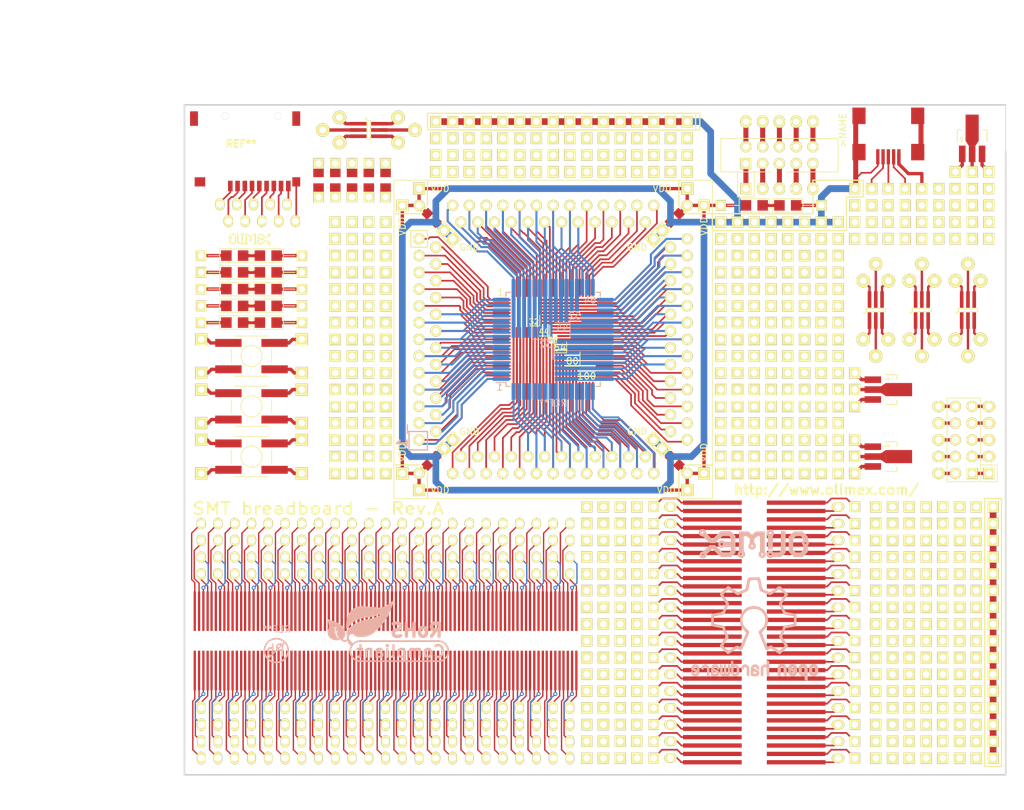
<source format=kicad_pcb>
(kicad_pcb (version 4) (host pcbnew 0.201504271001+5626~23~ubuntu14.10.1-product)
  (layers (0 F.Cu signal) (31 B.Cu signal) (34 B.Paste user) (35 F.Paste user) (36 B.SilkS user) (37 F.SilkS user) (38 B.Mask user) (39 F.Mask user) (44 Edge.Cuts user))
  (net 0 "")
  (module kicad_wrk:PROTO-UEXT-M (layer F.Cu) (at 166.37 57.15)
    (fp_text reference "" hide)
    (fp_text value "")
    (pad 1 thru_hole rect (at 0 0) (size 1.7 1.7) (drill 1) (layers *.Cu *.Mask F.SilkS))
    (pad 2 thru_hole circle (at 0 -2.54) (size 1.7 1.7) (drill 1) (layers *.Cu *.Mask F.SilkS))
    (pad 3 thru_hole circle (at 2.54 0) (size 1.7 1.7) (drill 1) (layers *.Cu *.Mask F.SilkS))
    (pad 4 thru_hole circle (at 2.54 -2.54) (size 1.7 1.7) (drill 1) (layers *.Cu *.Mask F.SilkS))
    (pad 5 thru_hole circle (at 5.08 0) (size 1.7 1.7) (drill 1) (layers *.Cu *.Mask F.SilkS))
    (pad 6 thru_hole circle (at 5.08 -2.54) (size 1.7 1.7) (drill 1) (layers *.Cu *.Mask F.SilkS))
    (pad 7 thru_hole circle (at 7.62 0) (size 1.7 1.7) (drill 1) (layers *.Cu *.Mask F.SilkS))
    (pad 8 thru_hole circle (at 7.62 -2.54) (size 1.7 1.7) (drill 1) (layers *.Cu *.Mask F.SilkS))
    (pad 9 thru_hole circle (at 10.16 0) (size 1.7 1.7) (drill 1) (layers *.Cu *.Mask F.SilkS))
    (pad 10 thru_hole circle (at 10.16 -2.54) (size 1.7 1.7) (drill 1) (layers *.Cu *.Mask F.SilkS))
    (pad 1 thru_hole rect (at 0 3.81) (size 1.7 1.7) (drill 1) (layers *.Cu *.Mask F.SilkS))
    (pad 2 thru_hole oval (at 0 -6.35) (size 1.7 1.9) (drill 1) (layers *.Cu *.Mask F.SilkS))
    (pad 3 thru_hole oval (at 2.54 3.81) (size 1.7 1.9) (drill 1) (layers *.Cu *.Mask F.SilkS))
    (pad 4 thru_hole oval (at 2.54 -6.35) (size 1.7 1.9) (drill 1) (layers *.Cu *.Mask F.SilkS))
    (pad 5 thru_hole oval (at 5.08 3.81) (size 1.7 1.9) (drill 1) (layers *.Cu *.Mask F.SilkS))
    (pad 6 thru_hole oval (at 5.08 -6.35) (size 1.7 1.9) (drill 1) (layers *.Cu *.Mask F.SilkS))
    (pad 7 thru_hole oval (at 7.62 3.81) (size 1.7 1.9) (drill 1) (layers *.Cu *.Mask F.SilkS))
    (pad 8 thru_hole oval (at 7.62 -6.35) (size 1.7 1.9) (drill 1) (layers *.Cu *.Mask F.SilkS))
    (pad 9 thru_hole oval (at 10.16 3.81) (size 1.7 1.9) (drill 1) (layers *.Cu *.Mask F.SilkS))
    (pad 10 thru_hole oval (at 10.16 -6.35) (size 1.7 1.9) (drill 1) (layers *.Cu *.Mask F.SilkS))
  )
  (module kicad_wrk:PROTO-OLIMEX_CONNECTORS-TFC-WPAPR-08-NOSILK (layer F.Cu) (at 90.4748 53.1876 90)
    (fp_text reference "" (at -9.15416 -1.5875 180) (layer B.SilkS) (effects (font (size 1.27 1.27) (thickness 0.0889)) (justify mirror)))
    (fp_text value "" (at -11.05916 -0.9525 180) (layer B.SilkS) (effects (font (size 1.27 1.27) (thickness 0.0889)) (justify mirror)))
    (pad 1 smd rect (at -7.37362 -2.2479) (size 0.6985 1.59766) (layers F.Cu F.Paste F.Mask))
    (pad 2 smd rect (at -7.37362 -1.14808) (size 0.6985 1.59766) (layers F.Cu F.Paste F.Mask))
    (pad 3 smd rect (at -7.37362 -0.04826) (size 0.6985 1.59766) (layers F.Cu F.Paste F.Mask))
    (pad 4 smd rect (at -7.37362 1.04902) (size 0.6985 1.59766) (layers F.Cu F.Paste F.Mask))
    (pad 5 smd rect (at -7.37362 2.14884) (size 0.6985 1.59766) (layers F.Cu F.Paste F.Mask))
    (pad 6 smd rect (at -7.37362 3.24866) (size 0.6985 1.59766) (layers F.Cu F.Paste F.Mask))
    (pad 7 smd rect (at -7.37362 4.34848) (size 0.6985 1.59766) (layers F.Cu F.Paste F.Mask))
    (pad 8 smd rect (at -7.37362 5.4483) (size 0.6985 1.59766) (layers F.Cu F.Paste F.Mask))
    (pad 9 smd rect (at -7.37362 6.54812) (size 0.6985 1.59766) (layers F.Cu F.Paste F.Mask))
    (pad 10 smd rect (at -6.74878 7.74954) (size 1.19888 1.39954) (layers F.Cu F.Paste F.Mask))
    (pad 11 smd rect (at -6.74878 -6.84784) (size 1.59766 1.39954) (layers F.Cu F.Paste F.Mask))
    (pad 12 smd rect (at 2.84988 7.74954) (size 1.19888 2.19964) (layers F.Cu F.Paste F.Mask))
    (pad 13 smd rect (at 2.84988 -7.74954) (size 1.19888 2.19964) (layers F.Cu F.Paste F.Mask))
    (pad 1 thru_hole oval (at -10.16 -3.81 90) (size 1.8 1.39954) (drill 1) (layers *.Cu *.Mask F.SilkS))
    (pad 2 thru_hole oval (at -12.7 -2.54 90) (size 1.8 1.39954) (drill 1) (layers *.Cu *.Mask F.SilkS))
    (pad 3 thru_hole oval (at -10.16 -1.27 90) (size 1.8 1.39954) (drill 1) (layers *.Cu *.Mask F.SilkS))
    (pad 4 thru_hole oval (at -12.7 0 90) (size 1.8 1.39954) (drill 1) (layers *.Cu *.Mask F.SilkS))
    (pad 5 thru_hole oval (at -10.16 1.27 90) (size 1.8 1.39954) (drill 1) (layers *.Cu *.Mask F.SilkS))
    (pad 6 thru_hole oval (at -12.7 2.54 90) (size 1.8 1.39954) (drill 1) (layers *.Cu *.Mask F.SilkS))
    (pad 7 thru_hole oval (at -10.16 3.81 90) (size 1.8 1.39954) (drill 1) (layers *.Cu *.Mask F.SilkS))
    (pad 8 thru_hole oval (at -12.7 5.08 90) (size 1.8 1.39954) (drill 1) (layers *.Cu *.Mask F.SilkS))
    (pad 9 thru_hole oval (at -10.16 6.35 90) (size 1.8 1.39954) (drill 1) (layers *.Cu *.Mask F.SilkS))
    (pad 10 thru_hole oval (at -12.7 7.62 90) (size 1.8 1.39954) (drill 1) (layers *.Cu *.Mask F.SilkS))
    (pad 0 thru_hole circle (at 3.25 -3.05 90) (size 1 1) (drill 1) (layers *.Cu *.Mask F.SilkS))
    (pad 0 thru_hole circle (at 3.25 4.95 90) (size 1 1) (drill 1) (layers *.Cu *.Mask F.SilkS))
  )
  (module kicad_wrk:PROTO-LED (layer F.Cu) (at 170.18 63.5)
    (fp_text reference "" (at -3.6875 -7.9375 90) (layer F.SilkS))
    (fp_text value "")
    (pad 2 smd rect (at 3.81 0) (size 1.6 1.6) (layers F.Cu F.Paste F.Mask))
    (pad 3 smd rect (at 1.27 0) (size 1.6 1.6) (layers F.Cu F.Paste F.Mask))
    (pad 1 smd rect (at -3.81 0) (size 1.6 1.6) (layers F.Cu F.Paste F.Mask))
    (pad 3 smd rect (at -1.27 0) (size 1.6 1.6) (layers F.Cu F.Paste F.Mask))
    (pad 2 thru_hole rect (at 7.62 0) (size 1.6 1.6) (drill 1) (layers *.Cu *.Mask F.SilkS))
    (pad 1 thru_hole rect (at -7.62 0) (size 1.6 1.6) (drill 1) (layers *.Cu *.Mask F.SilkS))
  )
  (module kicad_wrk:PROTO-GRID4X4-100-SQUARE (layer F.Cu) (at 186.055 116.84)
    (fp_text reference "" hide)
    (fp_text value "")
    (pad 1 thru_hole rect (at 2.54 -5.08) (size 1.7 1.7) (drill 1) (layers *.Cu *.Mask F.SilkS))
    (pad 2 thru_hole rect (at 5.08 -5.08) (size 1.7 1.7) (drill 1) (layers *.Cu *.Mask F.SilkS))
    (pad 3 thru_hole rect (at 5.08 -2.54) (size 1.7 1.7) (drill 1) (layers *.Cu *.Mask F.SilkS))
    (pad 4 thru_hole rect (at 2.54 -2.54) (size 1.7 1.7) (drill 1) (layers *.Cu *.Mask F.SilkS))
    (pad 5 thru_hole rect (at 0 -2.54) (size 1.7 1.7) (drill 1) (layers *.Cu *.Mask F.SilkS))
    (pad 6 thru_hole rect (at 0 -5.08) (size 1.7 1.7) (drill 1) (layers *.Cu *.Mask F.SilkS))
    (pad 7 thru_hole rect (at 0 -7.62) (size 1.7 1.7) (drill 1) (layers *.Cu *.Mask F.SilkS))
    (pad 8 thru_hole rect (at 2.54 -7.62) (size 1.7 1.7) (drill 1) (layers *.Cu *.Mask F.SilkS))
    (pad 9 thru_hole rect (at 5.08 -7.62) (size 1.7 1.7) (drill 1) (layers *.Cu *.Mask F.SilkS))
    (pad 10 thru_hole rect (at 7.62 -7.62) (size 1.7 1.7) (drill 1) (layers *.Cu *.Mask F.SilkS))
    (pad 11 thru_hole rect (at 7.62 -5.08) (size 1.7 1.7) (drill 1) (layers *.Cu *.Mask F.SilkS))
    (pad 12 thru_hole rect (at 7.62 -2.54) (size 1.7 1.7) (drill 1) (layers *.Cu *.Mask F.SilkS))
    (pad 13 thru_hole rect (at 7.62 0) (size 1.7 1.7) (drill 1) (layers *.Cu *.Mask F.SilkS))
    (pad 14 thru_hole rect (at 5.08 0) (size 1.7 1.7) (drill 1) (layers *.Cu *.Mask F.SilkS))
    (pad 15 thru_hole rect (at 2.54 0) (size 1.7 1.7) (drill 1) (layers *.Cu *.Mask F.SilkS))
    (pad 16 thru_hole rect (at 0 0) (size 1.7 1.7) (drill 1) (layers *.Cu *.Mask F.SilkS))
  )
  (module kicad_wrk:PROTO-GRID4X4-100-SQUARE (layer F.Cu) (at 186.055 127)
    (fp_text reference "" hide)
    (fp_text value "")
    (pad 1 thru_hole rect (at 2.54 -5.08) (size 1.7 1.7) (drill 1) (layers *.Cu *.Mask F.SilkS))
    (pad 2 thru_hole rect (at 5.08 -5.08) (size 1.7 1.7) (drill 1) (layers *.Cu *.Mask F.SilkS))
    (pad 3 thru_hole rect (at 5.08 -2.54) (size 1.7 1.7) (drill 1) (layers *.Cu *.Mask F.SilkS))
    (pad 4 thru_hole rect (at 2.54 -2.54) (size 1.7 1.7) (drill 1) (layers *.Cu *.Mask F.SilkS))
    (pad 5 thru_hole rect (at 0 -2.54) (size 1.7 1.7) (drill 1) (layers *.Cu *.Mask F.SilkS))
    (pad 6 thru_hole rect (at 0 -5.08) (size 1.7 1.7) (drill 1) (layers *.Cu *.Mask F.SilkS))
    (pad 7 thru_hole rect (at 0 -7.62) (size 1.7 1.7) (drill 1) (layers *.Cu *.Mask F.SilkS))
    (pad 8 thru_hole rect (at 2.54 -7.62) (size 1.7 1.7) (drill 1) (layers *.Cu *.Mask F.SilkS))
    (pad 9 thru_hole rect (at 5.08 -7.62) (size 1.7 1.7) (drill 1) (layers *.Cu *.Mask F.SilkS))
    (pad 10 thru_hole rect (at 7.62 -7.62) (size 1.7 1.7) (drill 1) (layers *.Cu *.Mask F.SilkS))
    (pad 11 thru_hole rect (at 7.62 -5.08) (size 1.7 1.7) (drill 1) (layers *.Cu *.Mask F.SilkS))
    (pad 12 thru_hole rect (at 7.62 -2.54) (size 1.7 1.7) (drill 1) (layers *.Cu *.Mask F.SilkS))
    (pad 13 thru_hole rect (at 7.62 0) (size 1.7 1.7) (drill 1) (layers *.Cu *.Mask F.SilkS))
    (pad 14 thru_hole rect (at 5.08 0) (size 1.7 1.7) (drill 1) (layers *.Cu *.Mask F.SilkS))
    (pad 15 thru_hole rect (at 2.54 0) (size 1.7 1.7) (drill 1) (layers *.Cu *.Mask F.SilkS))
    (pad 16 thru_hole rect (at 0 0) (size 1.7 1.7) (drill 1) (layers *.Cu *.Mask F.SilkS))
  )
  (module kicad_wrk:PROTO-GRID4X4-100-SQUARE (layer F.Cu) (at 186.055 137.16)
    (fp_text reference "" hide)
    (fp_text value "")
    (pad 1 thru_hole rect (at 2.54 -5.08) (size 1.7 1.7) (drill 1) (layers *.Cu *.Mask F.SilkS))
    (pad 2 thru_hole rect (at 5.08 -5.08) (size 1.7 1.7) (drill 1) (layers *.Cu *.Mask F.SilkS))
    (pad 3 thru_hole rect (at 5.08 -2.54) (size 1.7 1.7) (drill 1) (layers *.Cu *.Mask F.SilkS))
    (pad 4 thru_hole rect (at 2.54 -2.54) (size 1.7 1.7) (drill 1) (layers *.Cu *.Mask F.SilkS))
    (pad 5 thru_hole rect (at 0 -2.54) (size 1.7 1.7) (drill 1) (layers *.Cu *.Mask F.SilkS))
    (pad 6 thru_hole rect (at 0 -5.08) (size 1.7 1.7) (drill 1) (layers *.Cu *.Mask F.SilkS))
    (pad 7 thru_hole rect (at 0 -7.62) (size 1.7 1.7) (drill 1) (layers *.Cu *.Mask F.SilkS))
    (pad 8 thru_hole rect (at 2.54 -7.62) (size 1.7 1.7) (drill 1) (layers *.Cu *.Mask F.SilkS))
    (pad 9 thru_hole rect (at 5.08 -7.62) (size 1.7 1.7) (drill 1) (layers *.Cu *.Mask F.SilkS))
    (pad 10 thru_hole rect (at 7.62 -7.62) (size 1.7 1.7) (drill 1) (layers *.Cu *.Mask F.SilkS))
    (pad 11 thru_hole rect (at 7.62 -5.08) (size 1.7 1.7) (drill 1) (layers *.Cu *.Mask F.SilkS))
    (pad 12 thru_hole rect (at 7.62 -2.54) (size 1.7 1.7) (drill 1) (layers *.Cu *.Mask F.SilkS))
    (pad 13 thru_hole rect (at 7.62 0) (size 1.7 1.7) (drill 1) (layers *.Cu *.Mask F.SilkS))
    (pad 14 thru_hole rect (at 5.08 0) (size 1.7 1.7) (drill 1) (layers *.Cu *.Mask F.SilkS))
    (pad 15 thru_hole rect (at 2.54 0) (size 1.7 1.7) (drill 1) (layers *.Cu *.Mask F.SilkS))
    (pad 16 thru_hole rect (at 0 0) (size 1.7 1.7) (drill 1) (layers *.Cu *.Mask F.SilkS))
  )
  (module kicad_wrk:PROTO-GRID4X4-100-SQUARE (layer F.Cu) (at 186.055 147.32)
    (fp_text reference "" hide)
    (fp_text value "")
    (pad 1 thru_hole rect (at 2.54 -5.08) (size 1.7 1.7) (drill 1) (layers *.Cu *.Mask F.SilkS))
    (pad 2 thru_hole rect (at 5.08 -5.08) (size 1.7 1.7) (drill 1) (layers *.Cu *.Mask F.SilkS))
    (pad 3 thru_hole rect (at 5.08 -2.54) (size 1.7 1.7) (drill 1) (layers *.Cu *.Mask F.SilkS))
    (pad 4 thru_hole rect (at 2.54 -2.54) (size 1.7 1.7) (drill 1) (layers *.Cu *.Mask F.SilkS))
    (pad 5 thru_hole rect (at 0 -2.54) (size 1.7 1.7) (drill 1) (layers *.Cu *.Mask F.SilkS))
    (pad 6 thru_hole rect (at 0 -5.08) (size 1.7 1.7) (drill 1) (layers *.Cu *.Mask F.SilkS))
    (pad 7 thru_hole rect (at 0 -7.62) (size 1.7 1.7) (drill 1) (layers *.Cu *.Mask F.SilkS))
    (pad 8 thru_hole rect (at 2.54 -7.62) (size 1.7 1.7) (drill 1) (layers *.Cu *.Mask F.SilkS))
    (pad 9 thru_hole rect (at 5.08 -7.62) (size 1.7 1.7) (drill 1) (layers *.Cu *.Mask F.SilkS))
    (pad 10 thru_hole rect (at 7.62 -7.62) (size 1.7 1.7) (drill 1) (layers *.Cu *.Mask F.SilkS))
    (pad 11 thru_hole rect (at 7.62 -5.08) (size 1.7 1.7) (drill 1) (layers *.Cu *.Mask F.SilkS))
    (pad 12 thru_hole rect (at 7.62 -2.54) (size 1.7 1.7) (drill 1) (layers *.Cu *.Mask F.SilkS))
    (pad 13 thru_hole rect (at 7.62 0) (size 1.7 1.7) (drill 1) (layers *.Cu *.Mask F.SilkS))
    (pad 14 thru_hole rect (at 5.08 0) (size 1.7 1.7) (drill 1) (layers *.Cu *.Mask F.SilkS))
    (pad 15 thru_hole rect (at 2.54 0) (size 1.7 1.7) (drill 1) (layers *.Cu *.Mask F.SilkS))
    (pad 16 thru_hole rect (at 0 0) (size 1.7 1.7) (drill 1) (layers *.Cu *.Mask F.SilkS))
  )
  (module kicad_wrk:PROTO-LED (layer F.Cu) (at 91.44 71.12)
    (fp_text reference "" (at -3.6875 -7.9375 90) (layer F.SilkS))
    (fp_text value "")
    (pad 2 smd rect (at 3.81 0) (size 1.6 1.6) (layers F.Cu F.Paste F.Mask))
    (pad 3 smd rect (at 1.27 0) (size 1.6 1.6) (layers F.Cu F.Paste F.Mask))
    (pad 1 smd rect (at -3.81 0) (size 1.6 1.6) (layers F.Cu F.Paste F.Mask))
    (pad 3 smd rect (at -1.27 0) (size 1.6 1.6) (layers F.Cu F.Paste F.Mask))
    (pad 2 thru_hole rect (at 7.62 0) (size 1.6 1.6) (drill 1) (layers *.Cu *.Mask F.SilkS))
    (pad 1 thru_hole rect (at -7.62 0) (size 1.6 1.6) (drill 1) (layers *.Cu *.Mask F.SilkS))
  )
  (module kicad_wrk:PROTO-SOT-23-6 (layer F.Cu) (at 186.055 79.375 90)
    (fp_text reference "" (at 0 -2.9 90) (layer F.SilkS))
    (fp_text value "")
    (pad 1 smd rect (at -1.6 -0.95 90) (size 2.5 0.55) (layers F.Cu F.Paste F.Mask))
    (pad 2 smd rect (at -1.6 0 90) (size 2.5 0.55) (layers F.Cu F.Paste F.Mask))
    (pad 3 smd rect (at -1.6 0.95 90) (size 2.5 0.55) (layers F.Cu F.Paste F.Mask))
    (pad 4 smd rect (at 1.6 0.95 90) (size 2.5 0.55) (layers F.Cu F.Paste F.Mask))
    (pad 6 smd rect (at 1.6 -0.95 90) (size 2.5 0.55) (layers F.Cu F.Paste F.Mask))
    (pad 5 smd rect (at 1.6 0 90) (size 2.5 0.55) (layers F.Cu F.Paste F.Mask))
    (pad 1 thru_hole circle (at -4.445 -1.905 90) (size 2.06 2.06) (drill 1) (layers *.Cu *.Mask F.SilkS))
    (pad 2 thru_hole circle (at -6.985 0 90) (size 2.06 2.06) (drill 1) (layers *.Cu *.Mask F.SilkS))
    (pad 3 thru_hole circle (at -4.445 1.905 90) (size 2.06 2.06) (drill 1) (layers *.Cu *.Mask F.SilkS))
    (pad 4 thru_hole circle (at 4.445 1.905 90) (size 2.06 2.06) (drill 1) (layers *.Cu *.Mask F.SilkS))
    (pad 5 thru_hole circle (at 6.985 0 90) (size 2.06 2.06) (drill 1) (layers *.Cu *.Mask F.SilkS))
    (pad 6 thru_hole circle (at 4.445 -1.905 90) (size 2.06 2.06) (drill 1) (layers *.Cu *.Mask F.SilkS))
  )
  (module kicad_wrk:PROTO-SOT-23-6 (layer F.Cu) (at 193.04 79.375 90)
    (fp_text reference "" (at 0 -2.9 90) (layer F.SilkS))
    (fp_text value "")
    (pad 1 smd rect (at -1.6 -0.95 90) (size 2.5 0.55) (layers F.Cu F.Paste F.Mask))
    (pad 2 smd rect (at -1.6 0 90) (size 2.5 0.55) (layers F.Cu F.Paste F.Mask))
    (pad 3 smd rect (at -1.6 0.95 90) (size 2.5 0.55) (layers F.Cu F.Paste F.Mask))
    (pad 4 smd rect (at 1.6 0.95 90) (size 2.5 0.55) (layers F.Cu F.Paste F.Mask))
    (pad 6 smd rect (at 1.6 -0.95 90) (size 2.5 0.55) (layers F.Cu F.Paste F.Mask))
    (pad 5 smd rect (at 1.6 0 90) (size 2.5 0.55) (layers F.Cu F.Paste F.Mask))
    (pad 1 thru_hole circle (at -4.445 -1.905 90) (size 2.06 2.06) (drill 1) (layers *.Cu *.Mask F.SilkS))
    (pad 2 thru_hole circle (at -6.985 0 90) (size 2.06 2.06) (drill 1) (layers *.Cu *.Mask F.SilkS))
    (pad 3 thru_hole circle (at -4.445 1.905 90) (size 2.06 2.06) (drill 1) (layers *.Cu *.Mask F.SilkS))
    (pad 4 thru_hole circle (at 4.445 1.905 90) (size 2.06 2.06) (drill 1) (layers *.Cu *.Mask F.SilkS))
    (pad 5 thru_hole circle (at 6.985 0 90) (size 2.06 2.06) (drill 1) (layers *.Cu *.Mask F.SilkS))
    (pad 6 thru_hole circle (at 4.445 -1.905 90) (size 2.06 2.06) (drill 1) (layers *.Cu *.Mask F.SilkS))
  )
  (module kicad_wrk:PROTO-SOT-23-6 (layer F.Cu) (at 200.025 79.375 90)
    (fp_text reference "" (at 0 -2.9 90) (layer F.SilkS))
    (fp_text value "")
    (pad 1 smd rect (at -1.6 -0.95 90) (size 2.5 0.55) (layers F.Cu F.Paste F.Mask))
    (pad 2 smd rect (at -1.6 0 90) (size 2.5 0.55) (layers F.Cu F.Paste F.Mask))
    (pad 3 smd rect (at -1.6 0.95 90) (size 2.5 0.55) (layers F.Cu F.Paste F.Mask))
    (pad 4 smd rect (at 1.6 0.95 90) (size 2.5 0.55) (layers F.Cu F.Paste F.Mask))
    (pad 6 smd rect (at 1.6 -0.95 90) (size 2.5 0.55) (layers F.Cu F.Paste F.Mask))
    (pad 5 smd rect (at 1.6 0 90) (size 2.5 0.55) (layers F.Cu F.Paste F.Mask))
    (pad 1 thru_hole circle (at -4.445 -1.905 90) (size 2.06 2.06) (drill 1) (layers *.Cu *.Mask F.SilkS))
    (pad 2 thru_hole circle (at -6.985 0 90) (size 2.06 2.06) (drill 1) (layers *.Cu *.Mask F.SilkS))
    (pad 3 thru_hole circle (at -4.445 1.905 90) (size 2.06 2.06) (drill 1) (layers *.Cu *.Mask F.SilkS))
    (pad 4 thru_hole circle (at 4.445 1.905 90) (size 2.06 2.06) (drill 1) (layers *.Cu *.Mask F.SilkS))
    (pad 5 thru_hole circle (at 6.985 0 90) (size 2.06 2.06) (drill 1) (layers *.Cu *.Mask F.SilkS))
    (pad 6 thru_hole circle (at 4.445 -1.905 90) (size 2.06 2.06) (drill 1) (layers *.Cu *.Mask F.SilkS))
  )
  (module kicad_wrk:PROTO-LED (layer F.Cu) (at 91.44 76.2)
    (fp_text reference "" (at -3.6875 -7.9375 90) (layer F.SilkS))
    (fp_text value "")
    (pad 2 smd rect (at 3.81 0) (size 1.6 1.6) (layers F.Cu F.Paste F.Mask))
    (pad 3 smd rect (at 1.27 0) (size 1.6 1.6) (layers F.Cu F.Paste F.Mask))
    (pad 1 smd rect (at -3.81 0) (size 1.6 1.6) (layers F.Cu F.Paste F.Mask))
    (pad 3 smd rect (at -1.27 0) (size 1.6 1.6) (layers F.Cu F.Paste F.Mask))
    (pad 2 thru_hole rect (at 7.62 0) (size 1.6 1.6) (drill 1) (layers *.Cu *.Mask F.SilkS))
    (pad 1 thru_hole rect (at -7.62 0) (size 1.6 1.6) (drill 1) (layers *.Cu *.Mask F.SilkS))
  )
  (module kicad_wrk:PROTO-LED (layer F.Cu) (at 91.44 73.66)
    (fp_text reference "" (at -3.6875 -7.9375 90) (layer F.SilkS))
    (fp_text value "")
    (pad 2 smd rect (at 3.81 0) (size 1.6 1.6) (layers F.Cu F.Paste F.Mask))
    (pad 3 smd rect (at 1.27 0) (size 1.6 1.6) (layers F.Cu F.Paste F.Mask))
    (pad 1 smd rect (at -3.81 0) (size 1.6 1.6) (layers F.Cu F.Paste F.Mask))
    (pad 3 smd rect (at -1.27 0) (size 1.6 1.6) (layers F.Cu F.Paste F.Mask))
    (pad 2 thru_hole rect (at 7.62 0) (size 1.6 1.6) (drill 1) (layers *.Cu *.Mask F.SilkS))
    (pad 1 thru_hole rect (at -7.62 0) (size 1.6 1.6) (drill 1) (layers *.Cu *.Mask F.SilkS))
  )
  (module kicad_wrk:PROTO-LED (layer F.Cu) (at 91.44 78.74)
    (fp_text reference "" (at -3.6875 -7.9375 90) (layer F.SilkS))
    (fp_text value "")
    (pad 2 smd rect (at 3.81 0) (size 1.6 1.6) (layers F.Cu F.Paste F.Mask))
    (pad 3 smd rect (at 1.27 0) (size 1.6 1.6) (layers F.Cu F.Paste F.Mask))
    (pad 1 smd rect (at -3.81 0) (size 1.6 1.6) (layers F.Cu F.Paste F.Mask))
    (pad 3 smd rect (at -1.27 0) (size 1.6 1.6) (layers F.Cu F.Paste F.Mask))
    (pad 2 thru_hole rect (at 7.62 0) (size 1.6 1.6) (drill 1) (layers *.Cu *.Mask F.SilkS))
    (pad 1 thru_hole rect (at -7.62 0) (size 1.6 1.6) (drill 1) (layers *.Cu *.Mask F.SilkS))
  )
  (module kicad_wrk:PROTO-TACTILE (layer F.Cu) (at 91.44 86.36)
    (fp_text reference "" (at 0 10.16) (layer F.SilkS))
    (fp_text value "")
    (pad 1 smd rect (at -3.5 -2) (size 4 1.2) (layers F.Cu F.Paste F.Mask))
    (pad 2 smd rect (at -3.5 2) (size 4 1.2) (layers F.Cu F.Paste F.Mask))
    (pad 1 smd rect (at 3.5 -2) (size 4 1.2) (layers F.Cu F.Paste F.Mask))
    (pad 2 smd rect (at 3.5 2) (size 4 1.2) (layers F.Cu F.Paste F.Mask))
    (pad 1 thru_hole rect (at -7.62 -2.54) (size 1.8 1.8) (drill 1) (layers *.Cu *.Mask F.SilkS))
    (pad 2 thru_hole rect (at -7.62 2.54) (size 1.8 1.8) (drill 1) (layers *.Cu *.Mask F.SilkS))
    (pad 2 thru_hole rect (at 7.62 2.54) (size 1.8 1.8) (drill 1) (layers *.Cu *.Mask F.SilkS))
    (pad 1 thru_hole rect (at 7.62 -2.54) (size 1.8 1.8) (drill 1) (layers *.Cu *.Mask F.SilkS))
  )
  (module kicad_wrk:PROTO-TACTILE (layer F.Cu) (at 91.44 93.98)
    (fp_text reference "" (at 0 10.16) (layer F.SilkS))
    (fp_text value "")
    (pad 1 smd rect (at -3.5 -2) (size 4 1.2) (layers F.Cu F.Paste F.Mask))
    (pad 2 smd rect (at -3.5 2) (size 4 1.2) (layers F.Cu F.Paste F.Mask))
    (pad 1 smd rect (at 3.5 -2) (size 4 1.2) (layers F.Cu F.Paste F.Mask))
    (pad 2 smd rect (at 3.5 2) (size 4 1.2) (layers F.Cu F.Paste F.Mask))
    (pad 1 thru_hole rect (at -7.62 -2.54) (size 1.8 1.8) (drill 1) (layers *.Cu *.Mask F.SilkS))
    (pad 2 thru_hole rect (at -7.62 2.54) (size 1.8 1.8) (drill 1) (layers *.Cu *.Mask F.SilkS))
    (pad 2 thru_hole rect (at 7.62 2.54) (size 1.8 1.8) (drill 1) (layers *.Cu *.Mask F.SilkS))
    (pad 1 thru_hole rect (at 7.62 -2.54) (size 1.8 1.8) (drill 1) (layers *.Cu *.Mask F.SilkS))
  )
  (module kicad_wrk:PROTO-SSOP-0.65 (layer F.Cu) (at 127 129.54 90)
    (fp_text reference "" (at 0.0508 2.54 90) (layer F.SilkS))
    (fp_text value "")
    (pad 1 smd rect (at -4.5 -0.975 180) (size 0.35 6) (layers F.Cu F.Paste F.Mask))
    (pad 2 smd rect (at -4.5 -0.325 180) (size 0.35 6) (layers F.Cu F.Paste F.Mask))
    (pad 3 smd rect (at -4.5 0.325 180) (size 0.35 6) (layers F.Cu F.Paste F.Mask))
    (pad 4 smd rect (at -4.5 0.975 180) (size 0.35 6) (layers F.Cu F.Paste F.Mask))
    (pad 5 smd rect (at 4.5 0.975 180) (size 0.35 6) (layers F.Cu F.Paste F.Mask))
    (pad 6 smd rect (at 4.5 0.325 180) (size 0.35 6) (layers F.Cu F.Paste F.Mask))
    (pad 7 smd rect (at 4.5 -0.325 180) (size 0.35 6) (layers F.Cu F.Paste F.Mask))
    (pad 8 smd rect (at 4.5 -0.975 180) (size 0.35 6) (layers F.Cu F.Paste F.Mask))
    (pad 1 thru_hole oval (at -17.78 0 180) (size 1.3 1.9) (drill 1) (layers *.Cu *.Mask F.SilkS))
    (pad 2 thru_hole oval (at -15.24 0 180) (size 1.3 1.9) (drill 1) (layers *.Cu *.Mask F.SilkS))
    (pad 3 thru_hole oval (at -12.7 0 180) (size 1.3 1.9) (drill 1) (layers *.Cu *.Mask F.SilkS))
    (pad 4 thru_hole oval (at -10.16 0 180) (size 1.3 1.9) (drill 1) (layers *.Cu *.Mask F.SilkS))
    (pad 5 thru_hole oval (at 10.16 0 180) (size 1.4 1.7) (drill 1) (layers *.Cu *.Mask F.SilkS))
    (pad 6 thru_hole oval (at 12.7 0 180) (size 1.4 1.7) (drill 1) (layers *.Cu *.Mask F.SilkS))
    (pad 7 thru_hole oval (at 15.24 0 180) (size 1.4 1.7) (drill 1) (layers *.Cu *.Mask F.SilkS))
    (pad 8 thru_hole oval (at 17.78 0 180) (size 1.4 1.7) (drill 1) (layers *.Cu *.Mask F.SilkS))
  )
  (module kicad_wrk:PROTO-SSOP-0.65 (layer F.Cu) (at 124.46 129.54 90)
    (fp_text reference "" (at 0.0508 2.54 90) (layer F.SilkS))
    (fp_text value "")
    (pad 1 smd rect (at -4.5 -0.975 180) (size 0.35 6) (layers F.Cu F.Paste F.Mask))
    (pad 2 smd rect (at -4.5 -0.325 180) (size 0.35 6) (layers F.Cu F.Paste F.Mask))
    (pad 3 smd rect (at -4.5 0.325 180) (size 0.35 6) (layers F.Cu F.Paste F.Mask))
    (pad 4 smd rect (at -4.5 0.975 180) (size 0.35 6) (layers F.Cu F.Paste F.Mask))
    (pad 5 smd rect (at 4.5 0.975 180) (size 0.35 6) (layers F.Cu F.Paste F.Mask))
    (pad 6 smd rect (at 4.5 0.325 180) (size 0.35 6) (layers F.Cu F.Paste F.Mask))
    (pad 7 smd rect (at 4.5 -0.325 180) (size 0.35 6) (layers F.Cu F.Paste F.Mask))
    (pad 8 smd rect (at 4.5 -0.975 180) (size 0.35 6) (layers F.Cu F.Paste F.Mask))
    (pad 1 thru_hole oval (at -17.78 0 180) (size 1.3 1.9) (drill 1) (layers *.Cu *.Mask F.SilkS))
    (pad 2 thru_hole oval (at -15.24 0 180) (size 1.3 1.9) (drill 1) (layers *.Cu *.Mask F.SilkS))
    (pad 3 thru_hole oval (at -12.7 0 180) (size 1.3 1.9) (drill 1) (layers *.Cu *.Mask F.SilkS))
    (pad 4 thru_hole oval (at -10.16 0 180) (size 1.3 1.9) (drill 1) (layers *.Cu *.Mask F.SilkS))
    (pad 5 thru_hole oval (at 10.16 0 180) (size 1.4 1.7) (drill 1) (layers *.Cu *.Mask F.SilkS))
    (pad 6 thru_hole oval (at 12.7 0 180) (size 1.4 1.7) (drill 1) (layers *.Cu *.Mask F.SilkS))
    (pad 7 thru_hole oval (at 15.24 0 180) (size 1.4 1.7) (drill 1) (layers *.Cu *.Mask F.SilkS))
    (pad 8 thru_hole oval (at 17.78 0 180) (size 1.4 1.7) (drill 1) (layers *.Cu *.Mask F.SilkS))
  )
  (module kicad_wrk:PROTO-SSOP-0.65 (layer F.Cu) (at 129.54 129.54 90)
    (fp_text reference "" (at 0.0508 2.54 90) (layer F.SilkS))
    (fp_text value "")
    (pad 1 smd rect (at -4.5 -0.975 180) (size 0.35 6) (layers F.Cu F.Paste F.Mask))
    (pad 2 smd rect (at -4.5 -0.325 180) (size 0.35 6) (layers F.Cu F.Paste F.Mask))
    (pad 3 smd rect (at -4.5 0.325 180) (size 0.35 6) (layers F.Cu F.Paste F.Mask))
    (pad 4 smd rect (at -4.5 0.975 180) (size 0.35 6) (layers F.Cu F.Paste F.Mask))
    (pad 5 smd rect (at 4.5 0.975 180) (size 0.35 6) (layers F.Cu F.Paste F.Mask))
    (pad 6 smd rect (at 4.5 0.325 180) (size 0.35 6) (layers F.Cu F.Paste F.Mask))
    (pad 7 smd rect (at 4.5 -0.325 180) (size 0.35 6) (layers F.Cu F.Paste F.Mask))
    (pad 8 smd rect (at 4.5 -0.975 180) (size 0.35 6) (layers F.Cu F.Paste F.Mask))
    (pad 1 thru_hole oval (at -17.78 0 180) (size 1.3 1.9) (drill 1) (layers *.Cu *.Mask F.SilkS))
    (pad 2 thru_hole oval (at -15.24 0 180) (size 1.3 1.9) (drill 1) (layers *.Cu *.Mask F.SilkS))
    (pad 3 thru_hole oval (at -12.7 0 180) (size 1.3 1.9) (drill 1) (layers *.Cu *.Mask F.SilkS))
    (pad 4 thru_hole oval (at -10.16 0 180) (size 1.3 1.9) (drill 1) (layers *.Cu *.Mask F.SilkS))
    (pad 5 thru_hole oval (at 10.16 0 180) (size 1.4 1.7) (drill 1) (layers *.Cu *.Mask F.SilkS))
    (pad 6 thru_hole oval (at 12.7 0 180) (size 1.4 1.7) (drill 1) (layers *.Cu *.Mask F.SilkS))
    (pad 7 thru_hole oval (at 15.24 0 180) (size 1.4 1.7) (drill 1) (layers *.Cu *.Mask F.SilkS))
    (pad 8 thru_hole oval (at 17.78 0 180) (size 1.4 1.7) (drill 1) (layers *.Cu *.Mask F.SilkS))
  )
  (module kicad_wrk:PROTO-SSOP-0.65 (layer F.Cu) (at 132.08 129.54 90)
    (fp_text reference "" (at 0.0508 2.54 90) (layer F.SilkS))
    (fp_text value "")
    (pad 1 smd rect (at -4.5 -0.975 180) (size 0.35 6) (layers F.Cu F.Paste F.Mask))
    (pad 2 smd rect (at -4.5 -0.325 180) (size 0.35 6) (layers F.Cu F.Paste F.Mask))
    (pad 3 smd rect (at -4.5 0.325 180) (size 0.35 6) (layers F.Cu F.Paste F.Mask))
    (pad 4 smd rect (at -4.5 0.975 180) (size 0.35 6) (layers F.Cu F.Paste F.Mask))
    (pad 5 smd rect (at 4.5 0.975 180) (size 0.35 6) (layers F.Cu F.Paste F.Mask))
    (pad 6 smd rect (at 4.5 0.325 180) (size 0.35 6) (layers F.Cu F.Paste F.Mask))
    (pad 7 smd rect (at 4.5 -0.325 180) (size 0.35 6) (layers F.Cu F.Paste F.Mask))
    (pad 8 smd rect (at 4.5 -0.975 180) (size 0.35 6) (layers F.Cu F.Paste F.Mask))
    (pad 1 thru_hole oval (at -17.78 0 180) (size 1.3 1.9) (drill 1) (layers *.Cu *.Mask F.SilkS))
    (pad 2 thru_hole oval (at -15.24 0 180) (size 1.3 1.9) (drill 1) (layers *.Cu *.Mask F.SilkS))
    (pad 3 thru_hole oval (at -12.7 0 180) (size 1.3 1.9) (drill 1) (layers *.Cu *.Mask F.SilkS))
    (pad 4 thru_hole oval (at -10.16 0 180) (size 1.3 1.9) (drill 1) (layers *.Cu *.Mask F.SilkS))
    (pad 5 thru_hole oval (at 10.16 0 180) (size 1.4 1.7) (drill 1) (layers *.Cu *.Mask F.SilkS))
    (pad 6 thru_hole oval (at 12.7 0 180) (size 1.4 1.7) (drill 1) (layers *.Cu *.Mask F.SilkS))
    (pad 7 thru_hole oval (at 15.24 0 180) (size 1.4 1.7) (drill 1) (layers *.Cu *.Mask F.SilkS))
    (pad 8 thru_hole oval (at 17.78 0 180) (size 1.4 1.7) (drill 1) (layers *.Cu *.Mask F.SilkS))
  )
  (module kicad_wrk:PROTO-SSOP-0.65 (layer F.Cu) (at 139.7 129.54 90)
    (fp_text reference "" (at 0.0508 2.54 90) (layer F.SilkS))
    (fp_text value "")
    (pad 1 smd rect (at -4.5 -0.975 180) (size 0.35 6) (layers F.Cu F.Paste F.Mask))
    (pad 2 smd rect (at -4.5 -0.325 180) (size 0.35 6) (layers F.Cu F.Paste F.Mask))
    (pad 3 smd rect (at -4.5 0.325 180) (size 0.35 6) (layers F.Cu F.Paste F.Mask))
    (pad 4 smd rect (at -4.5 0.975 180) (size 0.35 6) (layers F.Cu F.Paste F.Mask))
    (pad 5 smd rect (at 4.5 0.975 180) (size 0.35 6) (layers F.Cu F.Paste F.Mask))
    (pad 6 smd rect (at 4.5 0.325 180) (size 0.35 6) (layers F.Cu F.Paste F.Mask))
    (pad 7 smd rect (at 4.5 -0.325 180) (size 0.35 6) (layers F.Cu F.Paste F.Mask))
    (pad 8 smd rect (at 4.5 -0.975 180) (size 0.35 6) (layers F.Cu F.Paste F.Mask))
    (pad 1 thru_hole oval (at -17.78 0 180) (size 1.3 1.9) (drill 1) (layers *.Cu *.Mask F.SilkS))
    (pad 2 thru_hole oval (at -15.24 0 180) (size 1.3 1.9) (drill 1) (layers *.Cu *.Mask F.SilkS))
    (pad 3 thru_hole oval (at -12.7 0 180) (size 1.3 1.9) (drill 1) (layers *.Cu *.Mask F.SilkS))
    (pad 4 thru_hole oval (at -10.16 0 180) (size 1.3 1.9) (drill 1) (layers *.Cu *.Mask F.SilkS))
    (pad 5 thru_hole oval (at 10.16 0 180) (size 1.4 1.7) (drill 1) (layers *.Cu *.Mask F.SilkS))
    (pad 6 thru_hole oval (at 12.7 0 180) (size 1.4 1.7) (drill 1) (layers *.Cu *.Mask F.SilkS))
    (pad 7 thru_hole oval (at 15.24 0 180) (size 1.4 1.7) (drill 1) (layers *.Cu *.Mask F.SilkS))
    (pad 8 thru_hole oval (at 17.78 0 180) (size 1.4 1.7) (drill 1) (layers *.Cu *.Mask F.SilkS))
  )
  (module kicad_wrk:PROTO-SSOP-0.65 (layer F.Cu) (at 134.62 129.54 90)
    (fp_text reference "" (at 0.0508 2.54 90) (layer F.SilkS))
    (fp_text value "")
    (pad 1 smd rect (at -4.5 -0.975 180) (size 0.35 6) (layers F.Cu F.Paste F.Mask))
    (pad 2 smd rect (at -4.5 -0.325 180) (size 0.35 6) (layers F.Cu F.Paste F.Mask))
    (pad 3 smd rect (at -4.5 0.325 180) (size 0.35 6) (layers F.Cu F.Paste F.Mask))
    (pad 4 smd rect (at -4.5 0.975 180) (size 0.35 6) (layers F.Cu F.Paste F.Mask))
    (pad 5 smd rect (at 4.5 0.975 180) (size 0.35 6) (layers F.Cu F.Paste F.Mask))
    (pad 6 smd rect (at 4.5 0.325 180) (size 0.35 6) (layers F.Cu F.Paste F.Mask))
    (pad 7 smd rect (at 4.5 -0.325 180) (size 0.35 6) (layers F.Cu F.Paste F.Mask))
    (pad 8 smd rect (at 4.5 -0.975 180) (size 0.35 6) (layers F.Cu F.Paste F.Mask))
    (pad 1 thru_hole oval (at -17.78 0 180) (size 1.3 1.9) (drill 1) (layers *.Cu *.Mask F.SilkS))
    (pad 2 thru_hole oval (at -15.24 0 180) (size 1.3 1.9) (drill 1) (layers *.Cu *.Mask F.SilkS))
    (pad 3 thru_hole oval (at -12.7 0 180) (size 1.3 1.9) (drill 1) (layers *.Cu *.Mask F.SilkS))
    (pad 4 thru_hole oval (at -10.16 0 180) (size 1.3 1.9) (drill 1) (layers *.Cu *.Mask F.SilkS))
    (pad 5 thru_hole oval (at 10.16 0 180) (size 1.4 1.7) (drill 1) (layers *.Cu *.Mask F.SilkS))
    (pad 6 thru_hole oval (at 12.7 0 180) (size 1.4 1.7) (drill 1) (layers *.Cu *.Mask F.SilkS))
    (pad 7 thru_hole oval (at 15.24 0 180) (size 1.4 1.7) (drill 1) (layers *.Cu *.Mask F.SilkS))
    (pad 8 thru_hole oval (at 17.78 0 180) (size 1.4 1.7) (drill 1) (layers *.Cu *.Mask F.SilkS))
  )
  (module kicad_wrk:PROTO-SSOP-0.65 (layer F.Cu) (at 137.16 129.54 90)
    (fp_text reference "" (at 0.0508 2.54 90) (layer F.SilkS))
    (fp_text value "")
    (pad 1 smd rect (at -4.5 -0.975 180) (size 0.35 6) (layers F.Cu F.Paste F.Mask))
    (pad 2 smd rect (at -4.5 -0.325 180) (size 0.35 6) (layers F.Cu F.Paste F.Mask))
    (pad 3 smd rect (at -4.5 0.325 180) (size 0.35 6) (layers F.Cu F.Paste F.Mask))
    (pad 4 smd rect (at -4.5 0.975 180) (size 0.35 6) (layers F.Cu F.Paste F.Mask))
    (pad 5 smd rect (at 4.5 0.975 180) (size 0.35 6) (layers F.Cu F.Paste F.Mask))
    (pad 6 smd rect (at 4.5 0.325 180) (size 0.35 6) (layers F.Cu F.Paste F.Mask))
    (pad 7 smd rect (at 4.5 -0.325 180) (size 0.35 6) (layers F.Cu F.Paste F.Mask))
    (pad 8 smd rect (at 4.5 -0.975 180) (size 0.35 6) (layers F.Cu F.Paste F.Mask))
    (pad 1 thru_hole oval (at -17.78 0 180) (size 1.3 1.9) (drill 1) (layers *.Cu *.Mask F.SilkS))
    (pad 2 thru_hole oval (at -15.24 0 180) (size 1.3 1.9) (drill 1) (layers *.Cu *.Mask F.SilkS))
    (pad 3 thru_hole oval (at -12.7 0 180) (size 1.3 1.9) (drill 1) (layers *.Cu *.Mask F.SilkS))
    (pad 4 thru_hole oval (at -10.16 0 180) (size 1.3 1.9) (drill 1) (layers *.Cu *.Mask F.SilkS))
    (pad 5 thru_hole oval (at 10.16 0 180) (size 1.4 1.7) (drill 1) (layers *.Cu *.Mask F.SilkS))
    (pad 6 thru_hole oval (at 12.7 0 180) (size 1.4 1.7) (drill 1) (layers *.Cu *.Mask F.SilkS))
    (pad 7 thru_hole oval (at 15.24 0 180) (size 1.4 1.7) (drill 1) (layers *.Cu *.Mask F.SilkS))
    (pad 8 thru_hole oval (at 17.78 0 180) (size 1.4 1.7) (drill 1) (layers *.Cu *.Mask F.SilkS))
  )
  (module kicad_wrk:PROTO-SSOP-0.65 (layer F.Cu) (at 106.68 129.54 90)
    (fp_text reference "" (at 0.0508 2.54 90) (layer F.SilkS))
    (fp_text value "")
    (pad 1 smd rect (at -4.5 -0.975 180) (size 0.35 6) (layers F.Cu F.Paste F.Mask))
    (pad 2 smd rect (at -4.5 -0.325 180) (size 0.35 6) (layers F.Cu F.Paste F.Mask))
    (pad 3 smd rect (at -4.5 0.325 180) (size 0.35 6) (layers F.Cu F.Paste F.Mask))
    (pad 4 smd rect (at -4.5 0.975 180) (size 0.35 6) (layers F.Cu F.Paste F.Mask))
    (pad 5 smd rect (at 4.5 0.975 180) (size 0.35 6) (layers F.Cu F.Paste F.Mask))
    (pad 6 smd rect (at 4.5 0.325 180) (size 0.35 6) (layers F.Cu F.Paste F.Mask))
    (pad 7 smd rect (at 4.5 -0.325 180) (size 0.35 6) (layers F.Cu F.Paste F.Mask))
    (pad 8 smd rect (at 4.5 -0.975 180) (size 0.35 6) (layers F.Cu F.Paste F.Mask))
    (pad 1 thru_hole oval (at -17.78 0 180) (size 1.3 1.9) (drill 1) (layers *.Cu *.Mask F.SilkS))
    (pad 2 thru_hole oval (at -15.24 0 180) (size 1.3 1.9) (drill 1) (layers *.Cu *.Mask F.SilkS))
    (pad 3 thru_hole oval (at -12.7 0 180) (size 1.3 1.9) (drill 1) (layers *.Cu *.Mask F.SilkS))
    (pad 4 thru_hole oval (at -10.16 0 180) (size 1.3 1.9) (drill 1) (layers *.Cu *.Mask F.SilkS))
    (pad 5 thru_hole oval (at 10.16 0 180) (size 1.4 1.7) (drill 1) (layers *.Cu *.Mask F.SilkS))
    (pad 6 thru_hole oval (at 12.7 0 180) (size 1.4 1.7) (drill 1) (layers *.Cu *.Mask F.SilkS))
    (pad 7 thru_hole oval (at 15.24 0 180) (size 1.4 1.7) (drill 1) (layers *.Cu *.Mask F.SilkS))
    (pad 8 thru_hole oval (at 17.78 0 180) (size 1.4 1.7) (drill 1) (layers *.Cu *.Mask F.SilkS))
  )
  (module kicad_wrk:PROTO-SSOP-0.65 (layer F.Cu) (at 104.14 129.54 90)
    (fp_text reference "" (at 0.0508 2.54 90) (layer F.SilkS))
    (fp_text value "")
    (pad 1 smd rect (at -4.5 -0.975 180) (size 0.35 6) (layers F.Cu F.Paste F.Mask))
    (pad 2 smd rect (at -4.5 -0.325 180) (size 0.35 6) (layers F.Cu F.Paste F.Mask))
    (pad 3 smd rect (at -4.5 0.325 180) (size 0.35 6) (layers F.Cu F.Paste F.Mask))
    (pad 4 smd rect (at -4.5 0.975 180) (size 0.35 6) (layers F.Cu F.Paste F.Mask))
    (pad 5 smd rect (at 4.5 0.975 180) (size 0.35 6) (layers F.Cu F.Paste F.Mask))
    (pad 6 smd rect (at 4.5 0.325 180) (size 0.35 6) (layers F.Cu F.Paste F.Mask))
    (pad 7 smd rect (at 4.5 -0.325 180) (size 0.35 6) (layers F.Cu F.Paste F.Mask))
    (pad 8 smd rect (at 4.5 -0.975 180) (size 0.35 6) (layers F.Cu F.Paste F.Mask))
    (pad 1 thru_hole oval (at -17.78 0 180) (size 1.3 1.9) (drill 1) (layers *.Cu *.Mask F.SilkS))
    (pad 2 thru_hole oval (at -15.24 0 180) (size 1.3 1.9) (drill 1) (layers *.Cu *.Mask F.SilkS))
    (pad 3 thru_hole oval (at -12.7 0 180) (size 1.3 1.9) (drill 1) (layers *.Cu *.Mask F.SilkS))
    (pad 4 thru_hole oval (at -10.16 0 180) (size 1.3 1.9) (drill 1) (layers *.Cu *.Mask F.SilkS))
    (pad 5 thru_hole oval (at 10.16 0 180) (size 1.4 1.7) (drill 1) (layers *.Cu *.Mask F.SilkS))
    (pad 6 thru_hole oval (at 12.7 0 180) (size 1.4 1.7) (drill 1) (layers *.Cu *.Mask F.SilkS))
    (pad 7 thru_hole oval (at 15.24 0 180) (size 1.4 1.7) (drill 1) (layers *.Cu *.Mask F.SilkS))
    (pad 8 thru_hole oval (at 17.78 0 180) (size 1.4 1.7) (drill 1) (layers *.Cu *.Mask F.SilkS))
  )
  (module kicad_wrk:PROTO-SSOP-0.65 (layer F.Cu) (at 109.22 129.54 90)
    (fp_text reference "" (at 0.0508 2.54 90) (layer F.SilkS))
    (fp_text value "")
    (pad 1 smd rect (at -4.5 -0.975 180) (size 0.35 6) (layers F.Cu F.Paste F.Mask))
    (pad 2 smd rect (at -4.5 -0.325 180) (size 0.35 6) (layers F.Cu F.Paste F.Mask))
    (pad 3 smd rect (at -4.5 0.325 180) (size 0.35 6) (layers F.Cu F.Paste F.Mask))
    (pad 4 smd rect (at -4.5 0.975 180) (size 0.35 6) (layers F.Cu F.Paste F.Mask))
    (pad 5 smd rect (at 4.5 0.975 180) (size 0.35 6) (layers F.Cu F.Paste F.Mask))
    (pad 6 smd rect (at 4.5 0.325 180) (size 0.35 6) (layers F.Cu F.Paste F.Mask))
    (pad 7 smd rect (at 4.5 -0.325 180) (size 0.35 6) (layers F.Cu F.Paste F.Mask))
    (pad 8 smd rect (at 4.5 -0.975 180) (size 0.35 6) (layers F.Cu F.Paste F.Mask))
    (pad 1 thru_hole oval (at -17.78 0 180) (size 1.3 1.9) (drill 1) (layers *.Cu *.Mask F.SilkS))
    (pad 2 thru_hole oval (at -15.24 0 180) (size 1.3 1.9) (drill 1) (layers *.Cu *.Mask F.SilkS))
    (pad 3 thru_hole oval (at -12.7 0 180) (size 1.3 1.9) (drill 1) (layers *.Cu *.Mask F.SilkS))
    (pad 4 thru_hole oval (at -10.16 0 180) (size 1.3 1.9) (drill 1) (layers *.Cu *.Mask F.SilkS))
    (pad 5 thru_hole oval (at 10.16 0 180) (size 1.4 1.7) (drill 1) (layers *.Cu *.Mask F.SilkS))
    (pad 6 thru_hole oval (at 12.7 0 180) (size 1.4 1.7) (drill 1) (layers *.Cu *.Mask F.SilkS))
    (pad 7 thru_hole oval (at 15.24 0 180) (size 1.4 1.7) (drill 1) (layers *.Cu *.Mask F.SilkS))
    (pad 8 thru_hole oval (at 17.78 0 180) (size 1.4 1.7) (drill 1) (layers *.Cu *.Mask F.SilkS))
  )
  (module kicad_wrk:PROTO-SSOP-0.65 (layer F.Cu) (at 111.76 129.54 90)
    (fp_text reference "" (at 0.0508 2.54 90) (layer F.SilkS))
    (fp_text value "")
    (pad 1 smd rect (at -4.5 -0.975 180) (size 0.35 6) (layers F.Cu F.Paste F.Mask))
    (pad 2 smd rect (at -4.5 -0.325 180) (size 0.35 6) (layers F.Cu F.Paste F.Mask))
    (pad 3 smd rect (at -4.5 0.325 180) (size 0.35 6) (layers F.Cu F.Paste F.Mask))
    (pad 4 smd rect (at -4.5 0.975 180) (size 0.35 6) (layers F.Cu F.Paste F.Mask))
    (pad 5 smd rect (at 4.5 0.975 180) (size 0.35 6) (layers F.Cu F.Paste F.Mask))
    (pad 6 smd rect (at 4.5 0.325 180) (size 0.35 6) (layers F.Cu F.Paste F.Mask))
    (pad 7 smd rect (at 4.5 -0.325 180) (size 0.35 6) (layers F.Cu F.Paste F.Mask))
    (pad 8 smd rect (at 4.5 -0.975 180) (size 0.35 6) (layers F.Cu F.Paste F.Mask))
    (pad 1 thru_hole oval (at -17.78 0 180) (size 1.3 1.9) (drill 1) (layers *.Cu *.Mask F.SilkS))
    (pad 2 thru_hole oval (at -15.24 0 180) (size 1.3 1.9) (drill 1) (layers *.Cu *.Mask F.SilkS))
    (pad 3 thru_hole oval (at -12.7 0 180) (size 1.3 1.9) (drill 1) (layers *.Cu *.Mask F.SilkS))
    (pad 4 thru_hole oval (at -10.16 0 180) (size 1.3 1.9) (drill 1) (layers *.Cu *.Mask F.SilkS))
    (pad 5 thru_hole oval (at 10.16 0 180) (size 1.4 1.7) (drill 1) (layers *.Cu *.Mask F.SilkS))
    (pad 6 thru_hole oval (at 12.7 0 180) (size 1.4 1.7) (drill 1) (layers *.Cu *.Mask F.SilkS))
    (pad 7 thru_hole oval (at 15.24 0 180) (size 1.4 1.7) (drill 1) (layers *.Cu *.Mask F.SilkS))
    (pad 8 thru_hole oval (at 17.78 0 180) (size 1.4 1.7) (drill 1) (layers *.Cu *.Mask F.SilkS))
  )
  (module kicad_wrk:PROTO-SSOP-0.65 (layer F.Cu) (at 121.92 129.54 90)
    (fp_text reference "" (at 0.0508 2.54 90) (layer F.SilkS))
    (fp_text value "")
    (pad 1 smd rect (at -4.5 -0.975 180) (size 0.35 6) (layers F.Cu F.Paste F.Mask))
    (pad 2 smd rect (at -4.5 -0.325 180) (size 0.35 6) (layers F.Cu F.Paste F.Mask))
    (pad 3 smd rect (at -4.5 0.325 180) (size 0.35 6) (layers F.Cu F.Paste F.Mask))
    (pad 4 smd rect (at -4.5 0.975 180) (size 0.35 6) (layers F.Cu F.Paste F.Mask))
    (pad 5 smd rect (at 4.5 0.975 180) (size 0.35 6) (layers F.Cu F.Paste F.Mask))
    (pad 6 smd rect (at 4.5 0.325 180) (size 0.35 6) (layers F.Cu F.Paste F.Mask))
    (pad 7 smd rect (at 4.5 -0.325 180) (size 0.35 6) (layers F.Cu F.Paste F.Mask))
    (pad 8 smd rect (at 4.5 -0.975 180) (size 0.35 6) (layers F.Cu F.Paste F.Mask))
    (pad 1 thru_hole oval (at -17.78 0 180) (size 1.3 1.9) (drill 1) (layers *.Cu *.Mask F.SilkS))
    (pad 2 thru_hole oval (at -15.24 0 180) (size 1.3 1.9) (drill 1) (layers *.Cu *.Mask F.SilkS))
    (pad 3 thru_hole oval (at -12.7 0 180) (size 1.3 1.9) (drill 1) (layers *.Cu *.Mask F.SilkS))
    (pad 4 thru_hole oval (at -10.16 0 180) (size 1.3 1.9) (drill 1) (layers *.Cu *.Mask F.SilkS))
    (pad 5 thru_hole oval (at 10.16 0 180) (size 1.4 1.7) (drill 1) (layers *.Cu *.Mask F.SilkS))
    (pad 6 thru_hole oval (at 12.7 0 180) (size 1.4 1.7) (drill 1) (layers *.Cu *.Mask F.SilkS))
    (pad 7 thru_hole oval (at 15.24 0 180) (size 1.4 1.7) (drill 1) (layers *.Cu *.Mask F.SilkS))
    (pad 8 thru_hole oval (at 17.78 0 180) (size 1.4 1.7) (drill 1) (layers *.Cu *.Mask F.SilkS))
  )
  (module kicad_wrk:PROTO-SSOP-0.65 (layer F.Cu) (at 119.38 129.54 90)
    (fp_text reference "" (at 0.0508 2.54 90) (layer F.SilkS))
    (fp_text value "")
    (pad 1 smd rect (at -4.5 -0.975 180) (size 0.35 6) (layers F.Cu F.Paste F.Mask))
    (pad 2 smd rect (at -4.5 -0.325 180) (size 0.35 6) (layers F.Cu F.Paste F.Mask))
    (pad 3 smd rect (at -4.5 0.325 180) (size 0.35 6) (layers F.Cu F.Paste F.Mask))
    (pad 4 smd rect (at -4.5 0.975 180) (size 0.35 6) (layers F.Cu F.Paste F.Mask))
    (pad 5 smd rect (at 4.5 0.975 180) (size 0.35 6) (layers F.Cu F.Paste F.Mask))
    (pad 6 smd rect (at 4.5 0.325 180) (size 0.35 6) (layers F.Cu F.Paste F.Mask))
    (pad 7 smd rect (at 4.5 -0.325 180) (size 0.35 6) (layers F.Cu F.Paste F.Mask))
    (pad 8 smd rect (at 4.5 -0.975 180) (size 0.35 6) (layers F.Cu F.Paste F.Mask))
    (pad 1 thru_hole oval (at -17.78 0 180) (size 1.3 1.9) (drill 1) (layers *.Cu *.Mask F.SilkS))
    (pad 2 thru_hole oval (at -15.24 0 180) (size 1.3 1.9) (drill 1) (layers *.Cu *.Mask F.SilkS))
    (pad 3 thru_hole oval (at -12.7 0 180) (size 1.3 1.9) (drill 1) (layers *.Cu *.Mask F.SilkS))
    (pad 4 thru_hole oval (at -10.16 0 180) (size 1.3 1.9) (drill 1) (layers *.Cu *.Mask F.SilkS))
    (pad 5 thru_hole oval (at 10.16 0 180) (size 1.4 1.7) (drill 1) (layers *.Cu *.Mask F.SilkS))
    (pad 6 thru_hole oval (at 12.7 0 180) (size 1.4 1.7) (drill 1) (layers *.Cu *.Mask F.SilkS))
    (pad 7 thru_hole oval (at 15.24 0 180) (size 1.4 1.7) (drill 1) (layers *.Cu *.Mask F.SilkS))
    (pad 8 thru_hole oval (at 17.78 0 180) (size 1.4 1.7) (drill 1) (layers *.Cu *.Mask F.SilkS))
  )
  (module kicad_wrk:PROTO-SSOP-0.65 (layer F.Cu) (at 114.3 129.54 90)
    (fp_text reference "" (at 0.0508 2.54 90) (layer F.SilkS))
    (fp_text value "")
    (pad 1 smd rect (at -4.5 -0.975 180) (size 0.35 6) (layers F.Cu F.Paste F.Mask))
    (pad 2 smd rect (at -4.5 -0.325 180) (size 0.35 6) (layers F.Cu F.Paste F.Mask))
    (pad 3 smd rect (at -4.5 0.325 180) (size 0.35 6) (layers F.Cu F.Paste F.Mask))
    (pad 4 smd rect (at -4.5 0.975 180) (size 0.35 6) (layers F.Cu F.Paste F.Mask))
    (pad 5 smd rect (at 4.5 0.975 180) (size 0.35 6) (layers F.Cu F.Paste F.Mask))
    (pad 6 smd rect (at 4.5 0.325 180) (size 0.35 6) (layers F.Cu F.Paste F.Mask))
    (pad 7 smd rect (at 4.5 -0.325 180) (size 0.35 6) (layers F.Cu F.Paste F.Mask))
    (pad 8 smd rect (at 4.5 -0.975 180) (size 0.35 6) (layers F.Cu F.Paste F.Mask))
    (pad 1 thru_hole oval (at -17.78 0 180) (size 1.3 1.9) (drill 1) (layers *.Cu *.Mask F.SilkS))
    (pad 2 thru_hole oval (at -15.24 0 180) (size 1.3 1.9) (drill 1) (layers *.Cu *.Mask F.SilkS))
    (pad 3 thru_hole oval (at -12.7 0 180) (size 1.3 1.9) (drill 1) (layers *.Cu *.Mask F.SilkS))
    (pad 4 thru_hole oval (at -10.16 0 180) (size 1.3 1.9) (drill 1) (layers *.Cu *.Mask F.SilkS))
    (pad 5 thru_hole oval (at 10.16 0 180) (size 1.4 1.7) (drill 1) (layers *.Cu *.Mask F.SilkS))
    (pad 6 thru_hole oval (at 12.7 0 180) (size 1.4 1.7) (drill 1) (layers *.Cu *.Mask F.SilkS))
    (pad 7 thru_hole oval (at 15.24 0 180) (size 1.4 1.7) (drill 1) (layers *.Cu *.Mask F.SilkS))
    (pad 8 thru_hole oval (at 17.78 0 180) (size 1.4 1.7) (drill 1) (layers *.Cu *.Mask F.SilkS))
  )
  (module kicad_wrk:PROTO-SSOP-0.65 (layer F.Cu) (at 116.84 129.54 90)
    (fp_text reference "" (at 0.0508 2.54 90) (layer F.SilkS))
    (fp_text value "")
    (pad 1 smd rect (at -4.5 -0.975 180) (size 0.35 6) (layers F.Cu F.Paste F.Mask))
    (pad 2 smd rect (at -4.5 -0.325 180) (size 0.35 6) (layers F.Cu F.Paste F.Mask))
    (pad 3 smd rect (at -4.5 0.325 180) (size 0.35 6) (layers F.Cu F.Paste F.Mask))
    (pad 4 smd rect (at -4.5 0.975 180) (size 0.35 6) (layers F.Cu F.Paste F.Mask))
    (pad 5 smd rect (at 4.5 0.975 180) (size 0.35 6) (layers F.Cu F.Paste F.Mask))
    (pad 6 smd rect (at 4.5 0.325 180) (size 0.35 6) (layers F.Cu F.Paste F.Mask))
    (pad 7 smd rect (at 4.5 -0.325 180) (size 0.35 6) (layers F.Cu F.Paste F.Mask))
    (pad 8 smd rect (at 4.5 -0.975 180) (size 0.35 6) (layers F.Cu F.Paste F.Mask))
    (pad 1 thru_hole oval (at -17.78 0 180) (size 1.3 1.9) (drill 1) (layers *.Cu *.Mask F.SilkS))
    (pad 2 thru_hole oval (at -15.24 0 180) (size 1.3 1.9) (drill 1) (layers *.Cu *.Mask F.SilkS))
    (pad 3 thru_hole oval (at -12.7 0 180) (size 1.3 1.9) (drill 1) (layers *.Cu *.Mask F.SilkS))
    (pad 4 thru_hole oval (at -10.16 0 180) (size 1.3 1.9) (drill 1) (layers *.Cu *.Mask F.SilkS))
    (pad 5 thru_hole oval (at 10.16 0 180) (size 1.4 1.7) (drill 1) (layers *.Cu *.Mask F.SilkS))
    (pad 6 thru_hole oval (at 12.7 0 180) (size 1.4 1.7) (drill 1) (layers *.Cu *.Mask F.SilkS))
    (pad 7 thru_hole oval (at 15.24 0 180) (size 1.4 1.7) (drill 1) (layers *.Cu *.Mask F.SilkS))
    (pad 8 thru_hole oval (at 17.78 0 180) (size 1.4 1.7) (drill 1) (layers *.Cu *.Mask F.SilkS))
  )
  (module kicad_wrk:PROTO-SSOP-0.65 (layer F.Cu) (at 96.52 129.54 90)
    (fp_text reference "" (at 0.0508 2.54 90) (layer F.SilkS))
    (fp_text value "")
    (pad 1 smd rect (at -4.5 -0.975 180) (size 0.35 6) (layers F.Cu F.Paste F.Mask))
    (pad 2 smd rect (at -4.5 -0.325 180) (size 0.35 6) (layers F.Cu F.Paste F.Mask))
    (pad 3 smd rect (at -4.5 0.325 180) (size 0.35 6) (layers F.Cu F.Paste F.Mask))
    (pad 4 smd rect (at -4.5 0.975 180) (size 0.35 6) (layers F.Cu F.Paste F.Mask))
    (pad 5 smd rect (at 4.5 0.975 180) (size 0.35 6) (layers F.Cu F.Paste F.Mask))
    (pad 6 smd rect (at 4.5 0.325 180) (size 0.35 6) (layers F.Cu F.Paste F.Mask))
    (pad 7 smd rect (at 4.5 -0.325 180) (size 0.35 6) (layers F.Cu F.Paste F.Mask))
    (pad 8 smd rect (at 4.5 -0.975 180) (size 0.35 6) (layers F.Cu F.Paste F.Mask))
    (pad 1 thru_hole oval (at -17.78 0 180) (size 1.3 1.9) (drill 1) (layers *.Cu *.Mask F.SilkS))
    (pad 2 thru_hole oval (at -15.24 0 180) (size 1.3 1.9) (drill 1) (layers *.Cu *.Mask F.SilkS))
    (pad 3 thru_hole oval (at -12.7 0 180) (size 1.3 1.9) (drill 1) (layers *.Cu *.Mask F.SilkS))
    (pad 4 thru_hole oval (at -10.16 0 180) (size 1.3 1.9) (drill 1) (layers *.Cu *.Mask F.SilkS))
    (pad 5 thru_hole oval (at 10.16 0 180) (size 1.4 1.7) (drill 1) (layers *.Cu *.Mask F.SilkS))
    (pad 6 thru_hole oval (at 12.7 0 180) (size 1.4 1.7) (drill 1) (layers *.Cu *.Mask F.SilkS))
    (pad 7 thru_hole oval (at 15.24 0 180) (size 1.4 1.7) (drill 1) (layers *.Cu *.Mask F.SilkS))
    (pad 8 thru_hole oval (at 17.78 0 180) (size 1.4 1.7) (drill 1) (layers *.Cu *.Mask F.SilkS))
  )
  (module kicad_wrk:PROTO-SSOP-0.65 (layer F.Cu) (at 93.98 129.54 90)
    (fp_text reference "" (at 0.0508 2.54 90) (layer F.SilkS))
    (fp_text value "")
    (pad 1 smd rect (at -4.5 -0.975 180) (size 0.35 6) (layers F.Cu F.Paste F.Mask))
    (pad 2 smd rect (at -4.5 -0.325 180) (size 0.35 6) (layers F.Cu F.Paste F.Mask))
    (pad 3 smd rect (at -4.5 0.325 180) (size 0.35 6) (layers F.Cu F.Paste F.Mask))
    (pad 4 smd rect (at -4.5 0.975 180) (size 0.35 6) (layers F.Cu F.Paste F.Mask))
    (pad 5 smd rect (at 4.5 0.975 180) (size 0.35 6) (layers F.Cu F.Paste F.Mask))
    (pad 6 smd rect (at 4.5 0.325 180) (size 0.35 6) (layers F.Cu F.Paste F.Mask))
    (pad 7 smd rect (at 4.5 -0.325 180) (size 0.35 6) (layers F.Cu F.Paste F.Mask))
    (pad 8 smd rect (at 4.5 -0.975 180) (size 0.35 6) (layers F.Cu F.Paste F.Mask))
    (pad 1 thru_hole oval (at -17.78 0 180) (size 1.3 1.9) (drill 1) (layers *.Cu *.Mask F.SilkS))
    (pad 2 thru_hole oval (at -15.24 0 180) (size 1.3 1.9) (drill 1) (layers *.Cu *.Mask F.SilkS))
    (pad 3 thru_hole oval (at -12.7 0 180) (size 1.3 1.9) (drill 1) (layers *.Cu *.Mask F.SilkS))
    (pad 4 thru_hole oval (at -10.16 0 180) (size 1.3 1.9) (drill 1) (layers *.Cu *.Mask F.SilkS))
    (pad 5 thru_hole oval (at 10.16 0 180) (size 1.4 1.7) (drill 1) (layers *.Cu *.Mask F.SilkS))
    (pad 6 thru_hole oval (at 12.7 0 180) (size 1.4 1.7) (drill 1) (layers *.Cu *.Mask F.SilkS))
    (pad 7 thru_hole oval (at 15.24 0 180) (size 1.4 1.7) (drill 1) (layers *.Cu *.Mask F.SilkS))
    (pad 8 thru_hole oval (at 17.78 0 180) (size 1.4 1.7) (drill 1) (layers *.Cu *.Mask F.SilkS))
  )
  (module kicad_wrk:PROTO-SSOP-0.65 (layer F.Cu) (at 99.06 129.54 90)
    (fp_text reference "" (at 0.0508 2.54 90) (layer F.SilkS))
    (fp_text value "")
    (pad 1 smd rect (at -4.5 -0.975 180) (size 0.35 6) (layers F.Cu F.Paste F.Mask))
    (pad 2 smd rect (at -4.5 -0.325 180) (size 0.35 6) (layers F.Cu F.Paste F.Mask))
    (pad 3 smd rect (at -4.5 0.325 180) (size 0.35 6) (layers F.Cu F.Paste F.Mask))
    (pad 4 smd rect (at -4.5 0.975 180) (size 0.35 6) (layers F.Cu F.Paste F.Mask))
    (pad 5 smd rect (at 4.5 0.975 180) (size 0.35 6) (layers F.Cu F.Paste F.Mask))
    (pad 6 smd rect (at 4.5 0.325 180) (size 0.35 6) (layers F.Cu F.Paste F.Mask))
    (pad 7 smd rect (at 4.5 -0.325 180) (size 0.35 6) (layers F.Cu F.Paste F.Mask))
    (pad 8 smd rect (at 4.5 -0.975 180) (size 0.35 6) (layers F.Cu F.Paste F.Mask))
    (pad 1 thru_hole oval (at -17.78 0 180) (size 1.3 1.9) (drill 1) (layers *.Cu *.Mask F.SilkS))
    (pad 2 thru_hole oval (at -15.24 0 180) (size 1.3 1.9) (drill 1) (layers *.Cu *.Mask F.SilkS))
    (pad 3 thru_hole oval (at -12.7 0 180) (size 1.3 1.9) (drill 1) (layers *.Cu *.Mask F.SilkS))
    (pad 4 thru_hole oval (at -10.16 0 180) (size 1.3 1.9) (drill 1) (layers *.Cu *.Mask F.SilkS))
    (pad 5 thru_hole oval (at 10.16 0 180) (size 1.4 1.7) (drill 1) (layers *.Cu *.Mask F.SilkS))
    (pad 6 thru_hole oval (at 12.7 0 180) (size 1.4 1.7) (drill 1) (layers *.Cu *.Mask F.SilkS))
    (pad 7 thru_hole oval (at 15.24 0 180) (size 1.4 1.7) (drill 1) (layers *.Cu *.Mask F.SilkS))
    (pad 8 thru_hole oval (at 17.78 0 180) (size 1.4 1.7) (drill 1) (layers *.Cu *.Mask F.SilkS))
  )
  (module kicad_wrk:PROTO-SSOP-0.65 (layer F.Cu) (at 101.6 129.54 90)
    (fp_text reference "" (at 0.0508 2.54 90) (layer F.SilkS))
    (fp_text value "")
    (pad 1 smd rect (at -4.5 -0.975 180) (size 0.35 6) (layers F.Cu F.Paste F.Mask))
    (pad 2 smd rect (at -4.5 -0.325 180) (size 0.35 6) (layers F.Cu F.Paste F.Mask))
    (pad 3 smd rect (at -4.5 0.325 180) (size 0.35 6) (layers F.Cu F.Paste F.Mask))
    (pad 4 smd rect (at -4.5 0.975 180) (size 0.35 6) (layers F.Cu F.Paste F.Mask))
    (pad 5 smd rect (at 4.5 0.975 180) (size 0.35 6) (layers F.Cu F.Paste F.Mask))
    (pad 6 smd rect (at 4.5 0.325 180) (size 0.35 6) (layers F.Cu F.Paste F.Mask))
    (pad 7 smd rect (at 4.5 -0.325 180) (size 0.35 6) (layers F.Cu F.Paste F.Mask))
    (pad 8 smd rect (at 4.5 -0.975 180) (size 0.35 6) (layers F.Cu F.Paste F.Mask))
    (pad 1 thru_hole oval (at -17.78 0 180) (size 1.3 1.9) (drill 1) (layers *.Cu *.Mask F.SilkS))
    (pad 2 thru_hole oval (at -15.24 0 180) (size 1.3 1.9) (drill 1) (layers *.Cu *.Mask F.SilkS))
    (pad 3 thru_hole oval (at -12.7 0 180) (size 1.3 1.9) (drill 1) (layers *.Cu *.Mask F.SilkS))
    (pad 4 thru_hole oval (at -10.16 0 180) (size 1.3 1.9) (drill 1) (layers *.Cu *.Mask F.SilkS))
    (pad 5 thru_hole oval (at 10.16 0 180) (size 1.4 1.7) (drill 1) (layers *.Cu *.Mask F.SilkS))
    (pad 6 thru_hole oval (at 12.7 0 180) (size 1.4 1.7) (drill 1) (layers *.Cu *.Mask F.SilkS))
    (pad 7 thru_hole oval (at 15.24 0 180) (size 1.4 1.7) (drill 1) (layers *.Cu *.Mask F.SilkS))
    (pad 8 thru_hole oval (at 17.78 0 180) (size 1.4 1.7) (drill 1) (layers *.Cu *.Mask F.SilkS))
  )
  (module kicad_wrk:PROTO-SSOP-0.65 (layer F.Cu) (at 91.44 129.54 90)
    (fp_text reference "" (at 0.0508 2.54 90) (layer F.SilkS))
    (fp_text value "")
    (pad 1 smd rect (at -4.5 -0.975 180) (size 0.35 6) (layers F.Cu F.Paste F.Mask))
    (pad 2 smd rect (at -4.5 -0.325 180) (size 0.35 6) (layers F.Cu F.Paste F.Mask))
    (pad 3 smd rect (at -4.5 0.325 180) (size 0.35 6) (layers F.Cu F.Paste F.Mask))
    (pad 4 smd rect (at -4.5 0.975 180) (size 0.35 6) (layers F.Cu F.Paste F.Mask))
    (pad 5 smd rect (at 4.5 0.975 180) (size 0.35 6) (layers F.Cu F.Paste F.Mask))
    (pad 6 smd rect (at 4.5 0.325 180) (size 0.35 6) (layers F.Cu F.Paste F.Mask))
    (pad 7 smd rect (at 4.5 -0.325 180) (size 0.35 6) (layers F.Cu F.Paste F.Mask))
    (pad 8 smd rect (at 4.5 -0.975 180) (size 0.35 6) (layers F.Cu F.Paste F.Mask))
    (pad 1 thru_hole oval (at -17.78 0 180) (size 1.3 1.9) (drill 1) (layers *.Cu *.Mask F.SilkS))
    (pad 2 thru_hole oval (at -15.24 0 180) (size 1.3 1.9) (drill 1) (layers *.Cu *.Mask F.SilkS))
    (pad 3 thru_hole oval (at -12.7 0 180) (size 1.3 1.9) (drill 1) (layers *.Cu *.Mask F.SilkS))
    (pad 4 thru_hole oval (at -10.16 0 180) (size 1.3 1.9) (drill 1) (layers *.Cu *.Mask F.SilkS))
    (pad 5 thru_hole oval (at 10.16 0 180) (size 1.4 1.7) (drill 1) (layers *.Cu *.Mask F.SilkS))
    (pad 6 thru_hole oval (at 12.7 0 180) (size 1.4 1.7) (drill 1) (layers *.Cu *.Mask F.SilkS))
    (pad 7 thru_hole oval (at 15.24 0 180) (size 1.4 1.7) (drill 1) (layers *.Cu *.Mask F.SilkS))
    (pad 8 thru_hole oval (at 17.78 0 180) (size 1.4 1.7) (drill 1) (layers *.Cu *.Mask F.SilkS))
  )
  (module kicad_wrk:PROTO-SSOP-0.65 (layer F.Cu) (at 88.9 129.54 90)
    (fp_text reference "" (at 0.0508 2.54 90) (layer F.SilkS))
    (fp_text value "")
    (pad 1 smd rect (at -4.5 -0.975 180) (size 0.35 6) (layers F.Cu F.Paste F.Mask))
    (pad 2 smd rect (at -4.5 -0.325 180) (size 0.35 6) (layers F.Cu F.Paste F.Mask))
    (pad 3 smd rect (at -4.5 0.325 180) (size 0.35 6) (layers F.Cu F.Paste F.Mask))
    (pad 4 smd rect (at -4.5 0.975 180) (size 0.35 6) (layers F.Cu F.Paste F.Mask))
    (pad 5 smd rect (at 4.5 0.975 180) (size 0.35 6) (layers F.Cu F.Paste F.Mask))
    (pad 6 smd rect (at 4.5 0.325 180) (size 0.35 6) (layers F.Cu F.Paste F.Mask))
    (pad 7 smd rect (at 4.5 -0.325 180) (size 0.35 6) (layers F.Cu F.Paste F.Mask))
    (pad 8 smd rect (at 4.5 -0.975 180) (size 0.35 6) (layers F.Cu F.Paste F.Mask))
    (pad 1 thru_hole oval (at -17.78 0 180) (size 1.3 1.9) (drill 1) (layers *.Cu *.Mask F.SilkS))
    (pad 2 thru_hole oval (at -15.24 0 180) (size 1.3 1.9) (drill 1) (layers *.Cu *.Mask F.SilkS))
    (pad 3 thru_hole oval (at -12.7 0 180) (size 1.3 1.9) (drill 1) (layers *.Cu *.Mask F.SilkS))
    (pad 4 thru_hole oval (at -10.16 0 180) (size 1.3 1.9) (drill 1) (layers *.Cu *.Mask F.SilkS))
    (pad 5 thru_hole oval (at 10.16 0 180) (size 1.4 1.7) (drill 1) (layers *.Cu *.Mask F.SilkS))
    (pad 6 thru_hole oval (at 12.7 0 180) (size 1.4 1.7) (drill 1) (layers *.Cu *.Mask F.SilkS))
    (pad 7 thru_hole oval (at 15.24 0 180) (size 1.4 1.7) (drill 1) (layers *.Cu *.Mask F.SilkS))
    (pad 8 thru_hole oval (at 17.78 0 180) (size 1.4 1.7) (drill 1) (layers *.Cu *.Mask F.SilkS))
  )
  (module kicad_wrk:PROTO-SSOP-0.65 (layer F.Cu) (at 83.82 129.54 90)
    (fp_text reference "" (at 0.0508 2.54 90) (layer F.SilkS))
    (fp_text value "")
    (pad 1 smd rect (at -4.5 -0.975 180) (size 0.35 6) (layers F.Cu F.Paste F.Mask))
    (pad 2 smd rect (at -4.5 -0.325 180) (size 0.35 6) (layers F.Cu F.Paste F.Mask))
    (pad 3 smd rect (at -4.5 0.325 180) (size 0.35 6) (layers F.Cu F.Paste F.Mask))
    (pad 4 smd rect (at -4.5 0.975 180) (size 0.35 6) (layers F.Cu F.Paste F.Mask))
    (pad 5 smd rect (at 4.5 0.975 180) (size 0.35 6) (layers F.Cu F.Paste F.Mask))
    (pad 6 smd rect (at 4.5 0.325 180) (size 0.35 6) (layers F.Cu F.Paste F.Mask))
    (pad 7 smd rect (at 4.5 -0.325 180) (size 0.35 6) (layers F.Cu F.Paste F.Mask))
    (pad 8 smd rect (at 4.5 -0.975 180) (size 0.35 6) (layers F.Cu F.Paste F.Mask))
    (pad 1 thru_hole oval (at -17.78 0 180) (size 1.3 1.9) (drill 1) (layers *.Cu *.Mask F.SilkS))
    (pad 2 thru_hole oval (at -15.24 0 180) (size 1.3 1.9) (drill 1) (layers *.Cu *.Mask F.SilkS))
    (pad 3 thru_hole oval (at -12.7 0 180) (size 1.3 1.9) (drill 1) (layers *.Cu *.Mask F.SilkS))
    (pad 4 thru_hole oval (at -10.16 0 180) (size 1.3 1.9) (drill 1) (layers *.Cu *.Mask F.SilkS))
    (pad 5 thru_hole oval (at 10.16 0 180) (size 1.4 1.7) (drill 1) (layers *.Cu *.Mask F.SilkS))
    (pad 6 thru_hole oval (at 12.7 0 180) (size 1.4 1.7) (drill 1) (layers *.Cu *.Mask F.SilkS))
    (pad 7 thru_hole oval (at 15.24 0 180) (size 1.4 1.7) (drill 1) (layers *.Cu *.Mask F.SilkS))
    (pad 8 thru_hole oval (at 17.78 0 180) (size 1.4 1.7) (drill 1) (layers *.Cu *.Mask F.SilkS))
  )
  (module kicad_wrk:PROTO-SSOP-0.65 (layer F.Cu) (at 86.36 129.54 90)
    (fp_text reference "" (at 0.0508 2.54 90) (layer F.SilkS))
    (fp_text value "")
    (pad 1 smd rect (at -4.5 -0.975 180) (size 0.35 6) (layers F.Cu F.Paste F.Mask))
    (pad 2 smd rect (at -4.5 -0.325 180) (size 0.35 6) (layers F.Cu F.Paste F.Mask))
    (pad 3 smd rect (at -4.5 0.325 180) (size 0.35 6) (layers F.Cu F.Paste F.Mask))
    (pad 4 smd rect (at -4.5 0.975 180) (size 0.35 6) (layers F.Cu F.Paste F.Mask))
    (pad 5 smd rect (at 4.5 0.975 180) (size 0.35 6) (layers F.Cu F.Paste F.Mask))
    (pad 6 smd rect (at 4.5 0.325 180) (size 0.35 6) (layers F.Cu F.Paste F.Mask))
    (pad 7 smd rect (at 4.5 -0.325 180) (size 0.35 6) (layers F.Cu F.Paste F.Mask))
    (pad 8 smd rect (at 4.5 -0.975 180) (size 0.35 6) (layers F.Cu F.Paste F.Mask))
    (pad 1 thru_hole oval (at -17.78 0 180) (size 1.3 1.9) (drill 1) (layers *.Cu *.Mask F.SilkS))
    (pad 2 thru_hole oval (at -15.24 0 180) (size 1.3 1.9) (drill 1) (layers *.Cu *.Mask F.SilkS))
    (pad 3 thru_hole oval (at -12.7 0 180) (size 1.3 1.9) (drill 1) (layers *.Cu *.Mask F.SilkS))
    (pad 4 thru_hole oval (at -10.16 0 180) (size 1.3 1.9) (drill 1) (layers *.Cu *.Mask F.SilkS))
    (pad 5 thru_hole oval (at 10.16 0 180) (size 1.4 1.7) (drill 1) (layers *.Cu *.Mask F.SilkS))
    (pad 6 thru_hole oval (at 12.7 0 180) (size 1.4 1.7) (drill 1) (layers *.Cu *.Mask F.SilkS))
    (pad 7 thru_hole oval (at 15.24 0 180) (size 1.4 1.7) (drill 1) (layers *.Cu *.Mask F.SilkS))
    (pad 8 thru_hole oval (at 17.78 0 180) (size 1.4 1.7) (drill 1) (layers *.Cu *.Mask F.SilkS))
  )
  (module PROTO-SOIC-50 (layer F.Cu) (at 167.64 129.54)
    (fp_text reference "" (at -0.635 7.62) (layer F.SilkS))
    (fp_text value "")
    (pad 1 smd rect (at -6.35 -0.635) (size 8.89 0.65) (layers F.Cu F.Paste F.Mask))
    (pad 2 smd rect (at -6.35 0.635) (size 8.89 0.65) (layers F.Cu F.Paste F.Mask))
    (pad 3 smd rect (at 6.35 0.635) (size 8.89 0.65) (layers F.Cu F.Paste F.Mask))
    (pad 4 smd rect (at 6.35 -0.635) (size 8.89 0.65) (layers F.Cu F.Paste F.Mask))
    (pad 1 thru_hole rect (at -15.24 0) (size 1.6 1.6) (drill 1) (layers *.Cu *.Mask F.SilkS))
    (pad 2 thru_hole oval (at -12.7 0 90) (size 1.4 1.9) (drill 1) (layers *.Cu *.Mask F.SilkS))
    (pad 3 thru_hole oval (at 12.7 0 90) (size 1.4 1.9) (drill 1) (layers *.Cu *.Mask F.SilkS))
    (pad 4 thru_hole rect (at 15.24 0) (size 1.6 1.6) (drill 1) (layers *.Cu *.Mask F.SilkS))
  )
  (module PROTO-SOIC-50 (layer F.Cu) (at 167.64 132.08)
    (fp_text reference "" (at -0.635 7.62) (layer F.SilkS))
    (fp_text value "")
    (pad 1 smd rect (at -6.35 -0.635) (size 8.89 0.65) (layers F.Cu F.Paste F.Mask))
    (pad 2 smd rect (at -6.35 0.635) (size 8.89 0.65) (layers F.Cu F.Paste F.Mask))
    (pad 3 smd rect (at 6.35 0.635) (size 8.89 0.65) (layers F.Cu F.Paste F.Mask))
    (pad 4 smd rect (at 6.35 -0.635) (size 8.89 0.65) (layers F.Cu F.Paste F.Mask))
    (pad 1 thru_hole rect (at -15.24 0) (size 1.6 1.6) (drill 1) (layers *.Cu *.Mask F.SilkS))
    (pad 2 thru_hole oval (at -12.7 0 90) (size 1.4 1.9) (drill 1) (layers *.Cu *.Mask F.SilkS))
    (pad 3 thru_hole oval (at 12.7 0 90) (size 1.4 1.9) (drill 1) (layers *.Cu *.Mask F.SilkS))
    (pad 4 thru_hole rect (at 15.24 0) (size 1.6 1.6) (drill 1) (layers *.Cu *.Mask F.SilkS))
  )
  (module PROTO-SOIC-50 (layer F.Cu) (at 167.64 137.16)
    (fp_text reference "" (at -0.635 7.62) (layer F.SilkS))
    (fp_text value "")
    (pad 1 smd rect (at -6.35 -0.635) (size 8.89 0.65) (layers F.Cu F.Paste F.Mask))
    (pad 2 smd rect (at -6.35 0.635) (size 8.89 0.65) (layers F.Cu F.Paste F.Mask))
    (pad 3 smd rect (at 6.35 0.635) (size 8.89 0.65) (layers F.Cu F.Paste F.Mask))
    (pad 4 smd rect (at 6.35 -0.635) (size 8.89 0.65) (layers F.Cu F.Paste F.Mask))
    (pad 1 thru_hole rect (at -15.24 0) (size 1.6 1.6) (drill 1) (layers *.Cu *.Mask F.SilkS))
    (pad 2 thru_hole oval (at -12.7 0 90) (size 1.4 1.9) (drill 1) (layers *.Cu *.Mask F.SilkS))
    (pad 3 thru_hole oval (at 12.7 0 90) (size 1.4 1.9) (drill 1) (layers *.Cu *.Mask F.SilkS))
    (pad 4 thru_hole rect (at 15.24 0) (size 1.6 1.6) (drill 1) (layers *.Cu *.Mask F.SilkS))
  )
  (module PROTO-SOIC-50 (layer F.Cu) (at 167.64 134.62)
    (fp_text reference "" (at -0.635 7.62) (layer F.SilkS))
    (fp_text value "")
    (pad 1 smd rect (at -6.35 -0.635) (size 8.89 0.65) (layers F.Cu F.Paste F.Mask))
    (pad 2 smd rect (at -6.35 0.635) (size 8.89 0.65) (layers F.Cu F.Paste F.Mask))
    (pad 3 smd rect (at 6.35 0.635) (size 8.89 0.65) (layers F.Cu F.Paste F.Mask))
    (pad 4 smd rect (at 6.35 -0.635) (size 8.89 0.65) (layers F.Cu F.Paste F.Mask))
    (pad 1 thru_hole rect (at -15.24 0) (size 1.6 1.6) (drill 1) (layers *.Cu *.Mask F.SilkS))
    (pad 2 thru_hole oval (at -12.7 0 90) (size 1.4 1.9) (drill 1) (layers *.Cu *.Mask F.SilkS))
    (pad 3 thru_hole oval (at 12.7 0 90) (size 1.4 1.9) (drill 1) (layers *.Cu *.Mask F.SilkS))
    (pad 4 thru_hole rect (at 15.24 0) (size 1.6 1.6) (drill 1) (layers *.Cu *.Mask F.SilkS))
  )
  (module PROTO-SOIC-50 (layer F.Cu) (at 167.64 144.78)
    (fp_text reference "" (at -0.635 7.62) (layer F.SilkS))
    (fp_text value "")
    (pad 1 smd rect (at -6.35 -0.635) (size 8.89 0.65) (layers F.Cu F.Paste F.Mask))
    (pad 2 smd rect (at -6.35 0.635) (size 8.89 0.65) (layers F.Cu F.Paste F.Mask))
    (pad 3 smd rect (at 6.35 0.635) (size 8.89 0.65) (layers F.Cu F.Paste F.Mask))
    (pad 4 smd rect (at 6.35 -0.635) (size 8.89 0.65) (layers F.Cu F.Paste F.Mask))
    (pad 1 thru_hole rect (at -15.24 0) (size 1.6 1.6) (drill 1) (layers *.Cu *.Mask F.SilkS))
    (pad 2 thru_hole oval (at -12.7 0 90) (size 1.4 1.9) (drill 1) (layers *.Cu *.Mask F.SilkS))
    (pad 3 thru_hole oval (at 12.7 0 90) (size 1.4 1.9) (drill 1) (layers *.Cu *.Mask F.SilkS))
    (pad 4 thru_hole rect (at 15.24 0) (size 1.6 1.6) (drill 1) (layers *.Cu *.Mask F.SilkS))
  )
  (module PROTO-SOIC-50 (layer F.Cu) (at 167.64 147.32)
    (fp_text reference "" (at -0.635 7.62) (layer F.SilkS))
    (fp_text value "")
    (pad 1 smd rect (at -6.35 -0.635) (size 8.89 0.65) (layers F.Cu F.Paste F.Mask))
    (pad 2 smd rect (at -6.35 0.635) (size 8.89 0.65) (layers F.Cu F.Paste F.Mask))
    (pad 3 smd rect (at 6.35 0.635) (size 8.89 0.65) (layers F.Cu F.Paste F.Mask))
    (pad 4 smd rect (at 6.35 -0.635) (size 8.89 0.65) (layers F.Cu F.Paste F.Mask))
    (pad 1 thru_hole rect (at -15.24 0) (size 1.6 1.6) (drill 1) (layers *.Cu *.Mask F.SilkS))
    (pad 2 thru_hole oval (at -12.7 0 90) (size 1.4 1.9) (drill 1) (layers *.Cu *.Mask F.SilkS))
    (pad 3 thru_hole oval (at 12.7 0 90) (size 1.4 1.9) (drill 1) (layers *.Cu *.Mask F.SilkS))
    (pad 4 thru_hole rect (at 15.24 0) (size 1.6 1.6) (drill 1) (layers *.Cu *.Mask F.SilkS))
  )
  (module PROTO-SOIC-50 (layer F.Cu) (at 167.64 142.24)
    (fp_text reference "" (at -0.635 7.62) (layer F.SilkS))
    (fp_text value "")
    (pad 1 smd rect (at -6.35 -0.635) (size 8.89 0.65) (layers F.Cu F.Paste F.Mask))
    (pad 2 smd rect (at -6.35 0.635) (size 8.89 0.65) (layers F.Cu F.Paste F.Mask))
    (pad 3 smd rect (at 6.35 0.635) (size 8.89 0.65) (layers F.Cu F.Paste F.Mask))
    (pad 4 smd rect (at 6.35 -0.635) (size 8.89 0.65) (layers F.Cu F.Paste F.Mask))
    (pad 1 thru_hole rect (at -15.24 0) (size 1.6 1.6) (drill 1) (layers *.Cu *.Mask F.SilkS))
    (pad 2 thru_hole oval (at -12.7 0 90) (size 1.4 1.9) (drill 1) (layers *.Cu *.Mask F.SilkS))
    (pad 3 thru_hole oval (at 12.7 0 90) (size 1.4 1.9) (drill 1) (layers *.Cu *.Mask F.SilkS))
    (pad 4 thru_hole rect (at 15.24 0) (size 1.6 1.6) (drill 1) (layers *.Cu *.Mask F.SilkS))
  )
  (module PROTO-SOIC-50 (layer F.Cu) (at 167.64 139.7)
    (fp_text reference "" (at -0.635 7.62) (layer F.SilkS))
    (fp_text value "")
    (pad 1 smd rect (at -6.35 -0.635) (size 8.89 0.65) (layers F.Cu F.Paste F.Mask))
    (pad 2 smd rect (at -6.35 0.635) (size 8.89 0.65) (layers F.Cu F.Paste F.Mask))
    (pad 3 smd rect (at 6.35 0.635) (size 8.89 0.65) (layers F.Cu F.Paste F.Mask))
    (pad 4 smd rect (at 6.35 -0.635) (size 8.89 0.65) (layers F.Cu F.Paste F.Mask))
    (pad 1 thru_hole rect (at -15.24 0) (size 1.6 1.6) (drill 1) (layers *.Cu *.Mask F.SilkS))
    (pad 2 thru_hole oval (at -12.7 0 90) (size 1.4 1.9) (drill 1) (layers *.Cu *.Mask F.SilkS))
    (pad 3 thru_hole oval (at 12.7 0 90) (size 1.4 1.9) (drill 1) (layers *.Cu *.Mask F.SilkS))
    (pad 4 thru_hole rect (at 15.24 0) (size 1.6 1.6) (drill 1) (layers *.Cu *.Mask F.SilkS))
  )
  (module PROTO-SOIC-50 (layer F.Cu) (at 167.64 119.38)
    (fp_text reference "" (at -0.635 7.62) (layer F.SilkS))
    (fp_text value "")
    (pad 1 smd rect (at -6.35 -0.635) (size 8.89 0.65) (layers F.Cu F.Paste F.Mask))
    (pad 2 smd rect (at -6.35 0.635) (size 8.89 0.65) (layers F.Cu F.Paste F.Mask))
    (pad 3 smd rect (at 6.35 0.635) (size 8.89 0.65) (layers F.Cu F.Paste F.Mask))
    (pad 4 smd rect (at 6.35 -0.635) (size 8.89 0.65) (layers F.Cu F.Paste F.Mask))
    (pad 1 thru_hole rect (at -15.24 0) (size 1.6 1.6) (drill 1) (layers *.Cu *.Mask F.SilkS))
    (pad 2 thru_hole oval (at -12.7 0 90) (size 1.4 1.9) (drill 1) (layers *.Cu *.Mask F.SilkS))
    (pad 3 thru_hole oval (at 12.7 0 90) (size 1.4 1.9) (drill 1) (layers *.Cu *.Mask F.SilkS))
    (pad 4 thru_hole rect (at 15.24 0) (size 1.6 1.6) (drill 1) (layers *.Cu *.Mask F.SilkS))
  )
  (module PROTO-SOIC-50 (layer F.Cu) (at 167.64 121.92)
    (fp_text reference "" (at -0.635 7.62) (layer F.SilkS))
    (fp_text value "")
    (pad 1 smd rect (at -6.35 -0.635) (size 8.89 0.65) (layers F.Cu F.Paste F.Mask))
    (pad 2 smd rect (at -6.35 0.635) (size 8.89 0.65) (layers F.Cu F.Paste F.Mask))
    (pad 3 smd rect (at 6.35 0.635) (size 8.89 0.65) (layers F.Cu F.Paste F.Mask))
    (pad 4 smd rect (at 6.35 -0.635) (size 8.89 0.65) (layers F.Cu F.Paste F.Mask))
    (pad 1 thru_hole rect (at -15.24 0) (size 1.6 1.6) (drill 1) (layers *.Cu *.Mask F.SilkS))
    (pad 2 thru_hole oval (at -12.7 0 90) (size 1.4 1.9) (drill 1) (layers *.Cu *.Mask F.SilkS))
    (pad 3 thru_hole oval (at 12.7 0 90) (size 1.4 1.9) (drill 1) (layers *.Cu *.Mask F.SilkS))
    (pad 4 thru_hole rect (at 15.24 0) (size 1.6 1.6) (drill 1) (layers *.Cu *.Mask F.SilkS))
  )
  (module PROTO-SOIC-50 (layer F.Cu) (at 167.64 127)
    (fp_text reference "" (at -0.635 7.62) (layer F.SilkS))
    (fp_text value "")
    (pad 1 smd rect (at -6.35 -0.635) (size 8.89 0.65) (layers F.Cu F.Paste F.Mask))
    (pad 2 smd rect (at -6.35 0.635) (size 8.89 0.65) (layers F.Cu F.Paste F.Mask))
    (pad 3 smd rect (at 6.35 0.635) (size 8.89 0.65) (layers F.Cu F.Paste F.Mask))
    (pad 4 smd rect (at 6.35 -0.635) (size 8.89 0.65) (layers F.Cu F.Paste F.Mask))
    (pad 1 thru_hole rect (at -15.24 0) (size 1.6 1.6) (drill 1) (layers *.Cu *.Mask F.SilkS))
    (pad 2 thru_hole oval (at -12.7 0 90) (size 1.4 1.9) (drill 1) (layers *.Cu *.Mask F.SilkS))
    (pad 3 thru_hole oval (at 12.7 0 90) (size 1.4 1.9) (drill 1) (layers *.Cu *.Mask F.SilkS))
    (pad 4 thru_hole rect (at 15.24 0) (size 1.6 1.6) (drill 1) (layers *.Cu *.Mask F.SilkS))
  )
  (module PROTO-SOIC-50 (layer F.Cu) (at 167.64 124.46)
    (fp_text reference "" (at -0.635 7.62) (layer F.SilkS))
    (fp_text value "")
    (pad 1 smd rect (at -6.35 -0.635) (size 8.89 0.65) (layers F.Cu F.Paste F.Mask))
    (pad 2 smd rect (at -6.35 0.635) (size 8.89 0.65) (layers F.Cu F.Paste F.Mask))
    (pad 3 smd rect (at 6.35 0.635) (size 8.89 0.65) (layers F.Cu F.Paste F.Mask))
    (pad 4 smd rect (at 6.35 -0.635) (size 8.89 0.65) (layers F.Cu F.Paste F.Mask))
    (pad 1 thru_hole rect (at -15.24 0) (size 1.6 1.6) (drill 1) (layers *.Cu *.Mask F.SilkS))
    (pad 2 thru_hole oval (at -12.7 0 90) (size 1.4 1.9) (drill 1) (layers *.Cu *.Mask F.SilkS))
    (pad 3 thru_hole oval (at 12.7 0 90) (size 1.4 1.9) (drill 1) (layers *.Cu *.Mask F.SilkS))
    (pad 4 thru_hole rect (at 15.24 0) (size 1.6 1.6) (drill 1) (layers *.Cu *.Mask F.SilkS))
  )
  (module PROTO-SOIC-50 (layer F.Cu) (at 167.64 114.3)
    (fp_text reference "" (at -0.635 7.62) (layer F.SilkS))
    (fp_text value "")
    (pad 1 smd rect (at -6.35 -0.635) (size 8.89 0.65) (layers F.Cu F.Paste F.Mask))
    (pad 2 smd rect (at -6.35 0.635) (size 8.89 0.65) (layers F.Cu F.Paste F.Mask))
    (pad 3 smd rect (at 6.35 0.635) (size 8.89 0.65) (layers F.Cu F.Paste F.Mask))
    (pad 4 smd rect (at 6.35 -0.635) (size 8.89 0.65) (layers F.Cu F.Paste F.Mask))
    (pad 1 thru_hole rect (at -15.24 0) (size 1.6 1.6) (drill 1) (layers *.Cu *.Mask F.SilkS))
    (pad 2 thru_hole oval (at -12.7 0 90) (size 1.4 1.9) (drill 1) (layers *.Cu *.Mask F.SilkS))
    (pad 3 thru_hole oval (at 12.7 0 90) (size 1.4 1.9) (drill 1) (layers *.Cu *.Mask F.SilkS))
    (pad 4 thru_hole rect (at 15.24 0) (size 1.6 1.6) (drill 1) (layers *.Cu *.Mask F.SilkS))
  )
  (module PROTO-SOIC-50 (layer F.Cu) (at 167.64 116.84)
    (fp_text reference "" (at -0.635 7.62) (layer F.SilkS))
    (fp_text value "")
    (pad 1 smd rect (at -6.35 -0.635) (size 8.89 0.65) (layers F.Cu F.Paste F.Mask))
    (pad 2 smd rect (at -6.35 0.635) (size 8.89 0.65) (layers F.Cu F.Paste F.Mask))
    (pad 3 smd rect (at 6.35 0.635) (size 8.89 0.65) (layers F.Cu F.Paste F.Mask))
    (pad 4 smd rect (at 6.35 -0.635) (size 8.89 0.65) (layers F.Cu F.Paste F.Mask))
    (pad 1 thru_hole rect (at -15.24 0) (size 1.6 1.6) (drill 1) (layers *.Cu *.Mask F.SilkS))
    (pad 2 thru_hole oval (at -12.7 0 90) (size 1.4 1.9) (drill 1) (layers *.Cu *.Mask F.SilkS))
    (pad 3 thru_hole oval (at 12.7 0 90) (size 1.4 1.9) (drill 1) (layers *.Cu *.Mask F.SilkS))
    (pad 4 thru_hole rect (at 15.24 0) (size 1.6 1.6) (drill 1) (layers *.Cu *.Mask F.SilkS))
  )
  (module PROTO-SOIC-50 (layer F.Cu) (at 167.64 111.76)
    (fp_text reference "" (at -0.635 7.62) (layer F.SilkS))
    (fp_text value "")
    (pad 1 smd rect (at -6.35 -0.635) (size 8.89 0.65) (layers F.Cu F.Paste F.Mask))
    (pad 2 smd rect (at -6.35 0.635) (size 8.89 0.65) (layers F.Cu F.Paste F.Mask))
    (pad 3 smd rect (at 6.35 0.635) (size 8.89 0.65) (layers F.Cu F.Paste F.Mask))
    (pad 4 smd rect (at 6.35 -0.635) (size 8.89 0.65) (layers F.Cu F.Paste F.Mask))
    (pad 1 thru_hole rect (at -15.24 0) (size 1.6 1.6) (drill 1) (layers *.Cu *.Mask F.SilkS))
    (pad 2 thru_hole oval (at -12.7 0 90) (size 1.4 1.9) (drill 1) (layers *.Cu *.Mask F.SilkS))
    (pad 3 thru_hole oval (at 12.7 0 90) (size 1.4 1.9) (drill 1) (layers *.Cu *.Mask F.SilkS))
    (pad 4 thru_hole rect (at 15.24 0) (size 1.6 1.6) (drill 1) (layers *.Cu *.Mask F.SilkS))
  )
  (module PROTO-SOIC-50 (layer F.Cu) (at 167.64 109.22)
    (fp_text reference "" (at -0.635 7.62) (layer F.SilkS))
    (fp_text value "")
    (pad 1 smd rect (at -6.35 -0.635) (size 8.89 0.65) (layers F.Cu F.Paste F.Mask))
    (pad 2 smd rect (at -6.35 0.635) (size 8.89 0.65) (layers F.Cu F.Paste F.Mask))
    (pad 3 smd rect (at 6.35 0.635) (size 8.89 0.65) (layers F.Cu F.Paste F.Mask))
    (pad 4 smd rect (at 6.35 -0.635) (size 8.89 0.65) (layers F.Cu F.Paste F.Mask))
    (pad 1 thru_hole rect (at -15.24 0) (size 1.6 1.6) (drill 1) (layers *.Cu *.Mask F.SilkS))
    (pad 2 thru_hole oval (at -12.7 0 90) (size 1.4 1.9) (drill 1) (layers *.Cu *.Mask F.SilkS))
    (pad 3 thru_hole oval (at 12.7 0 90) (size 1.4 1.9) (drill 1) (layers *.Cu *.Mask F.SilkS))
    (pad 4 thru_hole rect (at 15.24 0) (size 1.6 1.6) (drill 1) (layers *.Cu *.Mask F.SilkS))
  )
  (module kicad_wrk:PROTO-TQFP-upto100-0.50 (layer F.Cu) (at 137.16 83.82)
    (fp_text reference "" (at 0 -9.45) (layer F.SilkS))
    (fp_text value "")
    (fp_text user VDD (at -22.86 -17.145 90) (layer F.SilkS))
    (fp_text user VDD (at -22.86 17.145 90) (layer F.SilkS))
    (fp_text user VDD (at 22.86 17.145 90) (layer F.SilkS))
    (fp_text user VDD (at 22.86 -17.145 90) (layer F.SilkS))
    (fp_text user VDD (at 16.51 -22.86) (layer F.SilkS))
    (fp_text user VDD (at -17.145 -22.86) (layer F.SilkS))
    (fp_text user VDD (at 17.145 22.86) (layer F.SilkS))
    (fp_text user VDD (at -17.145 22.86) (layer F.SilkS))
    (fp_text user GND (at 12.7 13.97) (layer F.SilkS))
    (fp_text user GND (at -12.7 13.97) (layer F.SilkS))
    (fp_text user GND (at 12.7 -13.97) (layer F.SilkS))
    (fp_text user GND (at -12.7 -13.97) (layer F.SilkS))
    (fp_text user 1 (at -8.001 -7.112 180) (layer F.SilkS))
    (fp_text user 100 (at 5.08 5.588) (layer F.SilkS))
    (fp_text user 80 (at 2.921 3.302) (layer F.SilkS))
    (fp_text user 64 (at 1.016 1.27) (layer F.SilkS))
    (fp_text user 52 (at -0.127 0) (layer F.SilkS) (effects (font (size 0.6 0.6))))
    (fp_text user 44 (at -1.397 -1.143) (layer F.SilkS) (effects (font (size 0.8 0.8))))
    (fp_text user 32 (at -2.921 -2.667) (layer F.SilkS) (effects (font (size 0.8 0.8))))
    (pad 1 smd rect (at -7.7 -6) (size 2.5 0.3) (layers F.Cu F.Paste F.Mask))
    (pad 2 smd rect (at -7.7 -5.5) (size 2.5 0.3) (layers F.Cu F.Paste F.Mask))
    (pad 3 smd rect (at -7.7 -5) (size 2.5 0.3) (layers F.Cu F.Paste F.Mask))
    (pad 4 smd rect (at -7.7 -4.5) (size 2.5 0.3) (layers F.Cu F.Paste F.Mask))
    (pad 5 smd rect (at -7.7 -4) (size 2.5 0.3) (layers F.Cu F.Paste F.Mask))
    (pad 6 smd rect (at -7.7 -3.5) (size 2.5 0.3) (layers F.Cu F.Paste F.Mask))
    (pad 7 smd rect (at -7.7 -3) (size 2.5 0.3) (layers F.Cu F.Paste F.Mask))
    (pad 8 smd rect (at -7.7 -2.5) (size 2.5 0.3) (layers F.Cu F.Paste F.Mask))
    (pad 9 smd rect (at -7.7 -2) (size 2.5 0.3) (layers F.Cu F.Paste F.Mask))
    (pad 10 smd rect (at -7.7 -1.5) (size 2.5 0.3) (layers F.Cu F.Paste F.Mask))
    (pad 11 smd rect (at -7.7 -1) (size 2.5 0.3) (layers F.Cu F.Paste F.Mask))
    (pad 12 smd rect (at -7.7 -0.5) (size 2.5 0.3) (layers F.Cu F.Paste F.Mask))
    (pad 13 smd rect (at -7.7 0) (size 2.5 0.3) (layers F.Cu F.Paste F.Mask))
    (pad 14 smd rect (at -7.7 0.5) (size 2.5 0.3) (layers F.Cu F.Paste F.Mask))
    (pad 15 smd rect (at -7.7 1) (size 2.5 0.3) (layers F.Cu F.Paste F.Mask))
    (pad 16 smd rect (at -7.7 1.5) (size 2.5 0.3) (layers F.Cu F.Paste F.Mask))
    (pad 17 smd rect (at -7.7 2) (size 2.5 0.3) (layers F.Cu F.Paste F.Mask))
    (pad 18 smd rect (at -7.7 2.5) (size 2.5 0.3) (layers F.Cu F.Paste F.Mask))
    (pad 19 smd rect (at -7.7 3) (size 2.5 0.3) (layers F.Cu F.Paste F.Mask))
    (pad 20 smd rect (at -7.7 3.5) (size 2.5 0.3) (layers F.Cu F.Paste F.Mask))
    (pad 21 smd rect (at -7.7 4) (size 2.5 0.3) (layers F.Cu F.Paste F.Mask))
    (pad 22 smd rect (at -7.7 4.5) (size 2.5 0.3) (layers F.Cu F.Paste F.Mask))
    (pad 23 smd rect (at -7.7 5) (size 2.5 0.3) (layers F.Cu F.Paste F.Mask))
    (pad 24 smd rect (at -7.7 5.5) (size 2.5 0.3) (layers F.Cu F.Paste F.Mask))
    (pad 25 smd rect (at -7.7 6) (size 2.5 0.3) (layers F.Cu F.Paste F.Mask))
    (pad 26 smd rect (at -6 3.55 90) (size 10.8 0.3) (layers F.Cu F.Paste F.Mask))
    (pad 27 smd rect (at -5.5 3.55 90) (size 10.8 0.3) (layers F.Cu F.Paste F.Mask))
    (pad 28 smd rect (at -5 3.55 90) (size 10.8 0.3) (layers F.Cu F.Paste F.Mask))
    (pad 29 smd rect (at -4.5 3.55 90) (size 10.8 0.3) (layers F.Cu F.Paste F.Mask))
    (pad 30 smd rect (at -4 3.55 90) (size 10.8 0.3) (layers F.Cu F.Paste F.Mask))
    (pad 31 smd rect (at -3.5 3.55 90) (size 10.8 0.3) (layers F.Cu F.Paste F.Mask))
    (pad 32 smd rect (at -3 3.55 90) (size 10.8 0.3) (layers F.Cu F.Paste F.Mask))
    (pad 33 smd rect (at -2.5 3.55 90) (size 10.8 0.3) (layers F.Cu F.Paste F.Mask))
    (pad 34 smd rect (at -2 4.3 90) (size 9.3 0.3) (layers F.Cu F.Paste F.Mask))
    (pad 35 smd rect (at -1.5 4.3 90) (size 9.3 0.3) (layers F.Cu F.Paste F.Mask))
    (pad 36 smd rect (at -1 4.3 90) (size 9.3 0.3) (layers F.Cu F.Paste F.Mask))
    (pad 37 smd rect (at -0.5 4.8 90) (size 8.3 0.3) (layers F.Cu F.Paste F.Mask))
    (pad 38 smd rect (at 0 4.8 90) (size 8.3 0.3) (layers F.Cu F.Paste F.Mask))
    (pad 39 smd rect (at 0.5 5.55 90) (size 6.8 0.3) (layers F.Cu F.Paste F.Mask))
    (pad 40 smd rect (at 1 5.55 90) (size 6.8 0.3) (layers F.Cu F.Paste F.Mask))
    (pad 41 smd rect (at 1.5 5.55 90) (size 6.8 0.3) (layers F.Cu F.Paste F.Mask))
    (pad 42 smd rect (at 2 6.55 90) (size 4.8 0.3) (layers F.Cu F.Paste F.Mask))
    (pad 43 smd rect (at 2.5 6.55 90) (size 4.8 0.3) (layers F.Cu F.Paste F.Mask))
    (pad 44 smd rect (at 3 6.55 90) (size 4.8 0.3) (layers F.Cu F.Paste F.Mask))
    (pad 45 smd rect (at 3.5 6.55 90) (size 4.8 0.3) (layers F.Cu F.Paste F.Mask))
    (pad 46 smd rect (at 4 7.7 90) (size 2.5 0.3) (layers F.Cu F.Paste F.Mask))
    (pad 47 smd rect (at 4.5 7.7 90) (size 2.5 0.3) (layers F.Cu F.Paste F.Mask))
    (pad 48 smd rect (at 5 7.7 90) (size 2.5 0.3) (layers F.Cu F.Paste F.Mask))
    (pad 49 smd rect (at 5.5 7.7 90) (size 2.5 0.3) (layers F.Cu F.Paste F.Mask))
    (pad 50 smd rect (at 6 7.7 90) (size 2.5 0.3) (layers F.Cu F.Paste F.Mask))
    (pad 51 smd rect (at 7.7 6) (size 2.5 0.3) (layers F.Cu F.Paste F.Mask))
    (pad 52 smd rect (at 7.7 5.5) (size 2.5 0.3) (layers F.Cu F.Paste F.Mask))
    (pad 53 smd rect (at 7.7 5) (size 2.5 0.3) (layers F.Cu F.Paste F.Mask))
    (pad 54 smd rect (at 7.7 4.5) (size 2.5 0.3) (layers F.Cu F.Paste F.Mask))
    (pad 55 smd rect (at 7.7 4) (size 2.5 0.3) (layers F.Cu F.Paste F.Mask))
    (pad 56 smd rect (at 6.55 3.5) (size 4.8 0.3) (layers F.Cu F.Paste F.Mask))
    (pad 57 smd rect (at 6.55 3) (size 4.8 0.3) (layers F.Cu F.Paste F.Mask))
    (pad 58 smd rect (at 6.55 2.5) (size 4.8 0.3) (layers F.Cu F.Paste F.Mask))
    (pad 59 smd rect (at 6.55 2) (size 4.8 0.3) (layers F.Cu F.Paste F.Mask))
    (pad 60 smd rect (at 5.55 1.5) (size 6.8 0.3) (layers F.Cu F.Paste F.Mask))
    (pad 61 smd rect (at 5.55 1) (size 6.8 0.3) (layers F.Cu F.Paste F.Mask))
    (pad 62 smd rect (at 5.55 0.5) (size 6.8 0.3) (layers F.Cu F.Paste F.Mask))
    (pad 63 smd rect (at 4.8 0) (size 8.3 0.3) (layers F.Cu F.Paste F.Mask))
    (pad 64 smd rect (at 4.8 -0.5) (size 8.3 0.3) (layers F.Cu F.Paste F.Mask))
    (pad 65 smd rect (at 4.3 -1) (size 9.3 0.3) (layers F.Cu F.Paste F.Mask))
    (pad 66 smd rect (at 4.3 -1.5) (size 9.3 0.3) (layers F.Cu F.Paste F.Mask))
    (pad 67 smd rect (at 4.3 -2) (size 9.3 0.3) (layers F.Cu F.Paste F.Mask))
    (pad 68 smd rect (at 3.55 -2.5) (size 10.8 0.3) (layers F.Cu F.Paste F.Mask))
    (pad 69 smd rect (at 3.55 -3) (size 10.8 0.3) (layers F.Cu F.Paste F.Mask))
    (pad 70 smd rect (at 3.55 -3.5) (size 10.8 0.3) (layers F.Cu F.Paste F.Mask))
    (pad 71 smd rect (at 3.55 -4) (size 10.8 0.3) (layers F.Cu F.Paste F.Mask))
    (pad 72 smd rect (at 3.55 -4.5) (size 10.8 0.3) (layers F.Cu F.Paste F.Mask))
    (pad 73 smd rect (at 3.55 -5) (size 10.8 0.3) (layers F.Cu F.Paste F.Mask))
    (pad 74 smd rect (at 3.55 -5.5) (size 10.8 0.3) (layers F.Cu F.Paste F.Mask))
    (pad 75 smd rect (at 3.55 -6) (size 10.8 0.3) (layers F.Cu F.Paste F.Mask))
    (pad 76 smd rect (at 6 -7.7 90) (size 2.5 0.3) (layers F.Cu F.Paste F.Mask))
    (pad 77 smd rect (at 5.5 -7.7 90) (size 2.5 0.3) (layers F.Cu F.Paste F.Mask))
    (pad 78 smd rect (at 5 -7.7 90) (size 2.5 0.3) (layers F.Cu F.Paste F.Mask))
    (pad 79 smd rect (at 4.5 -7.7 90) (size 2.5 0.3) (layers F.Cu F.Paste F.Mask))
    (pad 80 smd rect (at 4 -7.7 90) (size 2.5 0.3) (layers F.Cu F.Paste F.Mask))
    (pad 81 smd rect (at 3.5 -7.7 90) (size 2.5 0.3) (layers F.Cu F.Paste F.Mask))
    (pad 82 smd rect (at 3 -7.7 90) (size 2.5 0.3) (layers F.Cu F.Paste F.Mask))
    (pad 83 smd rect (at 2.5 -7.7 90) (size 2.5 0.3) (layers F.Cu F.Paste F.Mask))
    (pad 84 smd rect (at 2 -7.7 90) (size 2.5 0.3) (layers F.Cu F.Paste F.Mask))
    (pad 85 smd rect (at 1.5 -7.7 90) (size 2.5 0.3) (layers F.Cu F.Paste F.Mask))
    (pad 86 smd rect (at 1 -7.7 90) (size 2.5 0.3) (layers F.Cu F.Paste F.Mask))
    (pad 87 smd rect (at 0.5 -7.7 90) (size 2.5 0.3) (layers F.Cu F.Paste F.Mask))
    (pad 88 smd rect (at 0 -7.7 90) (size 2.5 0.3) (layers F.Cu F.Paste F.Mask))
    (pad 89 smd rect (at -0.5 -7.7 90) (size 2.5 0.3) (layers F.Cu F.Paste F.Mask))
    (pad 90 smd rect (at -1 -7.7 90) (size 2.5 0.3) (layers F.Cu F.Paste F.Mask))
    (pad 91 smd rect (at -1.5 -7.7 90) (size 2.5 0.3) (layers F.Cu F.Paste F.Mask))
    (pad 92 smd rect (at -2 -7.7 90) (size 2.5 0.3) (layers F.Cu F.Paste F.Mask))
    (pad 93 smd rect (at -2.5 -7.7 90) (size 2.5 0.3) (layers F.Cu F.Paste F.Mask))
    (pad 94 smd rect (at -3 -7.7 90) (size 2.5 0.3) (layers F.Cu F.Paste F.Mask))
    (pad 95 smd rect (at -3.5 -7.7 90) (size 2.5 0.3) (layers F.Cu F.Paste F.Mask))
    (pad 96 smd rect (at -4 -7.7 90) (size 2.5 0.3) (layers F.Cu F.Paste F.Mask))
    (pad 97 smd rect (at -4.5 -7.7 90) (size 2.5 0.3) (layers F.Cu F.Paste F.Mask))
    (pad 98 smd rect (at -5 -7.7 90) (size 2.5 0.3) (layers F.Cu F.Paste F.Mask))
    (pad 99 smd rect (at -5.5 -7.7 90) (size 2.5 0.3) (layers F.Cu F.Paste F.Mask))
    (pad 100 smd rect (at -6 -7.7 90) (size 2.5 0.3) (layers F.Cu F.Paste F.Mask))
    (pad 1 thru_hole circle (at -20.32 -15.24) (size 1.7 1.7) (drill 1) (layers *.Cu *.Mask F.SilkS))
    (pad 2 thru_hole circle (at -17.78 -13.97) (size 1.7 1.7) (drill 1) (layers *.Cu *.Mask F.SilkS))
    (pad 3 thru_hole circle (at -20.32 -12.7) (size 1.7 1.7) (drill 1) (layers *.Cu *.Mask F.SilkS))
    (pad 4 thru_hole circle (at -17.78 -11.43) (size 1.7 1.7) (drill 1) (layers *.Cu *.Mask F.SilkS))
    (pad 5 thru_hole circle (at -20.32 -10.16) (size 1.7 1.7) (drill 1) (layers *.Cu *.Mask F.SilkS))
    (pad 6 thru_hole circle (at -17.78 -8.89) (size 1.7 1.7) (drill 1) (layers *.Cu *.Mask F.SilkS))
    (pad 7 thru_hole circle (at -20.32 -7.62) (size 1.7 1.7) (drill 1) (layers *.Cu *.Mask F.SilkS))
    (pad 8 thru_hole circle (at -17.78 -6.35) (size 1.7 1.7) (drill 1) (layers *.Cu *.Mask F.SilkS))
    (pad 9 thru_hole circle (at -20.32 -5.08) (size 1.7 1.7) (drill 1) (layers *.Cu *.Mask F.SilkS))
    (pad 10 thru_hole circle (at -17.78 -3.81) (size 1.7 1.7) (drill 1) (layers *.Cu *.Mask F.SilkS))
    (pad 11 thru_hole circle (at -20.32 -2.54) (size 1.7 1.7) (drill 1) (layers *.Cu *.Mask F.SilkS))
    (pad 12 thru_hole circle (at -17.78 -1.27) (size 1.7 1.7) (drill 1) (layers *.Cu *.Mask F.SilkS))
    (pad 13 thru_hole circle (at -20.32 0) (size 1.7 1.7) (drill 1) (layers *.Cu *.Mask F.SilkS))
    (pad 14 thru_hole circle (at -17.78 1.27) (size 1.7 1.7) (drill 1) (layers *.Cu *.Mask F.SilkS))
    (pad 15 thru_hole circle (at -20.32 2.54) (size 1.7 1.7) (drill 1) (layers *.Cu *.Mask F.SilkS))
    (pad 16 thru_hole circle (at -17.78 3.81) (size 1.7 1.7) (drill 1) (layers *.Cu *.Mask F.SilkS))
    (pad 17 thru_hole circle (at -20.32 5.08) (size 1.7 1.7) (drill 1) (layers *.Cu *.Mask F.SilkS))
    (pad 18 thru_hole circle (at -17.78 6.35) (size 1.7 1.7) (drill 1) (layers *.Cu *.Mask F.SilkS))
    (pad 19 thru_hole circle (at -20.32 7.62) (size 1.7 1.7) (drill 1) (layers *.Cu *.Mask F.SilkS))
    (pad 20 thru_hole circle (at -17.78 8.89) (size 1.7 1.7) (drill 1) (layers *.Cu *.Mask F.SilkS))
    (pad 21 thru_hole circle (at -20.32 10.16) (size 1.7 1.7) (drill 1) (layers *.Cu *.Mask F.SilkS))
    (pad 22 thru_hole circle (at -17.78 11.43) (size 1.7 1.7) (drill 1) (layers *.Cu *.Mask F.SilkS))
    (pad 23 thru_hole circle (at -20.32 12.7) (size 1.7 1.7) (drill 1) (layers *.Cu *.Mask F.SilkS))
    (pad 24 thru_hole circle (at -17.78 13.97) (size 1.7 1.7) (drill 1) (layers *.Cu *.Mask F.SilkS))
    (pad 25 thru_hole circle (at -20.32 15.24) (size 1.7 1.7) (drill 1) (layers *.Cu *.Mask F.SilkS))
    (pad 26 thru_hole circle (at -15.24 20.32) (size 1.7 1.7) (drill 1) (layers *.Cu *.Mask F.SilkS))
    (pad 27 thru_hole circle (at -13.97 17.78) (size 1.7 1.7) (drill 1) (layers *.Cu *.Mask F.SilkS))
    (pad 28 thru_hole circle (at -12.7 20.32) (size 1.7 1.7) (drill 1) (layers *.Cu *.Mask F.SilkS))
    (pad 29 thru_hole circle (at -11.43 17.78) (size 1.7 1.7) (drill 1) (layers *.Cu *.Mask F.SilkS))
    (pad 30 thru_hole circle (at -10.16 20.32) (size 1.7 1.7) (drill 1) (layers *.Cu *.Mask F.SilkS))
    (pad 31 thru_hole circle (at -8.89 17.78) (size 1.7 1.7) (drill 1) (layers *.Cu *.Mask F.SilkS))
    (pad 32 thru_hole circle (at -7.62 20.32) (size 1.7 1.7) (drill 1) (layers *.Cu *.Mask F.SilkS))
    (pad 33 thru_hole circle (at -6.35 17.78) (size 1.7 1.7) (drill 1) (layers *.Cu *.Mask F.SilkS))
    (pad 34 thru_hole circle (at -5.08 20.32) (size 1.7 1.7) (drill 1) (layers *.Cu *.Mask F.SilkS))
    (pad 35 thru_hole circle (at -3.81 17.78) (size 1.7 1.7) (drill 1) (layers *.Cu *.Mask F.SilkS))
    (pad 36 thru_hole circle (at -2.54 20.32) (size 1.7 1.7) (drill 1) (layers *.Cu *.Mask F.SilkS))
    (pad 37 thru_hole circle (at -1.27 17.78) (size 1.7 1.7) (drill 1) (layers *.Cu *.Mask F.SilkS))
    (pad 38 thru_hole circle (at 0 20.32) (size 1.7 1.7) (drill 1) (layers *.Cu *.Mask F.SilkS))
    (pad 39 thru_hole circle (at 1.27 17.78) (size 1.7 1.7) (drill 1) (layers *.Cu *.Mask F.SilkS))
    (pad 40 thru_hole circle (at 2.54 20.32) (size 1.7 1.7) (drill 1) (layers *.Cu *.Mask F.SilkS))
    (pad 41 thru_hole circle (at 3.81 17.78) (size 1.7 1.7) (drill 1) (layers *.Cu *.Mask F.SilkS))
    (pad 42 thru_hole circle (at 5.08 20.32) (size 1.7 1.7) (drill 1) (layers *.Cu *.Mask F.SilkS))
    (pad 43 thru_hole circle (at 6.35 17.78) (size 1.7 1.7) (drill 1) (layers *.Cu *.Mask F.SilkS))
    (pad 44 thru_hole circle (at 7.62 20.32) (size 1.7 1.7) (drill 1) (layers *.Cu *.Mask F.SilkS))
    (pad 45 thru_hole circle (at 8.89 17.78) (size 1.7 1.7) (drill 1) (layers *.Cu *.Mask F.SilkS))
    (pad 46 thru_hole circle (at 10.16 20.32) (size 1.7 1.7) (drill 1) (layers *.Cu *.Mask F.SilkS))
    (pad 47 thru_hole circle (at 11.43 17.78) (size 1.7 1.7) (drill 1) (layers *.Cu *.Mask F.SilkS))
    (pad 48 thru_hole circle (at 12.7 20.32) (size 1.7 1.7) (drill 1) (layers *.Cu *.Mask F.SilkS))
    (pad 49 thru_hole circle (at 13.97 17.78) (size 1.7 1.7) (drill 1) (layers *.Cu *.Mask F.SilkS))
    (pad 50 thru_hole circle (at 15.24 20.32) (size 1.7 1.7) (drill 1) (layers *.Cu *.Mask F.SilkS))
    (pad 51 thru_hole circle (at 20.32 15.24) (size 1.7 1.7) (drill 1) (layers *.Cu *.Mask F.SilkS))
    (pad 52 thru_hole circle (at 17.78 13.97) (size 1.7 1.7) (drill 1) (layers *.Cu *.Mask F.SilkS))
    (pad 53 thru_hole circle (at 20.32 12.7) (size 1.7 1.7) (drill 1) (layers *.Cu *.Mask F.SilkS))
    (pad 54 thru_hole circle (at 17.78 11.43) (size 1.7 1.7) (drill 1) (layers *.Cu *.Mask F.SilkS))
    (pad 55 thru_hole circle (at 20.32 10.16) (size 1.7 1.7) (drill 1) (layers *.Cu *.Mask F.SilkS))
    (pad 56 thru_hole circle (at 17.78 8.89) (size 1.7 1.7) (drill 1) (layers *.Cu *.Mask F.SilkS))
    (pad 57 thru_hole circle (at 20.32 7.62) (size 1.7 1.7) (drill 1) (layers *.Cu *.Mask F.SilkS))
    (pad 58 thru_hole circle (at 17.78 6.35) (size 1.7 1.7) (drill 1) (layers *.Cu *.Mask F.SilkS))
    (pad 59 thru_hole circle (at 20.32 5.08) (size 1.7 1.7) (drill 1) (layers *.Cu *.Mask F.SilkS))
    (pad 60 thru_hole circle (at 17.78 3.81) (size 1.7 1.7) (drill 1) (layers *.Cu *.Mask F.SilkS))
    (pad 61 thru_hole circle (at 20.32 2.54) (size 1.7 1.7) (drill 1) (layers *.Cu *.Mask F.SilkS))
    (pad 62 thru_hole circle (at 17.78 1.27) (size 1.7 1.7) (drill 1) (layers *.Cu *.Mask F.SilkS))
    (pad 63 thru_hole circle (at 20.32 0) (size 1.7 1.7) (drill 1) (layers *.Cu *.Mask F.SilkS))
    (pad 64 thru_hole circle (at 17.78 -1.27) (size 1.7 1.7) (drill 1) (layers *.Cu *.Mask F.SilkS))
    (pad 65 thru_hole circle (at 20.32 -2.54) (size 1.7 1.7) (drill 1) (layers *.Cu *.Mask F.SilkS))
    (pad 66 thru_hole circle (at 17.78 -3.81) (size 1.7 1.7) (drill 1) (layers *.Cu *.Mask F.SilkS))
    (pad 67 thru_hole circle (at 20.32 -5.08) (size 1.7 1.7) (drill 1) (layers *.Cu *.Mask F.SilkS))
    (pad 68 thru_hole circle (at 17.78 -6.35) (size 1.7 1.7) (drill 1) (layers *.Cu *.Mask F.SilkS))
    (pad 69 thru_hole circle (at 20.32 -7.62) (size 1.7 1.7) (drill 1) (layers *.Cu *.Mask F.SilkS))
    (pad 70 thru_hole circle (at 17.78 -8.89) (size 1.7 1.7) (drill 1) (layers *.Cu *.Mask F.SilkS))
    (pad 71 thru_hole circle (at 20.32 -10.16) (size 1.7 1.7) (drill 1) (layers *.Cu *.Mask F.SilkS))
    (pad 72 thru_hole circle (at 17.78 -11.43) (size 1.7 1.7) (drill 1) (layers *.Cu *.Mask F.SilkS))
    (pad 73 thru_hole circle (at 20.32 -12.7) (size 1.7 1.7) (drill 1) (layers *.Cu *.Mask F.SilkS))
    (pad 74 thru_hole circle (at 17.78 -13.97) (size 1.7 1.7) (drill 1) (layers *.Cu *.Mask F.SilkS))
    (pad 75 thru_hole circle (at 20.32 -15.24) (size 1.7 1.7) (drill 1) (layers *.Cu *.Mask F.SilkS))
    (pad 76 thru_hole circle (at 15.24 -20.32) (size 1.7 1.7) (drill 1) (layers *.Cu *.Mask F.SilkS))
    (pad 77 thru_hole circle (at 13.97 -17.78) (size 1.7 1.7) (drill 1) (layers *.Cu *.Mask F.SilkS))
    (pad 78 thru_hole circle (at 12.7 -20.32) (size 1.7 1.7) (drill 1) (layers *.Cu *.Mask F.SilkS))
    (pad 79 thru_hole circle (at 11.43 -17.78) (size 1.7 1.7) (drill 1) (layers *.Cu *.Mask F.SilkS))
    (pad 80 thru_hole circle (at 10.16 -20.32) (size 1.7 1.7) (drill 1) (layers *.Cu *.Mask F.SilkS))
    (pad 81 thru_hole circle (at 8.89 -17.78) (size 1.7 1.7) (drill 1) (layers *.Cu *.Mask F.SilkS))
    (pad 82 thru_hole circle (at 7.62 -20.32) (size 1.7 1.7) (drill 1) (layers *.Cu *.Mask F.SilkS))
    (pad 83 thru_hole circle (at 6.35 -17.78) (size 1.7 1.7) (drill 1) (layers *.Cu *.Mask F.SilkS))
    (pad 84 thru_hole circle (at 5.08 -20.32) (size 1.7 1.7) (drill 1) (layers *.Cu *.Mask F.SilkS))
    (pad 85 thru_hole circle (at 3.81 -17.78) (size 1.7 1.7) (drill 1) (layers *.Cu *.Mask F.SilkS))
    (pad 86 thru_hole circle (at 2.54 -20.32) (size 1.7 1.7) (drill 1) (layers *.Cu *.Mask F.SilkS))
    (pad 87 thru_hole circle (at 1.27 -17.78) (size 1.7 1.7) (drill 1) (layers *.Cu *.Mask F.SilkS))
    (pad 88 thru_hole circle (at 0 -20.32) (size 1.7 1.7) (drill 1) (layers *.Cu *.Mask F.SilkS))
    (pad 89 thru_hole circle (at -1.27 -17.78) (size 1.7 1.7) (drill 1) (layers *.Cu *.Mask F.SilkS))
    (pad 90 thru_hole circle (at -2.54 -20.32) (size 1.7 1.7) (drill 1) (layers *.Cu *.Mask F.SilkS))
    (pad 91 thru_hole circle (at -3.81 -17.78) (size 1.7 1.7) (drill 1) (layers *.Cu *.Mask F.SilkS))
    (pad 92 thru_hole circle (at -5.08 -20.32) (size 1.7 1.7) (drill 1) (layers *.Cu *.Mask F.SilkS))
    (pad 93 thru_hole circle (at -6.35 -17.78) (size 1.7 1.7) (drill 1) (layers *.Cu *.Mask F.SilkS))
    (pad 94 thru_hole circle (at -7.62 -20.32) (size 1.7 1.7) (drill 1) (layers *.Cu *.Mask F.SilkS))
    (pad 95 thru_hole circle (at -8.89 -17.78) (size 1.7 1.7) (drill 1) (layers *.Cu *.Mask F.SilkS))
    (pad 96 thru_hole circle (at -10.16 -20.32) (size 1.7 1.7) (drill 1) (layers *.Cu *.Mask F.SilkS))
    (pad 97 thru_hole circle (at -11.43 -17.78) (size 1.7 1.7) (drill 1) (layers *.Cu *.Mask F.SilkS))
    (pad 98 thru_hole circle (at -12.7 -20.32) (size 1.7 1.7) (drill 1) (layers *.Cu *.Mask F.SilkS))
    (pad 99 thru_hole circle (at -13.97 -17.78) (size 1.7 1.7) (drill 1) (layers *.Cu *.Mask F.SilkS))
    (pad 100 thru_hole circle (at -15.24 -20.32) (size 1.7 1.7) (drill 1) (layers *.Cu *.Mask F.SilkS))
    (pad 101 thru_hole circle (at -16.51 -16.51) (size 1.7 1.7) (drill 1) (layers *.Cu *.Mask F.SilkS))
    (pad 102 thru_hole circle (at -20.32 -20.32) (size 1.7 1.7) (drill 1) (layers *.Cu *.Mask F.SilkS))
    (pad 103 thru_hole circle (at -16.51 16.51) (size 1.7 1.7) (drill 1) (layers *.Cu *.Mask F.SilkS))
    (pad 104 thru_hole circle (at -20.32 20.32) (size 1.7 1.7) (drill 1) (layers *.Cu *.Mask F.SilkS))
    (pad 105 thru_hole circle (at 16.51 16.51) (size 1.7 1.7) (drill 1) (layers *.Cu *.Mask F.SilkS))
    (pad 106 thru_hole circle (at 20.32 20.32) (size 1.7 1.7) (drill 1) (layers *.Cu *.Mask F.SilkS))
    (pad 107 thru_hole circle (at 16.51 -16.51) (size 1.7 1.7) (drill 1) (layers *.Cu *.Mask F.SilkS))
    (pad 108 thru_hole circle (at 20.32 -20.32) (size 1.7 1.7) (drill 1) (layers *.Cu *.Mask F.SilkS))
    (pad 109 thru_hole circle (at -15.24 -15.24) (size 1.7 1.7) (drill 1) (layers *.Cu *.Mask F.SilkS))
    (pad 110 thru_hole circle (at 15.24 -15.24) (size 1.7 1.7) (drill 1) (layers *.Cu *.Mask F.SilkS))
    (pad 111 thru_hole circle (at -15.24 15.24) (size 1.7 1.7) (drill 1) (layers *.Cu *.Mask F.SilkS))
    (pad 112 thru_hole circle (at 15.24 15.24) (size 1.7 1.7) (drill 1) (layers *.Cu *.Mask F.SilkS))
    (pad 113 thru_hole rect (at 20.32 -22.86) (size 1.8 1.8) (drill 1) (layers *.Cu *.Mask F.SilkS))
    (pad 114 thru_hole rect (at 22.86 -20.32) (size 1.8 1.8) (drill 1) (layers *.Cu *.Mask F.SilkS))
    (pad 115 thru_hole rect (at -20.32 -22.86) (size 1.8 1.8) (drill 1) (layers *.Cu *.Mask F.SilkS))
    (pad 116 thru_hole rect (at -22.86 -20.32) (size 1.8 1.8) (drill 1) (layers *.Cu *.Mask F.SilkS))
    (pad 117 thru_hole rect (at 22.86 20.32) (size 1.8 1.8) (drill 1) (layers *.Cu *.Mask F.SilkS))
    (pad 118 thru_hole rect (at 20.32 22.86) (size 1.8 1.8) (drill 1) (layers *.Cu *.Mask F.SilkS))
    (pad 119 thru_hole rect (at -20.32 22.86) (size 1.8 1.8) (drill 1) (layers *.Cu *.Mask F.SilkS))
    (pad 120 thru_hole rect (at -22.86 20.32) (size 1.8 1.8) (drill 1) (layers *.Cu *.Mask F.SilkS))
    (pad 104 smd rect (at -19.05 19.05 45) (size 1.2 1.4) (layers F.Cu F.Paste F.Mask))
    (pad 103 smd rect (at -17.78 17.78 45) (size 1.2 1.4) (layers F.Cu F.Paste F.Mask))
    (pad 107 smd rect (at 17.78 -17.78 45) (size 1.2 1.4) (layers F.Cu F.Paste F.Mask))
    (pad 108 smd rect (at 19.05 -19.05 45) (size 1.2 1.4) (layers F.Cu F.Paste F.Mask))
    (pad 102 smd rect (at -19.05 -19.05 315) (size 1.2 1.4) (layers F.Cu F.Paste F.Mask))
    (pad 101 smd rect (at -17.78 -17.78 315) (size 1.2 1.4) (layers F.Cu F.Paste F.Mask))
    (pad 105 smd rect (at 17.78 17.78 315) (size 1.2 1.4) (layers F.Cu F.Paste F.Mask))
    (pad 106 smd rect (at 19.05 19.05 315) (size 1.2 1.4) (layers F.Cu F.Paste F.Mask))
  )
  (module kicad_wrk:PROTO-GRID4X4-100-SQUARE (layer F.Cu) (at 119.38 58.42)
    (fp_text reference "" hide)
    (fp_text value "")
    (pad 1 thru_hole rect (at 2.54 -5.08) (size 1.7 1.7) (drill 1) (layers *.Cu *.Mask F.SilkS))
    (pad 2 thru_hole rect (at 5.08 -5.08) (size 1.7 1.7) (drill 1) (layers *.Cu *.Mask F.SilkS))
    (pad 3 thru_hole rect (at 5.08 -2.54) (size 1.7 1.7) (drill 1) (layers *.Cu *.Mask F.SilkS))
    (pad 4 thru_hole rect (at 2.54 -2.54) (size 1.7 1.7) (drill 1) (layers *.Cu *.Mask F.SilkS))
    (pad 5 thru_hole rect (at 0 -2.54) (size 1.7 1.7) (drill 1) (layers *.Cu *.Mask F.SilkS))
    (pad 6 thru_hole rect (at 0 -5.08) (size 1.7 1.7) (drill 1) (layers *.Cu *.Mask F.SilkS))
    (pad 7 thru_hole rect (at 0 -7.62) (size 1.7 1.7) (drill 1) (layers *.Cu *.Mask F.SilkS))
    (pad 8 thru_hole rect (at 2.54 -7.62) (size 1.7 1.7) (drill 1) (layers *.Cu *.Mask F.SilkS))
    (pad 9 thru_hole rect (at 5.08 -7.62) (size 1.7 1.7) (drill 1) (layers *.Cu *.Mask F.SilkS))
    (pad 10 thru_hole rect (at 7.62 -7.62) (size 1.7 1.7) (drill 1) (layers *.Cu *.Mask F.SilkS))
    (pad 11 thru_hole rect (at 7.62 -5.08) (size 1.7 1.7) (drill 1) (layers *.Cu *.Mask F.SilkS))
    (pad 12 thru_hole rect (at 7.62 -2.54) (size 1.7 1.7) (drill 1) (layers *.Cu *.Mask F.SilkS))
    (pad 13 thru_hole rect (at 7.62 0) (size 1.7 1.7) (drill 1) (layers *.Cu *.Mask F.SilkS))
    (pad 14 thru_hole rect (at 5.08 0) (size 1.7 1.7) (drill 1) (layers *.Cu *.Mask F.SilkS))
    (pad 15 thru_hole rect (at 2.54 0) (size 1.7 1.7) (drill 1) (layers *.Cu *.Mask F.SilkS))
    (pad 16 thru_hole rect (at 0 0) (size 1.7 1.7) (drill 1) (layers *.Cu *.Mask F.SilkS))
  )
  (module kicad_wrk:PROTO-GRID4X4-100-SQUARE (layer F.Cu) (at 129.54 58.42)
    (fp_text reference "" hide)
    (fp_text value "")
    (pad 1 thru_hole rect (at 2.54 -5.08) (size 1.7 1.7) (drill 1) (layers *.Cu *.Mask F.SilkS))
    (pad 2 thru_hole rect (at 5.08 -5.08) (size 1.7 1.7) (drill 1) (layers *.Cu *.Mask F.SilkS))
    (pad 3 thru_hole rect (at 5.08 -2.54) (size 1.7 1.7) (drill 1) (layers *.Cu *.Mask F.SilkS))
    (pad 4 thru_hole rect (at 2.54 -2.54) (size 1.7 1.7) (drill 1) (layers *.Cu *.Mask F.SilkS))
    (pad 5 thru_hole rect (at 0 -2.54) (size 1.7 1.7) (drill 1) (layers *.Cu *.Mask F.SilkS))
    (pad 6 thru_hole rect (at 0 -5.08) (size 1.7 1.7) (drill 1) (layers *.Cu *.Mask F.SilkS))
    (pad 7 thru_hole rect (at 0 -7.62) (size 1.7 1.7) (drill 1) (layers *.Cu *.Mask F.SilkS))
    (pad 8 thru_hole rect (at 2.54 -7.62) (size 1.7 1.7) (drill 1) (layers *.Cu *.Mask F.SilkS))
    (pad 9 thru_hole rect (at 5.08 -7.62) (size 1.7 1.7) (drill 1) (layers *.Cu *.Mask F.SilkS))
    (pad 10 thru_hole rect (at 7.62 -7.62) (size 1.7 1.7) (drill 1) (layers *.Cu *.Mask F.SilkS))
    (pad 11 thru_hole rect (at 7.62 -5.08) (size 1.7 1.7) (drill 1) (layers *.Cu *.Mask F.SilkS))
    (pad 12 thru_hole rect (at 7.62 -2.54) (size 1.7 1.7) (drill 1) (layers *.Cu *.Mask F.SilkS))
    (pad 13 thru_hole rect (at 7.62 0) (size 1.7 1.7) (drill 1) (layers *.Cu *.Mask F.SilkS))
    (pad 14 thru_hole rect (at 5.08 0) (size 1.7 1.7) (drill 1) (layers *.Cu *.Mask F.SilkS))
    (pad 15 thru_hole rect (at 2.54 0) (size 1.7 1.7) (drill 1) (layers *.Cu *.Mask F.SilkS))
    (pad 16 thru_hole rect (at 0 0) (size 1.7 1.7) (drill 1) (layers *.Cu *.Mask F.SilkS))
  )
  (module kicad_wrk:PROTO-GRID4X4-100-SQUARE (layer F.Cu) (at 139.7 58.42)
    (fp_text reference "" hide)
    (fp_text value "")
    (pad 1 thru_hole rect (at 2.54 -5.08) (size 1.7 1.7) (drill 1) (layers *.Cu *.Mask F.SilkS))
    (pad 2 thru_hole rect (at 5.08 -5.08) (size 1.7 1.7) (drill 1) (layers *.Cu *.Mask F.SilkS))
    (pad 3 thru_hole rect (at 5.08 -2.54) (size 1.7 1.7) (drill 1) (layers *.Cu *.Mask F.SilkS))
    (pad 4 thru_hole rect (at 2.54 -2.54) (size 1.7 1.7) (drill 1) (layers *.Cu *.Mask F.SilkS))
    (pad 5 thru_hole rect (at 0 -2.54) (size 1.7 1.7) (drill 1) (layers *.Cu *.Mask F.SilkS))
    (pad 6 thru_hole rect (at 0 -5.08) (size 1.7 1.7) (drill 1) (layers *.Cu *.Mask F.SilkS))
    (pad 7 thru_hole rect (at 0 -7.62) (size 1.7 1.7) (drill 1) (layers *.Cu *.Mask F.SilkS))
    (pad 8 thru_hole rect (at 2.54 -7.62) (size 1.7 1.7) (drill 1) (layers *.Cu *.Mask F.SilkS))
    (pad 9 thru_hole rect (at 5.08 -7.62) (size 1.7 1.7) (drill 1) (layers *.Cu *.Mask F.SilkS))
    (pad 10 thru_hole rect (at 7.62 -7.62) (size 1.7 1.7) (drill 1) (layers *.Cu *.Mask F.SilkS))
    (pad 11 thru_hole rect (at 7.62 -5.08) (size 1.7 1.7) (drill 1) (layers *.Cu *.Mask F.SilkS))
    (pad 12 thru_hole rect (at 7.62 -2.54) (size 1.7 1.7) (drill 1) (layers *.Cu *.Mask F.SilkS))
    (pad 13 thru_hole rect (at 7.62 0) (size 1.7 1.7) (drill 1) (layers *.Cu *.Mask F.SilkS))
    (pad 14 thru_hole rect (at 5.08 0) (size 1.7 1.7) (drill 1) (layers *.Cu *.Mask F.SilkS))
    (pad 15 thru_hole rect (at 2.54 0) (size 1.7 1.7) (drill 1) (layers *.Cu *.Mask F.SilkS))
    (pad 16 thru_hole rect (at 0 0) (size 1.7 1.7) (drill 1) (layers *.Cu *.Mask F.SilkS))
  )
  (module kicad_wrk:PROTO-GRID4X4-100-SQUARE (layer F.Cu) (at 149.86 58.42)
    (fp_text reference "" hide)
    (fp_text value "")
    (pad 1 thru_hole rect (at 2.54 -5.08) (size 1.7 1.7) (drill 1) (layers *.Cu *.Mask F.SilkS))
    (pad 2 thru_hole rect (at 5.08 -5.08) (size 1.7 1.7) (drill 1) (layers *.Cu *.Mask F.SilkS))
    (pad 3 thru_hole rect (at 5.08 -2.54) (size 1.7 1.7) (drill 1) (layers *.Cu *.Mask F.SilkS))
    (pad 4 thru_hole rect (at 2.54 -2.54) (size 1.7 1.7) (drill 1) (layers *.Cu *.Mask F.SilkS))
    (pad 5 thru_hole rect (at 0 -2.54) (size 1.7 1.7) (drill 1) (layers *.Cu *.Mask F.SilkS))
    (pad 6 thru_hole rect (at 0 -5.08) (size 1.7 1.7) (drill 1) (layers *.Cu *.Mask F.SilkS))
    (pad 7 thru_hole rect (at 0 -7.62) (size 1.7 1.7) (drill 1) (layers *.Cu *.Mask F.SilkS))
    (pad 8 thru_hole rect (at 2.54 -7.62) (size 1.7 1.7) (drill 1) (layers *.Cu *.Mask F.SilkS))
    (pad 9 thru_hole rect (at 5.08 -7.62) (size 1.7 1.7) (drill 1) (layers *.Cu *.Mask F.SilkS))
    (pad 10 thru_hole rect (at 7.62 -7.62) (size 1.7 1.7) (drill 1) (layers *.Cu *.Mask F.SilkS))
    (pad 11 thru_hole rect (at 7.62 -5.08) (size 1.7 1.7) (drill 1) (layers *.Cu *.Mask F.SilkS))
    (pad 12 thru_hole rect (at 7.62 -2.54) (size 1.7 1.7) (drill 1) (layers *.Cu *.Mask F.SilkS))
    (pad 13 thru_hole rect (at 7.62 0) (size 1.7 1.7) (drill 1) (layers *.Cu *.Mask F.SilkS))
    (pad 14 thru_hole rect (at 5.08 0) (size 1.7 1.7) (drill 1) (layers *.Cu *.Mask F.SilkS))
    (pad 15 thru_hole rect (at 2.54 0) (size 1.7 1.7) (drill 1) (layers *.Cu *.Mask F.SilkS))
    (pad 16 thru_hole rect (at 0 0) (size 1.7 1.7) (drill 1) (layers *.Cu *.Mask F.SilkS))
  )
  (module kicad_wrk:PROTO-GRID4X4-100-SQUARE (layer F.Cu) (at 162.56 73.66)
    (fp_text reference "" hide)
    (fp_text value "")
    (pad 1 thru_hole rect (at 2.54 -5.08) (size 1.7 1.7) (drill 1) (layers *.Cu *.Mask F.SilkS))
    (pad 2 thru_hole rect (at 5.08 -5.08) (size 1.7 1.7) (drill 1) (layers *.Cu *.Mask F.SilkS))
    (pad 3 thru_hole rect (at 5.08 -2.54) (size 1.7 1.7) (drill 1) (layers *.Cu *.Mask F.SilkS))
    (pad 4 thru_hole rect (at 2.54 -2.54) (size 1.7 1.7) (drill 1) (layers *.Cu *.Mask F.SilkS))
    (pad 5 thru_hole rect (at 0 -2.54) (size 1.7 1.7) (drill 1) (layers *.Cu *.Mask F.SilkS))
    (pad 6 thru_hole rect (at 0 -5.08) (size 1.7 1.7) (drill 1) (layers *.Cu *.Mask F.SilkS))
    (pad 7 thru_hole rect (at 0 -7.62) (size 1.7 1.7) (drill 1) (layers *.Cu *.Mask F.SilkS))
    (pad 8 thru_hole rect (at 2.54 -7.62) (size 1.7 1.7) (drill 1) (layers *.Cu *.Mask F.SilkS))
    (pad 9 thru_hole rect (at 5.08 -7.62) (size 1.7 1.7) (drill 1) (layers *.Cu *.Mask F.SilkS))
    (pad 10 thru_hole rect (at 7.62 -7.62) (size 1.7 1.7) (drill 1) (layers *.Cu *.Mask F.SilkS))
    (pad 11 thru_hole rect (at 7.62 -5.08) (size 1.7 1.7) (drill 1) (layers *.Cu *.Mask F.SilkS))
    (pad 12 thru_hole rect (at 7.62 -2.54) (size 1.7 1.7) (drill 1) (layers *.Cu *.Mask F.SilkS))
    (pad 13 thru_hole rect (at 7.62 0) (size 1.7 1.7) (drill 1) (layers *.Cu *.Mask F.SilkS))
    (pad 14 thru_hole rect (at 5.08 0) (size 1.7 1.7) (drill 1) (layers *.Cu *.Mask F.SilkS))
    (pad 15 thru_hole rect (at 2.54 0) (size 1.7 1.7) (drill 1) (layers *.Cu *.Mask F.SilkS))
    (pad 16 thru_hole rect (at 0 0) (size 1.7 1.7) (drill 1) (layers *.Cu *.Mask F.SilkS))
  )
  (module kicad_wrk:PROTO-GRID4X4-100-SQUARE (layer F.Cu) (at 162.56 83.82)
    (fp_text reference "" hide)
    (fp_text value "")
    (pad 1 thru_hole rect (at 2.54 -5.08) (size 1.7 1.7) (drill 1) (layers *.Cu *.Mask F.SilkS))
    (pad 2 thru_hole rect (at 5.08 -5.08) (size 1.7 1.7) (drill 1) (layers *.Cu *.Mask F.SilkS))
    (pad 3 thru_hole rect (at 5.08 -2.54) (size 1.7 1.7) (drill 1) (layers *.Cu *.Mask F.SilkS))
    (pad 4 thru_hole rect (at 2.54 -2.54) (size 1.7 1.7) (drill 1) (layers *.Cu *.Mask F.SilkS))
    (pad 5 thru_hole rect (at 0 -2.54) (size 1.7 1.7) (drill 1) (layers *.Cu *.Mask F.SilkS))
    (pad 6 thru_hole rect (at 0 -5.08) (size 1.7 1.7) (drill 1) (layers *.Cu *.Mask F.SilkS))
    (pad 7 thru_hole rect (at 0 -7.62) (size 1.7 1.7) (drill 1) (layers *.Cu *.Mask F.SilkS))
    (pad 8 thru_hole rect (at 2.54 -7.62) (size 1.7 1.7) (drill 1) (layers *.Cu *.Mask F.SilkS))
    (pad 9 thru_hole rect (at 5.08 -7.62) (size 1.7 1.7) (drill 1) (layers *.Cu *.Mask F.SilkS))
    (pad 10 thru_hole rect (at 7.62 -7.62) (size 1.7 1.7) (drill 1) (layers *.Cu *.Mask F.SilkS))
    (pad 11 thru_hole rect (at 7.62 -5.08) (size 1.7 1.7) (drill 1) (layers *.Cu *.Mask F.SilkS))
    (pad 12 thru_hole rect (at 7.62 -2.54) (size 1.7 1.7) (drill 1) (layers *.Cu *.Mask F.SilkS))
    (pad 13 thru_hole rect (at 7.62 0) (size 1.7 1.7) (drill 1) (layers *.Cu *.Mask F.SilkS))
    (pad 14 thru_hole rect (at 5.08 0) (size 1.7 1.7) (drill 1) (layers *.Cu *.Mask F.SilkS))
    (pad 15 thru_hole rect (at 2.54 0) (size 1.7 1.7) (drill 1) (layers *.Cu *.Mask F.SilkS))
    (pad 16 thru_hole rect (at 0 0) (size 1.7 1.7) (drill 1) (layers *.Cu *.Mask F.SilkS))
  )
  (module kicad_wrk:PROTO-GRID4X4-100-SQUARE (layer F.Cu) (at 162.56 93.98)
    (fp_text reference "" hide)
    (fp_text value "")
    (pad 1 thru_hole rect (at 2.54 -5.08) (size 1.7 1.7) (drill 1) (layers *.Cu *.Mask F.SilkS))
    (pad 2 thru_hole rect (at 5.08 -5.08) (size 1.7 1.7) (drill 1) (layers *.Cu *.Mask F.SilkS))
    (pad 3 thru_hole rect (at 5.08 -2.54) (size 1.7 1.7) (drill 1) (layers *.Cu *.Mask F.SilkS))
    (pad 4 thru_hole rect (at 2.54 -2.54) (size 1.7 1.7) (drill 1) (layers *.Cu *.Mask F.SilkS))
    (pad 5 thru_hole rect (at 0 -2.54) (size 1.7 1.7) (drill 1) (layers *.Cu *.Mask F.SilkS))
    (pad 6 thru_hole rect (at 0 -5.08) (size 1.7 1.7) (drill 1) (layers *.Cu *.Mask F.SilkS))
    (pad 7 thru_hole rect (at 0 -7.62) (size 1.7 1.7) (drill 1) (layers *.Cu *.Mask F.SilkS))
    (pad 8 thru_hole rect (at 2.54 -7.62) (size 1.7 1.7) (drill 1) (layers *.Cu *.Mask F.SilkS))
    (pad 9 thru_hole rect (at 5.08 -7.62) (size 1.7 1.7) (drill 1) (layers *.Cu *.Mask F.SilkS))
    (pad 10 thru_hole rect (at 7.62 -7.62) (size 1.7 1.7) (drill 1) (layers *.Cu *.Mask F.SilkS))
    (pad 11 thru_hole rect (at 7.62 -5.08) (size 1.7 1.7) (drill 1) (layers *.Cu *.Mask F.SilkS))
    (pad 12 thru_hole rect (at 7.62 -2.54) (size 1.7 1.7) (drill 1) (layers *.Cu *.Mask F.SilkS))
    (pad 13 thru_hole rect (at 7.62 0) (size 1.7 1.7) (drill 1) (layers *.Cu *.Mask F.SilkS))
    (pad 14 thru_hole rect (at 5.08 0) (size 1.7 1.7) (drill 1) (layers *.Cu *.Mask F.SilkS))
    (pad 15 thru_hole rect (at 2.54 0) (size 1.7 1.7) (drill 1) (layers *.Cu *.Mask F.SilkS))
    (pad 16 thru_hole rect (at 0 0) (size 1.7 1.7) (drill 1) (layers *.Cu *.Mask F.SilkS))
  )
  (module kicad_wrk:PROTO-GRID4X4-100-SQUARE (layer F.Cu) (at 162.56 104.14)
    (fp_text reference "" hide)
    (fp_text value "")
    (pad 1 thru_hole rect (at 2.54 -5.08) (size 1.7 1.7) (drill 1) (layers *.Cu *.Mask F.SilkS))
    (pad 2 thru_hole rect (at 5.08 -5.08) (size 1.7 1.7) (drill 1) (layers *.Cu *.Mask F.SilkS))
    (pad 3 thru_hole rect (at 5.08 -2.54) (size 1.7 1.7) (drill 1) (layers *.Cu *.Mask F.SilkS))
    (pad 4 thru_hole rect (at 2.54 -2.54) (size 1.7 1.7) (drill 1) (layers *.Cu *.Mask F.SilkS))
    (pad 5 thru_hole rect (at 0 -2.54) (size 1.7 1.7) (drill 1) (layers *.Cu *.Mask F.SilkS))
    (pad 6 thru_hole rect (at 0 -5.08) (size 1.7 1.7) (drill 1) (layers *.Cu *.Mask F.SilkS))
    (pad 7 thru_hole rect (at 0 -7.62) (size 1.7 1.7) (drill 1) (layers *.Cu *.Mask F.SilkS))
    (pad 8 thru_hole rect (at 2.54 -7.62) (size 1.7 1.7) (drill 1) (layers *.Cu *.Mask F.SilkS))
    (pad 9 thru_hole rect (at 5.08 -7.62) (size 1.7 1.7) (drill 1) (layers *.Cu *.Mask F.SilkS))
    (pad 10 thru_hole rect (at 7.62 -7.62) (size 1.7 1.7) (drill 1) (layers *.Cu *.Mask F.SilkS))
    (pad 11 thru_hole rect (at 7.62 -5.08) (size 1.7 1.7) (drill 1) (layers *.Cu *.Mask F.SilkS))
    (pad 12 thru_hole rect (at 7.62 -2.54) (size 1.7 1.7) (drill 1) (layers *.Cu *.Mask F.SilkS))
    (pad 13 thru_hole rect (at 7.62 0) (size 1.7 1.7) (drill 1) (layers *.Cu *.Mask F.SilkS))
    (pad 14 thru_hole rect (at 5.08 0) (size 1.7 1.7) (drill 1) (layers *.Cu *.Mask F.SilkS))
    (pad 15 thru_hole rect (at 2.54 0) (size 1.7 1.7) (drill 1) (layers *.Cu *.Mask F.SilkS))
    (pad 16 thru_hole rect (at 0 0) (size 1.7 1.7) (drill 1) (layers *.Cu *.Mask F.SilkS))
  )
  (module kicad_wrk:PROTO-GRID4X4-100-SQUARE (layer F.Cu) (at 104.14 73.66)
    (fp_text reference "" hide)
    (fp_text value "")
    (pad 1 thru_hole rect (at 2.54 -5.08) (size 1.7 1.7) (drill 1) (layers *.Cu *.Mask F.SilkS))
    (pad 2 thru_hole rect (at 5.08 -5.08) (size 1.7 1.7) (drill 1) (layers *.Cu *.Mask F.SilkS))
    (pad 3 thru_hole rect (at 5.08 -2.54) (size 1.7 1.7) (drill 1) (layers *.Cu *.Mask F.SilkS))
    (pad 4 thru_hole rect (at 2.54 -2.54) (size 1.7 1.7) (drill 1) (layers *.Cu *.Mask F.SilkS))
    (pad 5 thru_hole rect (at 0 -2.54) (size 1.7 1.7) (drill 1) (layers *.Cu *.Mask F.SilkS))
    (pad 6 thru_hole rect (at 0 -5.08) (size 1.7 1.7) (drill 1) (layers *.Cu *.Mask F.SilkS))
    (pad 7 thru_hole rect (at 0 -7.62) (size 1.7 1.7) (drill 1) (layers *.Cu *.Mask F.SilkS))
    (pad 8 thru_hole rect (at 2.54 -7.62) (size 1.7 1.7) (drill 1) (layers *.Cu *.Mask F.SilkS))
    (pad 9 thru_hole rect (at 5.08 -7.62) (size 1.7 1.7) (drill 1) (layers *.Cu *.Mask F.SilkS))
    (pad 10 thru_hole rect (at 7.62 -7.62) (size 1.7 1.7) (drill 1) (layers *.Cu *.Mask F.SilkS))
    (pad 11 thru_hole rect (at 7.62 -5.08) (size 1.7 1.7) (drill 1) (layers *.Cu *.Mask F.SilkS))
    (pad 12 thru_hole rect (at 7.62 -2.54) (size 1.7 1.7) (drill 1) (layers *.Cu *.Mask F.SilkS))
    (pad 13 thru_hole rect (at 7.62 0) (size 1.7 1.7) (drill 1) (layers *.Cu *.Mask F.SilkS))
    (pad 14 thru_hole rect (at 5.08 0) (size 1.7 1.7) (drill 1) (layers *.Cu *.Mask F.SilkS))
    (pad 15 thru_hole rect (at 2.54 0) (size 1.7 1.7) (drill 1) (layers *.Cu *.Mask F.SilkS))
    (pad 16 thru_hole rect (at 0 0) (size 1.7 1.7) (drill 1) (layers *.Cu *.Mask F.SilkS))
  )
  (module kicad_wrk:PROTO-GRID4X4-100-SQUARE (layer F.Cu) (at 104.14 83.82)
    (fp_text reference "" hide)
    (fp_text value "")
    (pad 1 thru_hole rect (at 2.54 -5.08) (size 1.7 1.7) (drill 1) (layers *.Cu *.Mask F.SilkS))
    (pad 2 thru_hole rect (at 5.08 -5.08) (size 1.7 1.7) (drill 1) (layers *.Cu *.Mask F.SilkS))
    (pad 3 thru_hole rect (at 5.08 -2.54) (size 1.7 1.7) (drill 1) (layers *.Cu *.Mask F.SilkS))
    (pad 4 thru_hole rect (at 2.54 -2.54) (size 1.7 1.7) (drill 1) (layers *.Cu *.Mask F.SilkS))
    (pad 5 thru_hole rect (at 0 -2.54) (size 1.7 1.7) (drill 1) (layers *.Cu *.Mask F.SilkS))
    (pad 6 thru_hole rect (at 0 -5.08) (size 1.7 1.7) (drill 1) (layers *.Cu *.Mask F.SilkS))
    (pad 7 thru_hole rect (at 0 -7.62) (size 1.7 1.7) (drill 1) (layers *.Cu *.Mask F.SilkS))
    (pad 8 thru_hole rect (at 2.54 -7.62) (size 1.7 1.7) (drill 1) (layers *.Cu *.Mask F.SilkS))
    (pad 9 thru_hole rect (at 5.08 -7.62) (size 1.7 1.7) (drill 1) (layers *.Cu *.Mask F.SilkS))
    (pad 10 thru_hole rect (at 7.62 -7.62) (size 1.7 1.7) (drill 1) (layers *.Cu *.Mask F.SilkS))
    (pad 11 thru_hole rect (at 7.62 -5.08) (size 1.7 1.7) (drill 1) (layers *.Cu *.Mask F.SilkS))
    (pad 12 thru_hole rect (at 7.62 -2.54) (size 1.7 1.7) (drill 1) (layers *.Cu *.Mask F.SilkS))
    (pad 13 thru_hole rect (at 7.62 0) (size 1.7 1.7) (drill 1) (layers *.Cu *.Mask F.SilkS))
    (pad 14 thru_hole rect (at 5.08 0) (size 1.7 1.7) (drill 1) (layers *.Cu *.Mask F.SilkS))
    (pad 15 thru_hole rect (at 2.54 0) (size 1.7 1.7) (drill 1) (layers *.Cu *.Mask F.SilkS))
    (pad 16 thru_hole rect (at 0 0) (size 1.7 1.7) (drill 1) (layers *.Cu *.Mask F.SilkS))
  )
  (module kicad_wrk:PROTO-GRID4X4-100-SQUARE (layer F.Cu) (at 104.14 93.98)
    (fp_text reference "" hide)
    (fp_text value "")
    (pad 1 thru_hole rect (at 2.54 -5.08) (size 1.7 1.7) (drill 1) (layers *.Cu *.Mask F.SilkS))
    (pad 2 thru_hole rect (at 5.08 -5.08) (size 1.7 1.7) (drill 1) (layers *.Cu *.Mask F.SilkS))
    (pad 3 thru_hole rect (at 5.08 -2.54) (size 1.7 1.7) (drill 1) (layers *.Cu *.Mask F.SilkS))
    (pad 4 thru_hole rect (at 2.54 -2.54) (size 1.7 1.7) (drill 1) (layers *.Cu *.Mask F.SilkS))
    (pad 5 thru_hole rect (at 0 -2.54) (size 1.7 1.7) (drill 1) (layers *.Cu *.Mask F.SilkS))
    (pad 6 thru_hole rect (at 0 -5.08) (size 1.7 1.7) (drill 1) (layers *.Cu *.Mask F.SilkS))
    (pad 7 thru_hole rect (at 0 -7.62) (size 1.7 1.7) (drill 1) (layers *.Cu *.Mask F.SilkS))
    (pad 8 thru_hole rect (at 2.54 -7.62) (size 1.7 1.7) (drill 1) (layers *.Cu *.Mask F.SilkS))
    (pad 9 thru_hole rect (at 5.08 -7.62) (size 1.7 1.7) (drill 1) (layers *.Cu *.Mask F.SilkS))
    (pad 10 thru_hole rect (at 7.62 -7.62) (size 1.7 1.7) (drill 1) (layers *.Cu *.Mask F.SilkS))
    (pad 11 thru_hole rect (at 7.62 -5.08) (size 1.7 1.7) (drill 1) (layers *.Cu *.Mask F.SilkS))
    (pad 12 thru_hole rect (at 7.62 -2.54) (size 1.7 1.7) (drill 1) (layers *.Cu *.Mask F.SilkS))
    (pad 13 thru_hole rect (at 7.62 0) (size 1.7 1.7) (drill 1) (layers *.Cu *.Mask F.SilkS))
    (pad 14 thru_hole rect (at 5.08 0) (size 1.7 1.7) (drill 1) (layers *.Cu *.Mask F.SilkS))
    (pad 15 thru_hole rect (at 2.54 0) (size 1.7 1.7) (drill 1) (layers *.Cu *.Mask F.SilkS))
    (pad 16 thru_hole rect (at 0 0) (size 1.7 1.7) (drill 1) (layers *.Cu *.Mask F.SilkS))
  )
  (module kicad_wrk:PROTO-GRID4X4-100-SQUARE (layer F.Cu) (at 104.14 104.14)
    (fp_text reference "" hide)
    (fp_text value "")
    (pad 1 thru_hole rect (at 2.54 -5.08) (size 1.7 1.7) (drill 1) (layers *.Cu *.Mask F.SilkS))
    (pad 2 thru_hole rect (at 5.08 -5.08) (size 1.7 1.7) (drill 1) (layers *.Cu *.Mask F.SilkS))
    (pad 3 thru_hole rect (at 5.08 -2.54) (size 1.7 1.7) (drill 1) (layers *.Cu *.Mask F.SilkS))
    (pad 4 thru_hole rect (at 2.54 -2.54) (size 1.7 1.7) (drill 1) (layers *.Cu *.Mask F.SilkS))
    (pad 5 thru_hole rect (at 0 -2.54) (size 1.7 1.7) (drill 1) (layers *.Cu *.Mask F.SilkS))
    (pad 6 thru_hole rect (at 0 -5.08) (size 1.7 1.7) (drill 1) (layers *.Cu *.Mask F.SilkS))
    (pad 7 thru_hole rect (at 0 -7.62) (size 1.7 1.7) (drill 1) (layers *.Cu *.Mask F.SilkS))
    (pad 8 thru_hole rect (at 2.54 -7.62) (size 1.7 1.7) (drill 1) (layers *.Cu *.Mask F.SilkS))
    (pad 9 thru_hole rect (at 5.08 -7.62) (size 1.7 1.7) (drill 1) (layers *.Cu *.Mask F.SilkS))
    (pad 10 thru_hole rect (at 7.62 -7.62) (size 1.7 1.7) (drill 1) (layers *.Cu *.Mask F.SilkS))
    (pad 11 thru_hole rect (at 7.62 -5.08) (size 1.7 1.7) (drill 1) (layers *.Cu *.Mask F.SilkS))
    (pad 12 thru_hole rect (at 7.62 -2.54) (size 1.7 1.7) (drill 1) (layers *.Cu *.Mask F.SilkS))
    (pad 13 thru_hole rect (at 7.62 0) (size 1.7 1.7) (drill 1) (layers *.Cu *.Mask F.SilkS))
    (pad 14 thru_hole rect (at 5.08 0) (size 1.7 1.7) (drill 1) (layers *.Cu *.Mask F.SilkS))
    (pad 15 thru_hole rect (at 2.54 0) (size 1.7 1.7) (drill 1) (layers *.Cu *.Mask F.SilkS))
    (pad 16 thru_hole rect (at 0 0) (size 1.7 1.7) (drill 1) (layers *.Cu *.Mask F.SilkS))
  )
  (module kicad_wrk:PROTO-LED (layer F.Cu) (at 91.44 81.28)
    (fp_text reference "" (at -3.6875 -7.9375 90) (layer F.SilkS))
    (fp_text value "")
    (pad 2 smd rect (at 3.81 0) (size 1.6 1.6) (layers F.Cu F.Paste F.Mask))
    (pad 3 smd rect (at 1.27 0) (size 1.6 1.6) (layers F.Cu F.Paste F.Mask))
    (pad 1 smd rect (at -3.81 0) (size 1.6 1.6) (layers F.Cu F.Paste F.Mask))
    (pad 3 smd rect (at -1.27 0) (size 1.6 1.6) (layers F.Cu F.Paste F.Mask))
    (pad 2 thru_hole rect (at 7.62 0) (size 1.6 1.6) (drill 1) (layers *.Cu *.Mask F.SilkS))
    (pad 1 thru_hole rect (at -7.62 0) (size 1.6 1.6) (drill 1) (layers *.Cu *.Mask F.SilkS))
  )
  (module kicad_wrk:PROTO-JTAG (layer F.Cu) (at 200.66 104.14 90)
    (fp_text reference "" hide)
    (fp_text value "")
    (pad 1 thru_hole rect (at 0 0 90) (size 1.7 1.7) (drill 1) (layers *.Cu *.Mask F.SilkS))
    (pad 2 thru_hole circle (at 0 -2.54 90) (size 1.7 1.7) (drill 1) (layers *.Cu *.Mask F.SilkS))
    (pad 3 thru_hole circle (at 2.54 0 90) (size 1.7 1.7) (drill 1) (layers *.Cu *.Mask F.SilkS))
    (pad 4 thru_hole circle (at 2.54 -2.54 90) (size 1.7 1.7) (drill 1) (layers *.Cu *.Mask F.SilkS))
    (pad 5 thru_hole circle (at 5.08 0 90) (size 1.7 1.7) (drill 1) (layers *.Cu *.Mask F.SilkS))
    (pad 6 thru_hole circle (at 5.08 -2.54 90) (size 1.7 1.7) (drill 1) (layers *.Cu *.Mask F.SilkS))
    (pad 7 thru_hole circle (at 7.62 0 90) (size 1.7 1.7) (drill 1) (layers *.Cu *.Mask F.SilkS))
    (pad 8 thru_hole circle (at 7.62 -2.54 90) (size 1.7 1.7) (drill 1) (layers *.Cu *.Mask F.SilkS))
    (pad 9 thru_hole circle (at 10.16 0 90) (size 1.7 1.7) (drill 1) (layers *.Cu *.Mask F.SilkS))
    (pad 10 thru_hole circle (at 10.16 -2.54 90) (size 1.7 1.7) (drill 1) (layers *.Cu *.Mask F.SilkS))
    (pad 1 thru_hole rect (at 0 2.54 90) (size 1.7 1.7) (drill 1) (layers *.Cu *.Mask F.SilkS))
    (pad 2 thru_hole oval (at 0 -5.08 90) (size 1.7 1.9) (drill 1) (layers *.Cu *.Mask F.SilkS))
    (pad 3 thru_hole oval (at 2.54 2.54 90) (size 1.7 1.9) (drill 1) (layers *.Cu *.Mask F.SilkS))
    (pad 4 thru_hole oval (at 2.54 -5.08 90) (size 1.7 1.9) (drill 1) (layers *.Cu *.Mask F.SilkS))
    (pad 5 thru_hole oval (at 5.08 2.54 90) (size 1.7 1.9) (drill 1) (layers *.Cu *.Mask F.SilkS))
    (pad 6 thru_hole oval (at 5.08 -5.08 90) (size 1.7 1.9) (drill 1) (layers *.Cu *.Mask F.SilkS))
    (pad 7 thru_hole oval (at 7.62 2.54 90) (size 1.7 1.9) (drill 1) (layers *.Cu *.Mask F.SilkS))
    (pad 8 thru_hole oval (at 7.62 -5.08 90) (size 1.7 1.9) (drill 1) (layers *.Cu *.Mask F.SilkS))
    (pad 9 thru_hole oval (at 10.16 2.54 90) (size 1.7 1.9) (drill 1) (layers *.Cu *.Mask F.SilkS))
    (pad 10 thru_hole oval (at 10.16 -5.08 90) (size 1.7 1.9) (drill 1) (layers *.Cu *.Mask F.SilkS))
  )
  (module kicad_wrk:PROTO-SOT-23-6 (layer F.Cu) (at 109.22 52.07)
    (fp_text reference "" (at 0 -2.9) (layer F.SilkS))
    (fp_text value "")
    (pad 1 smd rect (at -1.6 -0.95) (size 2.5 0.55) (layers F.Cu F.Paste F.Mask))
    (pad 2 smd rect (at -1.6 0) (size 2.5 0.55) (layers F.Cu F.Paste F.Mask))
    (pad 3 smd rect (at -1.6 0.95) (size 2.5 0.55) (layers F.Cu F.Paste F.Mask))
    (pad 4 smd rect (at 1.6 0.95) (size 2.5 0.55) (layers F.Cu F.Paste F.Mask))
    (pad 6 smd rect (at 1.6 -0.95) (size 2.5 0.55) (layers F.Cu F.Paste F.Mask))
    (pad 5 smd rect (at 1.6 0) (size 2.5 0.55) (layers F.Cu F.Paste F.Mask))
    (pad 1 thru_hole circle (at -4.445 -1.905) (size 2.06 2.06) (drill 1) (layers *.Cu *.Mask F.SilkS))
    (pad 2 thru_hole circle (at -6.985 0) (size 2.06 2.06) (drill 1) (layers *.Cu *.Mask F.SilkS))
    (pad 3 thru_hole circle (at -4.445 1.905) (size 2.06 2.06) (drill 1) (layers *.Cu *.Mask F.SilkS))
    (pad 4 thru_hole circle (at 4.445 1.905) (size 2.06 2.06) (drill 1) (layers *.Cu *.Mask F.SilkS))
    (pad 5 thru_hole circle (at 6.985 0) (size 2.06 2.06) (drill 1) (layers *.Cu *.Mask F.SilkS))
    (pad 6 thru_hole circle (at 4.445 -1.905) (size 2.06 2.06) (drill 1) (layers *.Cu *.Mask F.SilkS))
  )
  (module kicad_wrk:PROTO-GRID4X4-100-SQUARE (layer F.Cu) (at 142.24 116.84)
    (fp_text reference "" hide)
    (fp_text value "")
    (pad 1 thru_hole rect (at 2.54 -5.08) (size 1.7 1.7) (drill 1) (layers *.Cu *.Mask F.SilkS))
    (pad 2 thru_hole rect (at 5.08 -5.08) (size 1.7 1.7) (drill 1) (layers *.Cu *.Mask F.SilkS))
    (pad 3 thru_hole rect (at 5.08 -2.54) (size 1.7 1.7) (drill 1) (layers *.Cu *.Mask F.SilkS))
    (pad 4 thru_hole rect (at 2.54 -2.54) (size 1.7 1.7) (drill 1) (layers *.Cu *.Mask F.SilkS))
    (pad 5 thru_hole rect (at 0 -2.54) (size 1.7 1.7) (drill 1) (layers *.Cu *.Mask F.SilkS))
    (pad 6 thru_hole rect (at 0 -5.08) (size 1.7 1.7) (drill 1) (layers *.Cu *.Mask F.SilkS))
    (pad 7 thru_hole rect (at 0 -7.62) (size 1.7 1.7) (drill 1) (layers *.Cu *.Mask F.SilkS))
    (pad 8 thru_hole rect (at 2.54 -7.62) (size 1.7 1.7) (drill 1) (layers *.Cu *.Mask F.SilkS))
    (pad 9 thru_hole rect (at 5.08 -7.62) (size 1.7 1.7) (drill 1) (layers *.Cu *.Mask F.SilkS))
    (pad 10 thru_hole rect (at 7.62 -7.62) (size 1.7 1.7) (drill 1) (layers *.Cu *.Mask F.SilkS))
    (pad 11 thru_hole rect (at 7.62 -5.08) (size 1.7 1.7) (drill 1) (layers *.Cu *.Mask F.SilkS))
    (pad 12 thru_hole rect (at 7.62 -2.54) (size 1.7 1.7) (drill 1) (layers *.Cu *.Mask F.SilkS))
    (pad 13 thru_hole rect (at 7.62 0) (size 1.7 1.7) (drill 1) (layers *.Cu *.Mask F.SilkS))
    (pad 14 thru_hole rect (at 5.08 0) (size 1.7 1.7) (drill 1) (layers *.Cu *.Mask F.SilkS))
    (pad 15 thru_hole rect (at 2.54 0) (size 1.7 1.7) (drill 1) (layers *.Cu *.Mask F.SilkS))
    (pad 16 thru_hole rect (at 0 0) (size 1.7 1.7) (drill 1) (layers *.Cu *.Mask F.SilkS))
  )
  (module kicad_wrk:PROTO-GRID4X4-100-SQUARE (layer F.Cu) (at 142.24 127)
    (fp_text reference "" hide)
    (fp_text value "")
    (pad 1 thru_hole rect (at 2.54 -5.08) (size 1.7 1.7) (drill 1) (layers *.Cu *.Mask F.SilkS))
    (pad 2 thru_hole rect (at 5.08 -5.08) (size 1.7 1.7) (drill 1) (layers *.Cu *.Mask F.SilkS))
    (pad 3 thru_hole rect (at 5.08 -2.54) (size 1.7 1.7) (drill 1) (layers *.Cu *.Mask F.SilkS))
    (pad 4 thru_hole rect (at 2.54 -2.54) (size 1.7 1.7) (drill 1) (layers *.Cu *.Mask F.SilkS))
    (pad 5 thru_hole rect (at 0 -2.54) (size 1.7 1.7) (drill 1) (layers *.Cu *.Mask F.SilkS))
    (pad 6 thru_hole rect (at 0 -5.08) (size 1.7 1.7) (drill 1) (layers *.Cu *.Mask F.SilkS))
    (pad 7 thru_hole rect (at 0 -7.62) (size 1.7 1.7) (drill 1) (layers *.Cu *.Mask F.SilkS))
    (pad 8 thru_hole rect (at 2.54 -7.62) (size 1.7 1.7) (drill 1) (layers *.Cu *.Mask F.SilkS))
    (pad 9 thru_hole rect (at 5.08 -7.62) (size 1.7 1.7) (drill 1) (layers *.Cu *.Mask F.SilkS))
    (pad 10 thru_hole rect (at 7.62 -7.62) (size 1.7 1.7) (drill 1) (layers *.Cu *.Mask F.SilkS))
    (pad 11 thru_hole rect (at 7.62 -5.08) (size 1.7 1.7) (drill 1) (layers *.Cu *.Mask F.SilkS))
    (pad 12 thru_hole rect (at 7.62 -2.54) (size 1.7 1.7) (drill 1) (layers *.Cu *.Mask F.SilkS))
    (pad 13 thru_hole rect (at 7.62 0) (size 1.7 1.7) (drill 1) (layers *.Cu *.Mask F.SilkS))
    (pad 14 thru_hole rect (at 5.08 0) (size 1.7 1.7) (drill 1) (layers *.Cu *.Mask F.SilkS))
    (pad 15 thru_hole rect (at 2.54 0) (size 1.7 1.7) (drill 1) (layers *.Cu *.Mask F.SilkS))
    (pad 16 thru_hole rect (at 0 0) (size 1.7 1.7) (drill 1) (layers *.Cu *.Mask F.SilkS))
  )
  (module kicad_wrk:PROTO-GRID4X4-100-SQUARE (layer F.Cu) (at 142.24 137.16)
    (fp_text reference "" hide)
    (fp_text value "")
    (pad 1 thru_hole rect (at 2.54 -5.08) (size 1.7 1.7) (drill 1) (layers *.Cu *.Mask F.SilkS))
    (pad 2 thru_hole rect (at 5.08 -5.08) (size 1.7 1.7) (drill 1) (layers *.Cu *.Mask F.SilkS))
    (pad 3 thru_hole rect (at 5.08 -2.54) (size 1.7 1.7) (drill 1) (layers *.Cu *.Mask F.SilkS))
    (pad 4 thru_hole rect (at 2.54 -2.54) (size 1.7 1.7) (drill 1) (layers *.Cu *.Mask F.SilkS))
    (pad 5 thru_hole rect (at 0 -2.54) (size 1.7 1.7) (drill 1) (layers *.Cu *.Mask F.SilkS))
    (pad 6 thru_hole rect (at 0 -5.08) (size 1.7 1.7) (drill 1) (layers *.Cu *.Mask F.SilkS))
    (pad 7 thru_hole rect (at 0 -7.62) (size 1.7 1.7) (drill 1) (layers *.Cu *.Mask F.SilkS))
    (pad 8 thru_hole rect (at 2.54 -7.62) (size 1.7 1.7) (drill 1) (layers *.Cu *.Mask F.SilkS))
    (pad 9 thru_hole rect (at 5.08 -7.62) (size 1.7 1.7) (drill 1) (layers *.Cu *.Mask F.SilkS))
    (pad 10 thru_hole rect (at 7.62 -7.62) (size 1.7 1.7) (drill 1) (layers *.Cu *.Mask F.SilkS))
    (pad 11 thru_hole rect (at 7.62 -5.08) (size 1.7 1.7) (drill 1) (layers *.Cu *.Mask F.SilkS))
    (pad 12 thru_hole rect (at 7.62 -2.54) (size 1.7 1.7) (drill 1) (layers *.Cu *.Mask F.SilkS))
    (pad 13 thru_hole rect (at 7.62 0) (size 1.7 1.7) (drill 1) (layers *.Cu *.Mask F.SilkS))
    (pad 14 thru_hole rect (at 5.08 0) (size 1.7 1.7) (drill 1) (layers *.Cu *.Mask F.SilkS))
    (pad 15 thru_hole rect (at 2.54 0) (size 1.7 1.7) (drill 1) (layers *.Cu *.Mask F.SilkS))
    (pad 16 thru_hole rect (at 0 0) (size 1.7 1.7) (drill 1) (layers *.Cu *.Mask F.SilkS))
  )
  (module kicad_wrk:PROTO-GRID4X4-100-SQUARE (layer F.Cu) (at 142.24 147.32)
    (fp_text reference "" hide)
    (fp_text value "")
    (pad 1 thru_hole rect (at 2.54 -5.08) (size 1.7 1.7) (drill 1) (layers *.Cu *.Mask F.SilkS))
    (pad 2 thru_hole rect (at 5.08 -5.08) (size 1.7 1.7) (drill 1) (layers *.Cu *.Mask F.SilkS))
    (pad 3 thru_hole rect (at 5.08 -2.54) (size 1.7 1.7) (drill 1) (layers *.Cu *.Mask F.SilkS))
    (pad 4 thru_hole rect (at 2.54 -2.54) (size 1.7 1.7) (drill 1) (layers *.Cu *.Mask F.SilkS))
    (pad 5 thru_hole rect (at 0 -2.54) (size 1.7 1.7) (drill 1) (layers *.Cu *.Mask F.SilkS))
    (pad 6 thru_hole rect (at 0 -5.08) (size 1.7 1.7) (drill 1) (layers *.Cu *.Mask F.SilkS))
    (pad 7 thru_hole rect (at 0 -7.62) (size 1.7 1.7) (drill 1) (layers *.Cu *.Mask F.SilkS))
    (pad 8 thru_hole rect (at 2.54 -7.62) (size 1.7 1.7) (drill 1) (layers *.Cu *.Mask F.SilkS))
    (pad 9 thru_hole rect (at 5.08 -7.62) (size 1.7 1.7) (drill 1) (layers *.Cu *.Mask F.SilkS))
    (pad 10 thru_hole rect (at 7.62 -7.62) (size 1.7 1.7) (drill 1) (layers *.Cu *.Mask F.SilkS))
    (pad 11 thru_hole rect (at 7.62 -5.08) (size 1.7 1.7) (drill 1) (layers *.Cu *.Mask F.SilkS))
    (pad 12 thru_hole rect (at 7.62 -2.54) (size 1.7 1.7) (drill 1) (layers *.Cu *.Mask F.SilkS))
    (pad 13 thru_hole rect (at 7.62 0) (size 1.7 1.7) (drill 1) (layers *.Cu *.Mask F.SilkS))
    (pad 14 thru_hole rect (at 5.08 0) (size 1.7 1.7) (drill 1) (layers *.Cu *.Mask F.SilkS))
    (pad 15 thru_hole rect (at 2.54 0) (size 1.7 1.7) (drill 1) (layers *.Cu *.Mask F.SilkS))
    (pad 16 thru_hole rect (at 0 0) (size 1.7 1.7) (drill 1) (layers *.Cu *.Mask F.SilkS))
  )
  (module kicad_wrk:PROTO-GRID4X4-100-SQUARE (layer F.Cu) (at 196.215 147.32)
    (fp_text reference "" hide)
    (fp_text value "")
    (pad 1 thru_hole rect (at 2.54 -5.08) (size 1.7 1.7) (drill 1) (layers *.Cu *.Mask F.SilkS))
    (pad 2 thru_hole rect (at 5.08 -5.08) (size 1.7 1.7) (drill 1) (layers *.Cu *.Mask F.SilkS))
    (pad 3 thru_hole rect (at 5.08 -2.54) (size 1.7 1.7) (drill 1) (layers *.Cu *.Mask F.SilkS))
    (pad 4 thru_hole rect (at 2.54 -2.54) (size 1.7 1.7) (drill 1) (layers *.Cu *.Mask F.SilkS))
    (pad 5 thru_hole rect (at 0 -2.54) (size 1.7 1.7) (drill 1) (layers *.Cu *.Mask F.SilkS))
    (pad 6 thru_hole rect (at 0 -5.08) (size 1.7 1.7) (drill 1) (layers *.Cu *.Mask F.SilkS))
    (pad 7 thru_hole rect (at 0 -7.62) (size 1.7 1.7) (drill 1) (layers *.Cu *.Mask F.SilkS))
    (pad 8 thru_hole rect (at 2.54 -7.62) (size 1.7 1.7) (drill 1) (layers *.Cu *.Mask F.SilkS))
    (pad 9 thru_hole rect (at 5.08 -7.62) (size 1.7 1.7) (drill 1) (layers *.Cu *.Mask F.SilkS))
    (pad 10 thru_hole rect (at 7.62 -7.62) (size 1.7 1.7) (drill 1) (layers *.Cu *.Mask F.SilkS))
    (pad 11 thru_hole rect (at 7.62 -5.08) (size 1.7 1.7) (drill 1) (layers *.Cu *.Mask F.SilkS))
    (pad 12 thru_hole rect (at 7.62 -2.54) (size 1.7 1.7) (drill 1) (layers *.Cu *.Mask F.SilkS))
    (pad 13 thru_hole rect (at 7.62 0) (size 1.7 1.7) (drill 1) (layers *.Cu *.Mask F.SilkS))
    (pad 14 thru_hole rect (at 5.08 0) (size 1.7 1.7) (drill 1) (layers *.Cu *.Mask F.SilkS))
    (pad 15 thru_hole rect (at 2.54 0) (size 1.7 1.7) (drill 1) (layers *.Cu *.Mask F.SilkS))
    (pad 16 thru_hole rect (at 0 0) (size 1.7 1.7) (drill 1) (layers *.Cu *.Mask F.SilkS))
  )
  (module kicad_wrk:PROTO-GRID4X4-100-SQUARE (layer F.Cu) (at 196.215 137.16)
    (fp_text reference "" hide)
    (fp_text value "")
    (pad 1 thru_hole rect (at 2.54 -5.08) (size 1.7 1.7) (drill 1) (layers *.Cu *.Mask F.SilkS))
    (pad 2 thru_hole rect (at 5.08 -5.08) (size 1.7 1.7) (drill 1) (layers *.Cu *.Mask F.SilkS))
    (pad 3 thru_hole rect (at 5.08 -2.54) (size 1.7 1.7) (drill 1) (layers *.Cu *.Mask F.SilkS))
    (pad 4 thru_hole rect (at 2.54 -2.54) (size 1.7 1.7) (drill 1) (layers *.Cu *.Mask F.SilkS))
    (pad 5 thru_hole rect (at 0 -2.54) (size 1.7 1.7) (drill 1) (layers *.Cu *.Mask F.SilkS))
    (pad 6 thru_hole rect (at 0 -5.08) (size 1.7 1.7) (drill 1) (layers *.Cu *.Mask F.SilkS))
    (pad 7 thru_hole rect (at 0 -7.62) (size 1.7 1.7) (drill 1) (layers *.Cu *.Mask F.SilkS))
    (pad 8 thru_hole rect (at 2.54 -7.62) (size 1.7 1.7) (drill 1) (layers *.Cu *.Mask F.SilkS))
    (pad 9 thru_hole rect (at 5.08 -7.62) (size 1.7 1.7) (drill 1) (layers *.Cu *.Mask F.SilkS))
    (pad 10 thru_hole rect (at 7.62 -7.62) (size 1.7 1.7) (drill 1) (layers *.Cu *.Mask F.SilkS))
    (pad 11 thru_hole rect (at 7.62 -5.08) (size 1.7 1.7) (drill 1) (layers *.Cu *.Mask F.SilkS))
    (pad 12 thru_hole rect (at 7.62 -2.54) (size 1.7 1.7) (drill 1) (layers *.Cu *.Mask F.SilkS))
    (pad 13 thru_hole rect (at 7.62 0) (size 1.7 1.7) (drill 1) (layers *.Cu *.Mask F.SilkS))
    (pad 14 thru_hole rect (at 5.08 0) (size 1.7 1.7) (drill 1) (layers *.Cu *.Mask F.SilkS))
    (pad 15 thru_hole rect (at 2.54 0) (size 1.7 1.7) (drill 1) (layers *.Cu *.Mask F.SilkS))
    (pad 16 thru_hole rect (at 0 0) (size 1.7 1.7) (drill 1) (layers *.Cu *.Mask F.SilkS))
  )
  (module kicad_wrk:PROTO-GRID4X4-100-SQUARE (layer F.Cu) (at 196.215 127)
    (fp_text reference "" hide)
    (fp_text value "")
    (pad 1 thru_hole rect (at 2.54 -5.08) (size 1.7 1.7) (drill 1) (layers *.Cu *.Mask F.SilkS))
    (pad 2 thru_hole rect (at 5.08 -5.08) (size 1.7 1.7) (drill 1) (layers *.Cu *.Mask F.SilkS))
    (pad 3 thru_hole rect (at 5.08 -2.54) (size 1.7 1.7) (drill 1) (layers *.Cu *.Mask F.SilkS))
    (pad 4 thru_hole rect (at 2.54 -2.54) (size 1.7 1.7) (drill 1) (layers *.Cu *.Mask F.SilkS))
    (pad 5 thru_hole rect (at 0 -2.54) (size 1.7 1.7) (drill 1) (layers *.Cu *.Mask F.SilkS))
    (pad 6 thru_hole rect (at 0 -5.08) (size 1.7 1.7) (drill 1) (layers *.Cu *.Mask F.SilkS))
    (pad 7 thru_hole rect (at 0 -7.62) (size 1.7 1.7) (drill 1) (layers *.Cu *.Mask F.SilkS))
    (pad 8 thru_hole rect (at 2.54 -7.62) (size 1.7 1.7) (drill 1) (layers *.Cu *.Mask F.SilkS))
    (pad 9 thru_hole rect (at 5.08 -7.62) (size 1.7 1.7) (drill 1) (layers *.Cu *.Mask F.SilkS))
    (pad 10 thru_hole rect (at 7.62 -7.62) (size 1.7 1.7) (drill 1) (layers *.Cu *.Mask F.SilkS))
    (pad 11 thru_hole rect (at 7.62 -5.08) (size 1.7 1.7) (drill 1) (layers *.Cu *.Mask F.SilkS))
    (pad 12 thru_hole rect (at 7.62 -2.54) (size 1.7 1.7) (drill 1) (layers *.Cu *.Mask F.SilkS))
    (pad 13 thru_hole rect (at 7.62 0) (size 1.7 1.7) (drill 1) (layers *.Cu *.Mask F.SilkS))
    (pad 14 thru_hole rect (at 5.08 0) (size 1.7 1.7) (drill 1) (layers *.Cu *.Mask F.SilkS))
    (pad 15 thru_hole rect (at 2.54 0) (size 1.7 1.7) (drill 1) (layers *.Cu *.Mask F.SilkS))
    (pad 16 thru_hole rect (at 0 0) (size 1.7 1.7) (drill 1) (layers *.Cu *.Mask F.SilkS))
  )
  (module kicad_wrk:PROTO-GRID4X4-100-SQUARE (layer F.Cu) (at 196.215 116.84)
    (fp_text reference "" hide)
    (fp_text value "")
    (pad 1 thru_hole rect (at 2.54 -5.08) (size 1.7 1.7) (drill 1) (layers *.Cu *.Mask F.SilkS))
    (pad 2 thru_hole rect (at 5.08 -5.08) (size 1.7 1.7) (drill 1) (layers *.Cu *.Mask F.SilkS))
    (pad 3 thru_hole rect (at 5.08 -2.54) (size 1.7 1.7) (drill 1) (layers *.Cu *.Mask F.SilkS))
    (pad 4 thru_hole rect (at 2.54 -2.54) (size 1.7 1.7) (drill 1) (layers *.Cu *.Mask F.SilkS))
    (pad 5 thru_hole rect (at 0 -2.54) (size 1.7 1.7) (drill 1) (layers *.Cu *.Mask F.SilkS))
    (pad 6 thru_hole rect (at 0 -5.08) (size 1.7 1.7) (drill 1) (layers *.Cu *.Mask F.SilkS))
    (pad 7 thru_hole rect (at 0 -7.62) (size 1.7 1.7) (drill 1) (layers *.Cu *.Mask F.SilkS))
    (pad 8 thru_hole rect (at 2.54 -7.62) (size 1.7 1.7) (drill 1) (layers *.Cu *.Mask F.SilkS))
    (pad 9 thru_hole rect (at 5.08 -7.62) (size 1.7 1.7) (drill 1) (layers *.Cu *.Mask F.SilkS))
    (pad 10 thru_hole rect (at 7.62 -7.62) (size 1.7 1.7) (drill 1) (layers *.Cu *.Mask F.SilkS))
    (pad 11 thru_hole rect (at 7.62 -5.08) (size 1.7 1.7) (drill 1) (layers *.Cu *.Mask F.SilkS))
    (pad 12 thru_hole rect (at 7.62 -2.54) (size 1.7 1.7) (drill 1) (layers *.Cu *.Mask F.SilkS))
    (pad 13 thru_hole rect (at 7.62 0) (size 1.7 1.7) (drill 1) (layers *.Cu *.Mask F.SilkS))
    (pad 14 thru_hole rect (at 5.08 0) (size 1.7 1.7) (drill 1) (layers *.Cu *.Mask F.SilkS))
    (pad 15 thru_hole rect (at 2.54 0) (size 1.7 1.7) (drill 1) (layers *.Cu *.Mask F.SilkS))
    (pad 16 thru_hole rect (at 0 0) (size 1.7 1.7) (drill 1) (layers *.Cu *.Mask F.SilkS))
  )
  (module kicad_wrk:PROTO-TACTILE (layer F.Cu) (at 91.44 101.6)
    (fp_text reference "" (at 0 10.16) (layer F.SilkS))
    (fp_text value "")
    (pad 1 smd rect (at -3.5 -2) (size 4 1.2) (layers F.Cu F.Paste F.Mask))
    (pad 2 smd rect (at -3.5 2) (size 4 1.2) (layers F.Cu F.Paste F.Mask))
    (pad 1 smd rect (at 3.5 -2) (size 4 1.2) (layers F.Cu F.Paste F.Mask))
    (pad 2 smd rect (at 3.5 2) (size 4 1.2) (layers F.Cu F.Paste F.Mask))
    (pad 1 thru_hole rect (at -7.62 -2.54) (size 1.8 1.8) (drill 1) (layers *.Cu *.Mask F.SilkS))
    (pad 2 thru_hole rect (at -7.62 2.54) (size 1.8 1.8) (drill 1) (layers *.Cu *.Mask F.SilkS))
    (pad 2 thru_hole rect (at 7.62 2.54) (size 1.8 1.8) (drill 1) (layers *.Cu *.Mask F.SilkS))
    (pad 1 thru_hole rect (at 7.62 -2.54) (size 1.8 1.8) (drill 1) (layers *.Cu *.Mask F.SilkS))
  )
  (module kicad_wrk:PROTO-0805 (layer F.Cu) (at 101.6 59.69 90)
    (fp_text reference "" (at -3.6875 -7.9375 180) (layer F.SilkS))
    (fp_text value "")
    (pad 2 smd rect (at 1.27 0 90) (size 1.6 1.6) (layers F.Cu F.Paste F.Mask))
    (pad 1 smd rect (at -1.27 0 90) (size 1.6 1.6) (layers F.Cu F.Paste F.Mask))
    (pad 2 thru_hole rect (at 2.54 0 90) (size 1.6 1.6) (drill 1) (layers *.Cu *.Mask F.SilkS))
    (pad 1 thru_hole rect (at -2.54 0 90) (size 1.6 1.6) (drill 1) (layers *.Cu *.Mask F.SilkS))
  )
  (module kicad_wrk:PROTO-0805 (layer F.Cu) (at 104.14 59.69 270)
    (fp_text reference "" (at -3.6875 -7.9375 360) (layer F.SilkS))
    (fp_text value "")
    (pad 2 smd rect (at 1.27 0 270) (size 1.6 1.6) (layers F.Cu F.Paste F.Mask))
    (pad 1 smd rect (at -1.27 0 270) (size 1.6 1.6) (layers F.Cu F.Paste F.Mask))
    (pad 2 thru_hole rect (at 2.54 0 270) (size 1.6 1.6) (drill 1) (layers *.Cu *.Mask F.SilkS))
    (pad 1 thru_hole rect (at -2.54 0 270) (size 1.6 1.6) (drill 1) (layers *.Cu *.Mask F.SilkS))
  )
  (module kicad_wrk:PROTO-0805 (layer F.Cu) (at 106.68 59.69 90)
    (fp_text reference "" (at -3.6875 -7.9375 180) (layer F.SilkS))
    (fp_text value "")
    (pad 2 smd rect (at 1.27 0 90) (size 1.6 1.6) (layers F.Cu F.Paste F.Mask))
    (pad 1 smd rect (at -1.27 0 90) (size 1.6 1.6) (layers F.Cu F.Paste F.Mask))
    (pad 2 thru_hole rect (at 2.54 0 90) (size 1.6 1.6) (drill 1) (layers *.Cu *.Mask F.SilkS))
    (pad 1 thru_hole rect (at -2.54 0 90) (size 1.6 1.6) (drill 1) (layers *.Cu *.Mask F.SilkS))
  )
  (module kicad_wrk:PROTO-0805 (layer F.Cu) (at 109.22 59.69 90)
    (fp_text reference "" (at -3.6875 -7.9375 180) (layer F.SilkS))
    (fp_text value "")
    (pad 2 smd rect (at 1.27 0 90) (size 1.6 1.6) (layers F.Cu F.Paste F.Mask))
    (pad 1 smd rect (at -1.27 0 90) (size 1.6 1.6) (layers F.Cu F.Paste F.Mask))
    (pad 2 thru_hole rect (at 2.54 0 90) (size 1.6 1.6) (drill 1) (layers *.Cu *.Mask F.SilkS))
    (pad 1 thru_hole rect (at -2.54 0 90) (size 1.6 1.6) (drill 1) (layers *.Cu *.Mask F.SilkS))
  )
  (module kicad_wrk:PROTO-0805 (layer F.Cu) (at 111.76 59.69 90)
    (fp_text reference "" (at -3.6875 -7.9375 180) (layer F.SilkS))
    (fp_text value "")
    (pad 2 smd rect (at 1.27 0 90) (size 1.6 1.6) (layers F.Cu F.Paste F.Mask))
    (pad 1 smd rect (at -1.27 0 90) (size 1.6 1.6) (layers F.Cu F.Paste F.Mask))
    (pad 2 thru_hole rect (at 2.54 0 90) (size 1.6 1.6) (drill 1) (layers *.Cu *.Mask F.SilkS))
    (pad 1 thru_hole rect (at -2.54 0 90) (size 1.6 1.6) (drill 1) (layers *.Cu *.Mask F.SilkS))
  )
  (module kicad_wrk:PROTO-GRID5X4-100-SQUARE (layer F.Cu) (at 182.88 60.96 270)
    (fp_text reference "" hide)
    (fp_text value "")
    (pad 1 thru_hole rect (at 2.54 -5.08 270) (size 1.7 1.7) (drill 1) (layers *.Cu *.Mask F.SilkS))
    (pad 2 thru_hole rect (at 5.08 -5.08 270) (size 1.7 1.7) (drill 1) (layers *.Cu *.Mask F.SilkS))
    (pad 3 thru_hole rect (at 5.08 -2.54 270) (size 1.7 1.7) (drill 1) (layers *.Cu *.Mask F.SilkS))
    (pad 4 thru_hole rect (at 2.54 -2.54 270) (size 1.7 1.7) (drill 1) (layers *.Cu *.Mask F.SilkS))
    (pad 5 thru_hole rect (at 0 -2.54 270) (size 1.7 1.7) (drill 1) (layers *.Cu *.Mask F.SilkS))
    (pad 6 thru_hole rect (at 0 -5.08 270) (size 1.7 1.7) (drill 1) (layers *.Cu *.Mask F.SilkS))
    (pad 7 thru_hole rect (at 0 -7.62 270) (size 1.7 1.7) (drill 1) (layers *.Cu *.Mask F.SilkS))
    (pad 8 thru_hole rect (at 2.54 -7.62 270) (size 1.7 1.7) (drill 1) (layers *.Cu *.Mask F.SilkS))
    (pad 9 thru_hole rect (at 5.08 -7.62 270) (size 1.7 1.7) (drill 1) (layers *.Cu *.Mask F.SilkS))
    (pad 10 thru_hole rect (at 7.62 -7.62 270) (size 1.7 1.7) (drill 1) (layers *.Cu *.Mask F.SilkS))
    (pad 11 thru_hole rect (at 7.62 -5.08 270) (size 1.7 1.7) (drill 1) (layers *.Cu *.Mask F.SilkS))
    (pad 12 thru_hole rect (at 7.62 -2.54 270) (size 1.7 1.7) (drill 1) (layers *.Cu *.Mask F.SilkS))
    (pad 13 thru_hole rect (at 7.62 0 270) (size 1.7 1.7) (drill 1) (layers *.Cu *.Mask F.SilkS))
    (pad 14 thru_hole rect (at 5.08 0 270) (size 1.7 1.7) (drill 1) (layers *.Cu *.Mask F.SilkS))
    (pad 15 thru_hole rect (at 2.54 0 270) (size 1.7 1.7) (drill 1) (layers *.Cu *.Mask F.SilkS))
    (pad 16 thru_hole rect (at 0 0 270) (size 1.7 1.7) (drill 1) (layers *.Cu *.Mask F.SilkS))
    (pad 17 thru_hole rect (at 0 -10.16 270) (size 1.7 1.7) (drill 1) (layers *.Cu *.Mask F.SilkS))
    (pad 18 thru_hole rect (at 2.54 -10.16 270) (size 1.7 1.7) (drill 1) (layers *.Cu *.Mask F.SilkS))
    (pad 19 thru_hole rect (at 5.08 -10.16 270) (size 1.7 1.7) (drill 1) (layers *.Cu *.Mask F.SilkS))
    (pad 20 thru_hole rect (at 7.62 -10.16 270) (size 1.7 1.7) (drill 1) (layers *.Cu *.Mask F.SilkS))
  )
  (module kicad_wrk:PROTO-SOT89-3 (layer F.Cu) (at 200.66 53.34)
    (fp_text reference "" (at -0.0508 -5.00126) (layer F.SilkS))
    (fp_text value "")
    (pad 1 smd rect (at -1.50114 2.35204) (size 1.00076 2.5019) (layers F.Cu F.Paste F.Mask))
    (pad 2 smd rect (at 0 2.35204) (size 1.00076 2.5019) (layers F.Cu F.Paste F.Mask))
    (pad 3 smd rect (at 1.50114 2.35204) (size 1.00076 2.5019) (layers F.Cu F.Paste F.Mask))
    (pad 2 smd rect (at 0 -1.6002) (size 1.99898 4.0005) (layers F.Cu F.Paste F.Mask))
    (pad 2 smd trapezoid (at 0 0.7493 180) (size 1.50114 0.7493) (rect_delta 0 0.50038) (layers F.Cu F.Paste F.Mask))
    (pad 1 thru_hole rect (at -2.54 5.08) (size 1.7 1.7) (drill 1) (layers *.Cu *.Mask F.SilkS))
    (pad 3 thru_hole rect (at 2.54 5.08) (size 1.7 1.7) (drill 1) (layers *.Cu *.Mask F.SilkS))
    (pad 2 thru_hole rect (at 0 5.08) (size 1.7 1.7) (drill 1) (layers *.Cu *.Mask F.SilkS))
  )
  (module kicad_wrk:PROTO-SOT89-3 (layer F.Cu) (at 187.96 101.6 270)
    (fp_text reference "" (at -0.0508 -5.00126 270) (layer F.SilkS))
    (fp_text value "")
    (pad 1 smd rect (at -1.50114 2.35204 270) (size 1.00076 2.5019) (layers F.Cu F.Paste F.Mask))
    (pad 2 smd rect (at 0 2.35204 270) (size 1.00076 2.5019) (layers F.Cu F.Paste F.Mask))
    (pad 3 smd rect (at 1.50114 2.35204 270) (size 1.00076 2.5019) (layers F.Cu F.Paste F.Mask))
    (pad 2 smd rect (at 0 -1.6002 270) (size 1.99898 4.0005) (layers F.Cu F.Paste F.Mask))
    (pad 2 smd trapezoid (at 0 0.7493 90) (size 1.50114 0.7493) (rect_delta 0 0.50038) (layers F.Cu F.Paste F.Mask))
    (pad 1 thru_hole rect (at -2.54 5.08 270) (size 1.7 1.7) (drill 1) (layers *.Cu *.Mask F.SilkS))
    (pad 3 thru_hole rect (at 2.54 5.08 270) (size 1.7 1.7) (drill 1) (layers *.Cu *.Mask F.SilkS))
    (pad 2 thru_hole rect (at 0 5.08 270) (size 1.7 1.7) (drill 1) (layers *.Cu *.Mask F.SilkS))
  )
  (module kicad_wrk:PROTO-SOT89-3 (layer F.Cu) (at 187.96 91.44 270)
    (fp_text reference "" (at -0.0508 -5.00126 270) (layer F.SilkS))
    (fp_text value "")
    (pad 1 smd rect (at -1.50114 2.35204 270) (size 1.00076 2.5019) (layers F.Cu F.Paste F.Mask))
    (pad 2 smd rect (at 0 2.35204 270) (size 1.00076 2.5019) (layers F.Cu F.Paste F.Mask))
    (pad 3 smd rect (at 1.50114 2.35204 270) (size 1.00076 2.5019) (layers F.Cu F.Paste F.Mask))
    (pad 2 smd rect (at 0 -1.6002 270) (size 1.99898 4.0005) (layers F.Cu F.Paste F.Mask))
    (pad 2 smd trapezoid (at 0 0.7493 90) (size 1.50114 0.7493) (rect_delta 0 0.50038) (layers F.Cu F.Paste F.Mask))
    (pad 1 thru_hole rect (at -2.54 5.08 270) (size 1.7 1.7) (drill 1) (layers *.Cu *.Mask F.SilkS))
    (pad 3 thru_hole rect (at 2.54 5.08 270) (size 1.7 1.7) (drill 1) (layers *.Cu *.Mask F.SilkS))
    (pad 2 thru_hole rect (at 0 5.08 270) (size 1.7 1.7) (drill 1) (layers *.Cu *.Mask F.SilkS))
  )
  (module kicad_wrk:PROTO-GRID4X4-100-SQUARE (layer F.Cu) (at 172.72 73.66)
    (fp_text reference "" hide)
    (fp_text value "")
    (pad 1 thru_hole rect (at 2.54 -5.08) (size 1.7 1.7) (drill 1) (layers *.Cu *.Mask F.SilkS))
    (pad 2 thru_hole rect (at 5.08 -5.08) (size 1.7 1.7) (drill 1) (layers *.Cu *.Mask F.SilkS))
    (pad 3 thru_hole rect (at 5.08 -2.54) (size 1.7 1.7) (drill 1) (layers *.Cu *.Mask F.SilkS))
    (pad 4 thru_hole rect (at 2.54 -2.54) (size 1.7 1.7) (drill 1) (layers *.Cu *.Mask F.SilkS))
    (pad 5 thru_hole rect (at 0 -2.54) (size 1.7 1.7) (drill 1) (layers *.Cu *.Mask F.SilkS))
    (pad 6 thru_hole rect (at 0 -5.08) (size 1.7 1.7) (drill 1) (layers *.Cu *.Mask F.SilkS))
    (pad 7 thru_hole rect (at 0 -7.62) (size 1.7 1.7) (drill 1) (layers *.Cu *.Mask F.SilkS))
    (pad 8 thru_hole rect (at 2.54 -7.62) (size 1.7 1.7) (drill 1) (layers *.Cu *.Mask F.SilkS))
    (pad 9 thru_hole rect (at 5.08 -7.62) (size 1.7 1.7) (drill 1) (layers *.Cu *.Mask F.SilkS))
    (pad 10 thru_hole rect (at 7.62 -7.62) (size 1.7 1.7) (drill 1) (layers *.Cu *.Mask F.SilkS))
    (pad 11 thru_hole rect (at 7.62 -5.08) (size 1.7 1.7) (drill 1) (layers *.Cu *.Mask F.SilkS))
    (pad 12 thru_hole rect (at 7.62 -2.54) (size 1.7 1.7) (drill 1) (layers *.Cu *.Mask F.SilkS))
    (pad 13 thru_hole rect (at 7.62 0) (size 1.7 1.7) (drill 1) (layers *.Cu *.Mask F.SilkS))
    (pad 14 thru_hole rect (at 5.08 0) (size 1.7 1.7) (drill 1) (layers *.Cu *.Mask F.SilkS))
    (pad 15 thru_hole rect (at 2.54 0) (size 1.7 1.7) (drill 1) (layers *.Cu *.Mask F.SilkS))
    (pad 16 thru_hole rect (at 0 0) (size 1.7 1.7) (drill 1) (layers *.Cu *.Mask F.SilkS))
  )
  (module kicad_wrk:PROTO-GRID4X4-100-SQUARE (layer F.Cu) (at 172.72 83.82)
    (fp_text reference "" hide)
    (fp_text value "")
    (pad 1 thru_hole rect (at 2.54 -5.08) (size 1.7 1.7) (drill 1) (layers *.Cu *.Mask F.SilkS))
    (pad 2 thru_hole rect (at 5.08 -5.08) (size 1.7 1.7) (drill 1) (layers *.Cu *.Mask F.SilkS))
    (pad 3 thru_hole rect (at 5.08 -2.54) (size 1.7 1.7) (drill 1) (layers *.Cu *.Mask F.SilkS))
    (pad 4 thru_hole rect (at 2.54 -2.54) (size 1.7 1.7) (drill 1) (layers *.Cu *.Mask F.SilkS))
    (pad 5 thru_hole rect (at 0 -2.54) (size 1.7 1.7) (drill 1) (layers *.Cu *.Mask F.SilkS))
    (pad 6 thru_hole rect (at 0 -5.08) (size 1.7 1.7) (drill 1) (layers *.Cu *.Mask F.SilkS))
    (pad 7 thru_hole rect (at 0 -7.62) (size 1.7 1.7) (drill 1) (layers *.Cu *.Mask F.SilkS))
    (pad 8 thru_hole rect (at 2.54 -7.62) (size 1.7 1.7) (drill 1) (layers *.Cu *.Mask F.SilkS))
    (pad 9 thru_hole rect (at 5.08 -7.62) (size 1.7 1.7) (drill 1) (layers *.Cu *.Mask F.SilkS))
    (pad 10 thru_hole rect (at 7.62 -7.62) (size 1.7 1.7) (drill 1) (layers *.Cu *.Mask F.SilkS))
    (pad 11 thru_hole rect (at 7.62 -5.08) (size 1.7 1.7) (drill 1) (layers *.Cu *.Mask F.SilkS))
    (pad 12 thru_hole rect (at 7.62 -2.54) (size 1.7 1.7) (drill 1) (layers *.Cu *.Mask F.SilkS))
    (pad 13 thru_hole rect (at 7.62 0) (size 1.7 1.7) (drill 1) (layers *.Cu *.Mask F.SilkS))
    (pad 14 thru_hole rect (at 5.08 0) (size 1.7 1.7) (drill 1) (layers *.Cu *.Mask F.SilkS))
    (pad 15 thru_hole rect (at 2.54 0) (size 1.7 1.7) (drill 1) (layers *.Cu *.Mask F.SilkS))
    (pad 16 thru_hole rect (at 0 0) (size 1.7 1.7) (drill 1) (layers *.Cu *.Mask F.SilkS))
  )
  (module kicad_wrk:PROTO-GRID4X4-100-SQUARE (layer F.Cu) (at 172.72 93.98)
    (fp_text reference "" hide)
    (fp_text value "")
    (pad 1 thru_hole rect (at 2.54 -5.08) (size 1.7 1.7) (drill 1) (layers *.Cu *.Mask F.SilkS))
    (pad 2 thru_hole rect (at 5.08 -5.08) (size 1.7 1.7) (drill 1) (layers *.Cu *.Mask F.SilkS))
    (pad 3 thru_hole rect (at 5.08 -2.54) (size 1.7 1.7) (drill 1) (layers *.Cu *.Mask F.SilkS))
    (pad 4 thru_hole rect (at 2.54 -2.54) (size 1.7 1.7) (drill 1) (layers *.Cu *.Mask F.SilkS))
    (pad 5 thru_hole rect (at 0 -2.54) (size 1.7 1.7) (drill 1) (layers *.Cu *.Mask F.SilkS))
    (pad 6 thru_hole rect (at 0 -5.08) (size 1.7 1.7) (drill 1) (layers *.Cu *.Mask F.SilkS))
    (pad 7 thru_hole rect (at 0 -7.62) (size 1.7 1.7) (drill 1) (layers *.Cu *.Mask F.SilkS))
    (pad 8 thru_hole rect (at 2.54 -7.62) (size 1.7 1.7) (drill 1) (layers *.Cu *.Mask F.SilkS))
    (pad 9 thru_hole rect (at 5.08 -7.62) (size 1.7 1.7) (drill 1) (layers *.Cu *.Mask F.SilkS))
    (pad 10 thru_hole rect (at 7.62 -7.62) (size 1.7 1.7) (drill 1) (layers *.Cu *.Mask F.SilkS))
    (pad 11 thru_hole rect (at 7.62 -5.08) (size 1.7 1.7) (drill 1) (layers *.Cu *.Mask F.SilkS))
    (pad 12 thru_hole rect (at 7.62 -2.54) (size 1.7 1.7) (drill 1) (layers *.Cu *.Mask F.SilkS))
    (pad 13 thru_hole rect (at 7.62 0) (size 1.7 1.7) (drill 1) (layers *.Cu *.Mask F.SilkS))
    (pad 14 thru_hole rect (at 5.08 0) (size 1.7 1.7) (drill 1) (layers *.Cu *.Mask F.SilkS))
    (pad 15 thru_hole rect (at 2.54 0) (size 1.7 1.7) (drill 1) (layers *.Cu *.Mask F.SilkS))
    (pad 16 thru_hole rect (at 0 0) (size 1.7 1.7) (drill 1) (layers *.Cu *.Mask F.SilkS))
  )
  (module kicad_wrk:PROTO-GRID4X4-100-SQUARE (layer F.Cu) (at 172.72 104.14)
    (fp_text reference "" hide)
    (fp_text value "")
    (pad 1 thru_hole rect (at 2.54 -5.08) (size 1.7 1.7) (drill 1) (layers *.Cu *.Mask F.SilkS))
    (pad 2 thru_hole rect (at 5.08 -5.08) (size 1.7 1.7) (drill 1) (layers *.Cu *.Mask F.SilkS))
    (pad 3 thru_hole rect (at 5.08 -2.54) (size 1.7 1.7) (drill 1) (layers *.Cu *.Mask F.SilkS))
    (pad 4 thru_hole rect (at 2.54 -2.54) (size 1.7 1.7) (drill 1) (layers *.Cu *.Mask F.SilkS))
    (pad 5 thru_hole rect (at 0 -2.54) (size 1.7 1.7) (drill 1) (layers *.Cu *.Mask F.SilkS))
    (pad 6 thru_hole rect (at 0 -5.08) (size 1.7 1.7) (drill 1) (layers *.Cu *.Mask F.SilkS))
    (pad 7 thru_hole rect (at 0 -7.62) (size 1.7 1.7) (drill 1) (layers *.Cu *.Mask F.SilkS))
    (pad 8 thru_hole rect (at 2.54 -7.62) (size 1.7 1.7) (drill 1) (layers *.Cu *.Mask F.SilkS))
    (pad 9 thru_hole rect (at 5.08 -7.62) (size 1.7 1.7) (drill 1) (layers *.Cu *.Mask F.SilkS))
    (pad 10 thru_hole rect (at 7.62 -7.62) (size 1.7 1.7) (drill 1) (layers *.Cu *.Mask F.SilkS))
    (pad 11 thru_hole rect (at 7.62 -5.08) (size 1.7 1.7) (drill 1) (layers *.Cu *.Mask F.SilkS))
    (pad 12 thru_hole rect (at 7.62 -2.54) (size 1.7 1.7) (drill 1) (layers *.Cu *.Mask F.SilkS))
    (pad 13 thru_hole rect (at 7.62 0) (size 1.7 1.7) (drill 1) (layers *.Cu *.Mask F.SilkS))
    (pad 14 thru_hole rect (at 5.08 0) (size 1.7 1.7) (drill 1) (layers *.Cu *.Mask F.SilkS))
    (pad 15 thru_hole rect (at 2.54 0) (size 1.7 1.7) (drill 1) (layers *.Cu *.Mask F.SilkS))
    (pad 16 thru_hole rect (at 0 0) (size 1.7 1.7) (drill 1) (layers *.Cu *.Mask F.SilkS))
  )
  (module kicad_wrk:PROTO-GRID4X4-100-SQUARE (layer F.Cu) (at 195.58 68.58)
    (fp_text reference "" hide)
    (fp_text value "")
    (pad 1 thru_hole rect (at 2.54 -5.08) (size 1.7 1.7) (drill 1) (layers *.Cu *.Mask F.SilkS))
    (pad 2 thru_hole rect (at 5.08 -5.08) (size 1.7 1.7) (drill 1) (layers *.Cu *.Mask F.SilkS))
    (pad 3 thru_hole rect (at 5.08 -2.54) (size 1.7 1.7) (drill 1) (layers *.Cu *.Mask F.SilkS))
    (pad 4 thru_hole rect (at 2.54 -2.54) (size 1.7 1.7) (drill 1) (layers *.Cu *.Mask F.SilkS))
    (pad 5 thru_hole rect (at 0 -2.54) (size 1.7 1.7) (drill 1) (layers *.Cu *.Mask F.SilkS))
    (pad 6 thru_hole rect (at 0 -5.08) (size 1.7 1.7) (drill 1) (layers *.Cu *.Mask F.SilkS))
    (pad 7 thru_hole rect (at 0 -7.62) (size 1.7 1.7) (drill 1) (layers *.Cu *.Mask F.SilkS))
    (pad 8 thru_hole rect (at 2.54 -7.62) (size 1.7 1.7) (drill 1) (layers *.Cu *.Mask F.SilkS))
    (pad 9 thru_hole rect (at 5.08 -7.62) (size 1.7 1.7) (drill 1) (layers *.Cu *.Mask F.SilkS))
    (pad 10 thru_hole rect (at 7.62 -7.62) (size 1.7 1.7) (drill 1) (layers *.Cu *.Mask F.SilkS))
    (pad 11 thru_hole rect (at 7.62 -5.08) (size 1.7 1.7) (drill 1) (layers *.Cu *.Mask F.SilkS))
    (pad 12 thru_hole rect (at 7.62 -2.54) (size 1.7 1.7) (drill 1) (layers *.Cu *.Mask F.SilkS))
    (pad 13 thru_hole rect (at 7.62 0) (size 1.7 1.7) (drill 1) (layers *.Cu *.Mask F.SilkS))
    (pad 14 thru_hole rect (at 5.08 0) (size 1.7 1.7) (drill 1) (layers *.Cu *.Mask F.SilkS))
    (pad 15 thru_hole rect (at 2.54 0) (size 1.7 1.7) (drill 1) (layers *.Cu *.Mask F.SilkS))
    (pad 16 thru_hole rect (at 0 0) (size 1.7 1.7) (drill 1) (layers *.Cu *.Mask F.SilkS))
  )
  (module kicad_wrk:LQFP-upto64_0.8mm (layer B.Cu) (at 137.16 83.82)
    (fp_text reference REF** (at 0 9.65) (layer B.SilkS) (effects (justify mirror)))
    (fp_text value LQFP-64_14x14mm_0.8mm)
    (fp_text user 1 (at -8.128 7.239) (layer B.SilkS) (effects (justify mirror)))
    (fp_text user 64 (at 5.588 -5.969) (layer B.SilkS) (effects (justify mirror)))
    (fp_text user 52 (at 3.302 -3.556) (layer B.SilkS) (effects (justify mirror)))
    (fp_text user 44 (at 1.397 -1.778) (layer B.SilkS) (effects (justify mirror)))
    (fp_text user 32 (at -1.143 0.762) (layer B.SilkS) (effects (justify mirror)))
    (pad 1 smd rect (at -7.9 6) (size 2.5 0.6) (layers B.Cu B.Paste B.Mask))
    (pad 2 smd rect (at -7.9 5.2) (size 2.5 0.6) (layers B.Cu B.Paste B.Mask))
    (pad 3 smd rect (at -7.9 4.4) (size 2.5 0.6) (layers B.Cu B.Paste B.Mask))
    (pad 4 smd rect (at -7.9 3.6) (size 2.5 0.6) (layers B.Cu B.Paste B.Mask))
    (pad 5 smd rect (at -7.9 2.8) (size 2.5 0.6) (layers B.Cu B.Paste B.Mask))
    (pad 6 smd rect (at -7.9 2) (size 2.5 0.6) (layers B.Cu B.Paste B.Mask))
    (pad 7 smd rect (at -7.9 1.2) (size 2.5 0.6) (layers B.Cu B.Paste B.Mask))
    (pad 8 smd rect (at -7.9 0.4) (size 2.5 0.6) (layers B.Cu B.Paste B.Mask))
    (pad 9 smd rect (at -7.9 -0.4) (size 2.5 0.6) (layers B.Cu B.Paste B.Mask))
    (pad 10 smd rect (at -7.9 -1.2) (size 2.5 0.6) (layers B.Cu B.Paste B.Mask))
    (pad 11 smd rect (at -7.9 -2) (size 2.5 0.6) (layers B.Cu B.Paste B.Mask))
    (pad 12 smd rect (at -7.9 -2.8) (size 2.5 0.6) (layers B.Cu B.Paste B.Mask))
    (pad 13 smd rect (at -7.9 -3.6) (size 2.5 0.6) (layers B.Cu B.Paste B.Mask))
    (pad 14 smd rect (at -7.9 -4.4) (size 2.5 0.6) (layers B.Cu B.Paste B.Mask))
    (pad 15 smd rect (at -7.9 -5.2) (size 2.5 0.6) (layers B.Cu B.Paste B.Mask))
    (pad 16 smd rect (at -7.9 -6) (size 2.5 0.6) (layers B.Cu B.Paste B.Mask))
    (pad 17 smd rect (at -6 -4.7 270) (size 8.9 0.6) (layers B.Cu B.Paste B.Mask))
    (pad 18 smd rect (at -5.2 -4.7 270) (size 8.9 0.6) (layers B.Cu B.Paste B.Mask))
    (pad 19 smd rect (at -4.4 -4.7 270) (size 8.9 0.6) (layers B.Cu B.Paste B.Mask))
    (pad 20 smd rect (at -3.6 -4.7 270) (size 8.9 0.6) (layers B.Cu B.Paste B.Mask))
    (pad 21 smd rect (at -2.8 -4.7 270) (size 8.9 0.6) (layers B.Cu B.Paste B.Mask))
    (pad 22 smd rect (at -2 -4.7 270) (size 8.9 0.6) (layers B.Cu B.Paste B.Mask))
    (pad 23 smd rect (at -1.2 -4.7 270) (size 8.9 0.6) (layers B.Cu B.Paste B.Mask))
    (pad 24 smd rect (at -0.4 -4.7 270) (size 8.9 0.6) (layers B.Cu B.Paste B.Mask))
    (pad 25 smd rect (at 0.4 -5.9 270) (size 6.5 0.6) (layers B.Cu B.Paste B.Mask))
    (pad 26 smd rect (at 1.2 -5.9 270) (size 6.5 0.6) (layers B.Cu B.Paste B.Mask))
    (pad 27 smd rect (at 2 -5.9 270) (size 6.5 0.6) (layers B.Cu B.Paste B.Mask))
    (pad 28 smd rect (at 2.8 -6.7 270) (size 4.9 0.6) (layers B.Cu B.Paste B.Mask))
    (pad 29 smd rect (at 3.6 -6.7 270) (size 4.9 0.6) (layers B.Cu B.Paste B.Mask))
    (pad 30 smd rect (at 4.4 -7.9 270) (size 2.5 0.6) (layers B.Cu B.Paste B.Mask))
    (pad 31 smd rect (at 5.2 -7.9 270) (size 2.5 0.6) (layers B.Cu B.Paste B.Mask))
    (pad 32 smd rect (at 6 -7.9 270) (size 2.5 0.6) (layers B.Cu B.Paste B.Mask))
    (pad 33 smd rect (at 7.9 -6) (size 2.5 0.6) (layers B.Cu B.Paste B.Mask))
    (pad 34 smd rect (at 7.9 -5.2) (size 2.5 0.6) (layers B.Cu B.Paste B.Mask))
    (pad 35 smd rect (at 7.9 -4.4) (size 2.5 0.6) (layers B.Cu B.Paste B.Mask))
    (pad 36 smd rect (at 6.7 -3.6) (size 4.9 0.6) (layers B.Cu B.Paste B.Mask))
    (pad 37 smd rect (at 6.7 -2.8) (size 4.9 0.6) (layers B.Cu B.Paste B.Mask))
    (pad 38 smd rect (at 5.9 -2) (size 6.5 0.6) (layers B.Cu B.Paste B.Mask))
    (pad 39 smd rect (at 5.9 -1.2) (size 6.5 0.6) (layers B.Cu B.Paste B.Mask))
    (pad 40 smd rect (at 5.9 -0.4) (size 6.5 0.6) (layers B.Cu B.Paste B.Mask))
    (pad 41 smd rect (at 4.7 0.4) (size 8.9 0.6) (layers B.Cu B.Paste B.Mask))
    (pad 42 smd rect (at 4.7 1.2) (size 8.9 0.6) (layers B.Cu B.Paste B.Mask))
    (pad 43 smd rect (at 4.7 2) (size 8.9 0.6) (layers B.Cu B.Paste B.Mask))
    (pad 44 smd rect (at 4.7 2.8) (size 8.9 0.6) (layers B.Cu B.Paste B.Mask))
    (pad 45 smd rect (at 4.7 3.6) (size 8.9 0.6) (layers B.Cu B.Paste B.Mask))
    (pad 46 smd rect (at 4.7 4.4) (size 8.9 0.6) (layers B.Cu B.Paste B.Mask))
    (pad 47 smd rect (at 4.7 5.2) (size 8.9 0.6) (layers B.Cu B.Paste B.Mask))
    (pad 48 smd rect (at 4.7 6) (size 8.9 0.6) (layers B.Cu B.Paste B.Mask))
    (pad 49 smd rect (at 6 7.9 270) (size 2.5 0.6) (layers B.Cu B.Paste B.Mask))
    (pad 50 smd rect (at 5.2 7.9 270) (size 2.5 0.6) (layers B.Cu B.Paste B.Mask))
    (pad 51 smd rect (at 4.4 7.9 270) (size 2.5 0.6) (layers B.Cu B.Paste B.Mask))
    (pad 52 smd rect (at 3.6 7.9 270) (size 2.5 0.6) (layers B.Cu B.Paste B.Mask))
    (pad 53 smd rect (at 2.8 7.9 270) (size 2.5 0.6) (layers B.Cu B.Paste B.Mask))
    (pad 54 smd rect (at 2 7.9 270) (size 2.5 0.6) (layers B.Cu B.Paste B.Mask))
    (pad 55 smd rect (at 1.2 7.9 270) (size 2.5 0.6) (layers B.Cu B.Paste B.Mask))
    (pad 56 smd rect (at 0.4 7.9 270) (size 2.5 0.6) (layers B.Cu B.Paste B.Mask))
    (pad 57 smd rect (at -0.4 7.9 270) (size 2.5 0.6) (layers B.Cu B.Paste B.Mask))
    (pad 58 smd rect (at -1.2 7.9 270) (size 2.5 0.6) (layers B.Cu B.Paste B.Mask))
    (pad 59 smd rect (at -2 7.9 270) (size 2.5 0.6) (layers B.Cu B.Paste B.Mask))
    (pad 60 smd rect (at -2.8 7.9 270) (size 2.5 0.6) (layers B.Cu B.Paste B.Mask))
    (pad 61 smd rect (at -3.6 7.9 270) (size 2.5 0.6) (layers B.Cu B.Paste B.Mask))
    (pad 62 smd rect (at -4.4 7.9 270) (size 2.5 0.6) (layers B.Cu B.Paste B.Mask))
    (pad 63 smd rect (at -5.2 7.9 270) (size 2.5 0.6) (layers B.Cu B.Paste B.Mask))
    (pad 64 smd rect (at -6 7.9 270) (size 2.5 0.6) (layers B.Cu B.Paste B.Mask))
  )
  (module kicad_wrk:USB_Mini-B-NOSILK (layer F.Cu) (at 187.96 52.07 270)
    (fp_text reference >NAME (at 0 6.90118 270) (layer F.SilkS))
    (fp_text value >VALUE)
    (pad 1 smd rect (at 4.064 -1.6002 270) (size 2.30124 0.50038) (layers F.Cu F.Paste F.Mask))
    (pad 2 smd rect (at 4.064 -0.8001 270) (size 2.30124 0.50038) (layers F.Cu F.Paste F.Mask))
    (pad 3 smd rect (at 4.064 0 270) (size 2.30124 0.50038) (layers F.Cu F.Paste F.Mask))
    (pad 4 smd rect (at 4.064 0.8001 270) (size 2.30124 0.50038) (layers F.Cu F.Paste F.Mask))
    (pad 5 smd rect (at 4.064 1.6002 270) (size 2.30124 0.50038) (layers F.Cu F.Paste F.Mask))
    (pad 6 smd rect (at 3.35026 -4.45008 270) (size 2.49936 1.99898) (layers F.Cu F.Paste F.Mask))
    (pad 7 smd rect (at -2.14884 -4.45008 270) (size 2.49936 1.99898) (layers F.Cu F.Paste F.Mask))
    (pad 8 smd rect (at 3.35026 4.45008 270) (size 2.49936 1.99898) (layers F.Cu F.Paste F.Mask))
    (pad 9 smd rect (at -2.14884 4.45008 270) (size 2.49936 1.99898) (layers F.Cu F.Paste F.Mask))
    (pad "" np_thru_hole circle (at 0.8509 -2.19964 270) (size 0.89916 0.89916) (drill 0.89916) (layers *.Cu *.Mask F.SilkS))
    (pad "" np_thru_hole circle (at 0.8509 2.19964 270) (size 0.89916 0.89916) (drill 0.89916) (layers *.Cu *.Mask F.SilkS))
  )
  (module kicad_wrk:LOGO_OPHW_600 (layer B.Cu) (at 167.6908 127.7366 180)
    (fp_text reference G*** hide)
    (fp_text value LOGO hide)
  )
  (module OLIMEX_LOGOs-FP:OLIMEX_LOGO_TB (layer B.Cu) (at 167.4114 114.7953 180)
    (fp_text reference OLIMEX_LOGO** hide)
    (fp_text value OLIMEX_LOGO_TB hide)
  )
  (module OLIMEX_LOGOs-FP:LOGO_ROHS_1 (layer B.Cu) (at 120.2563 131.9911 180)
    (fp_text reference RoHS hide)
    (fp_text value Compliant hide)
    (fp_text user RoHS (at 3.81508 4.04368 180) (layer B.SilkS) (effects (font (size 2 2) (thickness 0.5)) (justify mirror)))
    (fp_text user Compliant (at 6.20014 0.8382 180) (layer B.SilkS) (effects (font (size 1.778 1.778) (thickness 0.35)) (justify mirror)))
  )
  (module OLIMEX_LOGOs-FP:LOGO_PBFREE (layer B.Cu) (at 94.996 131.318 180)
    (fp_text reference REF** (at -0.2794 3.52552 180) (layer B.SilkS) (effects (justify mirror)))
    (fp_text value LOGO_PBFREE)
    (fp_text user Pb (at -0.08636 0.33528 180) (layer B.SilkS) (effects (font (size 1.7 1.5) (thickness 0.254)) (justify mirror)))
  )
  (module OLIMEX_LOGOs-FP:OLIMEX_LOGO_SMALL_TB (layer F.Cu) (at 91.1733 68.58)
    (fp_text reference REF** (at -1.2827 -14.4145) (layer F.SilkS) (effects (font (size 1.1 1.1) (thickness 0.254))))
    (fp_text value OLIMEX_LOGO_SMALL_TB)
  )
  (gr_line (start 119.38 67.31) (end 120.65 66.04) (angle 90) (layer F.SilkS) (width 0.2))
  (gr_line (start 121.92 69.85) (end 119.38 67.31) (angle 90) (layer F.SilkS) (width 0.2))
  (gr_line (start 123.19 68.58) (end 121.92 69.85) (angle 90) (layer F.SilkS) (width 0.2))
  (gr_line (start 120.65 66.04) (end 123.19 68.58) (angle 90) (layer F.SilkS) (width 0.2))
  (gr_line (start 151.13 68.58) (end 153.67 66.04) (angle 90) (layer F.SilkS) (width 0.2))
  (gr_line (start 152.4 69.85) (end 151.13 68.58) (angle 90) (layer F.SilkS) (width 0.2))
  (gr_line (start 154.94 67.31) (end 152.4 69.85) (angle 90) (layer F.SilkS) (width 0.2))
  (gr_line (start 153.67 66.04) (end 154.94 67.31) (angle 90) (layer F.SilkS) (width 0.2))
  (gr_line (start 151.13 99.06) (end 152.4 97.79) (angle 90) (layer F.SilkS) (width 0.2))
  (gr_line (start 153.67 101.6) (end 151.13 99.06) (angle 90) (layer F.SilkS) (width 0.2))
  (gr_line (start 154.94 100.33) (end 153.67 101.6) (angle 90) (layer F.SilkS) (width 0.2))
  (gr_line (start 152.4 97.79) (end 154.94 100.33) (angle 90) (layer F.SilkS) (width 0.2))
  (gr_line (start 121.92 97.79) (end 119.38 100.33) (angle 90) (layer F.SilkS) (width 0.2))
  (gr_line (start 123.19 99.06) (end 121.92 97.79) (angle 90) (layer F.SilkS) (width 0.2))
  (gr_line (start 120.65 101.6) (end 123.19 99.06) (angle 90) (layer F.SilkS) (width 0.2))
  (gr_line (start 119.38 100.33) (end 120.65 101.6) (angle 90) (layer F.SilkS) (width 0.2))
  (gr_text "SMT breadboard - Rev.A" (at 101.5365 109.474) (layer F.SilkS) (effects (font (size 1.778 2.032) (thickness 0.3))))
  (gr_text http://www.olimex.com/ (at 178.5874 106.6165) (layer F.SilkS) (effects (font (size 1.5 1.5) (thickness 0.3))))
  (gr_line (start 202.565 148.59) (end 202.565 107.95) (angle 90) (layer F.SilkS) (width 0.2))
  (gr_line (start 205.105 148.59) (end 202.565 148.59) (angle 90) (layer F.SilkS) (width 0.2))
  (gr_line (start 205.105 107.95) (end 205.105 148.59) (angle 90) (layer F.SilkS) (width 0.2))
  (gr_line (start 202.565 107.95) (end 205.105 107.95) (angle 90) (layer F.SilkS) (width 0.2))
  (gr_line (start 157.48 102.87) (end 161.29 102.87) (angle 90) (layer F.SilkS) (width 0.2))
  (gr_line (start 156.21 104.14) (end 157.48 102.87) (angle 90) (layer F.SilkS) (width 0.2))
  (gr_line (start 156.21 107.95) (end 156.21 104.14) (angle 90) (layer F.SilkS) (width 0.2))
  (gr_line (start 118.11 104.14) (end 118.11 107.95) (angle 90) (layer F.SilkS) (width 0.2))
  (gr_line (start 116.84 102.87) (end 118.11 104.14) (angle 90) (layer F.SilkS) (width 0.2))
  (gr_line (start 113.03 102.87) (end 116.84 102.87) (angle 90) (layer F.SilkS) (width 0.2))
  (gr_line (start 116.84 64.77) (end 113.03 64.77) (angle 90) (layer F.SilkS) (width 0.2))
  (gr_line (start 118.11 63.5) (end 116.84 64.77) (angle 90) (layer F.SilkS) (width 0.2))
  (gr_line (start 118.11 59.69) (end 118.11 63.5) (angle 90) (layer F.SilkS) (width 0.2))
  (gr_line (start 157.48 64.77) (end 161.29 64.77) (angle 90) (layer F.SilkS) (width 0.2))
  (gr_line (start 156.21 63.5) (end 157.48 64.77) (angle 90) (layer F.SilkS) (width 0.2))
  (gr_line (start 156.21 59.69) (end 156.21 63.5) (angle 90) (layer F.SilkS) (width 0.2))
  (gr_line (start 158.75 49.53) (end 158.75 52.07) (angle 90) (layer F.SilkS) (width 0.2))
  (gr_line (start 118.11 52.07) (end 118.11 49.53) (angle 90) (layer F.SilkS) (width 0.2))
  (gr_line (start 159.385 52.07) (end 118.11 52.07) (angle 90) (layer F.SilkS) (width 0.2))
  (gr_line (start 159.385 49.53) (end 159.385 52.07) (angle 90) (layer F.SilkS) (width 0.2))
  (gr_line (start 118.11 49.53) (end 159.385 49.53) (angle 90) (layer F.SilkS) (width 0.2))
  (gr_line (start 161.29 67.31) (end 161.29 64.77) (angle 90) (layer F.SilkS) (width 0.2))
  (gr_line (start 181.61 67.31) (end 161.29 67.31) (angle 90) (layer F.SilkS) (width 0.2))
  (gr_line (start 181.61 62.23) (end 181.61 67.31) (angle 90) (layer F.SilkS) (width 0.2))
  (gr_line (start 184.15 62.23) (end 181.61 62.23) (angle 90) (layer F.SilkS) (width 0.2))
  (gr_line (start 184.15 59.69) (end 184.15 62.23) (angle 90) (layer F.SilkS) (width 0.2))
  (gr_line (start 176.53 59.69) (end 184.15 59.69) (angle 90) (layer F.SilkS) (width 0.2))
  (gr_line (start 176.53 64.77) (end 176.53 59.69) (angle 90) (layer F.SilkS) (width 0.2))
  (gr_line (start 161.29 64.77) (end 176.53 64.77) (angle 90) (layer F.SilkS) (width 0.2))
  (gr_line (start 115.57 69.85) (end 115.57 67.31) (angle 90) (layer F.SilkS) (width 0.2))
  (gr_line (start 118.11 69.85) (end 115.57 69.85) (angle 90) (layer F.SilkS) (width 0.2))
  (gr_line (start 118.11 67.31) (end 118.11 69.85) (angle 90) (layer F.SilkS) (width 0.2))
  (gr_line (start 115.57 67.31) (end 118.11 67.31) (angle 90) (layer F.SilkS) (width 0.2))
  (gr_text 1 (at 114.3 99.568 90) (layer B.SilkS) (effects (font (size 1.5 1.5) (thickness 0.3)) (justify mirror)))
  (gr_line (start 115.062 97.79) (end 115.062 96.774) (angle 90) (layer B.SilkS) (width 0.2))
  (gr_line (start 115.062 97.79) (end 115.062 98.044) (angle 90) (layer B.SilkS) (width 0.2))
  (gr_line (start 115.062 97.79) (end 115.316 97.79) (angle 90) (layer B.SilkS) (width 0.2))
  (gr_line (start 115.316 98.044) (end 115.062 98.044) (angle 90) (layer B.SilkS) (width 0.2))
  (gr_line (start 115.316 100.584) (end 115.316 98.044) (angle 90) (layer B.SilkS) (width 0.2))
  (gr_line (start 118.11 100.584) (end 115.316 100.584) (angle 90) (layer B.SilkS) (width 0.2))
  (gr_line (start 118.11 97.79) (end 118.11 100.584) (angle 90) (layer B.SilkS) (width 0.2))
  (gr_line (start 115.316 97.79) (end 118.11 97.79) (angle 90) (layer B.SilkS) (width 0.2))
  (gr_line (start 81.28 149.86) (end 81.28 48.26) (angle 90) (layer Edge.Cuts) (width 0.254))
  (gr_line (start 205.74 55.245) (end 205.74 149.86) (angle 90) (layer Edge.Cuts) (width 0.254))
  (gr_line (start 205.74 53.34) (end 205.74 55.245) (angle 90) (layer Edge.Cuts) (width 0.1))
  (gr_line (start 205.74 48.26) (end 205.74 53.34) (angle 90) (layer Edge.Cuts) (width 0.1))
  (gr_line (start 81.28 48.26) (end 205.74 48.26) (angle 90) (layer Edge.Cuts) (width 0.254))
  (gr_line (start 205.74 149.86) (end 81.28 149.86) (angle 90) (layer Edge.Cuts) (width 0.254))
  (segment (start 203.835 109.22) (end 203.835 147.32) (width 1.016) (layer F.Cu) (net 0))
  (segment (start 119.38 50.8) (end 157.48 50.8) (width 1.016) (layer F.Cu) (net 0))
  (segment (start 177.8 66.04) (end 177.8 63.5) (width 1.016) (layer B.Cu) (net 0))
  (segment (start 177.8 63.5) (end 177.8 62.23) (width 1.016) (layer B.Cu) (net 0))
  (segment (start 179.07 60.96) (end 182.88 60.96) (width 1.016) (layer B.Cu) (net 0))
  (segment (start 177.8 62.23) (end 179.07 60.96) (width 1.016) (layer B.Cu) (net 0))
  (segment (start 162.56 66.04) (end 180.34 66.04) (width 1.016) (layer B.Cu) (net 0))
  (segment (start 157.48 50.8) (end 159.512 50.8) (width 1.016) (layer B.Cu) (net 0))
  (segment (start 159.512 50.8) (end 161.036 52.324) (width 1.016) (layer B.Cu) (net 0))
  (segment (start 161.036 52.324) (end 161.036 58.674) (width 1.016) (layer B.Cu) (net 0))
  (segment (start 161.036 58.674) (end 165.1 62.738) (width 1.016) (layer B.Cu) (net 0))
  (segment (start 165.1 62.738) (end 165.1 66.04) (width 1.016) (layer B.Cu) (net 0))
  (segment (start 162.56 66.04) (end 154.94 66.04) (width 1.016) (layer B.Cu) (net 0))
  (segment (start 154.94 66.04) (end 152.4 68.58) (width 0.508) (layer B.Cu) (net 0))
  (segment (start 182.88 60.96) (end 179.07 60.96) (width 1.016) (layer F.Cu) (net 0))
  (segment (start 177.8 62.23) (end 177.8 63.5) (width 1.016) (layer F.Cu) (net 0))
  (segment (start 179.07 60.96) (end 177.8 62.23) (width 1.016) (layer F.Cu) (net 0))
  (segment (start 160.02 63.5) (end 162.56 63.5) (width 0.508) (layer F.Cu) (net 0))
  (segment (start 162.56 63.5) (end 166.37 63.5) (width 0.508) (layer F.Cu) (net 0))
  (segment (start 168.91 63.5) (end 171.45 63.5) (width 0.508) (layer F.Cu) (net 0))
  (segment (start 173.99 63.5) (end 177.8 63.5) (width 0.508) (layer F.Cu) (net 0))
  (segment (start 121.92 68.58) (end 119.38 66.04) (width 1.016) (layer B.Cu) (net 0))
  (segment (start 119.38 66.04) (end 119.38 62.865) (width 1.016) (layer B.Cu) (net 0))
  (segment (start 119.38 62.865) (end 121.285 60.96) (width 1.016) (layer B.Cu) (net 0))
  (segment (start 121.285 60.96) (end 153.035 60.96) (width 1.016) (layer B.Cu) (net 0))
  (segment (start 153.035 60.96) (end 154.94 62.865) (width 1.016) (layer B.Cu) (net 0))
  (segment (start 154.94 62.865) (end 154.94 66.04) (width 1.016) (layer B.Cu) (net 0))
  (segment (start 154.94 66.04) (end 152.4 68.58) (width 0.508) (layer B.Cu) (net 0))
  (segment (start 121.92 99.06) (end 119.38 101.6) (width 1.016) (layer B.Cu) (net 0))
  (segment (start 119.38 101.6) (end 115.57 101.6) (width 1.016) (layer B.Cu) (net 0))
  (segment (start 115.57 66.04) (end 119.38 66.04) (width 1.016) (layer B.Cu) (net 0))
  (segment (start 114.3 67.31) (end 115.57 66.04) (width 1.016) (layer B.Cu) (net 0))
  (segment (start 114.3 100.33) (end 114.3 67.31) (width 1.016) (layer B.Cu) (net 0))
  (segment (start 115.57 101.6) (end 114.3 100.33) (width 1.016) (layer B.Cu) (net 0))
  (segment (start 152.4 99.06) (end 154.94 101.6) (width 1.016) (layer B.Cu) (net 0))
  (segment (start 154.94 101.6) (end 154.94 105.41) (width 1.016) (layer B.Cu) (net 0))
  (segment (start 119.38 105.41) (end 119.38 101.6) (width 1.016) (layer B.Cu) (net 0))
  (segment (start 120.65 106.68) (end 119.38 105.41) (width 1.016) (layer B.Cu) (net 0))
  (segment (start 153.67 106.68) (end 120.65 106.68) (width 1.016) (layer B.Cu) (net 0))
  (segment (start 154.94 105.41) (end 153.67 106.68) (width 1.016) (layer B.Cu) (net 0))
  (segment (start 152.4 68.58) (end 153.035 68.58) (width 0.508) (layer B.Cu) (net 0))
  (segment (start 152.7175 68.2625) (end 154.94 66.04) (width 0.508) (layer B.Cu) (net 0))
  (segment (start 158.115 101.6) (end 154.94 101.6) (width 1.016) (layer B.Cu) (net 0))
  (segment (start 154.94 66.04) (end 159.766 66.04) (width 0.508) (layer B.Cu) (net 0))
  (segment (start 159.766 66.04) (end 160.02 66.294) (width 0.508) (layer B.Cu) (net 0))
  (segment (start 160.02 66.294) (end 160.02 99.695) (width 1.016) (layer B.Cu) (net 0))
  (segment (start 160.02 99.695) (end 158.115 101.6) (width 1.016) (layer B.Cu) (net 0))
  (segment (start 116.84 60.96) (end 157.48 60.96) (width 0.508) (layer F.Cu) (net 0))
  (segment (start 114.3 104.14) (end 114.3 63.5) (width 0.508) (layer F.Cu) (net 0))
  (segment (start 157.48 106.68) (end 116.84 106.68) (width 0.508) (layer F.Cu) (net 0))
  (segment (start 160.02 63.5) (end 160.02 104.14) (width 0.508) (layer F.Cu) (net 0))
  (segment (start 131.16 91.72) (end 131.16 95.8286) (width 0.3048) (layer B.Cu) (net 0))
  (segment (start 133.35 98.0186) (end 133.35 101.6) (width 0.3048) (layer B.Cu) (net 0))
  (segment (start 131.16 95.8286) (end 133.35 98.0186) (width 0.3048) (layer B.Cu) (net 0))
  (segment (start 131.96 91.72) (end 131.96 95.5872) (width 0.3048) (layer B.Cu) (net 0))
  (segment (start 134.62 98.2472) (end 134.62 104.14) (width 0.3048) (layer B.Cu) (net 0))
  (segment (start 131.96 95.5872) (end 134.62 98.2472) (width 0.3048) (layer B.Cu) (net 0))
  (segment (start 132.76 91.72) (end 132.76 95.4474) (width 0.3048) (layer B.Cu) (net 0))
  (segment (start 135.89 98.5774) (end 135.89 101.6) (width 0.3048) (layer B.Cu) (net 0))
  (segment (start 132.76 95.4474) (end 135.89 98.5774) (width 0.3048) (layer B.Cu) (net 0))
  (segment (start 133.56 91.72) (end 133.56 95.333) (width 0.3048) (layer B.Cu) (net 0))
  (segment (start 137.16 98.933) (end 137.16 104.14) (width 0.3048) (layer B.Cu) (net 0))
  (segment (start 133.56 95.333) (end 137.16 98.933) (width 0.3048) (layer B.Cu) (net 0))
  (segment (start 134.36 91.72) (end 134.36 95.244) (width 0.3048) (layer B.Cu) (net 0))
  (segment (start 138.43 99.314) (end 138.43 101.6) (width 0.3048) (layer B.Cu) (net 0))
  (segment (start 134.36 95.244) (end 138.43 99.314) (width 0.3048) (layer B.Cu) (net 0))
  (segment (start 135.16 91.72) (end 135.16 95.155) (width 0.3048) (layer B.Cu) (net 0))
  (segment (start 139.7 99.695) (end 139.7 104.14) (width 0.3048) (layer B.Cu) (net 0))
  (segment (start 135.16 95.155) (end 139.7 99.695) (width 0.3048) (layer B.Cu) (net 0))
  (segment (start 135.96 91.72) (end 135.96 95.066) (width 0.3048) (layer B.Cu) (net 0))
  (segment (start 140.97 100.076) (end 140.97 101.6) (width 0.3048) (layer B.Cu) (net 0))
  (segment (start 135.96 95.066) (end 140.97 100.076) (width 0.3048) (layer B.Cu) (net 0))
  (segment (start 136.76 91.72) (end 136.76 94.9516) (width 0.3048) (layer B.Cu) (net 0))
  (segment (start 142.24 100.4316) (end 142.24 104.14) (width 0.3048) (layer B.Cu) (net 0))
  (segment (start 136.76 94.9516) (end 142.24 100.4316) (width 0.3048) (layer B.Cu) (net 0))
  (segment (start 137.56 91.72) (end 137.56 94.8372) (width 0.3048) (layer B.Cu) (net 0))
  (segment (start 143.51 100.2538) (end 143.51 101.6) (width 0.3048) (layer B.Cu) (net 0))
  (segment (start 143.2814 100.0252) (end 143.51 100.2538) (width 0.3048) (layer B.Cu) (net 0))
  (segment (start 142.748 100.0252) (end 143.2814 100.0252) (width 0.3048) (layer B.Cu) (net 0))
  (segment (start 137.56 94.8372) (end 142.748 100.0252) (width 0.3048) (layer B.Cu) (net 0))
  (segment (start 138.36 91.72) (end 138.36 94.799) (width 0.3048) (layer B.Cu) (net 0))
  (segment (start 144.78 100.2538) (end 144.78 104.14) (width 0.3048) (layer B.Cu) (net 0))
  (segment (start 143.8402 99.314) (end 144.78 100.2538) (width 0.3048) (layer B.Cu) (net 0))
  (segment (start 142.875 99.314) (end 143.8402 99.314) (width 0.3048) (layer B.Cu) (net 0))
  (segment (start 138.36 94.799) (end 142.875 99.314) (width 0.3048) (layer B.Cu) (net 0))
  (segment (start 139.16 91.72) (end 139.16 94.7354) (width 0.3048) (layer B.Cu) (net 0))
  (segment (start 146.05 99.5172) (end 146.05 101.6) (width 0.3048) (layer B.Cu) (net 0))
  (segment (start 145.2372 98.7044) (end 146.05 99.5172) (width 0.3048) (layer B.Cu) (net 0))
  (segment (start 143.129 98.7044) (end 145.2372 98.7044) (width 0.3048) (layer B.Cu) (net 0))
  (segment (start 139.16 94.7354) (end 143.129 98.7044) (width 0.3048) (layer B.Cu) (net 0))
  (segment (start 139.96 91.72) (end 139.96 94.6718) (width 0.3048) (layer B.Cu) (net 0))
  (segment (start 147.32 99.4664) (end 147.32 104.14) (width 0.3048) (layer B.Cu) (net 0))
  (segment (start 145.9484 98.0948) (end 147.32 99.4664) (width 0.3048) (layer B.Cu) (net 0))
  (segment (start 143.383 98.0948) (end 145.9484 98.0948) (width 0.3048) (layer B.Cu) (net 0))
  (segment (start 139.96 94.6718) (end 143.383 98.0948) (width 0.3048) (layer B.Cu) (net 0))
  (segment (start 140.76 91.72) (end 140.76 94.6336) (width 0.3048) (layer B.Cu) (net 0))
  (segment (start 148.59 99.8474) (end 148.59 101.6) (width 0.3048) (layer B.Cu) (net 0))
  (segment (start 146.2278 97.4852) (end 148.59 99.8474) (width 0.3048) (layer B.Cu) (net 0))
  (segment (start 143.6116 97.4852) (end 146.2278 97.4852) (width 0.3048) (layer B.Cu) (net 0))
  (segment (start 140.76 94.6336) (end 143.6116 97.4852) (width 0.3048) (layer B.Cu) (net 0))
  (segment (start 141.56 91.72) (end 141.56 94.57) (width 0.3048) (layer B.Cu) (net 0))
  (segment (start 149.86 100.2284) (end 149.86 104.14) (width 0.3048) (layer B.Cu) (net 0))
  (segment (start 146.5326 96.901) (end 149.86 100.2284) (width 0.3048) (layer B.Cu) (net 0))
  (segment (start 143.891 96.901) (end 146.5326 96.901) (width 0.3048) (layer B.Cu) (net 0))
  (segment (start 141.56 94.57) (end 143.891 96.901) (width 0.3048) (layer B.Cu) (net 0))
  (segment (start 142.36 91.72) (end 142.36 94.4556) (width 0.3048) (layer B.Cu) (net 0))
  (segment (start 151.13 100.6348) (end 151.13 101.6) (width 0.3048) (layer B.Cu) (net 0))
  (segment (start 146.7866 96.2914) (end 151.13 100.6348) (width 0.3048) (layer B.Cu) (net 0))
  (segment (start 144.1958 96.2914) (end 146.7866 96.2914) (width 0.3048) (layer B.Cu) (net 0))
  (segment (start 142.36 94.4556) (end 144.1958 96.2914) (width 0.3048) (layer B.Cu) (net 0))
  (segment (start 143.16 91.72) (end 143.16 94.3412) (width 0.3048) (layer B.Cu) (net 0))
  (segment (start 152.4 101.0412) (end 152.4 104.14) (width 0.3048) (layer B.Cu) (net 0))
  (segment (start 147.0152 95.6564) (end 152.4 101.0412) (width 0.3048) (layer B.Cu) (net 0))
  (segment (start 144.4752 95.6564) (end 147.0152 95.6564) (width 0.3048) (layer B.Cu) (net 0))
  (segment (start 143.16 94.3412) (end 144.4752 95.6564) (width 0.3048) (layer B.Cu) (net 0))
  (segment (start 141.86 89.82) (end 148.3558 89.82) (width 0.3048) (layer B.Cu) (net 0))
  (segment (start 150.5458 87.63) (end 154.94 87.63) (width 0.3048) (layer B.Cu) (net 0))
  (segment (start 148.3558 89.82) (end 150.5458 87.63) (width 0.3048) (layer B.Cu) (net 0))
  (segment (start 141.86 89.02) (end 148.1906 89.02) (width 0.3048) (layer B.Cu) (net 0))
  (segment (start 150.8506 86.36) (end 157.48 86.36) (width 0.3048) (layer B.Cu) (net 0))
  (segment (start 148.1906 89.02) (end 150.8506 86.36) (width 0.3048) (layer B.Cu) (net 0))
  (segment (start 141.86 88.22) (end 148.0254 88.22) (width 0.3048) (layer B.Cu) (net 0))
  (segment (start 151.1554 85.09) (end 154.94 85.09) (width 0.3048) (layer B.Cu) (net 0))
  (segment (start 148.0254 88.22) (end 151.1554 85.09) (width 0.3048) (layer B.Cu) (net 0))
  (segment (start 141.86 87.42) (end 147.9618 87.42) (width 0.3048) (layer B.Cu) (net 0))
  (segment (start 151.5618 83.82) (end 157.48 83.82) (width 0.3048) (layer B.Cu) (net 0))
  (segment (start 147.9618 87.42) (end 151.5618 83.82) (width 0.3048) (layer B.Cu) (net 0))
  (segment (start 141.86 86.62) (end 147.8728 86.62) (width 0.3048) (layer B.Cu) (net 0))
  (segment (start 151.9428 82.55) (end 154.94 82.55) (width 0.3048) (layer B.Cu) (net 0))
  (segment (start 147.8728 86.62) (end 151.9428 82.55) (width 0.3048) (layer B.Cu) (net 0))
  (segment (start 141.86 85.82) (end 147.7838 85.82) (width 0.3048) (layer B.Cu) (net 0))
  (segment (start 152.3238 81.28) (end 157.48 81.28) (width 0.3048) (layer B.Cu) (net 0))
  (segment (start 147.7838 85.82) (end 152.3238 81.28) (width 0.3048) (layer B.Cu) (net 0))
  (segment (start 141.86 85.02) (end 147.6948 85.02) (width 0.3048) (layer B.Cu) (net 0))
  (segment (start 152.7048 80.01) (end 154.94 80.01) (width 0.3048) (layer B.Cu) (net 0))
  (segment (start 147.6948 85.02) (end 152.7048 80.01) (width 0.3048) (layer B.Cu) (net 0))
  (segment (start 141.86 84.22) (end 147.555 84.22) (width 0.3048) (layer B.Cu) (net 0))
  (segment (start 153.035 78.74) (end 157.48 78.74) (width 0.3048) (layer B.Cu) (net 0))
  (segment (start 147.555 84.22) (end 153.035 78.74) (width 0.3048) (layer B.Cu) (net 0))
  (segment (start 143.06 83.42) (end 147.3136 83.42) (width 0.3048) (layer B.Cu) (net 0))
  (segment (start 153.2636 77.47) (end 154.94 77.47) (width 0.3048) (layer B.Cu) (net 0))
  (segment (start 147.3136 83.42) (end 153.2636 77.47) (width 0.3048) (layer B.Cu) (net 0))
  (segment (start 143.06 82.62) (end 147.1992 82.62) (width 0.3048) (layer B.Cu) (net 0))
  (segment (start 153.6192 76.2) (end 157.48 76.2) (width 0.3048) (layer B.Cu) (net 0))
  (segment (start 147.1992 82.62) (end 153.6192 76.2) (width 0.3048) (layer B.Cu) (net 0))
  (segment (start 143.06 81.82) (end 147.0594 81.82) (width 0.3048) (layer B.Cu) (net 0))
  (segment (start 153.9494 74.93) (end 154.94 74.93) (width 0.3048) (layer B.Cu) (net 0))
  (segment (start 147.0594 81.82) (end 153.9494 74.93) (width 0.3048) (layer B.Cu) (net 0))
  (segment (start 143.86 81.02) (end 146.8434 81.02) (width 0.3048) (layer B.Cu) (net 0))
  (segment (start 154.2288 73.6346) (end 157.4546 73.6346) (width 0.3048) (layer B.Cu) (net 0))
  (segment (start 146.8434 81.02) (end 154.2288 73.6346) (width 0.3048) (layer B.Cu) (net 0))
  (segment (start 157.4546 73.6346) (end 157.48 73.66) (width 0.3048) (layer B.Cu) (net 0))
  (segment (start 143.86 80.22) (end 146.729 80.22) (width 0.3048) (layer B.Cu) (net 0))
  (segment (start 146.729 80.22) (end 154.559 72.39) (width 0.3048) (layer B.Cu) (net 0))
  (segment (start 154.559 72.39) (end 154.94 72.39) (width 0.3048) (layer B.Cu) (net 0))
  (segment (start 145.06 79.42) (end 146.64 79.42) (width 0.3048) (layer B.Cu) (net 0))
  (segment (start 153.8732 71.12) (end 157.48 71.12) (width 0.3048) (layer B.Cu) (net 0))
  (segment (start 153.2636 71.7296) (end 153.8732 71.12) (width 0.3048) (layer B.Cu) (net 0))
  (segment (start 153.2636 72.7964) (end 153.2636 71.7296) (width 0.3048) (layer B.Cu) (net 0))
  (segment (start 146.64 79.42) (end 153.2636 72.7964) (width 0.3048) (layer B.Cu) (net 0))
  (segment (start 145.06 78.62) (end 146.5764 78.62) (width 0.3048) (layer B.Cu) (net 0))
  (segment (start 152.5524 71.4248) (end 154.1272 69.85) (width 0.3048) (layer B.Cu) (net 0))
  (segment (start 152.5524 72.644) (end 152.5524 71.4248) (width 0.3048) (layer B.Cu) (net 0))
  (segment (start 146.5764 78.62) (end 152.5524 72.644) (width 0.3048) (layer B.Cu) (net 0))
  (segment (start 154.1272 69.85) (end 154.94 69.85) (width 0.3048) (layer B.Cu) (net 0))
  (segment (start 145.06 77.82) (end 146.5128 77.82) (width 0.3048) (layer B.Cu) (net 0))
  (segment (start 154.3304 68.58) (end 157.48 68.58) (width 0.3048) (layer B.Cu) (net 0))
  (segment (start 151.9682 70.9422) (end 154.3304 68.58) (width 0.3048) (layer B.Cu) (net 0))
  (segment (start 151.9682 72.3646) (end 151.9682 70.9422) (width 0.3048) (layer B.Cu) (net 0))
  (segment (start 146.5128 77.82) (end 151.9682 72.3646) (width 0.3048) (layer B.Cu) (net 0))
  (segment (start 143.16 75.92) (end 143.16 73.0052) (width 0.3048) (layer B.Cu) (net 0))
  (segment (start 140.97 70.8152) (end 140.97 66.04) (width 0.3048) (layer B.Cu) (net 0))
  (segment (start 143.16 73.0052) (end 140.97 70.8152) (width 0.3048) (layer B.Cu) (net 0))
  (segment (start 142.36 75.92) (end 142.36 73.0942) (width 0.3048) (layer B.Cu) (net 0))
  (segment (start 139.7 70.4342) (end 139.7 63.5) (width 0.3048) (layer B.Cu) (net 0))
  (segment (start 142.36 73.0942) (end 139.7 70.4342) (width 0.3048) (layer B.Cu) (net 0))
  (segment (start 141.56 75.92) (end 141.56 73.1578) (width 0.3048) (layer B.Cu) (net 0))
  (segment (start 138.43 70.0278) (end 138.43 66.04) (width 0.3048) (layer B.Cu) (net 0))
  (segment (start 141.56 73.1578) (end 138.43 70.0278) (width 0.3048) (layer B.Cu) (net 0))
  (segment (start 140.76 77.12) (end 140.76 73.2722) (width 0.3048) (layer B.Cu) (net 0))
  (segment (start 137.16 69.6722) (end 137.16 63.5) (width 0.3048) (layer B.Cu) (net 0))
  (segment (start 140.76 73.2722) (end 137.16 69.6722) (width 0.3048) (layer B.Cu) (net 0))
  (segment (start 139.96 77.12) (end 139.96 73.412) (width 0.3048) (layer B.Cu) (net 0))
  (segment (start 135.89 69.342) (end 135.89 66.04) (width 0.3048) (layer B.Cu) (net 0))
  (segment (start 139.96 73.412) (end 135.89 69.342) (width 0.3048) (layer B.Cu) (net 0))
  (segment (start 139.16 77.92) (end 139.16 73.5772) (width 0.3048) (layer B.Cu) (net 0))
  (segment (start 134.62 69.0372) (end 134.62 63.5) (width 0.3048) (layer B.Cu) (net 0))
  (segment (start 139.16 73.5772) (end 134.62 69.0372) (width 0.3048) (layer B.Cu) (net 0))
  (segment (start 138.36 77.92) (end 138.36 73.7424) (width 0.3048) (layer B.Cu) (net 0))
  (segment (start 133.35 68.7324) (end 133.35 66.04) (width 0.3048) (layer B.Cu) (net 0))
  (segment (start 138.36 73.7424) (end 133.35 68.7324) (width 0.3048) (layer B.Cu) (net 0))
  (segment (start 137.56 77.92) (end 137.56 73.806) (width 0.3048) (layer B.Cu) (net 0))
  (segment (start 132.08 68.326) (end 132.08 63.5) (width 0.3048) (layer B.Cu) (net 0))
  (segment (start 137.56 73.806) (end 132.08 68.326) (width 0.3048) (layer B.Cu) (net 0))
  (segment (start 136.76 79.12) (end 136.76 73.9204) (width 0.3048) (layer B.Cu) (net 0))
  (segment (start 130.81 67.9704) (end 130.81 66.04) (width 0.3048) (layer B.Cu) (net 0))
  (segment (start 136.76 73.9204) (end 130.81 67.9704) (width 0.3048) (layer B.Cu) (net 0))
  (segment (start 135.96 79.12) (end 135.96 74.1364) (width 0.3048) (layer B.Cu) (net 0))
  (segment (start 129.54 67.7164) (end 129.54 63.5) (width 0.3048) (layer B.Cu) (net 0))
  (segment (start 135.96 74.1364) (end 129.54 67.7164) (width 0.3048) (layer B.Cu) (net 0))
  (segment (start 135.16 79.12) (end 135.16 74.2508) (width 0.3048) (layer B.Cu) (net 0))
  (segment (start 128.27 67.3608) (end 128.27 66.04) (width 0.3048) (layer B.Cu) (net 0))
  (segment (start 135.16 74.2508) (end 128.27 67.3608) (width 0.3048) (layer B.Cu) (net 0))
  (segment (start 134.36 79.12) (end 134.36 74.3398) (width 0.3048) (layer B.Cu) (net 0))
  (segment (start 127 66.9798) (end 127 63.5) (width 0.3048) (layer B.Cu) (net 0))
  (segment (start 134.36 74.3398) (end 127 66.9798) (width 0.3048) (layer B.Cu) (net 0))
  (segment (start 133.56 79.12) (end 133.56 74.4034) (width 0.3048) (layer B.Cu) (net 0))
  (segment (start 125.73 67.691) (end 125.73 66.04) (width 0.3048) (layer B.Cu) (net 0))
  (segment (start 126.7714 68.7324) (end 125.73 67.691) (width 0.3048) (layer B.Cu) (net 0))
  (segment (start 127.889 68.7324) (end 126.7714 68.7324) (width 0.3048) (layer B.Cu) (net 0))
  (segment (start 133.56 74.4034) (end 127.889 68.7324) (width 0.3048) (layer B.Cu) (net 0))
  (segment (start 132.76 79.12) (end 132.76 74.4416) (width 0.3048) (layer B.Cu) (net 0))
  (segment (start 124.46 67.1322) (end 124.46 63.5) (width 0.3048) (layer B.Cu) (net 0))
  (segment (start 126.6444 69.3166) (end 124.46 67.1322) (width 0.3048) (layer B.Cu) (net 0))
  (segment (start 127.635 69.3166) (end 126.6444 69.3166) (width 0.3048) (layer B.Cu) (net 0))
  (segment (start 132.76 74.4416) (end 127.635 69.3166) (width 0.3048) (layer B.Cu) (net 0))
  (segment (start 131.96 79.12) (end 131.96 74.4798) (width 0.3048) (layer B.Cu) (net 0))
  (segment (start 126.2634 69.8246) (end 123.19 66.7512) (width 0.3048) (layer B.Cu) (net 0))
  (segment (start 127.3048 69.8246) (end 126.2634 69.8246) (width 0.3048) (layer B.Cu) (net 0))
  (segment (start 131.96 74.4798) (end 127.3048 69.8246) (width 0.3048) (layer B.Cu) (net 0))
  (segment (start 123.19 66.7512) (end 123.19 66.04) (width 0.3048) (layer B.Cu) (net 0))
  (segment (start 131.16 79.12) (end 131.16 74.4926) (width 0.3048) (layer B.Cu) (net 0))
  (segment (start 121.1834 64.2366) (end 121.92 63.5) (width 0.3048) (layer B.Cu) (net 0))
  (segment (start 121.1834 65.9384) (end 121.1834 64.2366) (width 0.3048) (layer B.Cu) (net 0))
  (segment (start 125.73 70.485) (end 121.1834 65.9384) (width 0.3048) (layer B.Cu) (net 0))
  (segment (start 127.1524 70.485) (end 125.73 70.485) (width 0.3048) (layer B.Cu) (net 0))
  (segment (start 131.16 74.4926) (end 127.1524 70.485) (width 0.3048) (layer B.Cu) (net 0))
  (segment (start 129.26 77.82) (end 126.4976 77.82) (width 0.3048) (layer B.Cu) (net 0))
  (segment (start 124.3076 80.01) (end 119.38 80.01) (width 0.3048) (layer B.Cu) (net 0))
  (segment (start 126.4976 77.82) (end 124.3076 80.01) (width 0.3048) (layer B.Cu) (net 0))
  (segment (start 129.26 78.62) (end 126.6374 78.62) (width 0.3048) (layer B.Cu) (net 0))
  (segment (start 123.9774 81.28) (end 116.84 81.28) (width 0.3048) (layer B.Cu) (net 0))
  (segment (start 126.6374 78.62) (end 123.9774 81.28) (width 0.3048) (layer B.Cu) (net 0))
  (segment (start 129.26 79.42) (end 126.6756 79.42) (width 0.3048) (layer B.Cu) (net 0))
  (segment (start 123.5456 82.55) (end 119.38 82.55) (width 0.3048) (layer B.Cu) (net 0))
  (segment (start 126.6756 79.42) (end 123.5456 82.55) (width 0.3048) (layer B.Cu) (net 0))
  (segment (start 129.26 80.22) (end 126.7138 80.22) (width 0.3048) (layer B.Cu) (net 0))
  (segment (start 123.1138 83.82) (end 116.84 83.82) (width 0.3048) (layer B.Cu) (net 0))
  (segment (start 126.7138 80.22) (end 123.1138 83.82) (width 0.3048) (layer B.Cu) (net 0))
  (segment (start 129.26 81.02) (end 126.8028 81.02) (width 0.3048) (layer B.Cu) (net 0))
  (segment (start 122.7328 85.09) (end 119.38 85.09) (width 0.3048) (layer B.Cu) (net 0))
  (segment (start 126.8028 81.02) (end 122.7328 85.09) (width 0.3048) (layer B.Cu) (net 0))
  (segment (start 129.26 81.82) (end 126.841 81.82) (width 0.3048) (layer B.Cu) (net 0))
  (segment (start 122.301 86.36) (end 116.84 86.36) (width 0.3048) (layer B.Cu) (net 0))
  (segment (start 126.841 81.82) (end 122.301 86.36) (width 0.3048) (layer B.Cu) (net 0))
  (segment (start 129.26 82.62) (end 126.8792 82.62) (width 0.3048) (layer B.Cu) (net 0))
  (segment (start 121.8692 87.63) (end 119.38 87.63) (width 0.3048) (layer B.Cu) (net 0))
  (segment (start 126.8792 82.62) (end 121.8692 87.63) (width 0.3048) (layer B.Cu) (net 0))
  (segment (start 129.26 83.42) (end 126.9174 83.42) (width 0.3048) (layer B.Cu) (net 0))
  (segment (start 121.4374 88.9) (end 116.84 88.9) (width 0.3048) (layer B.Cu) (net 0))
  (segment (start 126.9174 83.42) (end 121.4374 88.9) (width 0.3048) (layer B.Cu) (net 0))
  (segment (start 129.26 84.22) (end 126.9556 84.22) (width 0.3048) (layer B.Cu) (net 0))
  (segment (start 121.0056 90.17) (end 119.38 90.17) (width 0.3048) (layer B.Cu) (net 0))
  (segment (start 126.9556 84.22) (end 121.0056 90.17) (width 0.3048) (layer B.Cu) (net 0))
  (segment (start 129.26 85.02) (end 126.9176 85.02) (width 0.3048) (layer B.Cu) (net 0))
  (segment (start 120.4976 91.44) (end 116.84 91.44) (width 0.3048) (layer B.Cu) (net 0))
  (segment (start 126.9176 85.02) (end 120.4976 91.44) (width 0.3048) (layer B.Cu) (net 0))
  (segment (start 129.26 85.82) (end 126.9558 85.82) (width 0.3048) (layer B.Cu) (net 0))
  (segment (start 126.9558 85.82) (end 120.0658 92.71) (width 0.3048) (layer B.Cu) (net 0))
  (segment (start 120.0658 92.71) (end 119.38 92.71) (width 0.3048) (layer B.Cu) (net 0))
  (segment (start 129.26 86.62) (end 126.994 86.62) (width 0.3048) (layer B.Cu) (net 0))
  (segment (start 120.2944 93.98) (end 116.84 93.98) (width 0.3048) (layer B.Cu) (net 0))
  (segment (start 120.8532 93.4212) (end 120.2944 93.98) (width 0.3048) (layer B.Cu) (net 0))
  (segment (start 120.8532 92.7608) (end 120.8532 93.4212) (width 0.3048) (layer B.Cu) (net 0))
  (segment (start 126.994 86.62) (end 120.8532 92.7608) (width 0.3048) (layer B.Cu) (net 0))
  (segment (start 129.26 87.42) (end 126.9814 87.42) (width 0.3048) (layer B.Cu) (net 0))
  (segment (start 120.4214 95.25) (end 119.38 95.25) (width 0.3048) (layer B.Cu) (net 0))
  (segment (start 121.412 94.2594) (end 120.4214 95.25) (width 0.3048) (layer B.Cu) (net 0))
  (segment (start 121.412 92.9894) (end 121.412 94.2594) (width 0.3048) (layer B.Cu) (net 0))
  (segment (start 126.9814 87.42) (end 121.412 92.9894) (width 0.3048) (layer B.Cu) (net 0))
  (segment (start 129.26 88.22) (end 126.9942 88.22) (width 0.3048) (layer B.Cu) (net 0))
  (segment (start 120.269 96.52) (end 116.84 96.52) (width 0.3048) (layer B.Cu) (net 0))
  (segment (start 122.0216 94.7674) (end 120.269 96.52) (width 0.3048) (layer B.Cu) (net 0))
  (segment (start 122.0216 93.1926) (end 122.0216 94.7674) (width 0.3048) (layer B.Cu) (net 0))
  (segment (start 126.9942 88.22) (end 122.0216 93.1926) (width 0.3048) (layer B.Cu) (net 0))
  (segment (start 129.26 89.02) (end 127.0832 89.02) (width 0.3048) (layer B.Cu) (net 0))
  (segment (start 120.3706 97.79) (end 119.38 97.79) (width 0.3048) (layer B.Cu) (net 0))
  (segment (start 122.6566 95.504) (end 120.3706 97.79) (width 0.3048) (layer B.Cu) (net 0))
  (segment (start 122.6566 93.4466) (end 122.6566 95.504) (width 0.3048) (layer B.Cu) (net 0))
  (segment (start 127.0832 89.02) (end 122.6566 93.4466) (width 0.3048) (layer B.Cu) (net 0))
  (segment (start 129.26 89.82) (end 127.1976 89.82) (width 0.3048) (layer B.Cu) (net 0))
  (segment (start 117.4496 99.6696) (end 116.84 99.06) (width 0.3048) (layer B.Cu) (net 0))
  (segment (start 119.3546 99.6696) (end 117.4496 99.6696) (width 0.3048) (layer B.Cu) (net 0))
  (segment (start 123.2916 95.7326) (end 119.3546 99.6696) (width 0.3048) (layer B.Cu) (net 0))
  (segment (start 123.2916 93.726) (end 123.2916 95.7326) (width 0.3048) (layer B.Cu) (net 0))
  (segment (start 127.1976 89.82) (end 123.2916 93.726) (width 0.3048) (layer B.Cu) (net 0))
  (segment (start 155.956 109.22) (end 156.591 109.855) (width 0.254) (layer F.Cu) (net 0))
  (segment (start 156.591 109.855) (end 161.29 109.855) (width 0.254) (layer F.Cu) (net 0))
  (segment (start 154.94 109.22) (end 155.956 109.22) (width 0.254) (layer F.Cu) (net 0))
  (segment (start 153.67 107.95) (end 155.956 107.95) (width 0.254) (layer F.Cu) (net 0))
  (segment (start 155.956 107.95) (end 156.591 108.585) (width 0.254) (layer F.Cu) (net 0))
  (segment (start 156.591 108.585) (end 161.29 108.585) (width 0.254) (layer F.Cu) (net 0))
  (segment (start 152.4 109.22) (end 153.67 107.95) (width 0.254) (layer F.Cu) (net 0))
  (segment (start 179.705 109.855) (end 180.34 109.22) (width 0.254) (layer F.Cu) (net 0))
  (segment (start 173.99 109.855) (end 179.705 109.855) (width 0.254) (layer F.Cu) (net 0))
  (segment (start 178.689 108.585) (end 179.324 107.95) (width 0.254) (layer F.Cu) (net 0))
  (segment (start 179.324 107.95) (end 181.61 107.95) (width 0.254) (layer F.Cu) (net 0))
  (segment (start 181.61 107.95) (end 182.88 109.22) (width 0.254) (layer F.Cu) (net 0))
  (segment (start 173.99 108.585) (end 178.689 108.585) (width 0.254) (layer F.Cu) (net 0))
  (segment (start 173.99 111.125) (end 178.689 111.125) (width 0.254) (layer F.Cu) (net 0))
  (segment (start 181.61 110.49) (end 182.88 111.76) (width 0.254) (layer F.Cu) (net 0))
  (segment (start 179.324 110.49) (end 181.61 110.49) (width 0.254) (layer F.Cu) (net 0))
  (segment (start 178.689 111.125) (end 179.324 110.49) (width 0.254) (layer F.Cu) (net 0))
  (segment (start 173.99 112.395) (end 179.705 112.395) (width 0.254) (layer F.Cu) (net 0))
  (segment (start 179.705 112.395) (end 180.34 111.76) (width 0.254) (layer F.Cu) (net 0))
  (segment (start 152.4 111.76) (end 153.67 110.49) (width 0.254) (layer F.Cu) (net 0))
  (segment (start 156.591 111.125) (end 161.29 111.125) (width 0.254) (layer F.Cu) (net 0))
  (segment (start 155.956 110.49) (end 156.591 111.125) (width 0.254) (layer F.Cu) (net 0))
  (segment (start 153.67 110.49) (end 155.956 110.49) (width 0.254) (layer F.Cu) (net 0))
  (segment (start 154.94 111.76) (end 155.956 111.76) (width 0.254) (layer F.Cu) (net 0))
  (segment (start 156.591 112.395) (end 161.29 112.395) (width 0.254) (layer F.Cu) (net 0))
  (segment (start 155.956 111.76) (end 156.591 112.395) (width 0.254) (layer F.Cu) (net 0))
  (segment (start 155.956 116.84) (end 156.591 117.475) (width 0.254) (layer F.Cu) (net 0))
  (segment (start 156.591 117.475) (end 161.29 117.475) (width 0.254) (layer F.Cu) (net 0))
  (segment (start 154.94 116.84) (end 155.956 116.84) (width 0.254) (layer F.Cu) (net 0))
  (segment (start 153.67 115.57) (end 155.956 115.57) (width 0.254) (layer F.Cu) (net 0))
  (segment (start 155.956 115.57) (end 156.591 116.205) (width 0.254) (layer F.Cu) (net 0))
  (segment (start 156.591 116.205) (end 161.29 116.205) (width 0.254) (layer F.Cu) (net 0))
  (segment (start 152.4 116.84) (end 153.67 115.57) (width 0.254) (layer F.Cu) (net 0))
  (segment (start 179.705 117.475) (end 180.34 116.84) (width 0.254) (layer F.Cu) (net 0))
  (segment (start 173.99 117.475) (end 179.705 117.475) (width 0.254) (layer F.Cu) (net 0))
  (segment (start 178.689 116.205) (end 179.324 115.57) (width 0.254) (layer F.Cu) (net 0))
  (segment (start 179.324 115.57) (end 181.61 115.57) (width 0.254) (layer F.Cu) (net 0))
  (segment (start 181.61 115.57) (end 182.88 116.84) (width 0.254) (layer F.Cu) (net 0))
  (segment (start 173.99 116.205) (end 178.689 116.205) (width 0.254) (layer F.Cu) (net 0))
  (segment (start 173.99 113.665) (end 178.689 113.665) (width 0.254) (layer F.Cu) (net 0))
  (segment (start 181.61 113.03) (end 182.88 114.3) (width 0.254) (layer F.Cu) (net 0))
  (segment (start 179.324 113.03) (end 181.61 113.03) (width 0.254) (layer F.Cu) (net 0))
  (segment (start 178.689 113.665) (end 179.324 113.03) (width 0.254) (layer F.Cu) (net 0))
  (segment (start 173.99 114.935) (end 179.705 114.935) (width 0.254) (layer F.Cu) (net 0))
  (segment (start 179.705 114.935) (end 180.34 114.3) (width 0.254) (layer F.Cu) (net 0))
  (segment (start 152.4 114.3) (end 153.67 113.03) (width 0.254) (layer F.Cu) (net 0))
  (segment (start 156.591 113.665) (end 161.29 113.665) (width 0.254) (layer F.Cu) (net 0))
  (segment (start 155.956 113.03) (end 156.591 113.665) (width 0.254) (layer F.Cu) (net 0))
  (segment (start 153.67 113.03) (end 155.956 113.03) (width 0.254) (layer F.Cu) (net 0))
  (segment (start 154.94 114.3) (end 155.956 114.3) (width 0.254) (layer F.Cu) (net 0))
  (segment (start 156.591 114.935) (end 161.29 114.935) (width 0.254) (layer F.Cu) (net 0))
  (segment (start 155.956 114.3) (end 156.591 114.935) (width 0.254) (layer F.Cu) (net 0))
  (segment (start 155.956 124.46) (end 156.591 125.095) (width 0.254) (layer F.Cu) (net 0))
  (segment (start 156.591 125.095) (end 161.29 125.095) (width 0.254) (layer F.Cu) (net 0))
  (segment (start 154.94 124.46) (end 155.956 124.46) (width 0.254) (layer F.Cu) (net 0))
  (segment (start 153.67 123.19) (end 155.956 123.19) (width 0.254) (layer F.Cu) (net 0))
  (segment (start 155.956 123.19) (end 156.591 123.825) (width 0.254) (layer F.Cu) (net 0))
  (segment (start 156.591 123.825) (end 161.29 123.825) (width 0.254) (layer F.Cu) (net 0))
  (segment (start 152.4 124.46) (end 153.67 123.19) (width 0.254) (layer F.Cu) (net 0))
  (segment (start 179.705 125.095) (end 180.34 124.46) (width 0.254) (layer F.Cu) (net 0))
  (segment (start 173.99 125.095) (end 179.705 125.095) (width 0.254) (layer F.Cu) (net 0))
  (segment (start 178.689 123.825) (end 179.324 123.19) (width 0.254) (layer F.Cu) (net 0))
  (segment (start 179.324 123.19) (end 181.61 123.19) (width 0.254) (layer F.Cu) (net 0))
  (segment (start 181.61 123.19) (end 182.88 124.46) (width 0.254) (layer F.Cu) (net 0))
  (segment (start 173.99 123.825) (end 178.689 123.825) (width 0.254) (layer F.Cu) (net 0))
  (segment (start 173.99 126.365) (end 178.689 126.365) (width 0.254) (layer F.Cu) (net 0))
  (segment (start 181.61 125.73) (end 182.88 127) (width 0.254) (layer F.Cu) (net 0))
  (segment (start 179.324 125.73) (end 181.61 125.73) (width 0.254) (layer F.Cu) (net 0))
  (segment (start 178.689 126.365) (end 179.324 125.73) (width 0.254) (layer F.Cu) (net 0))
  (segment (start 173.99 127.635) (end 179.705 127.635) (width 0.254) (layer F.Cu) (net 0))
  (segment (start 179.705 127.635) (end 180.34 127) (width 0.254) (layer F.Cu) (net 0))
  (segment (start 152.4 127) (end 153.67 125.73) (width 0.254) (layer F.Cu) (net 0))
  (segment (start 156.591 126.365) (end 161.29 126.365) (width 0.254) (layer F.Cu) (net 0))
  (segment (start 155.956 125.73) (end 156.591 126.365) (width 0.254) (layer F.Cu) (net 0))
  (segment (start 153.67 125.73) (end 155.956 125.73) (width 0.254) (layer F.Cu) (net 0))
  (segment (start 154.94 127) (end 155.956 127) (width 0.254) (layer F.Cu) (net 0))
  (segment (start 156.591 127.635) (end 161.29 127.635) (width 0.254) (layer F.Cu) (net 0))
  (segment (start 155.956 127) (end 156.591 127.635) (width 0.254) (layer F.Cu) (net 0))
  (segment (start 155.956 121.92) (end 156.591 122.555) (width 0.254) (layer F.Cu) (net 0))
  (segment (start 156.591 122.555) (end 161.29 122.555) (width 0.254) (layer F.Cu) (net 0))
  (segment (start 154.94 121.92) (end 155.956 121.92) (width 0.254) (layer F.Cu) (net 0))
  (segment (start 153.67 120.65) (end 155.956 120.65) (width 0.254) (layer F.Cu) (net 0))
  (segment (start 155.956 120.65) (end 156.591 121.285) (width 0.254) (layer F.Cu) (net 0))
  (segment (start 156.591 121.285) (end 161.29 121.285) (width 0.254) (layer F.Cu) (net 0))
  (segment (start 152.4 121.92) (end 153.67 120.65) (width 0.254) (layer F.Cu) (net 0))
  (segment (start 179.705 122.555) (end 180.34 121.92) (width 0.254) (layer F.Cu) (net 0))
  (segment (start 173.99 122.555) (end 179.705 122.555) (width 0.254) (layer F.Cu) (net 0))
  (segment (start 178.689 121.285) (end 179.324 120.65) (width 0.254) (layer F.Cu) (net 0))
  (segment (start 179.324 120.65) (end 181.61 120.65) (width 0.254) (layer F.Cu) (net 0))
  (segment (start 181.61 120.65) (end 182.88 121.92) (width 0.254) (layer F.Cu) (net 0))
  (segment (start 173.99 121.285) (end 178.689 121.285) (width 0.254) (layer F.Cu) (net 0))
  (segment (start 173.99 118.745) (end 178.689 118.745) (width 0.254) (layer F.Cu) (net 0))
  (segment (start 181.61 118.11) (end 182.88 119.38) (width 0.254) (layer F.Cu) (net 0))
  (segment (start 179.324 118.11) (end 181.61 118.11) (width 0.254) (layer F.Cu) (net 0))
  (segment (start 178.689 118.745) (end 179.324 118.11) (width 0.254) (layer F.Cu) (net 0))
  (segment (start 173.99 120.015) (end 179.705 120.015) (width 0.254) (layer F.Cu) (net 0))
  (segment (start 179.705 120.015) (end 180.34 119.38) (width 0.254) (layer F.Cu) (net 0))
  (segment (start 152.4 119.38) (end 153.67 118.11) (width 0.254) (layer F.Cu) (net 0))
  (segment (start 156.591 118.745) (end 161.29 118.745) (width 0.254) (layer F.Cu) (net 0))
  (segment (start 155.956 118.11) (end 156.591 118.745) (width 0.254) (layer F.Cu) (net 0))
  (segment (start 153.67 118.11) (end 155.956 118.11) (width 0.254) (layer F.Cu) (net 0))
  (segment (start 154.94 119.38) (end 155.956 119.38) (width 0.254) (layer F.Cu) (net 0))
  (segment (start 156.591 120.015) (end 161.29 120.015) (width 0.254) (layer F.Cu) (net 0))
  (segment (start 155.956 119.38) (end 156.591 120.015) (width 0.254) (layer F.Cu) (net 0))
  (segment (start 155.956 139.7) (end 156.591 140.335) (width 0.254) (layer F.Cu) (net 0))
  (segment (start 156.591 140.335) (end 161.29 140.335) (width 0.254) (layer F.Cu) (net 0))
  (segment (start 154.94 139.7) (end 155.956 139.7) (width 0.254) (layer F.Cu) (net 0))
  (segment (start 153.67 138.43) (end 155.956 138.43) (width 0.254) (layer F.Cu) (net 0))
  (segment (start 155.956 138.43) (end 156.591 139.065) (width 0.254) (layer F.Cu) (net 0))
  (segment (start 156.591 139.065) (end 161.29 139.065) (width 0.254) (layer F.Cu) (net 0))
  (segment (start 152.4 139.7) (end 153.67 138.43) (width 0.254) (layer F.Cu) (net 0))
  (segment (start 179.705 140.335) (end 180.34 139.7) (width 0.254) (layer F.Cu) (net 0))
  (segment (start 173.99 140.335) (end 179.705 140.335) (width 0.254) (layer F.Cu) (net 0))
  (segment (start 178.689 139.065) (end 179.324 138.43) (width 0.254) (layer F.Cu) (net 0))
  (segment (start 179.324 138.43) (end 181.61 138.43) (width 0.254) (layer F.Cu) (net 0))
  (segment (start 181.61 138.43) (end 182.88 139.7) (width 0.254) (layer F.Cu) (net 0))
  (segment (start 173.99 139.065) (end 178.689 139.065) (width 0.254) (layer F.Cu) (net 0))
  (segment (start 173.99 141.605) (end 178.689 141.605) (width 0.254) (layer F.Cu) (net 0))
  (segment (start 181.61 140.97) (end 182.88 142.24) (width 0.254) (layer F.Cu) (net 0))
  (segment (start 179.324 140.97) (end 181.61 140.97) (width 0.254) (layer F.Cu) (net 0))
  (segment (start 178.689 141.605) (end 179.324 140.97) (width 0.254) (layer F.Cu) (net 0))
  (segment (start 173.99 142.875) (end 179.705 142.875) (width 0.254) (layer F.Cu) (net 0))
  (segment (start 179.705 142.875) (end 180.34 142.24) (width 0.254) (layer F.Cu) (net 0))
  (segment (start 152.4 142.24) (end 153.67 140.97) (width 0.254) (layer F.Cu) (net 0))
  (segment (start 156.591 141.605) (end 161.29 141.605) (width 0.254) (layer F.Cu) (net 0))
  (segment (start 155.956 140.97) (end 156.591 141.605) (width 0.254) (layer F.Cu) (net 0))
  (segment (start 153.67 140.97) (end 155.956 140.97) (width 0.254) (layer F.Cu) (net 0))
  (segment (start 154.94 142.24) (end 155.956 142.24) (width 0.254) (layer F.Cu) (net 0))
  (segment (start 156.591 142.875) (end 161.29 142.875) (width 0.254) (layer F.Cu) (net 0))
  (segment (start 155.956 142.24) (end 156.591 142.875) (width 0.254) (layer F.Cu) (net 0))
  (segment (start 155.956 147.32) (end 156.591 147.955) (width 0.254) (layer F.Cu) (net 0))
  (segment (start 156.591 147.955) (end 161.29 147.955) (width 0.254) (layer F.Cu) (net 0))
  (segment (start 154.94 147.32) (end 155.956 147.32) (width 0.254) (layer F.Cu) (net 0))
  (segment (start 153.67 146.05) (end 155.956 146.05) (width 0.254) (layer F.Cu) (net 0))
  (segment (start 155.956 146.05) (end 156.591 146.685) (width 0.254) (layer F.Cu) (net 0))
  (segment (start 156.591 146.685) (end 161.29 146.685) (width 0.254) (layer F.Cu) (net 0))
  (segment (start 152.4 147.32) (end 153.67 146.05) (width 0.254) (layer F.Cu) (net 0))
  (segment (start 179.705 147.955) (end 180.34 147.32) (width 0.254) (layer F.Cu) (net 0))
  (segment (start 173.99 147.955) (end 179.705 147.955) (width 0.254) (layer F.Cu) (net 0))
  (segment (start 178.689 146.685) (end 179.324 146.05) (width 0.254) (layer F.Cu) (net 0))
  (segment (start 179.324 146.05) (end 181.61 146.05) (width 0.254) (layer F.Cu) (net 0))
  (segment (start 181.61 146.05) (end 182.88 147.32) (width 0.254) (layer F.Cu) (net 0))
  (segment (start 173.99 146.685) (end 178.689 146.685) (width 0.254) (layer F.Cu) (net 0))
  (segment (start 173.99 144.145) (end 178.689 144.145) (width 0.254) (layer F.Cu) (net 0))
  (segment (start 181.61 143.51) (end 182.88 144.78) (width 0.254) (layer F.Cu) (net 0))
  (segment (start 179.324 143.51) (end 181.61 143.51) (width 0.254) (layer F.Cu) (net 0))
  (segment (start 178.689 144.145) (end 179.324 143.51) (width 0.254) (layer F.Cu) (net 0))
  (segment (start 173.99 145.415) (end 179.705 145.415) (width 0.254) (layer F.Cu) (net 0))
  (segment (start 179.705 145.415) (end 180.34 144.78) (width 0.254) (layer F.Cu) (net 0))
  (segment (start 152.4 144.78) (end 153.67 143.51) (width 0.254) (layer F.Cu) (net 0))
  (segment (start 156.591 144.145) (end 161.29 144.145) (width 0.254) (layer F.Cu) (net 0))
  (segment (start 155.956 143.51) (end 156.591 144.145) (width 0.254) (layer F.Cu) (net 0))
  (segment (start 153.67 143.51) (end 155.956 143.51) (width 0.254) (layer F.Cu) (net 0))
  (segment (start 154.94 144.78) (end 155.956 144.78) (width 0.254) (layer F.Cu) (net 0))
  (segment (start 156.591 145.415) (end 161.29 145.415) (width 0.254) (layer F.Cu) (net 0))
  (segment (start 155.956 144.78) (end 156.591 145.415) (width 0.254) (layer F.Cu) (net 0))
  (segment (start 155.956 134.62) (end 156.591 135.255) (width 0.254) (layer F.Cu) (net 0))
  (segment (start 156.591 135.255) (end 161.29 135.255) (width 0.254) (layer F.Cu) (net 0))
  (segment (start 154.94 134.62) (end 155.956 134.62) (width 0.254) (layer F.Cu) (net 0))
  (segment (start 153.67 133.35) (end 155.956 133.35) (width 0.254) (layer F.Cu) (net 0))
  (segment (start 155.956 133.35) (end 156.591 133.985) (width 0.254) (layer F.Cu) (net 0))
  (segment (start 156.591 133.985) (end 161.29 133.985) (width 0.254) (layer F.Cu) (net 0))
  (segment (start 152.4 134.62) (end 153.67 133.35) (width 0.254) (layer F.Cu) (net 0))
  (segment (start 179.705 135.255) (end 180.34 134.62) (width 0.254) (layer F.Cu) (net 0))
  (segment (start 173.99 135.255) (end 179.705 135.255) (width 0.254) (layer F.Cu) (net 0))
  (segment (start 178.689 133.985) (end 179.324 133.35) (width 0.254) (layer F.Cu) (net 0))
  (segment (start 179.324 133.35) (end 181.61 133.35) (width 0.254) (layer F.Cu) (net 0))
  (segment (start 181.61 133.35) (end 182.88 134.62) (width 0.254) (layer F.Cu) (net 0))
  (segment (start 173.99 133.985) (end 178.689 133.985) (width 0.254) (layer F.Cu) (net 0))
  (segment (start 173.99 136.525) (end 178.689 136.525) (width 0.254) (layer F.Cu) (net 0))
  (segment (start 181.61 135.89) (end 182.88 137.16) (width 0.254) (layer F.Cu) (net 0))
  (segment (start 179.324 135.89) (end 181.61 135.89) (width 0.254) (layer F.Cu) (net 0))
  (segment (start 178.689 136.525) (end 179.324 135.89) (width 0.254) (layer F.Cu) (net 0))
  (segment (start 173.99 137.795) (end 179.705 137.795) (width 0.254) (layer F.Cu) (net 0))
  (segment (start 179.705 137.795) (end 180.34 137.16) (width 0.254) (layer F.Cu) (net 0))
  (segment (start 152.4 137.16) (end 153.67 135.89) (width 0.254) (layer F.Cu) (net 0))
  (segment (start 156.591 136.525) (end 161.29 136.525) (width 0.254) (layer F.Cu) (net 0))
  (segment (start 155.956 135.89) (end 156.591 136.525) (width 0.254) (layer F.Cu) (net 0))
  (segment (start 153.67 135.89) (end 155.956 135.89) (width 0.254) (layer F.Cu) (net 0))
  (segment (start 154.94 137.16) (end 155.956 137.16) (width 0.254) (layer F.Cu) (net 0))
  (segment (start 156.591 137.795) (end 161.29 137.795) (width 0.254) (layer F.Cu) (net 0))
  (segment (start 155.956 137.16) (end 156.591 137.795) (width 0.254) (layer F.Cu) (net 0))
  (segment (start 155.956 132.08) (end 156.591 132.715) (width 0.254) (layer F.Cu) (net 0))
  (segment (start 156.591 132.715) (end 161.29 132.715) (width 0.254) (layer F.Cu) (net 0))
  (segment (start 154.94 132.08) (end 155.956 132.08) (width 0.254) (layer F.Cu) (net 0))
  (segment (start 153.67 130.81) (end 155.956 130.81) (width 0.254) (layer F.Cu) (net 0))
  (segment (start 155.956 130.81) (end 156.591 131.445) (width 0.254) (layer F.Cu) (net 0))
  (segment (start 156.591 131.445) (end 161.29 131.445) (width 0.254) (layer F.Cu) (net 0))
  (segment (start 152.4 132.08) (end 153.67 130.81) (width 0.254) (layer F.Cu) (net 0))
  (segment (start 179.705 132.715) (end 180.34 132.08) (width 0.254) (layer F.Cu) (net 0))
  (segment (start 173.99 132.715) (end 179.705 132.715) (width 0.254) (layer F.Cu) (net 0))
  (segment (start 178.689 131.445) (end 179.324 130.81) (width 0.254) (layer F.Cu) (net 0))
  (segment (start 179.324 130.81) (end 181.61 130.81) (width 0.254) (layer F.Cu) (net 0))
  (segment (start 181.61 130.81) (end 182.88 132.08) (width 0.254) (layer F.Cu) (net 0))
  (segment (start 173.99 131.445) (end 178.689 131.445) (width 0.254) (layer F.Cu) (net 0))
  (segment (start 173.99 128.905) (end 178.689 128.905) (width 0.254) (layer F.Cu) (net 0))
  (segment (start 181.61 128.27) (end 182.88 129.54) (width 0.254) (layer F.Cu) (net 0))
  (segment (start 179.324 128.27) (end 181.61 128.27) (width 0.254) (layer F.Cu) (net 0))
  (segment (start 178.689 128.905) (end 179.324 128.27) (width 0.254) (layer F.Cu) (net 0))
  (segment (start 173.99 130.175) (end 179.705 130.175) (width 0.254) (layer F.Cu) (net 0))
  (segment (start 179.705 130.175) (end 180.34 129.54) (width 0.254) (layer F.Cu) (net 0))
  (segment (start 152.4 129.54) (end 153.67 128.27) (width 0.254) (layer F.Cu) (net 0))
  (segment (start 156.591 128.905) (end 161.29 128.905) (width 0.254) (layer F.Cu) (net 0))
  (segment (start 155.956 128.27) (end 156.591 128.905) (width 0.254) (layer F.Cu) (net 0))
  (segment (start 153.67 128.27) (end 155.956 128.27) (width 0.254) (layer F.Cu) (net 0))
  (segment (start 154.94 129.54) (end 155.956 129.54) (width 0.254) (layer F.Cu) (net 0))
  (segment (start 156.591 130.175) (end 161.29 130.175) (width 0.254) (layer F.Cu) (net 0))
  (segment (start 155.956 129.54) (end 156.591 130.175) (width 0.254) (layer F.Cu) (net 0))
  (segment (start 87.335 137.8868) (end 86.36 138.8618) (width 0.2032) (layer F.Cu) (net 0))
  (segment (start 87.335 134.04) (end 87.335 137.8868) (width 0.2032) (layer F.Cu) (net 0))
  (segment (start 86.035 138.374) (end 85.471 138.938) (width 0.2032) (layer F.Cu) (net 0))
  (segment (start 85.471 138.938) (end 85.471 143.891) (width 0.2032) (layer F.Cu) (net 0))
  (segment (start 85.471 143.891) (end 86.36 144.78) (width 0.2032) (layer F.Cu) (net 0))
  (segment (start 86.035 134.04) (end 86.035 138.374) (width 0.2032) (layer F.Cu) (net 0))
  (segment (start 85.385 138.389) (end 85.09 138.684) (width 0.2032) (layer F.Cu) (net 0))
  (segment (start 85.09 138.684) (end 85.09 146.05) (width 0.2032) (layer F.Cu) (net 0))
  (segment (start 85.09 146.05) (end 86.36 147.32) (width 0.2032) (layer F.Cu) (net 0))
  (segment (start 85.385 134.04) (end 85.385 138.389) (width 0.2032) (layer F.Cu) (net 0))
  (segment (start 86.685 137.5866) (end 86.6902 137.5918) (width 0.2032) (layer F.Cu) (net 0))
  (via (at 86.6902 137.5918) (size 0.6) (layers F.Cu B.Cu) (net 0))
  (segment (start 86.6902 137.5918) (end 85.471 138.811) (width 0.2032) (layer B.Cu) (net 0))
  (segment (start 85.471 138.811) (end 85.471 141.351) (width 0.2032) (layer B.Cu) (net 0))
  (segment (start 85.471 141.351) (end 86.36 142.24) (width 0.2032) (layer B.Cu) (net 0))
  (segment (start 86.685 134.04) (end 86.685 137.5866) (width 0.2032) (layer F.Cu) (net 0))
  (segment (start 86.685 121.4934) (end 86.6902 121.4882) (width 0.2032) (layer F.Cu) (net 0))
  (via (at 86.6902 121.4882) (size 0.6) (layers F.Cu B.Cu) (net 0))
  (segment (start 86.6902 121.4882) (end 87.4268 120.7516) (width 0.2032) (layer B.Cu) (net 0))
  (segment (start 87.4268 120.7516) (end 87.4268 117.9068) (width 0.2032) (layer B.Cu) (net 0))
  (segment (start 87.4268 117.9068) (end 86.36 116.84) (width 0.2032) (layer B.Cu) (net 0))
  (segment (start 86.685 125.04) (end 86.685 121.4934) (width 0.2032) (layer F.Cu) (net 0))
  (segment (start 86.3854 119.4054) (end 86.36 119.38) (width 0.2032) (layer F.Cu) (net 0))
  (segment (start 87.335 121.244) (end 87.335 125.04) (width 0.2032) (layer F.Cu) (net 0))
  (segment (start 87.335 121.244) (end 86.3854 120.2944) (width 0.2032) (layer F.Cu) (net 0))
  (segment (start 86.3854 119.4054) (end 86.3854 120.2944) (width 0.2032) (layer F.Cu) (net 0))
  (segment (start 86.035 120.8076) (end 86.035 125.04) (width 0.2032) (layer F.Cu) (net 0))
  (segment (start 85.2932 120.0658) (end 86.035 120.8076) (width 0.2032) (layer F.Cu) (net 0))
  (segment (start 85.2932 115.8494) (end 85.2932 120.0658) (width 0.2032) (layer F.Cu) (net 0))
  (segment (start 86.36 114.7826) (end 85.2932 115.8494) (width 0.2032) (layer F.Cu) (net 0))
  (segment (start 86.36 114.3) (end 86.36 114.7826) (width 0.2032) (layer F.Cu) (net 0))
  (segment (start 85.385 120.7164) (end 84.9122 120.2436) (width 0.2032) (layer F.Cu) (net 0))
  (segment (start 84.9122 120.2436) (end 84.9122 113.2078) (width 0.2032) (layer F.Cu) (net 0))
  (segment (start 84.9122 113.2078) (end 86.36 111.76) (width 0.2032) (layer F.Cu) (net 0))
  (segment (start 85.385 125.04) (end 85.385 120.7164) (width 0.2032) (layer F.Cu) (net 0))
  (segment (start 82.845 125.04) (end 82.845 120.7164) (width 0.2032) (layer F.Cu) (net 0))
  (segment (start 82.3722 113.2078) (end 83.82 111.76) (width 0.2032) (layer F.Cu) (net 0))
  (segment (start 82.3722 120.2436) (end 82.3722 113.2078) (width 0.2032) (layer F.Cu) (net 0))
  (segment (start 82.845 120.7164) (end 82.3722 120.2436) (width 0.2032) (layer F.Cu) (net 0))
  (segment (start 83.82 114.3) (end 83.82 114.7826) (width 0.2032) (layer F.Cu) (net 0))
  (segment (start 83.82 114.7826) (end 82.7532 115.8494) (width 0.2032) (layer F.Cu) (net 0))
  (segment (start 82.7532 115.8494) (end 82.7532 120.0658) (width 0.2032) (layer F.Cu) (net 0))
  (segment (start 82.7532 120.0658) (end 83.495 120.8076) (width 0.2032) (layer F.Cu) (net 0))
  (segment (start 83.495 120.8076) (end 83.495 125.04) (width 0.2032) (layer F.Cu) (net 0))
  (segment (start 83.8454 119.4054) (end 83.8454 120.2944) (width 0.2032) (layer F.Cu) (net 0))
  (segment (start 84.795 121.244) (end 83.8454 120.2944) (width 0.2032) (layer F.Cu) (net 0))
  (segment (start 84.795 121.244) (end 84.795 125.04) (width 0.2032) (layer F.Cu) (net 0))
  (segment (start 83.8454 119.4054) (end 83.82 119.38) (width 0.2032) (layer F.Cu) (net 0))
  (segment (start 84.145 125.04) (end 84.145 121.4934) (width 0.2032) (layer F.Cu) (net 0))
  (segment (start 84.8868 117.9068) (end 83.82 116.84) (width 0.2032) (layer B.Cu) (net 0))
  (segment (start 84.8868 120.7516) (end 84.8868 117.9068) (width 0.2032) (layer B.Cu) (net 0))
  (segment (start 84.1502 121.4882) (end 84.8868 120.7516) (width 0.2032) (layer B.Cu) (net 0))
  (via (at 84.1502 121.4882) (size 0.6) (layers F.Cu B.Cu) (net 0))
  (segment (start 84.145 121.4934) (end 84.1502 121.4882) (width 0.2032) (layer F.Cu) (net 0))
  (segment (start 84.145 134.04) (end 84.145 137.5866) (width 0.2032) (layer F.Cu) (net 0))
  (segment (start 82.931 141.351) (end 83.82 142.24) (width 0.2032) (layer B.Cu) (net 0))
  (segment (start 82.931 138.811) (end 82.931 141.351) (width 0.2032) (layer B.Cu) (net 0))
  (segment (start 84.1502 137.5918) (end 82.931 138.811) (width 0.2032) (layer B.Cu) (net 0))
  (via (at 84.1502 137.5918) (size 0.6) (layers F.Cu B.Cu) (net 0))
  (segment (start 84.145 137.5866) (end 84.1502 137.5918) (width 0.2032) (layer F.Cu) (net 0))
  (segment (start 82.845 134.04) (end 82.845 138.389) (width 0.2032) (layer F.Cu) (net 0))
  (segment (start 82.55 146.05) (end 83.82 147.32) (width 0.2032) (layer F.Cu) (net 0))
  (segment (start 82.55 138.684) (end 82.55 146.05) (width 0.2032) (layer F.Cu) (net 0))
  (segment (start 82.845 138.389) (end 82.55 138.684) (width 0.2032) (layer F.Cu) (net 0))
  (segment (start 83.495 134.04) (end 83.495 138.374) (width 0.2032) (layer F.Cu) (net 0))
  (segment (start 82.931 143.891) (end 83.82 144.78) (width 0.2032) (layer F.Cu) (net 0))
  (segment (start 82.931 138.938) (end 82.931 143.891) (width 0.2032) (layer F.Cu) (net 0))
  (segment (start 83.495 138.374) (end 82.931 138.938) (width 0.2032) (layer F.Cu) (net 0))
  (segment (start 84.795 134.04) (end 84.795 137.8868) (width 0.2032) (layer F.Cu) (net 0))
  (segment (start 84.795 137.8868) (end 83.82 138.8618) (width 0.2032) (layer F.Cu) (net 0))
  (segment (start 89.875 137.8868) (end 88.9 138.8618) (width 0.2032) (layer F.Cu) (net 0))
  (segment (start 89.875 134.04) (end 89.875 137.8868) (width 0.2032) (layer F.Cu) (net 0))
  (segment (start 88.575 138.374) (end 88.011 138.938) (width 0.2032) (layer F.Cu) (net 0))
  (segment (start 88.011 138.938) (end 88.011 143.891) (width 0.2032) (layer F.Cu) (net 0))
  (segment (start 88.011 143.891) (end 88.9 144.78) (width 0.2032) (layer F.Cu) (net 0))
  (segment (start 88.575 134.04) (end 88.575 138.374) (width 0.2032) (layer F.Cu) (net 0))
  (segment (start 87.925 138.389) (end 87.63 138.684) (width 0.2032) (layer F.Cu) (net 0))
  (segment (start 87.63 138.684) (end 87.63 146.05) (width 0.2032) (layer F.Cu) (net 0))
  (segment (start 87.63 146.05) (end 88.9 147.32) (width 0.2032) (layer F.Cu) (net 0))
  (segment (start 87.925 134.04) (end 87.925 138.389) (width 0.2032) (layer F.Cu) (net 0))
  (segment (start 89.225 137.5866) (end 89.2302 137.5918) (width 0.2032) (layer F.Cu) (net 0))
  (via (at 89.2302 137.5918) (size 0.6) (layers F.Cu B.Cu) (net 0))
  (segment (start 89.2302 137.5918) (end 88.011 138.811) (width 0.2032) (layer B.Cu) (net 0))
  (segment (start 88.011 138.811) (end 88.011 141.351) (width 0.2032) (layer B.Cu) (net 0))
  (segment (start 88.011 141.351) (end 88.9 142.24) (width 0.2032) (layer B.Cu) (net 0))
  (segment (start 89.225 134.04) (end 89.225 137.5866) (width 0.2032) (layer F.Cu) (net 0))
  (segment (start 89.225 121.4934) (end 89.2302 121.4882) (width 0.2032) (layer F.Cu) (net 0))
  (via (at 89.2302 121.4882) (size 0.6) (layers F.Cu B.Cu) (net 0))
  (segment (start 89.2302 121.4882) (end 89.9668 120.7516) (width 0.2032) (layer B.Cu) (net 0))
  (segment (start 89.9668 120.7516) (end 89.9668 117.9068) (width 0.2032) (layer B.Cu) (net 0))
  (segment (start 89.9668 117.9068) (end 88.9 116.84) (width 0.2032) (layer B.Cu) (net 0))
  (segment (start 89.225 125.04) (end 89.225 121.4934) (width 0.2032) (layer F.Cu) (net 0))
  (segment (start 88.9254 119.4054) (end 88.9 119.38) (width 0.2032) (layer F.Cu) (net 0))
  (segment (start 89.875 121.244) (end 89.875 125.04) (width 0.2032) (layer F.Cu) (net 0))
  (segment (start 89.875 121.244) (end 88.9254 120.2944) (width 0.2032) (layer F.Cu) (net 0))
  (segment (start 88.9254 119.4054) (end 88.9254 120.2944) (width 0.2032) (layer F.Cu) (net 0))
  (segment (start 88.575 120.8076) (end 88.575 125.04) (width 0.2032) (layer F.Cu) (net 0))
  (segment (start 87.8332 120.0658) (end 88.575 120.8076) (width 0.2032) (layer F.Cu) (net 0))
  (segment (start 87.8332 115.8494) (end 87.8332 120.0658) (width 0.2032) (layer F.Cu) (net 0))
  (segment (start 88.9 114.7826) (end 87.8332 115.8494) (width 0.2032) (layer F.Cu) (net 0))
  (segment (start 88.9 114.3) (end 88.9 114.7826) (width 0.2032) (layer F.Cu) (net 0))
  (segment (start 87.925 120.7164) (end 87.4522 120.2436) (width 0.2032) (layer F.Cu) (net 0))
  (segment (start 87.4522 120.2436) (end 87.4522 113.2078) (width 0.2032) (layer F.Cu) (net 0))
  (segment (start 87.4522 113.2078) (end 88.9 111.76) (width 0.2032) (layer F.Cu) (net 0))
  (segment (start 87.925 125.04) (end 87.925 120.7164) (width 0.2032) (layer F.Cu) (net 0))
  (segment (start 90.465 125.04) (end 90.465 120.7164) (width 0.2032) (layer F.Cu) (net 0))
  (segment (start 89.9922 113.2078) (end 91.44 111.76) (width 0.2032) (layer F.Cu) (net 0))
  (segment (start 89.9922 120.2436) (end 89.9922 113.2078) (width 0.2032) (layer F.Cu) (net 0))
  (segment (start 90.465 120.7164) (end 89.9922 120.2436) (width 0.2032) (layer F.Cu) (net 0))
  (segment (start 91.44 114.3) (end 91.44 114.7826) (width 0.2032) (layer F.Cu) (net 0))
  (segment (start 91.44 114.7826) (end 90.3732 115.8494) (width 0.2032) (layer F.Cu) (net 0))
  (segment (start 90.3732 115.8494) (end 90.3732 120.0658) (width 0.2032) (layer F.Cu) (net 0))
  (segment (start 90.3732 120.0658) (end 91.115 120.8076) (width 0.2032) (layer F.Cu) (net 0))
  (segment (start 91.115 120.8076) (end 91.115 125.04) (width 0.2032) (layer F.Cu) (net 0))
  (segment (start 91.4654 119.4054) (end 91.4654 120.2944) (width 0.2032) (layer F.Cu) (net 0))
  (segment (start 92.415 121.244) (end 91.4654 120.2944) (width 0.2032) (layer F.Cu) (net 0))
  (segment (start 92.415 121.244) (end 92.415 125.04) (width 0.2032) (layer F.Cu) (net 0))
  (segment (start 91.4654 119.4054) (end 91.44 119.38) (width 0.2032) (layer F.Cu) (net 0))
  (segment (start 91.765 125.04) (end 91.765 121.4934) (width 0.2032) (layer F.Cu) (net 0))
  (segment (start 92.5068 117.9068) (end 91.44 116.84) (width 0.2032) (layer B.Cu) (net 0))
  (segment (start 92.5068 120.7516) (end 92.5068 117.9068) (width 0.2032) (layer B.Cu) (net 0))
  (segment (start 91.7702 121.4882) (end 92.5068 120.7516) (width 0.2032) (layer B.Cu) (net 0))
  (via (at 91.7702 121.4882) (size 0.6) (layers F.Cu B.Cu) (net 0))
  (segment (start 91.765 121.4934) (end 91.7702 121.4882) (width 0.2032) (layer F.Cu) (net 0))
  (segment (start 91.765 134.04) (end 91.765 137.5866) (width 0.2032) (layer F.Cu) (net 0))
  (segment (start 90.551 141.351) (end 91.44 142.24) (width 0.2032) (layer B.Cu) (net 0))
  (segment (start 90.551 138.811) (end 90.551 141.351) (width 0.2032) (layer B.Cu) (net 0))
  (segment (start 91.7702 137.5918) (end 90.551 138.811) (width 0.2032) (layer B.Cu) (net 0))
  (via (at 91.7702 137.5918) (size 0.6) (layers F.Cu B.Cu) (net 0))
  (segment (start 91.765 137.5866) (end 91.7702 137.5918) (width 0.2032) (layer F.Cu) (net 0))
  (segment (start 90.465 134.04) (end 90.465 138.389) (width 0.2032) (layer F.Cu) (net 0))
  (segment (start 90.17 146.05) (end 91.44 147.32) (width 0.2032) (layer F.Cu) (net 0))
  (segment (start 90.17 138.684) (end 90.17 146.05) (width 0.2032) (layer F.Cu) (net 0))
  (segment (start 90.465 138.389) (end 90.17 138.684) (width 0.2032) (layer F.Cu) (net 0))
  (segment (start 91.115 134.04) (end 91.115 138.374) (width 0.2032) (layer F.Cu) (net 0))
  (segment (start 90.551 143.891) (end 91.44 144.78) (width 0.2032) (layer F.Cu) (net 0))
  (segment (start 90.551 138.938) (end 90.551 143.891) (width 0.2032) (layer F.Cu) (net 0))
  (segment (start 91.115 138.374) (end 90.551 138.938) (width 0.2032) (layer F.Cu) (net 0))
  (segment (start 92.415 134.04) (end 92.415 137.8868) (width 0.2032) (layer F.Cu) (net 0))
  (segment (start 92.415 137.8868) (end 91.44 138.8618) (width 0.2032) (layer F.Cu) (net 0))
  (segment (start 102.575 134.04) (end 102.575 137.8868) (width 0.2032) (layer F.Cu) (net 0))
  (segment (start 101.925 137.5866) (end 101.9302 137.5918) (width 0.2032) (layer F.Cu) (net 0))
  (via (at 101.9302 137.5918) (size 0.6) (layers F.Cu B.Cu) (net 0))
  (segment (start 101.925 134.04) (end 101.925 137.5866) (width 0.2032) (layer F.Cu) (net 0))
  (segment (start 101.925 121.4934) (end 101.9302 121.4882) (width 0.2032) (layer F.Cu) (net 0))
  (via (at 101.9302 121.4882) (size 0.6) (layers F.Cu B.Cu) (net 0))
  (segment (start 101.9302 121.4882) (end 102.6668 120.7516) (width 0.2032) (layer B.Cu) (net 0))
  (segment (start 102.6668 120.7516) (end 102.6668 117.9068) (width 0.2032) (layer B.Cu) (net 0))
  (segment (start 102.6668 117.9068) (end 101.6 116.84) (width 0.2032) (layer B.Cu) (net 0))
  (segment (start 101.925 125.04) (end 101.925 121.4934) (width 0.2032) (layer F.Cu) (net 0))
  (segment (start 101.6254 119.4054) (end 101.6 119.38) (width 0.2032) (layer F.Cu) (net 0))
  (segment (start 102.575 121.244) (end 102.575 125.04) (width 0.2032) (layer F.Cu) (net 0))
  (segment (start 102.575 121.244) (end 101.6254 120.2944) (width 0.2032) (layer F.Cu) (net 0))
  (segment (start 101.6254 119.4054) (end 101.6254 120.2944) (width 0.2032) (layer F.Cu) (net 0))
  (segment (start 101.275 120.8076) (end 101.275 125.04) (width 0.2032) (layer F.Cu) (net 0))
  (segment (start 100.5332 120.0658) (end 101.275 120.8076) (width 0.2032) (layer F.Cu) (net 0))
  (segment (start 100.5332 115.8494) (end 100.5332 120.0658) (width 0.2032) (layer F.Cu) (net 0))
  (segment (start 101.6 114.7826) (end 100.5332 115.8494) (width 0.2032) (layer F.Cu) (net 0))
  (segment (start 101.6 114.3) (end 101.6 114.7826) (width 0.2032) (layer F.Cu) (net 0))
  (segment (start 100.625 120.7164) (end 100.1522 120.2436) (width 0.2032) (layer F.Cu) (net 0))
  (segment (start 100.1522 120.2436) (end 100.1522 113.2078) (width 0.2032) (layer F.Cu) (net 0))
  (segment (start 100.1522 113.2078) (end 101.6 111.76) (width 0.2032) (layer F.Cu) (net 0))
  (segment (start 100.625 125.04) (end 100.625 120.7164) (width 0.2032) (layer F.Cu) (net 0))
  (segment (start 98.085 125.04) (end 98.085 120.7164) (width 0.2032) (layer F.Cu) (net 0))
  (segment (start 97.6122 113.2078) (end 99.06 111.76) (width 0.2032) (layer F.Cu) (net 0))
  (segment (start 97.6122 120.2436) (end 97.6122 113.2078) (width 0.2032) (layer F.Cu) (net 0))
  (segment (start 98.085 120.7164) (end 97.6122 120.2436) (width 0.2032) (layer F.Cu) (net 0))
  (segment (start 99.06 114.3) (end 99.06 114.7826) (width 0.2032) (layer F.Cu) (net 0))
  (segment (start 99.06 114.7826) (end 97.9932 115.8494) (width 0.2032) (layer F.Cu) (net 0))
  (segment (start 97.9932 115.8494) (end 97.9932 120.0658) (width 0.2032) (layer F.Cu) (net 0))
  (segment (start 97.9932 120.0658) (end 98.735 120.8076) (width 0.2032) (layer F.Cu) (net 0))
  (segment (start 98.735 120.8076) (end 98.735 125.04) (width 0.2032) (layer F.Cu) (net 0))
  (segment (start 99.0854 119.4054) (end 99.0854 120.2944) (width 0.2032) (layer F.Cu) (net 0))
  (segment (start 100.035 121.244) (end 99.0854 120.2944) (width 0.2032) (layer F.Cu) (net 0))
  (segment (start 100.035 121.244) (end 100.035 125.04) (width 0.2032) (layer F.Cu) (net 0))
  (segment (start 99.0854 119.4054) (end 99.06 119.38) (width 0.2032) (layer F.Cu) (net 0))
  (segment (start 99.385 125.04) (end 99.385 121.4934) (width 0.2032) (layer F.Cu) (net 0))
  (segment (start 100.1268 117.9068) (end 99.06 116.84) (width 0.2032) (layer B.Cu) (net 0))
  (segment (start 100.1268 120.7516) (end 100.1268 117.9068) (width 0.2032) (layer B.Cu) (net 0))
  (segment (start 99.3902 121.4882) (end 100.1268 120.7516) (width 0.2032) (layer B.Cu) (net 0))
  (via (at 99.3902 121.4882) (size 0.6) (layers F.Cu B.Cu) (net 0))
  (segment (start 99.385 121.4934) (end 99.3902 121.4882) (width 0.2032) (layer F.Cu) (net 0))
  (segment (start 99.385 134.04) (end 99.385 137.5866) (width 0.2032) (layer F.Cu) (net 0))
  (segment (start 98.171 141.351) (end 99.06 142.24) (width 0.2032) (layer B.Cu) (net 0))
  (segment (start 98.171 138.811) (end 98.171 141.351) (width 0.2032) (layer B.Cu) (net 0))
  (segment (start 99.3902 137.5918) (end 98.171 138.811) (width 0.2032) (layer B.Cu) (net 0))
  (via (at 99.3902 137.5918) (size 0.6) (layers F.Cu B.Cu) (net 0))
  (segment (start 99.385 137.5866) (end 99.3902 137.5918) (width 0.2032) (layer F.Cu) (net 0))
  (segment (start 98.085 134.04) (end 98.085 138.389) (width 0.2032) (layer F.Cu) (net 0))
  (segment (start 97.79 146.05) (end 99.06 147.32) (width 0.2032) (layer F.Cu) (net 0))
  (segment (start 97.79 138.684) (end 97.79 146.05) (width 0.2032) (layer F.Cu) (net 0))
  (segment (start 98.085 138.389) (end 97.79 138.684) (width 0.2032) (layer F.Cu) (net 0))
  (segment (start 98.735 134.04) (end 98.735 138.374) (width 0.2032) (layer F.Cu) (net 0))
  (segment (start 98.171 143.891) (end 99.06 144.78) (width 0.2032) (layer F.Cu) (net 0))
  (segment (start 98.171 138.938) (end 98.171 143.891) (width 0.2032) (layer F.Cu) (net 0))
  (segment (start 98.735 138.374) (end 98.171 138.938) (width 0.2032) (layer F.Cu) (net 0))
  (segment (start 100.035 134.04) (end 100.035 137.8868) (width 0.2032) (layer F.Cu) (net 0))
  (segment (start 100.035 137.8868) (end 99.06 138.8618) (width 0.2032) (layer F.Cu) (net 0))
  (segment (start 94.955 137.8868) (end 93.98 138.8618) (width 0.2032) (layer F.Cu) (net 0))
  (segment (start 94.955 134.04) (end 94.955 137.8868) (width 0.2032) (layer F.Cu) (net 0))
  (segment (start 93.655 138.374) (end 93.091 138.938) (width 0.2032) (layer F.Cu) (net 0))
  (segment (start 93.091 138.938) (end 93.091 143.891) (width 0.2032) (layer F.Cu) (net 0))
  (segment (start 93.091 143.891) (end 93.98 144.78) (width 0.2032) (layer F.Cu) (net 0))
  (segment (start 93.655 134.04) (end 93.655 138.374) (width 0.2032) (layer F.Cu) (net 0))
  (segment (start 93.005 138.389) (end 92.71 138.684) (width 0.2032) (layer F.Cu) (net 0))
  (segment (start 92.71 138.684) (end 92.71 146.05) (width 0.2032) (layer F.Cu) (net 0))
  (segment (start 92.71 146.05) (end 93.98 147.32) (width 0.2032) (layer F.Cu) (net 0))
  (segment (start 93.005 134.04) (end 93.005 138.389) (width 0.2032) (layer F.Cu) (net 0))
  (segment (start 94.305 137.5866) (end 94.3102 137.5918) (width 0.2032) (layer F.Cu) (net 0))
  (via (at 94.3102 137.5918) (size 0.6) (layers F.Cu B.Cu) (net 0))
  (segment (start 94.3102 137.5918) (end 93.091 138.811) (width 0.2032) (layer B.Cu) (net 0))
  (segment (start 93.091 138.811) (end 93.091 141.351) (width 0.2032) (layer B.Cu) (net 0))
  (segment (start 93.091 141.351) (end 93.98 142.24) (width 0.2032) (layer B.Cu) (net 0))
  (segment (start 94.305 134.04) (end 94.305 137.5866) (width 0.2032) (layer F.Cu) (net 0))
  (segment (start 94.305 121.4934) (end 94.3102 121.4882) (width 0.2032) (layer F.Cu) (net 0))
  (via (at 94.3102 121.4882) (size 0.6) (layers F.Cu B.Cu) (net 0))
  (segment (start 94.3102 121.4882) (end 95.0468 120.7516) (width 0.2032) (layer B.Cu) (net 0))
  (segment (start 95.0468 120.7516) (end 95.0468 117.9068) (width 0.2032) (layer B.Cu) (net 0))
  (segment (start 95.0468 117.9068) (end 93.98 116.84) (width 0.2032) (layer B.Cu) (net 0))
  (segment (start 94.305 125.04) (end 94.305 121.4934) (width 0.2032) (layer F.Cu) (net 0))
  (segment (start 94.0054 119.4054) (end 93.98 119.38) (width 0.2032) (layer F.Cu) (net 0))
  (segment (start 94.955 121.244) (end 94.955 125.04) (width 0.2032) (layer F.Cu) (net 0))
  (segment (start 94.955 121.244) (end 94.0054 120.2944) (width 0.2032) (layer F.Cu) (net 0))
  (segment (start 94.0054 119.4054) (end 94.0054 120.2944) (width 0.2032) (layer F.Cu) (net 0))
  (segment (start 93.655 120.8076) (end 93.655 125.04) (width 0.2032) (layer F.Cu) (net 0))
  (segment (start 92.9132 120.0658) (end 93.655 120.8076) (width 0.2032) (layer F.Cu) (net 0))
  (segment (start 92.9132 115.8494) (end 92.9132 120.0658) (width 0.2032) (layer F.Cu) (net 0))
  (segment (start 93.98 114.7826) (end 92.9132 115.8494) (width 0.2032) (layer F.Cu) (net 0))
  (segment (start 93.98 114.3) (end 93.98 114.7826) (width 0.2032) (layer F.Cu) (net 0))
  (segment (start 93.005 120.7164) (end 92.5322 120.2436) (width 0.2032) (layer F.Cu) (net 0))
  (segment (start 92.5322 120.2436) (end 92.5322 113.2078) (width 0.2032) (layer F.Cu) (net 0))
  (segment (start 92.5322 113.2078) (end 93.98 111.76) (width 0.2032) (layer F.Cu) (net 0))
  (segment (start 93.005 125.04) (end 93.005 120.7164) (width 0.2032) (layer F.Cu) (net 0))
  (segment (start 95.545 125.04) (end 95.545 120.7164) (width 0.2032) (layer F.Cu) (net 0))
  (segment (start 95.0722 113.2078) (end 96.52 111.76) (width 0.2032) (layer F.Cu) (net 0))
  (segment (start 95.0722 120.2436) (end 95.0722 113.2078) (width 0.2032) (layer F.Cu) (net 0))
  (segment (start 95.545 120.7164) (end 95.0722 120.2436) (width 0.2032) (layer F.Cu) (net 0))
  (segment (start 96.52 114.3) (end 96.52 114.7826) (width 0.2032) (layer F.Cu) (net 0))
  (segment (start 96.52 114.7826) (end 95.4532 115.8494) (width 0.2032) (layer F.Cu) (net 0))
  (segment (start 95.4532 115.8494) (end 95.4532 120.0658) (width 0.2032) (layer F.Cu) (net 0))
  (segment (start 95.4532 120.0658) (end 96.195 120.8076) (width 0.2032) (layer F.Cu) (net 0))
  (segment (start 96.195 120.8076) (end 96.195 125.04) (width 0.2032) (layer F.Cu) (net 0))
  (segment (start 96.5454 119.4054) (end 96.5454 120.2944) (width 0.2032) (layer F.Cu) (net 0))
  (segment (start 97.495 121.244) (end 96.5454 120.2944) (width 0.2032) (layer F.Cu) (net 0))
  (segment (start 97.495 121.244) (end 97.495 125.04) (width 0.2032) (layer F.Cu) (net 0))
  (segment (start 96.5454 119.4054) (end 96.52 119.38) (width 0.2032) (layer F.Cu) (net 0))
  (segment (start 96.845 125.04) (end 96.845 121.4934) (width 0.2032) (layer F.Cu) (net 0))
  (segment (start 97.5868 117.9068) (end 96.52 116.84) (width 0.2032) (layer B.Cu) (net 0))
  (segment (start 97.5868 120.7516) (end 97.5868 117.9068) (width 0.2032) (layer B.Cu) (net 0))
  (segment (start 96.8502 121.4882) (end 97.5868 120.7516) (width 0.2032) (layer B.Cu) (net 0))
  (via (at 96.8502 121.4882) (size 0.6) (layers F.Cu B.Cu) (net 0))
  (segment (start 96.845 121.4934) (end 96.8502 121.4882) (width 0.2032) (layer F.Cu) (net 0))
  (segment (start 96.845 134.04) (end 96.845 137.5866) (width 0.2032) (layer F.Cu) (net 0))
  (segment (start 95.631 141.351) (end 96.52 142.24) (width 0.2032) (layer B.Cu) (net 0))
  (segment (start 95.631 138.811) (end 95.631 141.351) (width 0.2032) (layer B.Cu) (net 0))
  (segment (start 96.8502 137.5918) (end 95.631 138.811) (width 0.2032) (layer B.Cu) (net 0))
  (via (at 96.8502 137.5918) (size 0.6) (layers F.Cu B.Cu) (net 0))
  (segment (start 96.845 137.5866) (end 96.8502 137.5918) (width 0.2032) (layer F.Cu) (net 0))
  (segment (start 95.545 134.04) (end 95.545 138.389) (width 0.2032) (layer F.Cu) (net 0))
  (segment (start 95.25 146.05) (end 96.52 147.32) (width 0.2032) (layer F.Cu) (net 0))
  (segment (start 95.25 138.684) (end 95.25 146.05) (width 0.2032) (layer F.Cu) (net 0))
  (segment (start 95.545 138.389) (end 95.25 138.684) (width 0.2032) (layer F.Cu) (net 0))
  (segment (start 96.195 134.04) (end 96.195 138.374) (width 0.2032) (layer F.Cu) (net 0))
  (segment (start 95.631 143.891) (end 96.52 144.78) (width 0.2032) (layer F.Cu) (net 0))
  (segment (start 95.631 138.938) (end 95.631 143.891) (width 0.2032) (layer F.Cu) (net 0))
  (segment (start 96.195 138.374) (end 95.631 138.938) (width 0.2032) (layer F.Cu) (net 0))
  (segment (start 97.495 134.04) (end 97.495 137.8868) (width 0.2032) (layer F.Cu) (net 0))
  (segment (start 97.495 137.8868) (end 96.52 138.8618) (width 0.2032) (layer F.Cu) (net 0))
  (segment (start 117.815 137.8868) (end 116.84 138.8618) (width 0.2032) (layer F.Cu) (net 0))
  (segment (start 117.815 134.04) (end 117.815 137.8868) (width 0.2032) (layer F.Cu) (net 0))
  (segment (start 116.515 138.374) (end 115.951 138.938) (width 0.2032) (layer F.Cu) (net 0))
  (segment (start 115.951 138.938) (end 115.951 143.891) (width 0.2032) (layer F.Cu) (net 0))
  (segment (start 115.951 143.891) (end 116.84 144.78) (width 0.2032) (layer F.Cu) (net 0))
  (segment (start 116.515 134.04) (end 116.515 138.374) (width 0.2032) (layer F.Cu) (net 0))
  (segment (start 115.865 138.389) (end 115.57 138.684) (width 0.2032) (layer F.Cu) (net 0))
  (segment (start 115.57 138.684) (end 115.57 146.05) (width 0.2032) (layer F.Cu) (net 0))
  (segment (start 115.57 146.05) (end 116.84 147.32) (width 0.2032) (layer F.Cu) (net 0))
  (segment (start 115.865 134.04) (end 115.865 138.389) (width 0.2032) (layer F.Cu) (net 0))
  (segment (start 117.165 137.5866) (end 117.1702 137.5918) (width 0.2032) (layer F.Cu) (net 0))
  (via (at 117.1702 137.5918) (size 0.6) (layers F.Cu B.Cu) (net 0))
  (segment (start 117.1702 137.5918) (end 115.951 138.811) (width 0.2032) (layer B.Cu) (net 0))
  (segment (start 115.951 138.811) (end 115.951 141.351) (width 0.2032) (layer B.Cu) (net 0))
  (segment (start 115.951 141.351) (end 116.84 142.24) (width 0.2032) (layer B.Cu) (net 0))
  (segment (start 117.165 134.04) (end 117.165 137.5866) (width 0.2032) (layer F.Cu) (net 0))
  (segment (start 117.165 121.4934) (end 117.1702 121.4882) (width 0.2032) (layer F.Cu) (net 0))
  (via (at 117.1702 121.4882) (size 0.6) (layers F.Cu B.Cu) (net 0))
  (segment (start 117.1702 121.4882) (end 117.9068 120.7516) (width 0.2032) (layer B.Cu) (net 0))
  (segment (start 117.9068 120.7516) (end 117.9068 117.9068) (width 0.2032) (layer B.Cu) (net 0))
  (segment (start 117.9068 117.9068) (end 116.84 116.84) (width 0.2032) (layer B.Cu) (net 0))
  (segment (start 117.165 125.04) (end 117.165 121.4934) (width 0.2032) (layer F.Cu) (net 0))
  (segment (start 116.8654 119.4054) (end 116.84 119.38) (width 0.2032) (layer F.Cu) (net 0))
  (segment (start 117.815 121.244) (end 117.815 125.04) (width 0.2032) (layer F.Cu) (net 0))
  (segment (start 117.815 121.244) (end 116.8654 120.2944) (width 0.2032) (layer F.Cu) (net 0))
  (segment (start 116.8654 119.4054) (end 116.8654 120.2944) (width 0.2032) (layer F.Cu) (net 0))
  (segment (start 116.515 120.8076) (end 116.515 125.04) (width 0.2032) (layer F.Cu) (net 0))
  (segment (start 115.7732 120.0658) (end 116.515 120.8076) (width 0.2032) (layer F.Cu) (net 0))
  (segment (start 115.7732 115.8494) (end 115.7732 120.0658) (width 0.2032) (layer F.Cu) (net 0))
  (segment (start 116.84 114.7826) (end 115.7732 115.8494) (width 0.2032) (layer F.Cu) (net 0))
  (segment (start 116.84 114.3) (end 116.84 114.7826) (width 0.2032) (layer F.Cu) (net 0))
  (segment (start 115.865 120.7164) (end 115.3922 120.2436) (width 0.2032) (layer F.Cu) (net 0))
  (segment (start 115.3922 120.2436) (end 115.3922 113.2078) (width 0.2032) (layer F.Cu) (net 0))
  (segment (start 115.3922 113.2078) (end 116.84 111.76) (width 0.2032) (layer F.Cu) (net 0))
  (segment (start 115.865 125.04) (end 115.865 120.7164) (width 0.2032) (layer F.Cu) (net 0))
  (segment (start 113.325 125.04) (end 113.325 120.7164) (width 0.2032) (layer F.Cu) (net 0))
  (segment (start 112.8522 113.2078) (end 114.3 111.76) (width 0.2032) (layer F.Cu) (net 0))
  (segment (start 112.8522 120.2436) (end 112.8522 113.2078) (width 0.2032) (layer F.Cu) (net 0))
  (segment (start 113.325 120.7164) (end 112.8522 120.2436) (width 0.2032) (layer F.Cu) (net 0))
  (segment (start 114.3 114.3) (end 114.3 114.7826) (width 0.2032) (layer F.Cu) (net 0))
  (segment (start 114.3 114.7826) (end 113.2332 115.8494) (width 0.2032) (layer F.Cu) (net 0))
  (segment (start 113.2332 115.8494) (end 113.2332 120.0658) (width 0.2032) (layer F.Cu) (net 0))
  (segment (start 113.2332 120.0658) (end 113.975 120.8076) (width 0.2032) (layer F.Cu) (net 0))
  (segment (start 113.975 120.8076) (end 113.975 125.04) (width 0.2032) (layer F.Cu) (net 0))
  (segment (start 114.3254 119.4054) (end 114.3254 120.2944) (width 0.2032) (layer F.Cu) (net 0))
  (segment (start 115.275 121.244) (end 114.3254 120.2944) (width 0.2032) (layer F.Cu) (net 0))
  (segment (start 115.275 121.244) (end 115.275 125.04) (width 0.2032) (layer F.Cu) (net 0))
  (segment (start 114.3254 119.4054) (end 114.3 119.38) (width 0.2032) (layer F.Cu) (net 0))
  (segment (start 114.625 125.04) (end 114.625 121.4934) (width 0.2032) (layer F.Cu) (net 0))
  (segment (start 115.3668 117.9068) (end 114.3 116.84) (width 0.2032) (layer B.Cu) (net 0))
  (segment (start 115.3668 120.7516) (end 115.3668 117.9068) (width 0.2032) (layer B.Cu) (net 0))
  (segment (start 114.6302 121.4882) (end 115.3668 120.7516) (width 0.2032) (layer B.Cu) (net 0))
  (via (at 114.6302 121.4882) (size 0.6) (layers F.Cu B.Cu) (net 0))
  (segment (start 114.625 121.4934) (end 114.6302 121.4882) (width 0.2032) (layer F.Cu) (net 0))
  (segment (start 114.625 134.04) (end 114.625 137.5866) (width 0.2032) (layer F.Cu) (net 0))
  (segment (start 113.411 141.351) (end 114.3 142.24) (width 0.2032) (layer B.Cu) (net 0))
  (segment (start 113.411 138.811) (end 113.411 141.351) (width 0.2032) (layer B.Cu) (net 0))
  (segment (start 114.6302 137.5918) (end 113.411 138.811) (width 0.2032) (layer B.Cu) (net 0))
  (via (at 114.6302 137.5918) (size 0.6) (layers F.Cu B.Cu) (net 0))
  (segment (start 114.625 137.5866) (end 114.6302 137.5918) (width 0.2032) (layer F.Cu) (net 0))
  (segment (start 113.325 134.04) (end 113.325 138.389) (width 0.2032) (layer F.Cu) (net 0))
  (segment (start 113.03 146.05) (end 114.3 147.32) (width 0.2032) (layer F.Cu) (net 0))
  (segment (start 113.03 138.684) (end 113.03 146.05) (width 0.2032) (layer F.Cu) (net 0))
  (segment (start 113.325 138.389) (end 113.03 138.684) (width 0.2032) (layer F.Cu) (net 0))
  (segment (start 113.975 134.04) (end 113.975 138.374) (width 0.2032) (layer F.Cu) (net 0))
  (segment (start 113.411 143.891) (end 114.3 144.78) (width 0.2032) (layer F.Cu) (net 0))
  (segment (start 113.411 138.938) (end 113.411 143.891) (width 0.2032) (layer F.Cu) (net 0))
  (segment (start 113.975 138.374) (end 113.411 138.938) (width 0.2032) (layer F.Cu) (net 0))
  (segment (start 115.275 134.04) (end 115.275 137.8868) (width 0.2032) (layer F.Cu) (net 0))
  (segment (start 115.275 137.8868) (end 114.3 138.8618) (width 0.2032) (layer F.Cu) (net 0))
  (segment (start 120.355 137.8868) (end 119.38 138.8618) (width 0.2032) (layer F.Cu) (net 0))
  (segment (start 120.355 134.04) (end 120.355 137.8868) (width 0.2032) (layer F.Cu) (net 0))
  (segment (start 119.055 138.374) (end 118.491 138.938) (width 0.2032) (layer F.Cu) (net 0))
  (segment (start 118.491 138.938) (end 118.491 143.891) (width 0.2032) (layer F.Cu) (net 0))
  (segment (start 118.491 143.891) (end 119.38 144.78) (width 0.2032) (layer F.Cu) (net 0))
  (segment (start 119.055 134.04) (end 119.055 138.374) (width 0.2032) (layer F.Cu) (net 0))
  (segment (start 118.405 138.389) (end 118.11 138.684) (width 0.2032) (layer F.Cu) (net 0))
  (segment (start 118.11 138.684) (end 118.11 146.05) (width 0.2032) (layer F.Cu) (net 0))
  (segment (start 118.11 146.05) (end 119.38 147.32) (width 0.2032) (layer F.Cu) (net 0))
  (segment (start 118.405 134.04) (end 118.405 138.389) (width 0.2032) (layer F.Cu) (net 0))
  (segment (start 119.705 137.5866) (end 119.7102 137.5918) (width 0.2032) (layer F.Cu) (net 0))
  (via (at 119.7102 137.5918) (size 0.6) (layers F.Cu B.Cu) (net 0))
  (segment (start 119.7102 137.5918) (end 118.491 138.811) (width 0.2032) (layer B.Cu) (net 0))
  (segment (start 118.491 138.811) (end 118.491 141.351) (width 0.2032) (layer B.Cu) (net 0))
  (segment (start 118.491 141.351) (end 119.38 142.24) (width 0.2032) (layer B.Cu) (net 0))
  (segment (start 119.705 134.04) (end 119.705 137.5866) (width 0.2032) (layer F.Cu) (net 0))
  (segment (start 119.705 121.4934) (end 119.7102 121.4882) (width 0.2032) (layer F.Cu) (net 0))
  (via (at 119.7102 121.4882) (size 0.6) (layers F.Cu B.Cu) (net 0))
  (segment (start 119.7102 121.4882) (end 120.4468 120.7516) (width 0.2032) (layer B.Cu) (net 0))
  (segment (start 120.4468 120.7516) (end 120.4468 117.9068) (width 0.2032) (layer B.Cu) (net 0))
  (segment (start 120.4468 117.9068) (end 119.38 116.84) (width 0.2032) (layer B.Cu) (net 0))
  (segment (start 119.705 125.04) (end 119.705 121.4934) (width 0.2032) (layer F.Cu) (net 0))
  (segment (start 119.4054 119.4054) (end 119.38 119.38) (width 0.2032) (layer F.Cu) (net 0))
  (segment (start 120.355 121.244) (end 120.355 125.04) (width 0.2032) (layer F.Cu) (net 0))
  (segment (start 120.355 121.244) (end 119.4054 120.2944) (width 0.2032) (layer F.Cu) (net 0))
  (segment (start 119.4054 119.4054) (end 119.4054 120.2944) (width 0.2032) (layer F.Cu) (net 0))
  (segment (start 119.055 120.8076) (end 119.055 125.04) (width 0.2032) (layer F.Cu) (net 0))
  (segment (start 118.3132 120.0658) (end 119.055 120.8076) (width 0.2032) (layer F.Cu) (net 0))
  (segment (start 118.3132 115.8494) (end 118.3132 120.0658) (width 0.2032) (layer F.Cu) (net 0))
  (segment (start 119.38 114.7826) (end 118.3132 115.8494) (width 0.2032) (layer F.Cu) (net 0))
  (segment (start 119.38 114.3) (end 119.38 114.7826) (width 0.2032) (layer F.Cu) (net 0))
  (segment (start 118.405 120.7164) (end 117.9322 120.2436) (width 0.2032) (layer F.Cu) (net 0))
  (segment (start 117.9322 120.2436) (end 117.9322 113.2078) (width 0.2032) (layer F.Cu) (net 0))
  (segment (start 117.9322 113.2078) (end 119.38 111.76) (width 0.2032) (layer F.Cu) (net 0))
  (segment (start 118.405 125.04) (end 118.405 120.7164) (width 0.2032) (layer F.Cu) (net 0))
  (segment (start 120.945 125.04) (end 120.945 120.7164) (width 0.2032) (layer F.Cu) (net 0))
  (segment (start 120.4722 113.2078) (end 121.92 111.76) (width 0.2032) (layer F.Cu) (net 0))
  (segment (start 120.4722 120.2436) (end 120.4722 113.2078) (width 0.2032) (layer F.Cu) (net 0))
  (segment (start 120.945 120.7164) (end 120.4722 120.2436) (width 0.2032) (layer F.Cu) (net 0))
  (segment (start 121.92 114.3) (end 121.92 114.7826) (width 0.2032) (layer F.Cu) (net 0))
  (segment (start 121.92 114.7826) (end 120.8532 115.8494) (width 0.2032) (layer F.Cu) (net 0))
  (segment (start 120.8532 115.8494) (end 120.8532 120.0658) (width 0.2032) (layer F.Cu) (net 0))
  (segment (start 120.8532 120.0658) (end 121.595 120.8076) (width 0.2032) (layer F.Cu) (net 0))
  (segment (start 121.595 120.8076) (end 121.595 125.04) (width 0.2032) (layer F.Cu) (net 0))
  (segment (start 121.9454 119.4054) (end 121.9454 120.2944) (width 0.2032) (layer F.Cu) (net 0))
  (segment (start 122.895 121.244) (end 121.9454 120.2944) (width 0.2032) (layer F.Cu) (net 0))
  (segment (start 122.895 121.244) (end 122.895 125.04) (width 0.2032) (layer F.Cu) (net 0))
  (segment (start 121.9454 119.4054) (end 121.92 119.38) (width 0.2032) (layer F.Cu) (net 0))
  (segment (start 122.245 125.04) (end 122.245 121.4934) (width 0.2032) (layer F.Cu) (net 0))
  (segment (start 122.9868 117.9068) (end 121.92 116.84) (width 0.2032) (layer B.Cu) (net 0))
  (segment (start 122.9868 120.7516) (end 122.9868 117.9068) (width 0.2032) (layer B.Cu) (net 0))
  (segment (start 122.2502 121.4882) (end 122.9868 120.7516) (width 0.2032) (layer B.Cu) (net 0))
  (via (at 122.2502 121.4882) (size 0.6) (layers F.Cu B.Cu) (net 0))
  (segment (start 122.245 121.4934) (end 122.2502 121.4882) (width 0.2032) (layer F.Cu) (net 0))
  (segment (start 122.245 134.04) (end 122.245 137.5866) (width 0.2032) (layer F.Cu) (net 0))
  (segment (start 121.031 141.351) (end 121.92 142.24) (width 0.2032) (layer B.Cu) (net 0))
  (segment (start 121.031 138.811) (end 121.031 141.351) (width 0.2032) (layer B.Cu) (net 0))
  (segment (start 122.2502 137.5918) (end 121.031 138.811) (width 0.2032) (layer B.Cu) (net 0))
  (via (at 122.2502 137.5918) (size 0.6) (layers F.Cu B.Cu) (net 0))
  (segment (start 122.245 137.5866) (end 122.2502 137.5918) (width 0.2032) (layer F.Cu) (net 0))
  (segment (start 120.945 134.04) (end 120.945 138.389) (width 0.2032) (layer F.Cu) (net 0))
  (segment (start 120.65 146.05) (end 121.92 147.32) (width 0.2032) (layer F.Cu) (net 0))
  (segment (start 120.65 138.684) (end 120.65 146.05) (width 0.2032) (layer F.Cu) (net 0))
  (segment (start 120.945 138.389) (end 120.65 138.684) (width 0.2032) (layer F.Cu) (net 0))
  (segment (start 121.595 134.04) (end 121.595 138.374) (width 0.2032) (layer F.Cu) (net 0))
  (segment (start 121.031 143.891) (end 121.92 144.78) (width 0.2032) (layer F.Cu) (net 0))
  (segment (start 121.031 138.938) (end 121.031 143.891) (width 0.2032) (layer F.Cu) (net 0))
  (segment (start 121.595 138.374) (end 121.031 138.938) (width 0.2032) (layer F.Cu) (net 0))
  (segment (start 122.895 134.04) (end 122.895 137.8868) (width 0.2032) (layer F.Cu) (net 0))
  (segment (start 122.895 137.8868) (end 121.92 138.8618) (width 0.2032) (layer F.Cu) (net 0))
  (segment (start 112.735 137.8868) (end 111.76 138.8618) (width 0.2032) (layer F.Cu) (net 0))
  (segment (start 112.735 134.04) (end 112.735 137.8868) (width 0.2032) (layer F.Cu) (net 0))
  (segment (start 111.435 138.374) (end 110.871 138.938) (width 0.2032) (layer F.Cu) (net 0))
  (segment (start 110.871 138.938) (end 110.871 143.891) (width 0.2032) (layer F.Cu) (net 0))
  (segment (start 110.871 143.891) (end 111.76 144.78) (width 0.2032) (layer F.Cu) (net 0))
  (segment (start 111.435 134.04) (end 111.435 138.374) (width 0.2032) (layer F.Cu) (net 0))
  (segment (start 110.785 138.389) (end 110.49 138.684) (width 0.2032) (layer F.Cu) (net 0))
  (segment (start 110.49 138.684) (end 110.49 146.05) (width 0.2032) (layer F.Cu) (net 0))
  (segment (start 110.49 146.05) (end 111.76 147.32) (width 0.2032) (layer F.Cu) (net 0))
  (segment (start 110.785 134.04) (end 110.785 138.389) (width 0.2032) (layer F.Cu) (net 0))
  (segment (start 112.085 137.5866) (end 112.0902 137.5918) (width 0.2032) (layer F.Cu) (net 0))
  (via (at 112.0902 137.5918) (size 0.6) (layers F.Cu B.Cu) (net 0))
  (segment (start 112.0902 137.5918) (end 110.871 138.811) (width 0.2032) (layer B.Cu) (net 0))
  (segment (start 110.871 138.811) (end 110.871 141.351) (width 0.2032) (layer B.Cu) (net 0))
  (segment (start 110.871 141.351) (end 111.76 142.24) (width 0.2032) (layer B.Cu) (net 0))
  (segment (start 112.085 134.04) (end 112.085 137.5866) (width 0.2032) (layer F.Cu) (net 0))
  (segment (start 112.085 121.4934) (end 112.0902 121.4882) (width 0.2032) (layer F.Cu) (net 0))
  (via (at 112.0902 121.4882) (size 0.6) (layers F.Cu B.Cu) (net 0))
  (segment (start 112.0902 121.4882) (end 112.8268 120.7516) (width 0.2032) (layer B.Cu) (net 0))
  (segment (start 112.8268 120.7516) (end 112.8268 117.9068) (width 0.2032) (layer B.Cu) (net 0))
  (segment (start 112.8268 117.9068) (end 111.76 116.84) (width 0.2032) (layer B.Cu) (net 0))
  (segment (start 112.085 125.04) (end 112.085 121.4934) (width 0.2032) (layer F.Cu) (net 0))
  (segment (start 111.7854 119.4054) (end 111.76 119.38) (width 0.2032) (layer F.Cu) (net 0))
  (segment (start 112.735 121.244) (end 112.735 125.04) (width 0.2032) (layer F.Cu) (net 0))
  (segment (start 112.735 121.244) (end 111.7854 120.2944) (width 0.2032) (layer F.Cu) (net 0))
  (segment (start 111.7854 119.4054) (end 111.7854 120.2944) (width 0.2032) (layer F.Cu) (net 0))
  (segment (start 111.435 120.8076) (end 111.435 125.04) (width 0.2032) (layer F.Cu) (net 0))
  (segment (start 110.6932 120.0658) (end 111.435 120.8076) (width 0.2032) (layer F.Cu) (net 0))
  (segment (start 110.6932 115.8494) (end 110.6932 120.0658) (width 0.2032) (layer F.Cu) (net 0))
  (segment (start 111.76 114.7826) (end 110.6932 115.8494) (width 0.2032) (layer F.Cu) (net 0))
  (segment (start 111.76 114.3) (end 111.76 114.7826) (width 0.2032) (layer F.Cu) (net 0))
  (segment (start 110.785 120.7164) (end 110.3122 120.2436) (width 0.2032) (layer F.Cu) (net 0))
  (segment (start 110.3122 120.2436) (end 110.3122 113.2078) (width 0.2032) (layer F.Cu) (net 0))
  (segment (start 110.3122 113.2078) (end 111.76 111.76) (width 0.2032) (layer F.Cu) (net 0))
  (segment (start 110.785 125.04) (end 110.785 120.7164) (width 0.2032) (layer F.Cu) (net 0))
  (segment (start 108.245 125.04) (end 108.245 120.7164) (width 0.2032) (layer F.Cu) (net 0))
  (segment (start 107.7722 113.2078) (end 109.22 111.76) (width 0.2032) (layer F.Cu) (net 0))
  (segment (start 107.7722 120.2436) (end 107.7722 113.2078) (width 0.2032) (layer F.Cu) (net 0))
  (segment (start 108.245 120.7164) (end 107.7722 120.2436) (width 0.2032) (layer F.Cu) (net 0))
  (segment (start 109.22 114.3) (end 109.22 114.7826) (width 0.2032) (layer F.Cu) (net 0))
  (segment (start 109.22 114.7826) (end 108.1532 115.8494) (width 0.2032) (layer F.Cu) (net 0))
  (segment (start 108.1532 115.8494) (end 108.1532 120.0658) (width 0.2032) (layer F.Cu) (net 0))
  (segment (start 108.1532 120.0658) (end 108.895 120.8076) (width 0.2032) (layer F.Cu) (net 0))
  (segment (start 108.895 120.8076) (end 108.895 125.04) (width 0.2032) (layer F.Cu) (net 0))
  (segment (start 109.2454 119.4054) (end 109.2454 120.2944) (width 0.2032) (layer F.Cu) (net 0))
  (segment (start 110.195 121.244) (end 109.2454 120.2944) (width 0.2032) (layer F.Cu) (net 0))
  (segment (start 110.195 121.244) (end 110.195 125.04) (width 0.2032) (layer F.Cu) (net 0))
  (segment (start 109.2454 119.4054) (end 109.22 119.38) (width 0.2032) (layer F.Cu) (net 0))
  (segment (start 109.545 125.04) (end 109.545 121.4934) (width 0.2032) (layer F.Cu) (net 0))
  (segment (start 110.2868 117.9068) (end 109.22 116.84) (width 0.2032) (layer B.Cu) (net 0))
  (segment (start 110.2868 120.7516) (end 110.2868 117.9068) (width 0.2032) (layer B.Cu) (net 0))
  (segment (start 109.5502 121.4882) (end 110.2868 120.7516) (width 0.2032) (layer B.Cu) (net 0))
  (via (at 109.5502 121.4882) (size 0.6) (layers F.Cu B.Cu) (net 0))
  (segment (start 109.545 121.4934) (end 109.5502 121.4882) (width 0.2032) (layer F.Cu) (net 0))
  (segment (start 109.545 134.04) (end 109.545 137.5866) (width 0.2032) (layer F.Cu) (net 0))
  (segment (start 108.331 141.351) (end 109.22 142.24) (width 0.2032) (layer B.Cu) (net 0))
  (segment (start 108.331 138.811) (end 108.331 141.351) (width 0.2032) (layer B.Cu) (net 0))
  (segment (start 109.5502 137.5918) (end 108.331 138.811) (width 0.2032) (layer B.Cu) (net 0))
  (via (at 109.5502 137.5918) (size 0.6) (layers F.Cu B.Cu) (net 0))
  (segment (start 109.545 137.5866) (end 109.5502 137.5918) (width 0.2032) (layer F.Cu) (net 0))
  (segment (start 108.245 134.04) (end 108.245 138.389) (width 0.2032) (layer F.Cu) (net 0))
  (segment (start 107.95 146.05) (end 109.22 147.32) (width 0.2032) (layer F.Cu) (net 0))
  (segment (start 107.95 138.684) (end 107.95 146.05) (width 0.2032) (layer F.Cu) (net 0))
  (segment (start 108.245 138.389) (end 107.95 138.684) (width 0.2032) (layer F.Cu) (net 0))
  (segment (start 108.895 134.04) (end 108.895 138.374) (width 0.2032) (layer F.Cu) (net 0))
  (segment (start 108.331 143.891) (end 109.22 144.78) (width 0.2032) (layer F.Cu) (net 0))
  (segment (start 108.331 138.938) (end 108.331 143.891) (width 0.2032) (layer F.Cu) (net 0))
  (segment (start 108.895 138.374) (end 108.331 138.938) (width 0.2032) (layer F.Cu) (net 0))
  (segment (start 110.195 134.04) (end 110.195 137.8868) (width 0.2032) (layer F.Cu) (net 0))
  (segment (start 110.195 137.8868) (end 109.22 138.8618) (width 0.2032) (layer F.Cu) (net 0))
  (segment (start 105.115 137.8868) (end 104.14 138.8618) (width 0.2032) (layer F.Cu) (net 0))
  (segment (start 105.115 134.04) (end 105.115 137.8868) (width 0.2032) (layer F.Cu) (net 0))
  (segment (start 103.815 138.374) (end 103.251 138.938) (width 0.2032) (layer F.Cu) (net 0))
  (segment (start 103.251 138.938) (end 103.251 143.891) (width 0.2032) (layer F.Cu) (net 0))
  (segment (start 103.251 143.891) (end 104.14 144.78) (width 0.2032) (layer F.Cu) (net 0))
  (segment (start 103.815 134.04) (end 103.815 138.374) (width 0.2032) (layer F.Cu) (net 0))
  (segment (start 103.165 138.389) (end 102.87 138.684) (width 0.2032) (layer F.Cu) (net 0))
  (segment (start 102.87 138.684) (end 102.87 146.05) (width 0.2032) (layer F.Cu) (net 0))
  (segment (start 102.87 146.05) (end 104.14 147.32) (width 0.2032) (layer F.Cu) (net 0))
  (segment (start 103.165 134.04) (end 103.165 138.389) (width 0.2032) (layer F.Cu) (net 0))
  (segment (start 104.465 137.5866) (end 104.4702 137.5918) (width 0.2032) (layer F.Cu) (net 0))
  (via (at 104.4702 137.5918) (size 0.6) (layers F.Cu B.Cu) (net 0))
  (segment (start 104.4702 137.5918) (end 103.251 138.811) (width 0.2032) (layer B.Cu) (net 0))
  (segment (start 103.251 138.811) (end 103.251 141.351) (width 0.2032) (layer B.Cu) (net 0))
  (segment (start 103.251 141.351) (end 104.14 142.24) (width 0.2032) (layer B.Cu) (net 0))
  (segment (start 104.465 134.04) (end 104.465 137.5866) (width 0.2032) (layer F.Cu) (net 0))
  (segment (start 104.465 121.4934) (end 104.4702 121.4882) (width 0.2032) (layer F.Cu) (net 0))
  (via (at 104.4702 121.4882) (size 0.6) (layers F.Cu B.Cu) (net 0))
  (segment (start 104.4702 121.4882) (end 105.2068 120.7516) (width 0.2032) (layer B.Cu) (net 0))
  (segment (start 105.2068 120.7516) (end 105.2068 117.9068) (width 0.2032) (layer B.Cu) (net 0))
  (segment (start 105.2068 117.9068) (end 104.14 116.84) (width 0.2032) (layer B.Cu) (net 0))
  (segment (start 104.465 125.04) (end 104.465 121.4934) (width 0.2032) (layer F.Cu) (net 0))
  (segment (start 104.1654 119.4054) (end 104.14 119.38) (width 0.2032) (layer F.Cu) (net 0))
  (segment (start 105.115 121.244) (end 105.115 125.04) (width 0.2032) (layer F.Cu) (net 0))
  (segment (start 105.115 121.244) (end 104.1654 120.2944) (width 0.2032) (layer F.Cu) (net 0))
  (segment (start 104.1654 119.4054) (end 104.1654 120.2944) (width 0.2032) (layer F.Cu) (net 0))
  (segment (start 103.815 120.8076) (end 103.815 125.04) (width 0.2032) (layer F.Cu) (net 0))
  (segment (start 103.0732 120.0658) (end 103.815 120.8076) (width 0.2032) (layer F.Cu) (net 0))
  (segment (start 103.0732 115.8494) (end 103.0732 120.0658) (width 0.2032) (layer F.Cu) (net 0))
  (segment (start 104.14 114.7826) (end 103.0732 115.8494) (width 0.2032) (layer F.Cu) (net 0))
  (segment (start 104.14 114.3) (end 104.14 114.7826) (width 0.2032) (layer F.Cu) (net 0))
  (segment (start 103.165 120.7164) (end 102.6922 120.2436) (width 0.2032) (layer F.Cu) (net 0))
  (segment (start 102.6922 120.2436) (end 102.6922 113.2078) (width 0.2032) (layer F.Cu) (net 0))
  (segment (start 102.6922 113.2078) (end 104.14 111.76) (width 0.2032) (layer F.Cu) (net 0))
  (segment (start 103.165 125.04) (end 103.165 120.7164) (width 0.2032) (layer F.Cu) (net 0))
  (segment (start 105.705 125.04) (end 105.705 120.7164) (width 0.2032) (layer F.Cu) (net 0))
  (segment (start 105.2322 113.2078) (end 106.68 111.76) (width 0.2032) (layer F.Cu) (net 0))
  (segment (start 105.2322 120.2436) (end 105.2322 113.2078) (width 0.2032) (layer F.Cu) (net 0))
  (segment (start 105.705 120.7164) (end 105.2322 120.2436) (width 0.2032) (layer F.Cu) (net 0))
  (segment (start 106.68 114.3) (end 106.68 114.7826) (width 0.2032) (layer F.Cu) (net 0))
  (segment (start 106.68 114.7826) (end 105.6132 115.8494) (width 0.2032) (layer F.Cu) (net 0))
  (segment (start 105.6132 115.8494) (end 105.6132 120.0658) (width 0.2032) (layer F.Cu) (net 0))
  (segment (start 105.6132 120.0658) (end 106.355 120.8076) (width 0.2032) (layer F.Cu) (net 0))
  (segment (start 106.355 120.8076) (end 106.355 125.04) (width 0.2032) (layer F.Cu) (net 0))
  (segment (start 106.7054 119.4054) (end 106.7054 120.2944) (width 0.2032) (layer F.Cu) (net 0))
  (segment (start 107.655 121.244) (end 106.7054 120.2944) (width 0.2032) (layer F.Cu) (net 0))
  (segment (start 107.655 121.244) (end 107.655 125.04) (width 0.2032) (layer F.Cu) (net 0))
  (segment (start 106.7054 119.4054) (end 106.68 119.38) (width 0.2032) (layer F.Cu) (net 0))
  (segment (start 107.005 125.04) (end 107.005 121.4934) (width 0.2032) (layer F.Cu) (net 0))
  (segment (start 107.7468 117.9068) (end 106.68 116.84) (width 0.2032) (layer B.Cu) (net 0))
  (segment (start 107.7468 120.7516) (end 107.7468 117.9068) (width 0.2032) (layer B.Cu) (net 0))
  (segment (start 107.0102 121.4882) (end 107.7468 120.7516) (width 0.2032) (layer B.Cu) (net 0))
  (via (at 107.0102 121.4882) (size 0.6) (layers F.Cu B.Cu) (net 0))
  (segment (start 107.005 121.4934) (end 107.0102 121.4882) (width 0.2032) (layer F.Cu) (net 0))
  (segment (start 107.005 134.04) (end 107.005 137.5866) (width 0.2032) (layer F.Cu) (net 0))
  (segment (start 105.791 141.351) (end 106.68 142.24) (width 0.2032) (layer B.Cu) (net 0))
  (segment (start 105.791 138.811) (end 105.791 141.351) (width 0.2032) (layer B.Cu) (net 0))
  (segment (start 107.0102 137.5918) (end 105.791 138.811) (width 0.2032) (layer B.Cu) (net 0))
  (via (at 107.0102 137.5918) (size 0.6) (layers F.Cu B.Cu) (net 0))
  (segment (start 107.005 137.5866) (end 107.0102 137.5918) (width 0.2032) (layer F.Cu) (net 0))
  (segment (start 105.705 134.04) (end 105.705 138.389) (width 0.2032) (layer F.Cu) (net 0))
  (segment (start 105.41 146.05) (end 106.68 147.32) (width 0.2032) (layer F.Cu) (net 0))
  (segment (start 105.41 138.684) (end 105.41 146.05) (width 0.2032) (layer F.Cu) (net 0))
  (segment (start 105.705 138.389) (end 105.41 138.684) (width 0.2032) (layer F.Cu) (net 0))
  (segment (start 106.355 134.04) (end 106.355 138.374) (width 0.2032) (layer F.Cu) (net 0))
  (segment (start 105.791 143.891) (end 106.68 144.78) (width 0.2032) (layer F.Cu) (net 0))
  (segment (start 105.791 138.938) (end 105.791 143.891) (width 0.2032) (layer F.Cu) (net 0))
  (segment (start 106.355 138.374) (end 105.791 138.938) (width 0.2032) (layer F.Cu) (net 0))
  (segment (start 107.655 134.04) (end 107.655 137.8868) (width 0.2032) (layer F.Cu) (net 0))
  (segment (start 107.655 137.8868) (end 106.68 138.8618) (width 0.2032) (layer F.Cu) (net 0))
  (segment (start 100.711 138.811) (end 100.711 141.351) (width 0.2032) (layer B.Cu) (net 0))
  (segment (start 101.9302 137.5918) (end 100.711 138.811) (width 0.2032) (layer B.Cu) (net 0))
  (segment (start 100.711 141.351) (end 101.6 142.24) (width 0.2032) (layer B.Cu) (net 0))
  (segment (start 102.575 137.8868) (end 101.6 138.8618) (width 0.2032) (layer F.Cu) (net 0))
  (segment (start 100.711 143.891) (end 101.6 144.78) (width 0.2032) (layer F.Cu) (net 0))
  (segment (start 100.711 138.938) (end 100.711 143.891) (width 0.2032) (layer F.Cu) (net 0))
  (segment (start 101.275 138.374) (end 100.711 138.938) (width 0.2032) (layer F.Cu) (net 0))
  (segment (start 101.275 134.04) (end 101.275 138.374) (width 0.2032) (layer F.Cu) (net 0))
  (segment (start 100.33 146.05) (end 101.6 147.32) (width 0.2032) (layer F.Cu) (net 0))
  (segment (start 100.33 138.684) (end 100.33 146.05) (width 0.2032) (layer F.Cu) (net 0))
  (segment (start 100.625 138.389) (end 100.33 138.684) (width 0.2032) (layer F.Cu) (net 0))
  (segment (start 100.625 134.04) (end 100.625 138.389) (width 0.2032) (layer F.Cu) (net 0))
  (segment (start 138.135 137.8868) (end 137.16 138.8618) (width 0.2032) (layer F.Cu) (net 0))
  (segment (start 138.135 134.04) (end 138.135 137.8868) (width 0.2032) (layer F.Cu) (net 0))
  (segment (start 136.835 138.374) (end 136.271 138.938) (width 0.2032) (layer F.Cu) (net 0))
  (segment (start 136.271 138.938) (end 136.271 143.891) (width 0.2032) (layer F.Cu) (net 0))
  (segment (start 136.271 143.891) (end 137.16 144.78) (width 0.2032) (layer F.Cu) (net 0))
  (segment (start 136.835 134.04) (end 136.835 138.374) (width 0.2032) (layer F.Cu) (net 0))
  (segment (start 136.185 138.389) (end 135.89 138.684) (width 0.2032) (layer F.Cu) (net 0))
  (segment (start 135.89 138.684) (end 135.89 146.05) (width 0.2032) (layer F.Cu) (net 0))
  (segment (start 135.89 146.05) (end 137.16 147.32) (width 0.2032) (layer F.Cu) (net 0))
  (segment (start 136.185 134.04) (end 136.185 138.389) (width 0.2032) (layer F.Cu) (net 0))
  (segment (start 137.485 137.5866) (end 137.4902 137.5918) (width 0.2032) (layer F.Cu) (net 0))
  (via (at 137.4902 137.5918) (size 0.6) (layers F.Cu B.Cu) (net 0))
  (segment (start 137.4902 137.5918) (end 136.271 138.811) (width 0.2032) (layer B.Cu) (net 0))
  (segment (start 136.271 138.811) (end 136.271 141.351) (width 0.2032) (layer B.Cu) (net 0))
  (segment (start 136.271 141.351) (end 137.16 142.24) (width 0.2032) (layer B.Cu) (net 0))
  (segment (start 137.485 134.04) (end 137.485 137.5866) (width 0.2032) (layer F.Cu) (net 0))
  (segment (start 137.485 121.4934) (end 137.4902 121.4882) (width 0.2032) (layer F.Cu) (net 0))
  (via (at 137.4902 121.4882) (size 0.6) (layers F.Cu B.Cu) (net 0))
  (segment (start 137.4902 121.4882) (end 138.2268 120.7516) (width 0.2032) (layer B.Cu) (net 0))
  (segment (start 138.2268 120.7516) (end 138.2268 117.9068) (width 0.2032) (layer B.Cu) (net 0))
  (segment (start 138.2268 117.9068) (end 137.16 116.84) (width 0.2032) (layer B.Cu) (net 0))
  (segment (start 137.485 125.04) (end 137.485 121.4934) (width 0.2032) (layer F.Cu) (net 0))
  (segment (start 137.1854 119.4054) (end 137.16 119.38) (width 0.2032) (layer F.Cu) (net 0))
  (segment (start 138.135 121.244) (end 138.135 125.04) (width 0.2032) (layer F.Cu) (net 0))
  (segment (start 138.135 121.244) (end 137.1854 120.2944) (width 0.2032) (layer F.Cu) (net 0))
  (segment (start 137.1854 119.4054) (end 137.1854 120.2944) (width 0.2032) (layer F.Cu) (net 0))
  (segment (start 136.835 120.8076) (end 136.835 125.04) (width 0.2032) (layer F.Cu) (net 0))
  (segment (start 136.0932 120.0658) (end 136.835 120.8076) (width 0.2032) (layer F.Cu) (net 0))
  (segment (start 136.0932 115.8494) (end 136.0932 120.0658) (width 0.2032) (layer F.Cu) (net 0))
  (segment (start 137.16 114.7826) (end 136.0932 115.8494) (width 0.2032) (layer F.Cu) (net 0))
  (segment (start 137.16 114.3) (end 137.16 114.7826) (width 0.2032) (layer F.Cu) (net 0))
  (segment (start 136.185 120.7164) (end 135.7122 120.2436) (width 0.2032) (layer F.Cu) (net 0))
  (segment (start 135.7122 120.2436) (end 135.7122 113.2078) (width 0.2032) (layer F.Cu) (net 0))
  (segment (start 135.7122 113.2078) (end 137.16 111.76) (width 0.2032) (layer F.Cu) (net 0))
  (segment (start 136.185 125.04) (end 136.185 120.7164) (width 0.2032) (layer F.Cu) (net 0))
  (segment (start 133.645 125.04) (end 133.645 120.7164) (width 0.2032) (layer F.Cu) (net 0))
  (segment (start 133.1722 113.2078) (end 134.62 111.76) (width 0.2032) (layer F.Cu) (net 0))
  (segment (start 133.1722 120.2436) (end 133.1722 113.2078) (width 0.2032) (layer F.Cu) (net 0))
  (segment (start 133.645 120.7164) (end 133.1722 120.2436) (width 0.2032) (layer F.Cu) (net 0))
  (segment (start 134.62 114.3) (end 134.62 114.7826) (width 0.2032) (layer F.Cu) (net 0))
  (segment (start 134.62 114.7826) (end 133.5532 115.8494) (width 0.2032) (layer F.Cu) (net 0))
  (segment (start 133.5532 115.8494) (end 133.5532 120.0658) (width 0.2032) (layer F.Cu) (net 0))
  (segment (start 133.5532 120.0658) (end 134.295 120.8076) (width 0.2032) (layer F.Cu) (net 0))
  (segment (start 134.295 120.8076) (end 134.295 125.04) (width 0.2032) (layer F.Cu) (net 0))
  (segment (start 134.6454 119.4054) (end 134.6454 120.2944) (width 0.2032) (layer F.Cu) (net 0))
  (segment (start 135.595 121.244) (end 134.6454 120.2944) (width 0.2032) (layer F.Cu) (net 0))
  (segment (start 135.595 121.244) (end 135.595 125.04) (width 0.2032) (layer F.Cu) (net 0))
  (segment (start 134.6454 119.4054) (end 134.62 119.38) (width 0.2032) (layer F.Cu) (net 0))
  (segment (start 134.945 125.04) (end 134.945 121.4934) (width 0.2032) (layer F.Cu) (net 0))
  (segment (start 135.6868 117.9068) (end 134.62 116.84) (width 0.2032) (layer B.Cu) (net 0))
  (segment (start 135.6868 120.7516) (end 135.6868 117.9068) (width 0.2032) (layer B.Cu) (net 0))
  (segment (start 134.9502 121.4882) (end 135.6868 120.7516) (width 0.2032) (layer B.Cu) (net 0))
  (via (at 134.9502 121.4882) (size 0.6) (layers F.Cu B.Cu) (net 0))
  (segment (start 134.945 121.4934) (end 134.9502 121.4882) (width 0.2032) (layer F.Cu) (net 0))
  (segment (start 134.945 134.04) (end 134.945 137.5866) (width 0.2032) (layer F.Cu) (net 0))
  (segment (start 133.731 141.351) (end 134.62 142.24) (width 0.2032) (layer B.Cu) (net 0))
  (segment (start 133.731 138.811) (end 133.731 141.351) (width 0.2032) (layer B.Cu) (net 0))
  (segment (start 134.9502 137.5918) (end 133.731 138.811) (width 0.2032) (layer B.Cu) (net 0))
  (via (at 134.9502 137.5918) (size 0.6) (layers F.Cu B.Cu) (net 0))
  (segment (start 134.945 137.5866) (end 134.9502 137.5918) (width 0.2032) (layer F.Cu) (net 0))
  (segment (start 133.645 134.04) (end 133.645 138.389) (width 0.2032) (layer F.Cu) (net 0))
  (segment (start 133.35 146.05) (end 134.62 147.32) (width 0.2032) (layer F.Cu) (net 0))
  (segment (start 133.35 138.684) (end 133.35 146.05) (width 0.2032) (layer F.Cu) (net 0))
  (segment (start 133.645 138.389) (end 133.35 138.684) (width 0.2032) (layer F.Cu) (net 0))
  (segment (start 134.295 134.04) (end 134.295 138.374) (width 0.2032) (layer F.Cu) (net 0))
  (segment (start 133.731 143.891) (end 134.62 144.78) (width 0.2032) (layer F.Cu) (net 0))
  (segment (start 133.731 138.938) (end 133.731 143.891) (width 0.2032) (layer F.Cu) (net 0))
  (segment (start 134.295 138.374) (end 133.731 138.938) (width 0.2032) (layer F.Cu) (net 0))
  (segment (start 135.595 134.04) (end 135.595 137.8868) (width 0.2032) (layer F.Cu) (net 0))
  (segment (start 135.595 137.8868) (end 134.62 138.8618) (width 0.2032) (layer F.Cu) (net 0))
  (segment (start 140.675 137.8868) (end 139.7 138.8618) (width 0.2032) (layer F.Cu) (net 0))
  (segment (start 140.675 134.04) (end 140.675 137.8868) (width 0.2032) (layer F.Cu) (net 0))
  (segment (start 139.375 138.374) (end 138.811 138.938) (width 0.2032) (layer F.Cu) (net 0))
  (segment (start 138.811 138.938) (end 138.811 143.891) (width 0.2032) (layer F.Cu) (net 0))
  (segment (start 138.811 143.891) (end 139.7 144.78) (width 0.2032) (layer F.Cu) (net 0))
  (segment (start 139.375 134.04) (end 139.375 138.374) (width 0.2032) (layer F.Cu) (net 0))
  (segment (start 138.725 138.389) (end 138.43 138.684) (width 0.2032) (layer F.Cu) (net 0))
  (segment (start 138.43 138.684) (end 138.43 146.05) (width 0.2032) (layer F.Cu) (net 0))
  (segment (start 138.43 146.05) (end 139.7 147.32) (width 0.2032) (layer F.Cu) (net 0))
  (segment (start 138.725 134.04) (end 138.725 138.389) (width 0.2032) (layer F.Cu) (net 0))
  (segment (start 140.025 137.5866) (end 140.0302 137.5918) (width 0.2032) (layer F.Cu) (net 0))
  (via (at 140.0302 137.5918) (size 0.6) (layers F.Cu B.Cu) (net 0))
  (segment (start 140.0302 137.5918) (end 138.811 138.811) (width 0.2032) (layer B.Cu) (net 0))
  (segment (start 138.811 138.811) (end 138.811 141.351) (width 0.2032) (layer B.Cu) (net 0))
  (segment (start 138.811 141.351) (end 139.7 142.24) (width 0.2032) (layer B.Cu) (net 0))
  (segment (start 140.025 134.04) (end 140.025 137.5866) (width 0.2032) (layer F.Cu) (net 0))
  (segment (start 140.025 121.4934) (end 140.0302 121.4882) (width 0.2032) (layer F.Cu) (net 0))
  (via (at 140.0302 121.4882) (size 0.6) (layers F.Cu B.Cu) (net 0))
  (segment (start 140.0302 121.4882) (end 140.7668 120.7516) (width 0.2032) (layer B.Cu) (net 0))
  (segment (start 140.7668 120.7516) (end 140.7668 117.9068) (width 0.2032) (layer B.Cu) (net 0))
  (segment (start 140.7668 117.9068) (end 139.7 116.84) (width 0.2032) (layer B.Cu) (net 0))
  (segment (start 140.025 125.04) (end 140.025 121.4934) (width 0.2032) (layer F.Cu) (net 0))
  (segment (start 139.7254 119.4054) (end 139.7 119.38) (width 0.2032) (layer F.Cu) (net 0))
  (segment (start 140.675 121.244) (end 140.675 125.04) (width 0.2032) (layer F.Cu) (net 0))
  (segment (start 140.675 121.244) (end 139.7254 120.2944) (width 0.2032) (layer F.Cu) (net 0))
  (segment (start 139.7254 119.4054) (end 139.7254 120.2944) (width 0.2032) (layer F.Cu) (net 0))
  (segment (start 139.375 120.8076) (end 139.375 125.04) (width 0.2032) (layer F.Cu) (net 0))
  (segment (start 138.6332 120.0658) (end 139.375 120.8076) (width 0.2032) (layer F.Cu) (net 0))
  (segment (start 138.6332 115.8494) (end 138.6332 120.0658) (width 0.2032) (layer F.Cu) (net 0))
  (segment (start 139.7 114.7826) (end 138.6332 115.8494) (width 0.2032) (layer F.Cu) (net 0))
  (segment (start 139.7 114.3) (end 139.7 114.7826) (width 0.2032) (layer F.Cu) (net 0))
  (segment (start 138.725 120.7164) (end 138.2522 120.2436) (width 0.2032) (layer F.Cu) (net 0))
  (segment (start 138.2522 120.2436) (end 138.2522 113.2078) (width 0.2032) (layer F.Cu) (net 0))
  (segment (start 138.2522 113.2078) (end 139.7 111.76) (width 0.2032) (layer F.Cu) (net 0))
  (segment (start 138.725 125.04) (end 138.725 120.7164) (width 0.2032) (layer F.Cu) (net 0))
  (segment (start 133.055 137.8868) (end 132.08 138.8618) (width 0.2032) (layer F.Cu) (net 0))
  (segment (start 133.055 134.04) (end 133.055 137.8868) (width 0.2032) (layer F.Cu) (net 0))
  (segment (start 131.755 138.374) (end 131.191 138.938) (width 0.2032) (layer F.Cu) (net 0))
  (segment (start 131.191 138.938) (end 131.191 143.891) (width 0.2032) (layer F.Cu) (net 0))
  (segment (start 131.191 143.891) (end 132.08 144.78) (width 0.2032) (layer F.Cu) (net 0))
  (segment (start 131.755 134.04) (end 131.755 138.374) (width 0.2032) (layer F.Cu) (net 0))
  (segment (start 131.105 138.389) (end 130.81 138.684) (width 0.2032) (layer F.Cu) (net 0))
  (segment (start 130.81 138.684) (end 130.81 146.05) (width 0.2032) (layer F.Cu) (net 0))
  (segment (start 130.81 146.05) (end 132.08 147.32) (width 0.2032) (layer F.Cu) (net 0))
  (segment (start 131.105 134.04) (end 131.105 138.389) (width 0.2032) (layer F.Cu) (net 0))
  (segment (start 132.405 137.5866) (end 132.4102 137.5918) (width 0.2032) (layer F.Cu) (net 0))
  (via (at 132.4102 137.5918) (size 0.6) (layers F.Cu B.Cu) (net 0))
  (segment (start 132.4102 137.5918) (end 131.191 138.811) (width 0.2032) (layer B.Cu) (net 0))
  (segment (start 131.191 138.811) (end 131.191 141.351) (width 0.2032) (layer B.Cu) (net 0))
  (segment (start 131.191 141.351) (end 132.08 142.24) (width 0.2032) (layer B.Cu) (net 0))
  (segment (start 132.405 134.04) (end 132.405 137.5866) (width 0.2032) (layer F.Cu) (net 0))
  (segment (start 132.405 121.4934) (end 132.4102 121.4882) (width 0.2032) (layer F.Cu) (net 0))
  (via (at 132.4102 121.4882) (size 0.6) (layers F.Cu B.Cu) (net 0))
  (segment (start 132.4102 121.4882) (end 133.1468 120.7516) (width 0.2032) (layer B.Cu) (net 0))
  (segment (start 133.1468 120.7516) (end 133.1468 117.9068) (width 0.2032) (layer B.Cu) (net 0))
  (segment (start 133.1468 117.9068) (end 132.08 116.84) (width 0.2032) (layer B.Cu) (net 0))
  (segment (start 132.405 125.04) (end 132.405 121.4934) (width 0.2032) (layer F.Cu) (net 0))
  (segment (start 132.1054 119.4054) (end 132.08 119.38) (width 0.2032) (layer F.Cu) (net 0))
  (segment (start 133.055 121.244) (end 133.055 125.04) (width 0.2032) (layer F.Cu) (net 0))
  (segment (start 133.055 121.244) (end 132.1054 120.2944) (width 0.2032) (layer F.Cu) (net 0))
  (segment (start 132.1054 119.4054) (end 132.1054 120.2944) (width 0.2032) (layer F.Cu) (net 0))
  (segment (start 131.755 120.8076) (end 131.755 125.04) (width 0.2032) (layer F.Cu) (net 0))
  (segment (start 131.0132 120.0658) (end 131.755 120.8076) (width 0.2032) (layer F.Cu) (net 0))
  (segment (start 131.0132 115.8494) (end 131.0132 120.0658) (width 0.2032) (layer F.Cu) (net 0))
  (segment (start 132.08 114.7826) (end 131.0132 115.8494) (width 0.2032) (layer F.Cu) (net 0))
  (segment (start 132.08 114.3) (end 132.08 114.7826) (width 0.2032) (layer F.Cu) (net 0))
  (segment (start 131.105 120.7164) (end 130.6322 120.2436) (width 0.2032) (layer F.Cu) (net 0))
  (segment (start 130.6322 120.2436) (end 130.6322 113.2078) (width 0.2032) (layer F.Cu) (net 0))
  (segment (start 130.6322 113.2078) (end 132.08 111.76) (width 0.2032) (layer F.Cu) (net 0))
  (segment (start 131.105 125.04) (end 131.105 120.7164) (width 0.2032) (layer F.Cu) (net 0))
  (segment (start 128.565 125.04) (end 128.565 120.7164) (width 0.2032) (layer F.Cu) (net 0))
  (segment (start 128.0922 113.2078) (end 129.54 111.76) (width 0.2032) (layer F.Cu) (net 0))
  (segment (start 128.0922 120.2436) (end 128.0922 113.2078) (width 0.2032) (layer F.Cu) (net 0))
  (segment (start 128.565 120.7164) (end 128.0922 120.2436) (width 0.2032) (layer F.Cu) (net 0))
  (segment (start 129.54 114.3) (end 129.54 114.7826) (width 0.2032) (layer F.Cu) (net 0))
  (segment (start 129.54 114.7826) (end 128.4732 115.8494) (width 0.2032) (layer F.Cu) (net 0))
  (segment (start 128.4732 115.8494) (end 128.4732 120.0658) (width 0.2032) (layer F.Cu) (net 0))
  (segment (start 128.4732 120.0658) (end 129.215 120.8076) (width 0.2032) (layer F.Cu) (net 0))
  (segment (start 129.215 120.8076) (end 129.215 125.04) (width 0.2032) (layer F.Cu) (net 0))
  (segment (start 129.5654 119.4054) (end 129.5654 120.2944) (width 0.2032) (layer F.Cu) (net 0))
  (segment (start 130.515 121.244) (end 129.5654 120.2944) (width 0.2032) (layer F.Cu) (net 0))
  (segment (start 130.515 121.244) (end 130.515 125.04) (width 0.2032) (layer F.Cu) (net 0))
  (segment (start 129.5654 119.4054) (end 129.54 119.38) (width 0.2032) (layer F.Cu) (net 0))
  (segment (start 129.865 125.04) (end 129.865 121.4934) (width 0.2032) (layer F.Cu) (net 0))
  (segment (start 130.6068 117.9068) (end 129.54 116.84) (width 0.2032) (layer B.Cu) (net 0))
  (segment (start 130.6068 120.7516) (end 130.6068 117.9068) (width 0.2032) (layer B.Cu) (net 0))
  (segment (start 129.8702 121.4882) (end 130.6068 120.7516) (width 0.2032) (layer B.Cu) (net 0))
  (via (at 129.8702 121.4882) (size 0.6) (layers F.Cu B.Cu) (net 0))
  (segment (start 129.865 121.4934) (end 129.8702 121.4882) (width 0.2032) (layer F.Cu) (net 0))
  (segment (start 129.865 134.04) (end 129.865 137.5866) (width 0.2032) (layer F.Cu) (net 0))
  (segment (start 128.651 141.351) (end 129.54 142.24) (width 0.2032) (layer B.Cu) (net 0))
  (segment (start 128.651 138.811) (end 128.651 141.351) (width 0.2032) (layer B.Cu) (net 0))
  (segment (start 129.8702 137.5918) (end 128.651 138.811) (width 0.2032) (layer B.Cu) (net 0))
  (via (at 129.8702 137.5918) (size 0.6) (layers F.Cu B.Cu) (net 0))
  (segment (start 129.865 137.5866) (end 129.8702 137.5918) (width 0.2032) (layer F.Cu) (net 0))
  (segment (start 128.565 134.04) (end 128.565 138.389) (width 0.2032) (layer F.Cu) (net 0))
  (segment (start 128.27 146.05) (end 129.54 147.32) (width 0.2032) (layer F.Cu) (net 0))
  (segment (start 128.27 138.684) (end 128.27 146.05) (width 0.2032) (layer F.Cu) (net 0))
  (segment (start 128.565 138.389) (end 128.27 138.684) (width 0.2032) (layer F.Cu) (net 0))
  (segment (start 129.215 134.04) (end 129.215 138.374) (width 0.2032) (layer F.Cu) (net 0))
  (segment (start 128.651 143.891) (end 129.54 144.78) (width 0.2032) (layer F.Cu) (net 0))
  (segment (start 128.651 138.938) (end 128.651 143.891) (width 0.2032) (layer F.Cu) (net 0))
  (segment (start 129.215 138.374) (end 128.651 138.938) (width 0.2032) (layer F.Cu) (net 0))
  (segment (start 130.515 134.04) (end 130.515 137.8868) (width 0.2032) (layer F.Cu) (net 0))
  (segment (start 130.515 137.8868) (end 129.54 138.8618) (width 0.2032) (layer F.Cu) (net 0))
  (segment (start 125.435 137.8868) (end 124.46 138.8618) (width 0.2032) (layer F.Cu) (net 0))
  (segment (start 125.435 134.04) (end 125.435 137.8868) (width 0.2032) (layer F.Cu) (net 0))
  (segment (start 124.135 138.374) (end 123.571 138.938) (width 0.2032) (layer F.Cu) (net 0))
  (segment (start 123.571 138.938) (end 123.571 143.891) (width 0.2032) (layer F.Cu) (net 0))
  (segment (start 123.571 143.891) (end 124.46 144.78) (width 0.2032) (layer F.Cu) (net 0))
  (segment (start 124.135 134.04) (end 124.135 138.374) (width 0.2032) (layer F.Cu) (net 0))
  (segment (start 123.485 138.389) (end 123.19 138.684) (width 0.2032) (layer F.Cu) (net 0))
  (segment (start 123.19 138.684) (end 123.19 146.05) (width 0.2032) (layer F.Cu) (net 0))
  (segment (start 123.19 146.05) (end 124.46 147.32) (width 0.2032) (layer F.Cu) (net 0))
  (segment (start 123.485 134.04) (end 123.485 138.389) (width 0.2032) (layer F.Cu) (net 0))
  (segment (start 124.785 137.5866) (end 124.7902 137.5918) (width 0.2032) (layer F.Cu) (net 0))
  (via (at 124.7902 137.5918) (size 0.6) (layers F.Cu B.Cu) (net 0))
  (segment (start 124.7902 137.5918) (end 123.571 138.811) (width 0.2032) (layer B.Cu) (net 0))
  (segment (start 123.571 138.811) (end 123.571 141.351) (width 0.2032) (layer B.Cu) (net 0))
  (segment (start 123.571 141.351) (end 124.46 142.24) (width 0.2032) (layer B.Cu) (net 0))
  (segment (start 124.785 134.04) (end 124.785 137.5866) (width 0.2032) (layer F.Cu) (net 0))
  (segment (start 124.785 121.4934) (end 124.7902 121.4882) (width 0.2032) (layer F.Cu) (net 0))
  (via (at 124.7902 121.4882) (size 0.6) (layers F.Cu B.Cu) (net 0))
  (segment (start 124.7902 121.4882) (end 125.5268 120.7516) (width 0.2032) (layer B.Cu) (net 0))
  (segment (start 125.5268 120.7516) (end 125.5268 117.9068) (width 0.2032) (layer B.Cu) (net 0))
  (segment (start 125.5268 117.9068) (end 124.46 116.84) (width 0.2032) (layer B.Cu) (net 0))
  (segment (start 124.785 125.04) (end 124.785 121.4934) (width 0.2032) (layer F.Cu) (net 0))
  (segment (start 124.4854 119.4054) (end 124.46 119.38) (width 0.2032) (layer F.Cu) (net 0))
  (segment (start 125.435 121.244) (end 125.435 125.04) (width 0.2032) (layer F.Cu) (net 0))
  (segment (start 125.435 121.244) (end 124.4854 120.2944) (width 0.2032) (layer F.Cu) (net 0))
  (segment (start 124.4854 119.4054) (end 124.4854 120.2944) (width 0.2032) (layer F.Cu) (net 0))
  (segment (start 124.135 120.8076) (end 124.135 125.04) (width 0.2032) (layer F.Cu) (net 0))
  (segment (start 123.3932 120.0658) (end 124.135 120.8076) (width 0.2032) (layer F.Cu) (net 0))
  (segment (start 123.3932 115.8494) (end 123.3932 120.0658) (width 0.2032) (layer F.Cu) (net 0))
  (segment (start 124.46 114.7826) (end 123.3932 115.8494) (width 0.2032) (layer F.Cu) (net 0))
  (segment (start 124.46 114.3) (end 124.46 114.7826) (width 0.2032) (layer F.Cu) (net 0))
  (segment (start 123.485 120.7164) (end 123.0122 120.2436) (width 0.2032) (layer F.Cu) (net 0))
  (segment (start 123.0122 120.2436) (end 123.0122 113.2078) (width 0.2032) (layer F.Cu) (net 0))
  (segment (start 123.0122 113.2078) (end 124.46 111.76) (width 0.2032) (layer F.Cu) (net 0))
  (segment (start 123.485 125.04) (end 123.485 120.7164) (width 0.2032) (layer F.Cu) (net 0))
  (segment (start 126.025 125.04) (end 126.025 120.7164) (width 0.2032) (layer F.Cu) (net 0))
  (segment (start 125.5522 113.2078) (end 127 111.76) (width 0.2032) (layer F.Cu) (net 0))
  (segment (start 125.5522 120.2436) (end 125.5522 113.2078) (width 0.2032) (layer F.Cu) (net 0))
  (segment (start 126.025 120.7164) (end 125.5522 120.2436) (width 0.2032) (layer F.Cu) (net 0))
  (segment (start 127 114.3) (end 127 114.7826) (width 0.2032) (layer F.Cu) (net 0))
  (segment (start 127 114.7826) (end 125.9332 115.8494) (width 0.2032) (layer F.Cu) (net 0))
  (segment (start 125.9332 115.8494) (end 125.9332 120.0658) (width 0.2032) (layer F.Cu) (net 0))
  (segment (start 125.9332 120.0658) (end 126.675 120.8076) (width 0.2032) (layer F.Cu) (net 0))
  (segment (start 126.675 120.8076) (end 126.675 125.04) (width 0.2032) (layer F.Cu) (net 0))
  (segment (start 127.0254 119.4054) (end 127.0254 120.2944) (width 0.2032) (layer F.Cu) (net 0))
  (segment (start 127.975 121.244) (end 127.0254 120.2944) (width 0.2032) (layer F.Cu) (net 0))
  (segment (start 127.975 121.244) (end 127.975 125.04) (width 0.2032) (layer F.Cu) (net 0))
  (segment (start 127.0254 119.4054) (end 127 119.38) (width 0.2032) (layer F.Cu) (net 0))
  (segment (start 127.325 125.04) (end 127.325 121.4934) (width 0.2032) (layer F.Cu) (net 0))
  (segment (start 128.0668 117.9068) (end 127 116.84) (width 0.2032) (layer B.Cu) (net 0))
  (segment (start 128.0668 120.7516) (end 128.0668 117.9068) (width 0.2032) (layer B.Cu) (net 0))
  (segment (start 127.3302 121.4882) (end 128.0668 120.7516) (width 0.2032) (layer B.Cu) (net 0))
  (via (at 127.3302 121.4882) (size 0.6) (layers F.Cu B.Cu) (net 0))
  (segment (start 127.325 121.4934) (end 127.3302 121.4882) (width 0.2032) (layer F.Cu) (net 0))
  (segment (start 127.325 134.04) (end 127.325 137.5866) (width 0.2032) (layer F.Cu) (net 0))
  (segment (start 126.111 141.351) (end 127 142.24) (width 0.2032) (layer B.Cu) (net 0))
  (segment (start 126.111 138.811) (end 126.111 141.351) (width 0.2032) (layer B.Cu) (net 0))
  (segment (start 127.3302 137.5918) (end 126.111 138.811) (width 0.2032) (layer B.Cu) (net 0))
  (via (at 127.3302 137.5918) (size 0.6) (layers F.Cu B.Cu) (net 0))
  (segment (start 127.325 137.5866) (end 127.3302 137.5918) (width 0.2032) (layer F.Cu) (net 0))
  (segment (start 126.025 134.04) (end 126.025 138.389) (width 0.2032) (layer F.Cu) (net 0))
  (segment (start 125.73 146.05) (end 127 147.32) (width 0.2032) (layer F.Cu) (net 0))
  (segment (start 125.73 138.684) (end 125.73 146.05) (width 0.2032) (layer F.Cu) (net 0))
  (segment (start 126.025 138.389) (end 125.73 138.684) (width 0.2032) (layer F.Cu) (net 0))
  (segment (start 126.675 134.04) (end 126.675 138.374) (width 0.2032) (layer F.Cu) (net 0))
  (segment (start 126.111 143.891) (end 127 144.78) (width 0.2032) (layer F.Cu) (net 0))
  (segment (start 126.111 138.938) (end 126.111 143.891) (width 0.2032) (layer F.Cu) (net 0))
  (segment (start 126.675 138.374) (end 126.111 138.938) (width 0.2032) (layer F.Cu) (net 0))
  (segment (start 127.975 134.04) (end 127.975 137.8868) (width 0.2032) (layer F.Cu) (net 0))
  (segment (start 127.975 137.8868) (end 127 138.8618) (width 0.2032) (layer F.Cu) (net 0))
  (segment (start 189.55766 57.23636) (end 191.008 58.6867) (width 0.508) (layer F.Cu) (net 0))
  (segment (start 191.008 58.6867) (end 193.04 58.6867) (width 0.508) (layer F.Cu) (net 0))
  (segment (start 193.04 58.6867) (end 193.04 60.7187) (width 0.508) (layer F.Cu) (net 0))
  (segment (start 189.55766 55.6768) (end 189.55766 57.23636) (width 0.508) (layer F.Cu) (net 0))
  (segment (start 188.75756 57.70626) (end 190.5 59.4487) (width 0.254) (layer F.Cu) (net 0))
  (segment (start 190.5 59.4487) (end 190.5 60.7187) (width 0.254) (layer F.Cu) (net 0))
  (segment (start 188.75756 55.6768) (end 188.75756 57.70626) (width 0.254) (layer F.Cu) (net 0))
  (segment (start 187.96 55.6768) (end 187.96 60.7187) (width 0.254) (layer F.Cu) (net 0))
  (segment (start 187.16244 57.83326) (end 185.42 59.5757) (width 0.254) (layer F.Cu) (net 0))
  (segment (start 185.42 59.5757) (end 185.42 60.7187) (width 0.254) (layer F.Cu) (net 0))
  (segment (start 187.16244 55.6768) (end 187.16244 57.83326) (width 0.254) (layer F.Cu) (net 0))
  (segment (start 186.36234 57.49036) (end 185.293 58.5597) (width 0.254) (layer F.Cu) (net 0))
  (segment (start 185.293 58.5597) (end 183.896 58.5597) (width 0.254) (layer F.Cu) (net 0))
  (segment (start 183.896 58.5597) (end 182.88 59.5757) (width 0.254) (layer F.Cu) (net 0))
  (segment (start 182.88 59.5757) (end 182.88 60.7187) (width 0.254) (layer F.Cu) (net 0))
  (segment (start 186.36234 55.6768) (end 186.36234 57.49036) (width 0.254) (layer F.Cu) (net 0))
  (segment (start 183.01208 60.58662) (end 182.88 60.7187) (width 0.254) (layer F.Cu) (net 0))
  (segment (start 192.90792 55.4482) (end 192.90792 51.19878) (width 0.762) (layer F.Cu) (net 0))
  (segment (start 193.04 55.58028) (end 192.90792 55.4482) (width 0.762) (layer F.Cu) (net 0))
  (segment (start 183.01208 51.19878) (end 183.01208 55.4482) (width 0.762) (layer F.Cu) (net 0))
  (segment (start 183.01208 60.58662) (end 182.88 60.7187) (width 0.762) (layer F.Cu) (net 0))
  (segment (start 183.01208 55.4482) (end 183.01208 60.58662) (width 0.762) (layer F.Cu) (net 0))
  (segment (start 85.249 99.6) (end 87.94 99.6) (width 0.508) (layer F.Cu) (net 0))
  (segment (start 84.709 99.06) (end 85.249 99.6) (width 0.508) (layer F.Cu) (net 0))
  (segment (start 83.82 99.06) (end 84.709 99.06) (width 0.508) (layer F.Cu) (net 0))
  (segment (start 84.836 104.14) (end 85.376 103.6) (width 0.508) (layer F.Cu) (net 0))
  (segment (start 85.376 103.6) (end 87.94 103.6) (width 0.508) (layer F.Cu) (net 0))
  (segment (start 83.82 104.14) (end 84.836 104.14) (width 0.508) (layer F.Cu) (net 0))
  (segment (start 97.123 99.6) (end 97.663 99.06) (width 0.508) (layer F.Cu) (net 0))
  (segment (start 97.663 99.06) (end 99.06 99.06) (width 0.508) (layer F.Cu) (net 0))
  (segment (start 94.94 99.6) (end 97.123 99.6) (width 0.508) (layer F.Cu) (net 0))
  (segment (start 97.377 103.6) (end 97.917 104.14) (width 0.508) (layer F.Cu) (net 0))
  (segment (start 97.917 104.14) (end 99.06 104.14) (width 0.508) (layer F.Cu) (net 0))
  (segment (start 94.94 103.6) (end 97.377 103.6) (width 0.508) (layer F.Cu) (net 0))
  (segment (start 94.94 95.98) (end 97.377 95.98) (width 0.508) (layer F.Cu) (net 0))
  (segment (start 97.917 96.52) (end 99.06 96.52) (width 0.508) (layer F.Cu) (net 0))
  (segment (start 97.377 95.98) (end 97.917 96.52) (width 0.508) (layer F.Cu) (net 0))
  (segment (start 94.94 91.98) (end 97.123 91.98) (width 0.508) (layer F.Cu) (net 0))
  (segment (start 97.663 91.44) (end 99.06 91.44) (width 0.508) (layer F.Cu) (net 0))
  (segment (start 97.123 91.98) (end 97.663 91.44) (width 0.508) (layer F.Cu) (net 0))
  (segment (start 83.82 96.52) (end 84.836 96.52) (width 0.508) (layer F.Cu) (net 0))
  (segment (start 85.376 95.98) (end 87.94 95.98) (width 0.508) (layer F.Cu) (net 0))
  (segment (start 84.836 96.52) (end 85.376 95.98) (width 0.508) (layer F.Cu) (net 0))
  (segment (start 83.82 91.44) (end 84.709 91.44) (width 0.508) (layer F.Cu) (net 0))
  (segment (start 84.709 91.44) (end 85.249 91.98) (width 0.508) (layer F.Cu) (net 0))
  (segment (start 85.249 91.98) (end 87.94 91.98) (width 0.508) (layer F.Cu) (net 0))
  (segment (start 85.249 84.36) (end 87.94 84.36) (width 0.508) (layer F.Cu) (net 0))
  (segment (start 84.709 83.82) (end 85.249 84.36) (width 0.508) (layer F.Cu) (net 0))
  (segment (start 83.82 83.82) (end 84.709 83.82) (width 0.508) (layer F.Cu) (net 0))
  (segment (start 84.836 88.9) (end 85.376 88.36) (width 0.508) (layer F.Cu) (net 0))
  (segment (start 85.376 88.36) (end 87.94 88.36) (width 0.508) (layer F.Cu) (net 0))
  (segment (start 83.82 88.9) (end 84.836 88.9) (width 0.508) (layer F.Cu) (net 0))
  (segment (start 97.123 84.36) (end 97.663 83.82) (width 0.508) (layer F.Cu) (net 0))
  (segment (start 97.663 83.82) (end 99.06 83.82) (width 0.508) (layer F.Cu) (net 0))
  (segment (start 94.94 84.36) (end 97.123 84.36) (width 0.508) (layer F.Cu) (net 0))
  (segment (start 97.377 88.36) (end 97.917 88.9) (width 0.508) (layer F.Cu) (net 0))
  (segment (start 97.917 88.9) (end 99.06 88.9) (width 0.508) (layer F.Cu) (net 0))
  (segment (start 94.94 88.36) (end 97.377 88.36) (width 0.508) (layer F.Cu) (net 0))
  (segment (start 97.663 91.44) (end 99.06 91.44) (width 0.508) (layer F.Cu) (net 0))
  (segment (start 97.123 91.98) (end 97.663 91.44) (width 0.508) (layer F.Cu) (net 0))
  (segment (start 83.82 91.44) (end 84.709 91.44) (width 0.508) (layer F.Cu) (net 0))
  (segment (start 84.709 91.44) (end 85.249 91.98) (width 0.508) (layer F.Cu) (net 0))
  (segment (start 83.82 81.28) (end 87.63 81.28) (width 0.508) (layer F.Cu) (net 0))
  (segment (start 90.17 81.28) (end 92.71 81.28) (width 0.508) (layer F.Cu) (net 0))
  (segment (start 95.25 81.28) (end 99.06 81.28) (width 0.508) (layer F.Cu) (net 0))
  (segment (start 95.25 78.74) (end 99.06 78.74) (width 0.508) (layer F.Cu) (net 0))
  (segment (start 90.17 78.74) (end 92.71 78.74) (width 0.508) (layer F.Cu) (net 0))
  (segment (start 83.82 78.74) (end 87.63 78.74) (width 0.508) (layer F.Cu) (net 0))
  (segment (start 83.82 73.66) (end 87.63 73.66) (width 0.508) (layer F.Cu) (net 0))
  (segment (start 90.17 73.66) (end 92.71 73.66) (width 0.508) (layer F.Cu) (net 0))
  (segment (start 95.25 73.66) (end 99.06 73.66) (width 0.508) (layer F.Cu) (net 0))
  (segment (start 95.25 76.2) (end 99.06 76.2) (width 0.508) (layer F.Cu) (net 0))
  (segment (start 90.17 76.2) (end 92.71 76.2) (width 0.508) (layer F.Cu) (net 0))
  (segment (start 83.82 76.2) (end 87.63 76.2) (width 0.508) (layer F.Cu) (net 0))
  (segment (start 119.38 66.04) (end 121.92 68.58) (width 0.508) (layer F.Cu) (net 0))
  (segment (start 116.84 63.5) (end 118.11 64.77) (width 0.508) (layer F.Cu) (net 0))
  (segment (start 116.84 60.96) (end 116.84 63.5) (width 0.508) (layer F.Cu) (net 0))
  (segment (start 114.3 63.5) (end 116.84 63.5) (width 0.508) (layer F.Cu) (net 0))
  (segment (start 157.48 63.5) (end 160.02 63.5) (width 0.508) (layer F.Cu) (net 0))
  (segment (start 157.48 60.96) (end 157.48 63.5) (width 0.508) (layer F.Cu) (net 0))
  (segment (start 157.48 63.5) (end 156.21 64.77) (width 0.508) (layer F.Cu) (net 0))
  (segment (start 154.94 66.04) (end 152.4 68.58) (width 0.508) (layer F.Cu) (net 0))
  (segment (start 121.92 99.06) (end 119.38 101.6) (width 0.508) (layer F.Cu) (net 0))
  (segment (start 118.11 102.87) (end 116.84 104.14) (width 0.508) (layer F.Cu) (net 0))
  (segment (start 116.84 104.14) (end 116.84 106.68) (width 0.508) (layer F.Cu) (net 0))
  (segment (start 114.3 104.14) (end 116.84 104.14) (width 0.508) (layer F.Cu) (net 0))
  (segment (start 152.4 99.06) (end 154.94 101.6) (width 0.508) (layer F.Cu) (net 0))
  (segment (start 157.48 104.14) (end 160.02 104.14) (width 0.508) (layer F.Cu) (net 0))
  (segment (start 156.21 102.87) (end 157.48 104.14) (width 0.508) (layer F.Cu) (net 0))
  (segment (start 157.48 104.14) (end 157.48 106.68) (width 0.508) (layer F.Cu) (net 0))
  (segment (start 118.237 68.58) (end 118.491 68.326) (width 0.254) (layer F.Cu) (net 0))
  (segment (start 118.491 68.326) (end 119.761 68.326) (width 0.254) (layer F.Cu) (net 0))
  (segment (start 119.761 68.326) (end 127.254 75.819) (width 0.254) (layer F.Cu) (net 0))
  (segment (start 127.254 75.819) (end 127.254 77.343) (width 0.254) (layer F.Cu) (net 0))
  (segment (start 127.254 77.343) (end 127.731 77.82) (width 0.254) (layer F.Cu) (net 0))
  (segment (start 127.731 77.82) (end 129.46 77.82) (width 0.254) (layer F.Cu) (net 0))
  (segment (start 116.84 68.58) (end 118.237 68.58) (width 0.254) (layer F.Cu) (net 0))
  (segment (start 120.396 69.85) (end 126.619 76.073) (width 0.254) (layer F.Cu) (net 0))
  (segment (start 126.619 76.073) (end 126.619 77.47) (width 0.254) (layer F.Cu) (net 0))
  (segment (start 126.619 77.47) (end 127.469 78.32) (width 0.254) (layer F.Cu) (net 0))
  (segment (start 127.469 78.32) (end 129.46 78.32) (width 0.254) (layer F.Cu) (net 0))
  (segment (start 119.38 69.85) (end 120.396 69.85) (width 0.254) (layer F.Cu) (net 0))
  (segment (start 126.945 79.32) (end 125.603 77.978) (width 0.254) (layer F.Cu) (net 0))
  (segment (start 125.603 77.978) (end 125.603 76.835) (width 0.254) (layer F.Cu) (net 0))
  (segment (start 125.603 76.835) (end 121.158 72.39) (width 0.254) (layer F.Cu) (net 0))
  (segment (start 121.158 72.39) (end 119.38 72.39) (width 0.254) (layer F.Cu) (net 0))
  (segment (start 129.46 79.32) (end 126.945 79.32) (width 0.254) (layer F.Cu) (net 0))
  (segment (start 120.523 71.12) (end 120.777 71.12) (width 0.254) (layer F.Cu) (net 0))
  (segment (start 120.777 71.12) (end 120.777 71.12) (width 0.254) (layer F.Cu) (net 0))
  (segment (start 120.777 71.12) (end 126.111 76.454) (width 0.254) (layer F.Cu) (net 0))
  (segment (start 126.111 76.454) (end 126.111 77.724) (width 0.254) (layer F.Cu) (net 0))
  (segment (start 126.111 77.724) (end 127.207 78.82) (width 0.254) (layer F.Cu) (net 0))
  (segment (start 127.207 78.82) (end 129.46 78.82) (width 0.254) (layer F.Cu) (net 0))
  (segment (start 116.84 71.12) (end 120.523 71.12) (width 0.254) (layer F.Cu) (net 0))
  (segment (start 121.539 73.66) (end 125.095 77.216) (width 0.254) (layer F.Cu) (net 0))
  (segment (start 125.095 77.216) (end 125.095 78.232) (width 0.254) (layer F.Cu) (net 0))
  (segment (start 125.095 78.232) (end 126.683 79.82) (width 0.254) (layer F.Cu) (net 0))
  (segment (start 126.683 79.82) (end 129.46 79.82) (width 0.254) (layer F.Cu) (net 0))
  (segment (start 116.84 73.66) (end 121.539 73.66) (width 0.254) (layer F.Cu) (net 0))
  (segment (start 122.047 74.93) (end 124.587 77.47) (width 0.254) (layer F.Cu) (net 0))
  (segment (start 124.587 77.47) (end 124.587 78.486) (width 0.254) (layer F.Cu) (net 0))
  (segment (start 124.587 78.486) (end 126.421 80.32) (width 0.254) (layer F.Cu) (net 0))
  (segment (start 126.421 80.32) (end 129.46 80.32) (width 0.254) (layer F.Cu) (net 0))
  (segment (start 119.38 74.93) (end 122.047 74.93) (width 0.254) (layer F.Cu) (net 0))
  (segment (start 122.555 76.2) (end 124.079 77.724) (width 0.254) (layer F.Cu) (net 0))
  (segment (start 124.079 77.724) (end 124.079 78.867) (width 0.254) (layer F.Cu) (net 0))
  (segment (start 124.079 78.867) (end 126.032 80.82) (width 0.254) (layer F.Cu) (net 0))
  (segment (start 126.032 80.82) (end 129.46 80.82) (width 0.254) (layer F.Cu) (net 0))
  (segment (start 116.84 76.2) (end 122.555 76.2) (width 0.254) (layer F.Cu) (net 0))
  (segment (start 123.063 77.47) (end 123.571 77.978) (width 0.254) (layer F.Cu) (net 0))
  (segment (start 123.571 77.978) (end 123.571 79.121) (width 0.254) (layer F.Cu) (net 0))
  (segment (start 123.571 79.121) (end 125.77 81.32) (width 0.254) (layer F.Cu) (net 0))
  (segment (start 125.77 81.32) (end 129.46 81.32) (width 0.254) (layer F.Cu) (net 0))
  (segment (start 119.38 77.47) (end 123.063 77.47) (width 0.254) (layer F.Cu) (net 0))
  (segment (start 122.936 78.74) (end 123.063 78.867) (width 0.254) (layer F.Cu) (net 0))
  (segment (start 123.063 78.867) (end 123.063 79.375) (width 0.254) (layer F.Cu) (net 0))
  (segment (start 123.063 79.375) (end 125.508 81.82) (width 0.254) (layer F.Cu) (net 0))
  (segment (start 125.508 81.82) (end 129.46 81.82) (width 0.254) (layer F.Cu) (net 0))
  (segment (start 116.84 78.74) (end 122.936 78.74) (width 0.254) (layer F.Cu) (net 0))
  (segment (start 129.436 82.296) (end 129.46 82.32) (width 0.254) (layer F.Cu) (net 0))
  (segment (start 123.063 80.01) (end 125.349 82.296) (width 0.254) (layer F.Cu) (net 0))
  (segment (start 125.349 82.296) (end 129.436 82.296) (width 0.254) (layer F.Cu) (net 0))
  (segment (start 119.38 80.01) (end 123.063 80.01) (width 0.254) (layer F.Cu) (net 0))
  (segment (start 129.444 82.804) (end 129.46 82.82) (width 0.254) (layer F.Cu) (net 0))
  (segment (start 123.571 81.28) (end 125.095 82.804) (width 0.254) (layer F.Cu) (net 0))
  (segment (start 125.095 82.804) (end 129.444 82.804) (width 0.254) (layer F.Cu) (net 0))
  (segment (start 116.84 81.28) (end 123.571 81.28) (width 0.254) (layer F.Cu) (net 0))
  (segment (start 124.976 83.32) (end 124.206 82.55) (width 0.254) (layer F.Cu) (net 0))
  (segment (start 124.206 82.55) (end 119.38 82.55) (width 0.254) (layer F.Cu) (net 0))
  (segment (start 129.46 83.32) (end 124.976 83.32) (width 0.254) (layer F.Cu) (net 0))
  (segment (start 116.84 83.82) (end 129.46 83.82) (width 0.254) (layer F.Cu) (net 0))
  (segment (start 120.15 84.32) (end 119.38 85.09) (width 0.254) (layer F.Cu) (net 0))
  (segment (start 129.46 84.32) (end 120.15 84.32) (width 0.254) (layer F.Cu) (net 0))
  (segment (start 121.809 84.82) (end 120.269 86.36) (width 0.254) (layer F.Cu) (net 0))
  (segment (start 120.269 86.36) (end 116.84 86.36) (width 0.254) (layer F.Cu) (net 0))
  (segment (start 129.46 84.82) (end 121.809 84.82) (width 0.254) (layer F.Cu) (net 0))
  (segment (start 119.888 87.63) (end 119.38 87.63) (width 0.254) (layer F.Cu) (net 0))
  (segment (start 122.198 85.32) (end 119.888 87.63) (width 0.254) (layer F.Cu) (net 0))
  (segment (start 129.46 85.32) (end 122.198 85.32) (width 0.254) (layer F.Cu) (net 0))
  (segment (start 123.2474 85.82) (end 121.031 88.0364) (width 0.254) (layer F.Cu) (net 0))
  (segment (start 121.031 88.0364) (end 121.031 88.0364) (width 0.254) (layer F.Cu) (net 0))
  (segment (start 121.031 88.0364) (end 120.1674 88.9) (width 0.254) (layer F.Cu) (net 0))
  (segment (start 120.1674 88.9) (end 116.84 88.9) (width 0.254) (layer F.Cu) (net 0))
  (segment (start 129.46 85.82) (end 123.2474 85.82) (width 0.254) (layer F.Cu) (net 0))
  (segment (start 124.1063 86.32) (end 121.539 88.8873) (width 0.254) (layer F.Cu) (net 0))
  (segment (start 121.539 88.8873) (end 121.539 88.8873) (width 0.254) (layer F.Cu) (net 0))
  (segment (start 121.539 88.8873) (end 120.2563 90.17) (width 0.254) (layer F.Cu) (net 0))
  (segment (start 120.2563 90.17) (end 119.38 90.17) (width 0.254) (layer F.Cu) (net 0))
  (segment (start 129.46 86.32) (end 124.1063 86.32) (width 0.254) (layer F.Cu) (net 0))
  (segment (start 124.5207 86.82) (end 122.174 89.1667) (width 0.254) (layer F.Cu) (net 0))
  (segment (start 122.174 89.1667) (end 122.174 89.1667) (width 0.254) (layer F.Cu) (net 0))
  (segment (start 122.174 89.1667) (end 119.9007 91.44) (width 0.254) (layer F.Cu) (net 0))
  (segment (start 119.9007 91.44) (end 116.84 91.44) (width 0.254) (layer F.Cu) (net 0))
  (segment (start 129.46 86.82) (end 124.5207 86.82) (width 0.254) (layer F.Cu) (net 0))
  (segment (start 124.7446 87.32) (end 122.809 89.2556) (width 0.254) (layer F.Cu) (net 0))
  (segment (start 122.809 89.2556) (end 122.809 89.281) (width 0.254) (layer F.Cu) (net 0))
  (segment (start 122.809 89.281) (end 119.38 92.71) (width 0.254) (layer F.Cu) (net 0))
  (segment (start 129.46 87.32) (end 124.7446 87.32) (width 0.254) (layer F.Cu) (net 0))
  (segment (start 125.159 87.82) (end 123.444 89.535) (width 0.254) (layer F.Cu) (net 0))
  (segment (start 123.444 89.535) (end 123.444 89.535) (width 0.254) (layer F.Cu) (net 0))
  (segment (start 123.444 89.535) (end 121.031 91.948) (width 0.254) (layer F.Cu) (net 0))
  (segment (start 121.031 91.948) (end 121.031 93.345) (width 0.254) (layer F.Cu) (net 0))
  (segment (start 121.031 93.345) (end 120.396 93.98) (width 0.254) (layer F.Cu) (net 0))
  (segment (start 120.396 93.98) (end 116.84 93.98) (width 0.254) (layer F.Cu) (net 0))
  (segment (start 129.46 87.82) (end 125.159 87.82) (width 0.254) (layer F.Cu) (net 0))
  (segment (start 125.548 88.32) (end 124.079 89.789) (width 0.254) (layer F.Cu) (net 0))
  (segment (start 124.079 89.789) (end 124.079 89.789) (width 0.254) (layer F.Cu) (net 0))
  (segment (start 124.079 89.789) (end 121.539 92.329) (width 0.254) (layer F.Cu) (net 0))
  (segment (start 121.539 92.329) (end 121.539 94.107) (width 0.254) (layer F.Cu) (net 0))
  (segment (start 121.539 94.107) (end 120.396 95.25) (width 0.254) (layer F.Cu) (net 0))
  (segment (start 120.396 95.25) (end 119.38 95.25) (width 0.254) (layer F.Cu) (net 0))
  (segment (start 129.46 88.32) (end 125.548 88.32) (width 0.254) (layer F.Cu) (net 0))
  (segment (start 126.2926 88.82) (end 124.714 90.3986) (width 0.254) (layer F.Cu) (net 0))
  (segment (start 124.714 90.3986) (end 124.714 90.3986) (width 0.254) (layer F.Cu) (net 0))
  (segment (start 124.714 90.3986) (end 122.047 93.0656) (width 0.254) (layer F.Cu) (net 0))
  (segment (start 122.047 93.0656) (end 122.047 94.742) (width 0.254) (layer F.Cu) (net 0))
  (segment (start 122.047 94.742) (end 120.269 96.52) (width 0.254) (layer F.Cu) (net 0))
  (segment (start 120.269 96.52) (end 116.84 96.52) (width 0.254) (layer F.Cu) (net 0))
  (segment (start 129.46 88.82) (end 126.2926 88.82) (width 0.254) (layer F.Cu) (net 0))
  (segment (start 120.015 97.79) (end 119.38 97.79) (width 0.254) (layer F.Cu) (net 0))
  (segment (start 126.7832 89.32) (end 125.349 90.7542) (width 0.254) (layer F.Cu) (net 0))
  (segment (start 125.349 90.7542) (end 125.349 90.7542) (width 0.254) (layer F.Cu) (net 0))
  (segment (start 125.349 90.7542) (end 122.67565 93.42755) (width 0.254) (layer F.Cu) (net 0))
  (segment (start 122.682 93.472) (end 122.682 95.123) (width 0.254) (layer F.Cu) (net 0))
  (segment (start 122.682 95.123) (end 120.015 97.79) (width 0.254) (layer F.Cu) (net 0))
  (segment (start 129.46 89.32) (end 126.7832 89.32) (width 0.254) (layer F.Cu) (net 0))
  (segment (start 127.223 89.82) (end 123.317 93.726) (width 0.254) (layer F.Cu) (net 0))
  (segment (start 123.317 93.726) (end 123.317 95.758) (width 0.254) (layer F.Cu) (net 0))
  (segment (start 123.317 95.758) (end 120.015 99.06) (width 0.254) (layer F.Cu) (net 0))
  (segment (start 120.015 99.06) (end 116.84 99.06) (width 0.254) (layer F.Cu) (net 0))
  (segment (start 129.46 89.82) (end 127.223 89.82) (width 0.254) (layer F.Cu) (net 0))
  (segment (start 200.66 104.14) (end 203.2 104.14) (width 0.508) (layer F.Cu) (net 0))
  (segment (start 200.66 101.6) (end 203.2 101.6) (width 0.508) (layer F.Cu) (net 0))
  (segment (start 200.66 99.06) (end 203.2 99.06) (width 0.508) (layer F.Cu) (net 0))
  (segment (start 200.66 96.52) (end 203.2 96.52) (width 0.508) (layer F.Cu) (net 0))
  (segment (start 200.66 93.98) (end 203.2 93.98) (width 0.508) (layer F.Cu) (net 0))
  (segment (start 195.58 104.14) (end 198.12 104.14) (width 0.508) (layer F.Cu) (net 0))
  (segment (start 195.58 101.6) (end 198.12 101.6) (width 0.508) (layer F.Cu) (net 0))
  (segment (start 195.58 99.06) (end 198.12 99.06) (width 0.508) (layer F.Cu) (net 0))
  (segment (start 195.58 96.52) (end 198.12 96.52) (width 0.508) (layer F.Cu) (net 0))
  (segment (start 195.58 93.98) (end 198.12 93.98) (width 0.508) (layer F.Cu) (net 0))
  (segment (start 200.975 80.975) (end 200.975 82.865) (width 0.3556) (layer F.Cu) (net 0))
  (segment (start 200.975 82.865) (end 201.93 83.82) (width 0.3556) (layer F.Cu) (net 0))
  (segment (start 199.075 80.975) (end 199.075 82.865) (width 0.3556) (layer F.Cu) (net 0))
  (segment (start 199.075 82.865) (end 198.12 83.82) (width 0.3556) (layer F.Cu) (net 0))
  (segment (start 200.025 77.775) (end 200.025 72.39) (width 0.3556) (layer F.Cu) (net 0))
  (segment (start 200.975 77.775) (end 200.975 75.885) (width 0.3556) (layer F.Cu) (net 0))
  (segment (start 200.975 75.885) (end 201.93 74.93) (width 0.3556) (layer F.Cu) (net 0))
  (segment (start 199.075 77.775) (end 199.075 75.885) (width 0.3556) (layer F.Cu) (net 0))
  (segment (start 199.075 75.885) (end 198.12 74.93) (width 0.3556) (layer F.Cu) (net 0))
  (segment (start 199.009 81.041) (end 199.075 80.975) (width 0.3556) (layer F.Cu) (net 0))
  (segment (start 201.041 81.041) (end 200.975 80.975) (width 0.3556) (layer F.Cu) (net 0))
  (segment (start 200.025 86.36) (end 200.025 80.975) (width 0.3556) (layer F.Cu) (net 0))
  (segment (start 193.04 86.36) (end 193.04 80.975) (width 0.3556) (layer F.Cu) (net 0))
  (segment (start 194.056 81.041) (end 193.99 80.975) (width 0.3556) (layer F.Cu) (net 0))
  (segment (start 192.024 81.041) (end 192.09 80.975) (width 0.3556) (layer F.Cu) (net 0))
  (segment (start 192.09 75.885) (end 191.135 74.93) (width 0.3556) (layer F.Cu) (net 0))
  (segment (start 192.09 77.775) (end 192.09 75.885) (width 0.3556) (layer F.Cu) (net 0))
  (segment (start 193.99 75.885) (end 194.945 74.93) (width 0.3556) (layer F.Cu) (net 0))
  (segment (start 193.99 77.775) (end 193.99 75.885) (width 0.3556) (layer F.Cu) (net 0))
  (segment (start 193.04 77.775) (end 193.04 72.39) (width 0.3556) (layer F.Cu) (net 0))
  (segment (start 192.09 82.865) (end 191.135 83.82) (width 0.3556) (layer F.Cu) (net 0))
  (segment (start 192.09 80.975) (end 192.09 82.865) (width 0.3556) (layer F.Cu) (net 0))
  (segment (start 193.99 82.865) (end 194.945 83.82) (width 0.3556) (layer F.Cu) (net 0))
  (segment (start 193.99 80.975) (end 193.99 82.865) (width 0.3556) (layer F.Cu) (net 0))
  (segment (start 187.005 80.975) (end 187.005 82.865) (width 0.3556) (layer F.Cu) (net 0))
  (segment (start 187.005 82.865) (end 187.96 83.82) (width 0.3556) (layer F.Cu) (net 0))
  (segment (start 185.105 80.975) (end 185.105 82.865) (width 0.3556) (layer F.Cu) (net 0))
  (segment (start 185.105 82.865) (end 184.15 83.82) (width 0.3556) (layer F.Cu) (net 0))
  (segment (start 186.055 77.775) (end 186.055 72.39) (width 0.3556) (layer F.Cu) (net 0))
  (segment (start 187.005 77.775) (end 187.005 75.885) (width 0.3556) (layer F.Cu) (net 0))
  (segment (start 187.005 75.885) (end 187.96 74.93) (width 0.3556) (layer F.Cu) (net 0))
  (segment (start 185.105 77.775) (end 185.105 75.885) (width 0.3556) (layer F.Cu) (net 0))
  (segment (start 185.105 75.885) (end 184.15 74.93) (width 0.3556) (layer F.Cu) (net 0))
  (segment (start 185.039 81.041) (end 185.105 80.975) (width 0.3556) (layer F.Cu) (net 0))
  (segment (start 187.071 81.041) (end 187.005 80.975) (width 0.3556) (layer F.Cu) (net 0))
  (segment (start 186.055 86.36) (end 186.055 80.975) (width 0.3556) (layer F.Cu) (net 0))
  (segment (start 131.16 93.122) (end 130.5052 93.7768) (width 0.254) (layer F.Cu) (net 0))
  (segment (start 130.5052 93.7768) (end 129.1082 93.7768) (width 0.254) (layer F.Cu) (net 0))
  (segment (start 129.1082 93.7768) (end 121.92 100.965) (width 0.254) (layer F.Cu) (net 0))
  (segment (start 121.92 100.965) (end 121.92 104.14) (width 0.254) (layer F.Cu) (net 0))
  (segment (start 131.16 87.37) (end 131.16 93.122) (width 0.254) (layer F.Cu) (net 0))
  (segment (start 131.66 93.384) (end 130.683 94.361) (width 0.254) (layer F.Cu) (net 0))
  (segment (start 130.683 94.361) (end 129.286 94.361) (width 0.254) (layer F.Cu) (net 0))
  (segment (start 129.286 94.361) (end 123.19 100.457) (width 0.254) (layer F.Cu) (net 0))
  (segment (start 123.19 100.457) (end 123.19 101.6) (width 0.254) (layer F.Cu) (net 0))
  (segment (start 131.66 87.37) (end 131.66 93.384) (width 0.254) (layer F.Cu) (net 0))
  (segment (start 132.16 93.8238) (end 131.064 94.9198) (width 0.254) (layer F.Cu) (net 0))
  (segment (start 131.064 94.9198) (end 129.54 94.9198) (width 0.254) (layer F.Cu) (net 0))
  (segment (start 129.54 94.9198) (end 124.46 99.9998) (width 0.254) (layer F.Cu) (net 0))
  (segment (start 124.46 99.9998) (end 124.46 104.14) (width 0.254) (layer F.Cu) (net 0))
  (segment (start 132.16 87.37) (end 132.16 93.8238) (width 0.254) (layer F.Cu) (net 0))
  (segment (start 132.66 94.1112) (end 131.318 95.4532) (width 0.254) (layer F.Cu) (net 0))
  (segment (start 131.318 95.4532) (end 129.794 95.4532) (width 0.254) (layer F.Cu) (net 0))
  (segment (start 129.794 95.4532) (end 125.73 99.5172) (width 0.254) (layer F.Cu) (net 0))
  (segment (start 125.73 99.5172) (end 125.73 101.6) (width 0.254) (layer F.Cu) (net 0))
  (segment (start 132.66 87.37) (end 132.66 94.1112) (width 0.254) (layer F.Cu) (net 0))
  (segment (start 133.16 94.3732) (end 131.4958 96.0374) (width 0.254) (layer F.Cu) (net 0))
  (segment (start 131.4958 96.0374) (end 130.048 96.0374) (width 0.254) (layer F.Cu) (net 0))
  (segment (start 130.048 96.0374) (end 127 99.0854) (width 0.254) (layer F.Cu) (net 0))
  (segment (start 127 99.0854) (end 127 104.14) (width 0.254) (layer F.Cu) (net 0))
  (segment (start 133.16 87.37) (end 133.16 94.3732) (width 0.254) (layer F.Cu) (net 0))
  (segment (start 133.66 94.6606) (end 131.6482 96.6724) (width 0.254) (layer F.Cu) (net 0))
  (segment (start 131.6482 96.6724) (end 130.2512 96.6724) (width 0.254) (layer F.Cu) (net 0))
  (segment (start 130.2512 96.6724) (end 128.27 98.6536) (width 0.254) (layer F.Cu) (net 0))
  (segment (start 128.27 98.6536) (end 128.27 101.6) (width 0.254) (layer F.Cu) (net 0))
  (segment (start 133.66 87.37) (end 133.66 94.6606) (width 0.254) (layer F.Cu) (net 0))
  (segment (start 134.16 94.948) (end 131.826 97.282) (width 0.254) (layer F.Cu) (net 0))
  (segment (start 131.826 97.282) (end 131.0132 97.282) (width 0.254) (layer F.Cu) (net 0))
  (segment (start 131.0132 97.282) (end 129.54 98.7552) (width 0.254) (layer F.Cu) (net 0))
  (segment (start 129.54 98.7552) (end 129.54 104.14) (width 0.254) (layer F.Cu) (net 0))
  (segment (start 134.16 87.37) (end 134.16 94.948) (width 0.254) (layer F.Cu) (net 0))
  (segment (start 134.66 95.2608) (end 132.0292 97.8916) (width 0.254) (layer F.Cu) (net 0))
  (segment (start 132.0292 97.8916) (end 131.5974 97.8916) (width 0.254) (layer F.Cu) (net 0))
  (segment (start 131.5974 97.8916) (end 130.81 98.679) (width 0.254) (layer F.Cu) (net 0))
  (segment (start 130.81 98.679) (end 130.81 101.6) (width 0.254) (layer F.Cu) (net 0))
  (segment (start 134.66 87.37) (end 134.66 95.2608) (width 0.254) (layer F.Cu) (net 0))
  (segment (start 135.16 95.5482) (end 132.08 98.6282) (width 0.254) (layer F.Cu) (net 0))
  (segment (start 132.08 98.6282) (end 132.08 104.14) (width 0.254) (layer F.Cu) (net 0))
  (segment (start 135.16 88.12) (end 135.16 95.5482) (width 0.254) (layer F.Cu) (net 0))
  (segment (start 135.66 95.8864) (end 133.35 98.1964) (width 0.254) (layer F.Cu) (net 0))
  (segment (start 133.35 98.1964) (end 133.35 101.6) (width 0.254) (layer F.Cu) (net 0))
  (segment (start 135.66 88.12) (end 135.66 95.8864) (width 0.254) (layer F.Cu) (net 0))
  (segment (start 136.16 96.1992) (end 134.62 97.7392) (width 0.254) (layer F.Cu) (net 0))
  (segment (start 134.62 97.7392) (end 134.62 104.14) (width 0.254) (layer F.Cu) (net 0))
  (segment (start 136.16 88.12) (end 136.16 96.1992) (width 0.254) (layer F.Cu) (net 0))
  (segment (start 136.66 96.6136) (end 135.89 97.3836) (width 0.254) (layer F.Cu) (net 0))
  (segment (start 135.89 97.3836) (end 135.89 101.6) (width 0.254) (layer F.Cu) (net 0))
  (segment (start 136.66 88.62) (end 136.66 96.6136) (width 0.254) (layer F.Cu) (net 0))
  (segment (start 137.16 97.028) (end 137.16 104.14) (width 0.254) (layer F.Cu) (net 0))
  (segment (start 137.16 88.62) (end 137.16 97.028) (width 0.254) (layer F.Cu) (net 0))
  (segment (start 137.66 100.83) (end 138.43 101.6) (width 0.254) (layer F.Cu) (net 0))
  (segment (start 137.66 89.37) (end 137.66 100.83) (width 0.254) (layer F.Cu) (net 0))
  (segment (start 138.16 98.282) (end 139.7 99.822) (width 0.254) (layer F.Cu) (net 0))
  (segment (start 139.7 99.822) (end 139.7 104.14) (width 0.254) (layer F.Cu) (net 0))
  (segment (start 138.16 89.37) (end 138.16 98.282) (width 0.254) (layer F.Cu) (net 0))
  (segment (start 138.66 97.4866) (end 140.97 99.7966) (width 0.254) (layer F.Cu) (net 0))
  (segment (start 140.97 99.7966) (end 140.97 101.6) (width 0.254) (layer F.Cu) (net 0))
  (segment (start 138.66 89.37) (end 138.66 97.4866) (width 0.254) (layer F.Cu) (net 0))
  (segment (start 139.16 97.0722) (end 142.24 100.1522) (width 0.254) (layer F.Cu) (net 0))
  (segment (start 142.24 100.1522) (end 142.24 104.14) (width 0.254) (layer F.Cu) (net 0))
  (segment (start 139.16 90.37) (end 139.16 97.0722) (width 0.254) (layer F.Cu) (net 0))
  (segment (start 139.66 96.5816) (end 143.51 100.4316) (width 0.254) (layer F.Cu) (net 0))
  (segment (start 143.51 100.4316) (end 143.51 101.6) (width 0.254) (layer F.Cu) (net 0))
  (segment (start 139.66 90.37) (end 139.66 96.5816) (width 0.254) (layer F.Cu) (net 0))
  (segment (start 140.16 96.1926) (end 144.78 100.8126) (width 0.254) (layer F.Cu) (net 0))
  (segment (start 144.78 100.8126) (end 144.78 104.14) (width 0.254) (layer F.Cu) (net 0))
  (segment (start 140.16 90.37) (end 140.16 96.1926) (width 0.254) (layer F.Cu) (net 0))
  (segment (start 146.05 101.2444) (end 146.05 101.6) (width 0.254) (layer F.Cu) (net 0))
  (segment (start 140.66 95.8544) (end 146.05 101.2444) (width 0.254) (layer F.Cu) (net 0))
  (segment (start 140.66 90.37) (end 140.66 95.8544) (width 0.254) (layer F.Cu) (net 0))
  (segment (start 141.16 95.6178) (end 143.8656 98.3234) (width 0.254) (layer F.Cu) (net 0))
  (segment (start 143.8656 98.3234) (end 145.796 98.3234) (width 0.254) (layer F.Cu) (net 0))
  (segment (start 145.796 98.3234) (end 147.32 99.8474) (width 0.254) (layer F.Cu) (net 0))
  (segment (start 147.32 99.8474) (end 147.32 104.14) (width 0.254) (layer F.Cu) (net 0))
  (segment (start 141.16 91.52) (end 141.16 95.6178) (width 0.254) (layer F.Cu) (net 0))
  (segment (start 141.66 95.305) (end 144.0942 97.7392) (width 0.254) (layer F.Cu) (net 0))
  (segment (start 144.0942 97.7392) (end 146.0246 97.7392) (width 0.254) (layer F.Cu) (net 0))
  (segment (start 146.0246 97.7392) (end 148.59 100.3046) (width 0.254) (layer F.Cu) (net 0))
  (segment (start 148.59 100.3046) (end 148.59 101.6) (width 0.254) (layer F.Cu) (net 0))
  (segment (start 141.66 91.52) (end 141.66 95.305) (width 0.254) (layer F.Cu) (net 0))
  (segment (start 142.16 95.0684) (end 144.2466 97.155) (width 0.254) (layer F.Cu) (net 0))
  (segment (start 144.2466 97.155) (end 146.4056 97.155) (width 0.254) (layer F.Cu) (net 0))
  (segment (start 146.4056 97.155) (end 149.86 100.6094) (width 0.254) (layer F.Cu) (net 0))
  (segment (start 149.86 100.6094) (end 149.86 104.14) (width 0.254) (layer F.Cu) (net 0))
  (segment (start 142.16 91.52) (end 142.16 95.0684) (width 0.254) (layer F.Cu) (net 0))
  (segment (start 151.13 101.0666) (end 151.13 101.6) (width 0.254) (layer F.Cu) (net 0))
  (segment (start 142.66 94.7556) (end 144.5006 96.5962) (width 0.254) (layer F.Cu) (net 0))
  (segment (start 144.5006 96.5962) (end 146.6596 96.5962) (width 0.254) (layer F.Cu) (net 0))
  (segment (start 146.6596 96.5962) (end 151.13 101.0666) (width 0.254) (layer F.Cu) (net 0))
  (segment (start 142.66 91.52) (end 142.66 94.7556) (width 0.254) (layer F.Cu) (net 0))
  (segment (start 152.5524 103.9876) (end 152.4 104.14) (width 0.254) (layer F.Cu) (net 0))
  (segment (start 143.16 94.392) (end 144.8308 96.0628) (width 0.254) (layer F.Cu) (net 0))
  (segment (start 144.8308 96.0628) (end 147.5232 96.0628) (width 0.254) (layer F.Cu) (net 0))
  (segment (start 147.5232 96.0628) (end 152.5524 101.092) (width 0.254) (layer F.Cu) (net 0))
  (segment (start 152.5524 101.092) (end 152.5524 103.9876) (width 0.254) (layer F.Cu) (net 0))
  (segment (start 143.16 91.52) (end 143.16 94.392) (width 0.254) (layer F.Cu) (net 0))
  (segment (start 157.2006 99.3394) (end 157.48 99.06) (width 0.254) (layer F.Cu) (net 0))
  (segment (start 146.5636 89.82) (end 148.971 92.2274) (width 0.254) (layer F.Cu) (net 0))
  (segment (start 148.971 92.2274) (end 148.971 93.8276) (width 0.254) (layer F.Cu) (net 0))
  (segment (start 148.971 93.8276) (end 154.4828 99.3394) (width 0.254) (layer F.Cu) (net 0))
  (segment (start 154.4828 99.3394) (end 157.2006 99.3394) (width 0.254) (layer F.Cu) (net 0))
  (segment (start 144.86 89.82) (end 146.5636 89.82) (width 0.254) (layer F.Cu) (net 0))
  (segment (start 154.6479 97.4979) (end 154.94 97.79) (width 0.254) (layer F.Cu) (net 0))
  (segment (start 146.8256 89.32) (end 144.86 89.32) (width 0.254) (layer F.Cu) (net 0))
  (segment (start 149.5552 93.4974) (end 153.5557 97.4979) (width 0.254) (layer F.Cu) (net 0))
  (segment (start 149.5552 92.0496) (end 149.5552 93.4974) (width 0.254) (layer F.Cu) (net 0))
  (segment (start 146.8256 89.32) (end 149.5552 92.0496) (width 0.254) (layer F.Cu) (net 0))
  (segment (start 154.6479 97.4979) (end 153.5557 97.4979) (width 0.254) (layer F.Cu) (net 0))
  (segment (start 147.1892 88.82) (end 150.114 91.7448) (width 0.254) (layer F.Cu) (net 0))
  (segment (start 150.114 91.7448) (end 150.114 93.1418) (width 0.254) (layer F.Cu) (net 0))
  (segment (start 150.114 93.1418) (end 153.4922 96.52) (width 0.254) (layer F.Cu) (net 0))
  (segment (start 153.4922 96.52) (end 157.48 96.52) (width 0.254) (layer F.Cu) (net 0))
  (segment (start 144.86 88.82) (end 147.1892 88.82) (width 0.254) (layer F.Cu) (net 0))
  (segment (start 147.4258 88.32) (end 150.749 91.6432) (width 0.254) (layer F.Cu) (net 0))
  (segment (start 150.749 91.6432) (end 150.749 93.0402) (width 0.254) (layer F.Cu) (net 0))
  (segment (start 150.749 93.0402) (end 152.9588 95.25) (width 0.254) (layer F.Cu) (net 0))
  (segment (start 152.9588 95.25) (end 154.94 95.25) (width 0.254) (layer F.Cu) (net 0))
  (segment (start 144.86 88.32) (end 147.4258 88.32) (width 0.254) (layer F.Cu) (net 0))
  (segment (start 147.6878 87.82) (end 151.4348 91.567) (width 0.254) (layer F.Cu) (net 0))
  (segment (start 151.4348 91.567) (end 151.4348 92.964) (width 0.254) (layer F.Cu) (net 0))
  (segment (start 151.4348 92.964) (end 152.4508 93.98) (width 0.254) (layer F.Cu) (net 0))
  (segment (start 152.4508 93.98) (end 157.48 93.98) (width 0.254) (layer F.Cu) (net 0))
  (segment (start 144.86 87.82) (end 147.6878 87.82) (width 0.254) (layer F.Cu) (net 0))
  (segment (start 147.9752 87.32) (end 152.146 91.4908) (width 0.254) (layer F.Cu) (net 0))
  (segment (start 152.146 91.4908) (end 152.146 92.1766) (width 0.254) (layer F.Cu) (net 0))
  (segment (start 152.146 92.1766) (end 152.6794 92.71) (width 0.254) (layer F.Cu) (net 0))
  (segment (start 152.6794 92.71) (end 154.94 92.71) (width 0.254) (layer F.Cu) (net 0))
  (segment (start 143.71 87.32) (end 147.9752 87.32) (width 0.254) (layer F.Cu) (net 0))
  (segment (start 148.3134 86.82) (end 152.9334 91.44) (width 0.254) (layer F.Cu) (net 0))
  (segment (start 152.9334 91.44) (end 157.48 91.44) (width 0.254) (layer F.Cu) (net 0))
  (segment (start 143.71 86.82) (end 148.3134 86.82) (width 0.254) (layer F.Cu) (net 0))
  (segment (start 148.5754 86.32) (end 152.4254 90.17) (width 0.254) (layer F.Cu) (net 0))
  (segment (start 152.4254 90.17) (end 154.94 90.17) (width 0.254) (layer F.Cu) (net 0))
  (segment (start 143.71 86.32) (end 148.5754 86.32) (width 0.254) (layer F.Cu) (net 0))
  (segment (start 148.8882 85.82) (end 151.9682 88.9) (width 0.254) (layer F.Cu) (net 0))
  (segment (start 151.9682 88.9) (end 157.48 88.9) (width 0.254) (layer F.Cu) (net 0))
  (segment (start 143.71 85.82) (end 148.8882 85.82) (width 0.254) (layer F.Cu) (net 0))
  (segment (start 149.1756 85.32) (end 151.4856 87.63) (width 0.254) (layer F.Cu) (net 0))
  (segment (start 151.4856 87.63) (end 154.94 87.63) (width 0.254) (layer F.Cu) (net 0))
  (segment (start 142.71 85.32) (end 149.1756 85.32) (width 0.254) (layer F.Cu) (net 0))
  (segment (start 149.4884 84.82) (end 151.0284 86.36) (width 0.254) (layer F.Cu) (net 0))
  (segment (start 151.0284 86.36) (end 157.48 86.36) (width 0.254) (layer F.Cu) (net 0))
  (segment (start 142.71 84.82) (end 149.4884 84.82) (width 0.254) (layer F.Cu) (net 0))
  (segment (start 149.7758 84.32) (end 150.5458 85.09) (width 0.254) (layer F.Cu) (net 0))
  (segment (start 150.5458 85.09) (end 154.94 85.09) (width 0.254) (layer F.Cu) (net 0))
  (segment (start 142.71 84.32) (end 149.7758 84.32) (width 0.254) (layer F.Cu) (net 0))
  (segment (start 141.96 83.82) (end 157.48 83.82) (width 0.254) (layer F.Cu) (net 0))
  (segment (start 154.17 83.32) (end 154.94 82.55) (width 0.254) (layer F.Cu) (net 0))
  (segment (start 141.96 83.32) (end 154.17 83.32) (width 0.254) (layer F.Cu) (net 0))
  (segment (start 152.4856 82.82) (end 154.0256 81.28) (width 0.254) (layer F.Cu) (net 0))
  (segment (start 154.0256 81.28) (end 157.48 81.28) (width 0.254) (layer F.Cu) (net 0))
  (segment (start 141.46 82.82) (end 152.4856 82.82) (width 0.254) (layer F.Cu) (net 0))
  (segment (start 154.4574 80.01) (end 154.94 80.01) (width 0.254) (layer F.Cu) (net 0))
  (segment (start 152.1474 82.32) (end 154.4574 80.01) (width 0.254) (layer F.Cu) (net 0))
  (segment (start 141.46 82.32) (end 152.1474 82.32) (width 0.254) (layer F.Cu) (net 0))
  (segment (start 150.971 81.82) (end 154.051 78.74) (width 0.254) (layer F.Cu) (net 0))
  (segment (start 154.051 78.74) (end 157.48 78.74) (width 0.254) (layer F.Cu) (net 0))
  (segment (start 141.46 81.82) (end 150.971 81.82) (width 0.254) (layer F.Cu) (net 0))
  (segment (start 154.5082 77.47) (end 154.94 77.47) (width 0.254) (layer F.Cu) (net 0))
  (segment (start 150.6582 81.32) (end 154.5082 77.47) (width 0.254) (layer F.Cu) (net 0))
  (segment (start 140.71 81.32) (end 150.6582 81.32) (width 0.254) (layer F.Cu) (net 0))
  (segment (start 149.812 80.82) (end 154.432 76.2) (width 0.254) (layer F.Cu) (net 0))
  (segment (start 154.432 76.2) (end 157.48 76.2) (width 0.254) (layer F.Cu) (net 0))
  (segment (start 140.71 80.82) (end 149.812 80.82) (width 0.254) (layer F.Cu) (net 0))
  (segment (start 154.8892 74.93) (end 154.94 74.93) (width 0.254) (layer F.Cu) (net 0))
  (segment (start 149.4992 80.32) (end 154.8892 74.93) (width 0.254) (layer F.Cu) (net 0))
  (segment (start 140.71 80.32) (end 149.4992 80.32) (width 0.254) (layer F.Cu) (net 0))
  (segment (start 147.9164 79.82) (end 154.0764 73.66) (width 0.254) (layer F.Cu) (net 0))
  (segment (start 154.0764 73.66) (end 157.48 73.66) (width 0.254) (layer F.Cu) (net 0))
  (segment (start 140.71 79.82) (end 147.9164 79.82) (width 0.254) (layer F.Cu) (net 0))
  (segment (start 154.4828 72.39) (end 154.94 72.39) (width 0.254) (layer F.Cu) (net 0))
  (segment (start 147.5528 79.32) (end 154.4828 72.39) (width 0.254) (layer F.Cu) (net 0))
  (segment (start 140.71 79.32) (end 147.5528 79.32) (width 0.254) (layer F.Cu) (net 0))
  (segment (start 147.1638 78.82) (end 153.035 72.9488) (width 0.254) (layer F.Cu) (net 0))
  (segment (start 153.035 72.9488) (end 153.035 72.136) (width 0.254) (layer F.Cu) (net 0))
  (segment (start 153.035 72.136) (end 154.051 71.12) (width 0.254) (layer F.Cu) (net 0))
  (segment (start 154.051 71.12) (end 157.48 71.12) (width 0.254) (layer F.Cu) (net 0))
  (segment (start 140.71 78.82) (end 147.1638 78.82) (width 0.254) (layer F.Cu) (net 0))
  (segment (start 154.3304 69.85) (end 154.94 69.85) (width 0.254) (layer F.Cu) (net 0))
  (segment (start 146.8002 78.32) (end 152.527 72.5932) (width 0.254) (layer F.Cu) (net 0))
  (segment (start 152.527 72.5932) (end 152.527 71.6534) (width 0.254) (layer F.Cu) (net 0))
  (segment (start 152.527 71.6534) (end 154.3304 69.85) (width 0.254) (layer F.Cu) (net 0))
  (segment (start 140.71 78.32) (end 146.8002 78.32) (width 0.254) (layer F.Cu) (net 0))
  (segment (start 146.5128 77.82) (end 151.9682 72.3646) (width 0.254) (layer F.Cu) (net 0))
  (segment (start 151.9682 72.3646) (end 151.9682 70.9422) (width 0.254) (layer F.Cu) (net 0))
  (segment (start 151.9682 70.9422) (end 154.3304 68.58) (width 0.254) (layer F.Cu) (net 0))
  (segment (start 154.3304 68.58) (end 157.48 68.58) (width 0.254) (layer F.Cu) (net 0))
  (segment (start 140.71 77.82) (end 146.5128 77.82) (width 0.254) (layer F.Cu) (net 0))
  (segment (start 152.8826 63.9826) (end 152.4 63.5) (width 0.254) (layer F.Cu) (net 0))
  (segment (start 143.16 74.4022) (end 144.7404 72.8218) (width 0.254) (layer F.Cu) (net 0))
  (segment (start 144.7404 72.8218) (end 146.2786 72.8218) (width 0.254) (layer F.Cu) (net 0))
  (segment (start 146.2786 72.8218) (end 152.8826 66.2178) (width 0.254) (layer F.Cu) (net 0))
  (segment (start 152.8826 66.2178) (end 152.8826 63.9826) (width 0.254) (layer F.Cu) (net 0))
  (segment (start 143.16 76.12) (end 143.16 74.4022) (width 0.254) (layer F.Cu) (net 0))
  (segment (start 142.66 74.1036) (end 144.5768 72.1868) (width 0.254) (layer F.Cu) (net 0))
  (segment (start 144.5768 72.1868) (end 146.0754 72.1868) (width 0.254) (layer F.Cu) (net 0))
  (segment (start 146.0754 72.1868) (end 151.13 67.1322) (width 0.254) (layer F.Cu) (net 0))
  (segment (start 151.13 67.1322) (end 151.13 66.04) (width 0.254) (layer F.Cu) (net 0))
  (segment (start 142.66 76.12) (end 142.66 74.1036) (width 0.254) (layer F.Cu) (net 0))
  (segment (start 142.16 73.8162) (end 144.2974 71.6788) (width 0.254) (layer F.Cu) (net 0))
  (segment (start 144.2974 71.6788) (end 145.5674 71.6788) (width 0.254) (layer F.Cu) (net 0))
  (segment (start 145.5674 71.6788) (end 149.86 67.3862) (width 0.254) (layer F.Cu) (net 0))
  (segment (start 149.86 67.3862) (end 149.86 63.5) (width 0.254) (layer F.Cu) (net 0))
  (segment (start 142.16 76.12) (end 142.16 73.8162) (width 0.254) (layer F.Cu) (net 0))
  (segment (start 141.66 73.5542) (end 144.145 71.0692) (width 0.254) (layer F.Cu) (net 0))
  (segment (start 144.145 71.0692) (end 145.2626 71.0692) (width 0.254) (layer F.Cu) (net 0))
  (segment (start 145.2626 71.0692) (end 148.59 67.7418) (width 0.254) (layer F.Cu) (net 0))
  (segment (start 148.59 67.7418) (end 148.59 66.04) (width 0.254) (layer F.Cu) (net 0))
  (segment (start 141.66 76.12) (end 141.66 73.5542) (width 0.254) (layer F.Cu) (net 0))
  (segment (start 141.16 73.216) (end 143.9164 70.4596) (width 0.254) (layer F.Cu) (net 0))
  (segment (start 143.9164 70.4596) (end 144.78 70.4596) (width 0.254) (layer F.Cu) (net 0))
  (segment (start 144.78 70.4596) (end 147.32 67.9196) (width 0.254) (layer F.Cu) (net 0))
  (segment (start 147.32 67.9196) (end 147.32 63.5) (width 0.254) (layer F.Cu) (net 0))
  (segment (start 141.16 76.12) (end 141.16 73.216) (width 0.254) (layer F.Cu) (net 0))
  (segment (start 140.66 72.8778) (end 143.7132 69.8246) (width 0.254) (layer F.Cu) (net 0))
  (segment (start 143.7132 69.8246) (end 144.6276 69.8246) (width 0.254) (layer F.Cu) (net 0))
  (segment (start 144.6276 69.8246) (end 146.05 68.4022) (width 0.254) (layer F.Cu) (net 0))
  (segment (start 146.05 68.4022) (end 146.05 66.04) (width 0.254) (layer F.Cu) (net 0))
  (segment (start 140.66 76.12) (end 140.66 72.8778) (width 0.254) (layer F.Cu) (net 0))
  (segment (start 140.16 72.565) (end 143.51 69.215) (width 0.254) (layer F.Cu) (net 0))
  (segment (start 143.51 69.215) (end 144.2466 69.215) (width 0.254) (layer F.Cu) (net 0))
  (segment (start 144.2466 69.215) (end 144.78 68.6816) (width 0.254) (layer F.Cu) (net 0))
  (segment (start 144.78 68.6816) (end 144.78 63.5) (width 0.254) (layer F.Cu) (net 0))
  (segment (start 140.16 76.12) (end 140.16 72.565) (width 0.254) (layer F.Cu) (net 0))
  (segment (start 139.66 72.3284) (end 143.51 68.4784) (width 0.254) (layer F.Cu) (net 0))
  (segment (start 143.51 68.4784) (end 143.51 66.04) (width 0.254) (layer F.Cu) (net 0))
  (segment (start 139.66 76.12) (end 139.66 72.3284) (width 0.254) (layer F.Cu) (net 0))
  (segment (start 139.16 72.041) (end 142.24 68.961) (width 0.254) (layer F.Cu) (net 0))
  (segment (start 142.24 68.961) (end 142.24 63.5) (width 0.254) (layer F.Cu) (net 0))
  (segment (start 139.16 76.12) (end 139.16 72.041) (width 0.254) (layer F.Cu) (net 0))
  (segment (start 138.66 71.7282) (end 140.97 69.4182) (width 0.254) (layer F.Cu) (net 0))
  (segment (start 140.97 69.4182) (end 140.97 66.04) (width 0.254) (layer F.Cu) (net 0))
  (segment (start 138.66 76.12) (end 138.66 71.7282) (width 0.254) (layer F.Cu) (net 0))
  (segment (start 138.16 71.3646) (end 139.7 69.8246) (width 0.254) (layer F.Cu) (net 0))
  (segment (start 139.7 69.8246) (end 139.7 63.5) (width 0.254) (layer F.Cu) (net 0))
  (segment (start 138.16 76.12) (end 138.16 71.3646) (width 0.254) (layer F.Cu) (net 0))
  (segment (start 137.66 70.7216) (end 138.43 69.9516) (width 0.254) (layer F.Cu) (net 0))
  (segment (start 138.43 69.9516) (end 138.43 66.04) (width 0.254) (layer F.Cu) (net 0))
  (segment (start 137.66 76.12) (end 137.66 70.7216) (width 0.254) (layer F.Cu) (net 0))
  (segment (start 137.16 69.342) (end 137.16 63.5) (width 0.254) (layer F.Cu) (net 0))
  (segment (start 137.16 76.12) (end 137.16 69.342) (width 0.254) (layer F.Cu) (net 0))
  (segment (start 136.66 66.81) (end 135.89 66.04) (width 0.254) (layer F.Cu) (net 0))
  (segment (start 136.66 76.12) (end 136.66 66.81) (width 0.254) (layer F.Cu) (net 0))
  (segment (start 136.16 68.9008) (end 134.62 67.3608) (width 0.254) (layer F.Cu) (net 0))
  (segment (start 134.62 67.3608) (end 134.62 63.5) (width 0.254) (layer F.Cu) (net 0))
  (segment (start 136.16 76.12) (end 136.16 68.9008) (width 0.254) (layer F.Cu) (net 0))
  (segment (start 135.66 69.2644) (end 133.35 66.9544) (width 0.254) (layer F.Cu) (net 0))
  (segment (start 133.35 66.9544) (end 133.35 66.04) (width 0.254) (layer F.Cu) (net 0))
  (segment (start 135.66 76.12) (end 135.66 69.2644) (width 0.254) (layer F.Cu) (net 0))
  (segment (start 135.16 70.1233) (end 132.7531 67.7164) (width 0.254) (layer F.Cu) (net 0))
  (segment (start 132.7531 67.7164) (end 132.6642 67.7164) (width 0.254) (layer F.Cu) (net 0))
  (segment (start 132.6642 67.7164) (end 132.08 67.1322) (width 0.254) (layer F.Cu) (net 0))
  (segment (start 132.08 67.1322) (end 132.08 63.5) (width 0.254) (layer F.Cu) (net 0))
  (segment (start 135.16 76.12) (end 135.16 70.1233) (width 0.254) (layer F.Cu) (net 0))
  (segment (start 134.66 70.7917) (end 132.1435 68.2752) (width 0.254) (layer F.Cu) (net 0))
  (segment (start 132.1435 68.2752) (end 132.1308 68.2752) (width 0.254) (layer F.Cu) (net 0))
  (segment (start 132.1308 68.2752) (end 130.81 66.9544) (width 0.254) (layer F.Cu) (net 0))
  (segment (start 130.81 66.9544) (end 130.81 66.04) (width 0.254) (layer F.Cu) (net 0))
  (segment (start 134.66 76.12) (end 134.66 70.7917) (width 0.254) (layer F.Cu) (net 0))
  (segment (start 134.16 72.057) (end 129.54 67.437) (width 0.254) (layer F.Cu) (net 0))
  (segment (start 129.54 67.437) (end 129.54 63.5) (width 0.254) (layer F.Cu) (net 0))
  (segment (start 134.16 76.12) (end 134.16 72.057) (width 0.254) (layer F.Cu) (net 0))
  (segment (start 133.66 72.3698) (end 128.27 66.9798) (width 0.254) (layer F.Cu) (net 0))
  (segment (start 128.27 66.9798) (end 128.27 66.04) (width 0.254) (layer F.Cu) (net 0))
  (segment (start 133.66 76.12) (end 133.66 72.3698) (width 0.254) (layer F.Cu) (net 0))
  (segment (start 133.16 72.7588) (end 127 66.5988) (width 0.254) (layer F.Cu) (net 0))
  (segment (start 127 66.5988) (end 127 63.5) (width 0.254) (layer F.Cu) (net 0))
  (segment (start 133.16 76.12) (end 133.16 72.7588) (width 0.254) (layer F.Cu) (net 0))
  (segment (start 125.73 66.1924) (end 125.73 66.04) (width 0.254) (layer F.Cu) (net 0))
  (segment (start 132.66 73.1224) (end 125.73 66.1924) (width 0.254) (layer F.Cu) (net 0))
  (segment (start 132.66 76.12) (end 132.66 73.1224) (width 0.254) (layer F.Cu) (net 0))
  (segment (start 132.16 73.486) (end 127.1016 68.4276) (width 0.254) (layer F.Cu) (net 0))
  (segment (start 127.1016 68.4276) (end 125.7554 68.4276) (width 0.254) (layer F.Cu) (net 0))
  (segment (start 125.7554 68.4276) (end 124.46 67.1322) (width 0.254) (layer F.Cu) (net 0))
  (segment (start 124.46 67.1322) (end 124.46 63.5) (width 0.254) (layer F.Cu) (net 0))
  (segment (start 132.16 76.12) (end 132.16 73.486) (width 0.254) (layer F.Cu) (net 0))
  (segment (start 123.19 66.7512) (end 123.19 66.04) (width 0.254) (layer F.Cu) (net 0))
  (segment (start 131.66 73.7734) (end 126.873 68.9864) (width 0.254) (layer F.Cu) (net 0))
  (segment (start 126.873 68.9864) (end 125.4252 68.9864) (width 0.254) (layer F.Cu) (net 0))
  (segment (start 125.4252 68.9864) (end 123.19 66.7512) (width 0.254) (layer F.Cu) (net 0))
  (segment (start 131.66 76.12) (end 131.66 73.7734) (width 0.254) (layer F.Cu) (net 0))
  (segment (start 131.16 74.4672) (end 127.2032 70.5104) (width 0.254) (layer F.Cu) (net 0))
  (segment (start 127.2032 70.5104) (end 125.7554 70.5104) (width 0.254) (layer F.Cu) (net 0))
  (segment (start 125.7554 70.5104) (end 121.158 65.913) (width 0.254) (layer F.Cu) (net 0))
  (segment (start 121.158 65.913) (end 121.158 64.262) (width 0.254) (layer F.Cu) (net 0))
  (segment (start 121.158 64.262) (end 121.92 63.5) (width 0.254) (layer F.Cu) (net 0))
  (segment (start 131.16 76.12) (end 131.16 74.4672) (width 0.254) (layer F.Cu) (net 0))
  (segment (start 182.88 91.44) (end 185.60796 91.44) (width 0.508) (layer F.Cu) (net 0))
  (segment (start 183.91886 92.94114) (end 182.88 93.98) (width 0.508) (layer F.Cu) (net 0))
  (segment (start 185.60796 92.94114) (end 183.91886 92.94114) (width 0.508) (layer F.Cu) (net 0))
  (segment (start 183.91886 89.93886) (end 182.88 88.9) (width 0.508) (layer F.Cu) (net 0))
  (segment (start 185.60796 89.93886) (end 183.91886 89.93886) (width 0.508) (layer F.Cu) (net 0))
  (segment (start 185.60796 101.6) (end 182.88 101.6) (width 0.508) (layer F.Cu) (net 0))
  (segment (start 183.91886 100.09886) (end 182.88 99.06) (width 0.508) (layer F.Cu) (net 0))
  (segment (start 185.60796 100.09886) (end 183.91886 100.09886) (width 0.508) (layer F.Cu) (net 0))
  (segment (start 183.91886 103.10114) (end 182.88 104.14) (width 0.508) (layer F.Cu) (net 0))
  (segment (start 185.60796 103.10114) (end 183.91886 103.10114) (width 0.508) (layer F.Cu) (net 0))
  (segment (start 95.25 71.12) (end 99.06 71.12) (width 0.508) (layer F.Cu) (net 0))
  (segment (start 90.17 71.12) (end 92.71 71.12) (width 0.508) (layer F.Cu) (net 0))
  (segment (start 83.82 71.12) (end 87.63 71.12) (width 0.508) (layer F.Cu) (net 0))
  (segment (start 107.62 52.07) (end 102.235 52.07) (width 0.508) (layer F.Cu) (net 0))
  (segment (start 105.73 51.12) (end 104.775 50.165) (width 0.508) (layer F.Cu) (net 0))
  (segment (start 107.62 51.12) (end 105.73 51.12) (width 0.508) (layer F.Cu) (net 0))
  (segment (start 105.73 53.02) (end 104.775 53.975) (width 0.508) (layer F.Cu) (net 0))
  (segment (start 107.62 53.02) (end 105.73 53.02) (width 0.508) (layer F.Cu) (net 0))
  (segment (start 110.82 52.07) (end 116.205 52.07) (width 0.508) (layer F.Cu) (net 0))
  (segment (start 112.71 51.12) (end 113.665 50.165) (width 0.508) (layer F.Cu) (net 0))
  (segment (start 110.82 51.12) (end 112.71 51.12) (width 0.508) (layer F.Cu) (net 0))
  (segment (start 112.71 53.02) (end 113.665 53.975) (width 0.508) (layer F.Cu) (net 0))
  (segment (start 110.82 53.02) (end 112.71 53.02) (width 0.508) (layer F.Cu) (net 0))
  (segment (start 86.6648 63.0682) (end 86.6648 63.3476) (width 0.254) (layer F.Cu) (net 0))
  (segment (start 88.2269 61.5061) (end 86.6648 63.0682) (width 0.254) (layer F.Cu) (net 0))
  (segment (start 88.2269 60.56122) (end 88.2269 61.5061) (width 0.254) (layer F.Cu) (net 0))
  (segment (start 89.32672 61.54928) (end 88.646 62.23) (width 0.254) (layer F.Cu) (net 0))
  (segment (start 88.646 62.23) (end 88.392 62.23) (width 0.254) (layer F.Cu) (net 0))
  (segment (start 88.392 62.23) (end 87.9348 62.6872) (width 0.254) (layer F.Cu) (net 0))
  (segment (start 87.9348 62.6872) (end 87.9348 65.8876) (width 0.254) (layer F.Cu) (net 0))
  (segment (start 89.32672 60.56122) (end 89.32672 61.54928) (width 0.254) (layer F.Cu) (net 0))
  (segment (start 89.2048 62.8142) (end 89.2048 63.3476) (width 0.254) (layer F.Cu) (net 0))
  (segment (start 90.42654 61.59246) (end 89.2048 62.8142) (width 0.254) (layer F.Cu) (net 0))
  (segment (start 90.42654 60.56122) (end 90.42654 61.59246) (width 0.254) (layer F.Cu) (net 0))
  (segment (start 91.52382 61.63818) (end 90.4748 62.6872) (width 0.254) (layer F.Cu) (net 0))
  (segment (start 90.4748 62.6872) (end 90.4748 65.8876) (width 0.254) (layer F.Cu) (net 0))
  (segment (start 91.52382 60.56122) (end 91.52382 61.63818) (width 0.254) (layer F.Cu) (net 0))
  (segment (start 92.62364 61.42736) (end 91.7448 62.3062) (width 0.254) (layer F.Cu) (net 0))
  (segment (start 91.7448 62.3062) (end 91.7448 63.3476) (width 0.254) (layer F.Cu) (net 0))
  (segment (start 92.62364 60.56122) (end 92.62364 61.42736) (width 0.254) (layer F.Cu) (net 0))
  (segment (start 93.72346 61.59754) (end 93.0148 62.3062) (width 0.254) (layer F.Cu) (net 0))
  (segment (start 93.0148 62.3062) (end 93.0148 65.8876) (width 0.254) (layer F.Cu) (net 0))
  (segment (start 93.72346 60.56122) (end 93.72346 61.59754) (width 0.254) (layer F.Cu) (net 0))
  (segment (start 94.82328 61.64072) (end 94.2848 62.1792) (width 0.254) (layer F.Cu) (net 0))
  (segment (start 94.2848 62.1792) (end 94.2848 63.3476) (width 0.254) (layer F.Cu) (net 0))
  (segment (start 94.82328 60.56122) (end 94.82328 61.64072) (width 0.254) (layer F.Cu) (net 0))
  (segment (start 95.9231 61.6839) (end 95.5548 62.0522) (width 0.254) (layer F.Cu) (net 0))
  (segment (start 95.5548 62.0522) (end 95.5548 65.8876) (width 0.254) (layer F.Cu) (net 0))
  (segment (start 95.9231 60.56122) (end 95.9231 61.6839) (width 0.254) (layer F.Cu) (net 0))
  (segment (start 97.02292 63.14948) (end 96.8248 63.3476) (width 0.254) (layer F.Cu) (net 0))
  (segment (start 97.02292 60.56122) (end 97.02292 63.14948) (width 0.254) (layer F.Cu) (net 0))
  (segment (start 98.22434 65.75806) (end 98.0948 65.8876) (width 0.254) (layer F.Cu) (net 0))
  (segment (start 98.22434 59.93638) (end 98.22434 65.75806) (width 0.254) (layer F.Cu) (net 0))
  (segment (start 200.66 55.69204) (end 200.66 58.42) (width 0.508) (layer F.Cu) (net 0))
  (segment (start 202.16114 57.38114) (end 203.2 58.42) (width 0.508) (layer F.Cu) (net 0))
  (segment (start 202.16114 55.69204) (end 202.16114 57.38114) (width 0.508) (layer F.Cu) (net 0))
  (segment (start 199.15886 57.38114) (end 198.12 58.42) (width 0.508) (layer F.Cu) (net 0))
  (segment (start 199.15886 55.69204) (end 199.15886 57.38114) (width 0.508) (layer F.Cu) (net 0))
  (segment (start 166.37 50.8) (end 166.37 54.61) (width 0.762) (layer F.Cu) (net 0))
  (segment (start 168.91 50.8) (end 168.91 54.61) (width 0.762) (layer F.Cu) (net 0))
  (segment (start 171.45 50.8) (end 171.45 54.61) (width 0.762) (layer F.Cu) (net 0))
  (segment (start 173.99 50.8) (end 173.99 54.61) (width 0.762) (layer F.Cu) (net 0))
  (segment (start 176.53 50.8) (end 176.53 54.61) (width 0.762) (layer F.Cu) (net 0))
  (segment (start 166.37 57.15) (end 166.37 60.96) (width 0.762) (layer F.Cu) (net 0))
  (segment (start 168.91 57.15) (end 168.91 60.96) (width 0.762) (layer F.Cu) (net 0))
  (segment (start 171.45 57.15) (end 171.45 60.96) (width 0.762) (layer F.Cu) (net 0))
  (segment (start 173.99 57.15) (end 173.99 60.96) (width 0.762) (layer F.Cu) (net 0))
  (segment (start 176.53 57.15) (end 176.53 60.96) (width 0.762) (layer F.Cu) (net 0))
)
</source>
